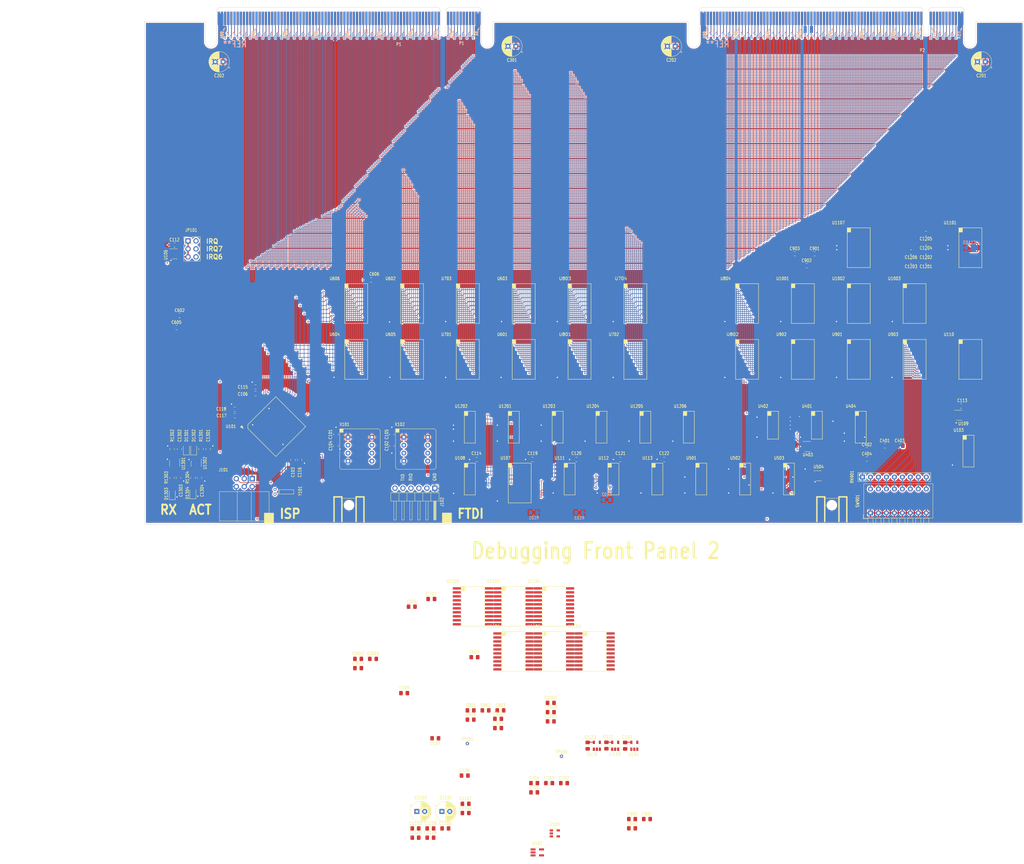
<source format=kicad_pcb>
(kicad_pcb (version 20171130) (host pcbnew 5.1.2-f72e74a~84~ubuntu18.04.1)
  (layers (0 F.Cu mixed) (31 B.Cu mixed) (34 B.Paste user) (35 F.Paste user) (36 B.SilkS user) (37 F.SilkS user) (38 B.Mask user) (39 F.Mask user) (44 Edge.Cuts user))
  (net 0 "")
  (net 1 GND)
  (net 2 +5V)
  (net 3 /FP7)
  (net 4 /FP6)
  (net 5 /FP5)
  (net 6 /FP4)
  (net 7 /FP3)
  (net 8 /FP2)
  (net 9 /FP1)
  (net 10 /FP0)
  (net 11 /POWER)
  (net 12 /SWD3)
  (net 13 /SWD2)
  (net 14 /SWD1)
  (net 15 /SWD0)
  (net 16 /SWA3)
  (net 17 /SWA2)
  (net 18 /SWA1)
  (net 19 /SWA0)
  (net 20 /~LTSON)
  (net 21 /ALE)
  (net 22 /FPA3)
  (net 23 /FPA4)
  (net 24 /FPA5)
  (net 25 /FPA6)
  (net 26 /FPA7)
  (net 27 /FPA0)
  (net 28 /FPA1)
  (net 29 /FPA2)
  (net 30 /CLK3)
  (net 31 /CLK4)
  (net 32 /WSTB)
  (net 33 /~RSTHOLD)
  (net 34 /CLK1)
  (net 35 /CLK2)
  (net 36 /T34)
  (net 37 /~RESET)
  (net 38 /~SYSDEV)
  (net 39 /~IODEV1xx)
  (net 40 /~IODEV2xx)
  (net 41 /~IODEV3xx)
  (net 42 /~R)
  (net 43 /~W)
  (net 44 /~ENDEXT)
  (net 45 /~SKIPEXT)
  (net 46 /~MEM)
  (net 47 /~IO)
  (net 48 /~WS)
  (net 49 /~IRQ)
  (net 50 /~IRQS)
  (net 51 /~HALT)
  (net 52 /SCANEN)
  (net 53 /~RD)
  (net 54 /~WR)
  (net 55 /~SCANEN)
  (net 56 /SCANCLK)
  (net 57 "/Left Edge Connector/C29")
  (net 58 "/Left Edge Connector/C31")
  (net 59 "/Left Edge Connector/C33")
  (net 60 "/Left Edge Connector/C28")
  (net 61 "/Left Edge Connector/C30")
  (net 62 "/Left Edge Connector/C32")
  (net 63 "/Left Edge Connector/C34")
  (net 64 /~µCRST)
  (net 65 /MOSI)
  (net 66 /SCK)
  (net 67 /MISO)
  (net 68 /~ROW5)
  (net 69 /~ROW3)
  (net 70 /~ROW2)
  (net 71 /~ROW1)
  (net 72 /~IRQ6)
  (net 73 /~IRQ7)
  (net 74 /CLRWS)
  (net 75 /FPCLKEN)
  (net 76 /~FPRAM~∕ROM)
  (net 77 /~CLR)
  (net 78 /~FPRSTHOLD)
  (net 79 /~FPRESET)
  (net 80 /BUSCP)
  (net 81 /~FPIRQ)
  (net 82 /TXD)
  (net 83 /RXD)
  (net 84 /~WABL)
  (net 85 /~WABH)
  (net 86 /~WDBL)
  (net 87 /~WDBH)
  (net 88 /~WIBL)
  (net 89 /~WIBH)
  (net 90 "/FP Scan Logic/Decoder/~LMOE0")
  (net 91 "/FP Scan Logic/Decoder/~LMOE3")
  (net 92 "/FP Scan Logic/Decoder/~LMOE2")
  (net 93 "/FP Scan Logic/Decoder/~LMOE1")
  (net 94 "/FP Scan Logic/Decoder/~FPOE31")
  (net 95 /~RABL)
  (net 96 /~RABH)
  (net 97 /~RDBL)
  (net 98 /~RDBH)
  (net 99 /~RIBL)
  (net 100 /~RIBH)
  (net 101 /~µSTEP)
  (net 102 /~WAIT)
  (net 103 /~WORL)
  (net 104 /~WORH)
  (net 105 /~RDSR)
  (net 106 /~µCVOE)
  (net 107 "Net-(JP101-Pad1)")
  (net 108 "/Bus Hold/RSVD2")
  (net 109 "/Bus Hold/RSVD3")
  (net 110 "/Bus Hold/RSVD4")
  (net 111 "/Bus Hold/RSVD5")
  (net 112 "/Bus Hold/RSVD6")
  (net 113 "/Bus Hold/RSVD1")
  (net 114 "/Bus Hold/~IRQ0")
  (net 115 "/Bus Hold/~IRQ1")
  (net 116 "/Bus Hold/~IRQ2")
  (net 117 "/Bus Hold/~IRQ3")
  (net 118 "/Bus Hold/~IRQ4")
  (net 119 "/Bus Hold/~IRQ5")
  (net 120 "/Bus Hold/RADDR0")
  (net 121 "/Bus Hold/RADDR1")
  (net 122 "/Bus Hold/RADDR2")
  (net 123 "/Bus Hold/RADDR3")
  (net 124 "/Bus Hold/RADDR4")
  (net 125 "/Bus Hold/WADDR0")
  (net 126 "/Bus Hold/WADDR1")
  (net 127 "/Bus Hold/WADDR2")
  (net 128 "/Bus Hold/WADDR3")
  (net 129 "/Bus Hold/WADDR4")
  (net 130 "/Bus Hold/RSVD7")
  (net 131 "/Bus Hold/RSVD8")
  (net 132 "/Bus Hold/ACTION0")
  (net 133 "/Bus Hold/ACTION1")
  (net 134 "/Bus Hold/ACTION2")
  (net 135 "/Bus Hold/ACTION3")
  (net 136 /~ROW4)
  (net 137 /FPD0)
  (net 138 /FPD1)
  (net 139 /FPD2)
  (net 140 /FPD3)
  (net 141 /FPD4)
  (net 142 /FPD5)
  (net 143 /FPD6)
  (net 144 /FPD7)
  (net 145 /POWEROK)
  (net 146 /FPµSTEP)
  (net 147 /~IBOE)
  (net 148 /~ABOE)
  (net 149 /~DBOE)
  (net 150 /STEP∕~RUN)
  (net 151 /~PANELEN)
  (net 152 /~IOINT)
  (net 153 /µCCLK)
  (net 154 "Net-(U101-Pad23)")
  (net 155 /FPµSTEP-IN)
  (net 156 /FPCLKEN-IN)
  (net 157 /MFD1)
  (net 158 /MFD0)
  (net 159 "/Run Control State Machine/µSTEPPING")
  (net 160 "Net-(U401-Pad8)")
  (net 161 "Net-(U401-Pad6)")
  (net 162 "/Run Control State Machine/STEPPING")
  (net 163 "Net-(U402-Pad9)")
  (net 164 "Net-(U402-Pad8)")
  (net 165 "Net-(U402-Pad6)")
  (net 166 "/Run Control State Machine/RESETTING")
  (net 167 /~DBOE1)
  (net 168 /~WABM)
  (net 169 /~RABM)
  (net 170 /~µCVCPL)
  (net 171 /~µCVCPM)
  (net 172 /~µCVCPH)
  (net 173 "Net-(U1201-Pad14)")
  (net 174 "Net-(U1201-Pad13)")
  (net 175 "Net-(U1201-Pad12)")
  (net 176 "Net-(U1202-Pad10)")
  (net 177 "Net-(U1202-Pad9)")
  (net 178 "Net-(U1202-Pad7)")
  (net 179 /~FPOE9)
  (net 180 /~FPOE15)
  (net 181 /~FPSPHOE)
  (net 182 /~FPOE8)
  (net 183 /~FPDRHOE)
  (net 184 /~FPOE3)
  (net 185 /~FPOE2)
  (net 186 /~FPOE5)
  (net 187 /~FPOE4)
  (net 188 /~FPOE7)
  (net 189 /~FPOE6)
  (net 190 /~FPOE1)
  (net 191 /~FPOE10)
  (net 192 /~FPOE11)
  (net 193 /~FPOE12)
  (net 194 /~FPDRLOE)
  (net 195 /~FPSPLOE)
  (net 196 /~FPOE16)
  (net 197 /~FPOE18)
  (net 198 /~FPOE0)
  (net 199 /~FPOE17)
  (net 200 /FPFETCH∕~EXEC)
  (net 201 /~LED-STOP)
  (net 202 /~LED-FETCH)
  (net 203 "Net-(J102-Pad2)")
  (net 204 "Net-(J102-Pad3)")
  (net 205 "Net-(J102-Pad6)")
  (net 206 "/Left Edge Connector/C35")
  (net 207 "/Left Edge Connector/C37")
  (net 208 "/Left Edge Connector/C36")
  (net 209 /~FPOE19)
  (net 210 /~FPOE28)
  (net 211 /~FPOE22)
  (net 212 /~FPOE24)
  (net 213 /~FPOE26)
  (net 214 /~FPOE29)
  (net 215 /~FPOE21)
  (net 216 /~FPOE23)
  (net 217 /~FPOE25)
  (net 218 /~FPOE27)
  (net 219 /~ORLOE)
  (net 220 /~ORHOE)
  (net 221 /~FPOE13)
  (net 222 /~FPOE14)
  (net 223 /~SCANCLR)
  (net 224 "/Address Decoder & Wait States/~DFPSEL")
  (net 225 "Net-(RN901-Pad2)")
  (net 226 "Net-(RN901-Pad3)")
  (net 227 "Net-(RN901-Pad4)")
  (net 228 "Net-(RN901-Pad5)")
  (net 229 "Net-(RN901-Pad6)")
  (net 230 "Net-(RN901-Pad7)")
  (net 231 "Net-(RN901-Pad8)")
  (net 232 "Net-(RN901-Pad9)")
  (net 233 "Net-(TP101-Pad1)")
  (net 234 "Net-(TP104-Pad1)")
  (net 235 "Net-(U103-Pad7)")
  (net 236 "Net-(U103-Pad9)")
  (net 237 "Net-(U108-Pad9)")
  (net 238 "Net-(U108-Pad7)")
  (net 239 "Net-(U108-Pad6)")
  (net 240 "Net-(U108-Pad5)")
  (net 241 "Net-(U112-Pad11)")
  (net 242 "Net-(U112-Pad10)")
  (net 243 "Net-(U112-Pad9)")
  (net 244 "Net-(U112-Pad7)")
  (net 245 "Net-(U113-Pad7)")
  (net 246 "Net-(U501-Pad14)")
  (net 247 "Net-(U501-Pad13)")
  (net 248 "Net-(U501-Pad12)")
  (net 249 "Net-(U501-Pad11)")
  (net 250 "Net-(U501-Pad10)")
  (net 251 "Net-(U501-Pad9)")
  (net 252 "Net-(U501-Pad7)")
  (net 253 "Net-(U1102-Pad1)")
  (net 254 "Net-(U1102-Pad2)")
  (net 255 "Net-(U1102-Pad3)")
  (net 256 "Net-(U1102-Pad4)")
  (net 257 "Net-(U1102-Pad7)")
  (net 258 "Net-(U1102-Pad8)")
  (net 259 "Net-(U1102-Pad13)")
  (net 260 "Net-(U1102-Pad14)")
  (net 261 "Net-(U1102-Pad17)")
  (net 262 "Net-(U1102-Pad18)")
  (net 263 "Net-(U1102-Pad19)")
  (net 264 "Net-(U1102-Pad20)")
  (net 265 "Net-(U1102-Pad10)")
  (net 266 "Net-(U1102-Pad9)")
  (net 267 "Net-(U1102-Pad11)")
  (net 268 "Net-(U1102-Pad12)")
  (net 269 "Net-(U1103-Pad12)")
  (net 270 "Net-(U1103-Pad11)")
  (net 271 "Net-(U1103-Pad9)")
  (net 272 "Net-(U1103-Pad10)")
  (net 273 "Net-(U1103-Pad20)")
  (net 274 "Net-(U1103-Pad19)")
  (net 275 "Net-(U1103-Pad18)")
  (net 276 "Net-(U1103-Pad17)")
  (net 277 "Net-(U1103-Pad14)")
  (net 278 "Net-(U1103-Pad13)")
  (net 279 "Net-(U1103-Pad8)")
  (net 280 "Net-(U1103-Pad7)")
  (net 281 "Net-(U1103-Pad4)")
  (net 282 "Net-(U1103-Pad3)")
  (net 283 "Net-(U1103-Pad2)")
  (net 284 "Net-(U1103-Pad1)")
  (net 285 "Net-(U1104-Pad12)")
  (net 286 "Net-(U1104-Pad11)")
  (net 287 "Net-(U1104-Pad9)")
  (net 288 "Net-(U1104-Pad10)")
  (net 289 "Net-(U1104-Pad20)")
  (net 290 "Net-(U1104-Pad19)")
  (net 291 "Net-(U1104-Pad18)")
  (net 292 "Net-(U1104-Pad17)")
  (net 293 "Net-(U1104-Pad14)")
  (net 294 "Net-(U1104-Pad13)")
  (net 295 "Net-(U1104-Pad8)")
  (net 296 "Net-(U1104-Pad7)")
  (net 297 "Net-(U1104-Pad4)")
  (net 298 "Net-(U1104-Pad3)")
  (net 299 "Net-(U1104-Pad2)")
  (net 300 "Net-(U1104-Pad1)")
  (net 301 "Net-(U1105-Pad1)")
  (net 302 "Net-(U1105-Pad2)")
  (net 303 "Net-(U1105-Pad3)")
  (net 304 "Net-(U1105-Pad4)")
  (net 305 "Net-(U1105-Pad7)")
  (net 306 "Net-(U1105-Pad8)")
  (net 307 "Net-(U1105-Pad13)")
  (net 308 "Net-(U1105-Pad14)")
  (net 309 "Net-(U1105-Pad17)")
  (net 310 "Net-(U1105-Pad18)")
  (net 311 "Net-(U1105-Pad19)")
  (net 312 "Net-(U1105-Pad20)")
  (net 313 "Net-(U1105-Pad10)")
  (net 314 "Net-(U1105-Pad9)")
  (net 315 "Net-(U1105-Pad11)")
  (net 316 "Net-(U1105-Pad12)")
  (net 317 "Net-(U1106-Pad12)")
  (net 318 "Net-(U1106-Pad11)")
  (net 319 "Net-(U1106-Pad9)")
  (net 320 "Net-(U1106-Pad10)")
  (net 321 "Net-(U1106-Pad20)")
  (net 322 "Net-(U1106-Pad19)")
  (net 323 "Net-(U1106-Pad18)")
  (net 324 "Net-(U1106-Pad17)")
  (net 325 "Net-(U1106-Pad14)")
  (net 326 "Net-(U1106-Pad13)")
  (net 327 "Net-(U1106-Pad8)")
  (net 328 "Net-(U1106-Pad7)")
  (net 329 "Net-(U1106-Pad4)")
  (net 330 "Net-(U1106-Pad3)")
  (net 331 "Net-(U1106-Pad2)")
  (net 332 "Net-(U1106-Pad1)")
  (net 333 "Net-(U1107-Pad13)")
  (net 334 "Net-(U1107-Pad14)")
  (net 335 "Net-(U1107-Pad17)")
  (net 336 "Net-(U1107-Pad18)")
  (net 337 "Net-(U1107-Pad19)")
  (net 338 "Net-(U1107-Pad20)")
  (net 339 "Net-(U1108-Pad1)")
  (net 340 "Net-(U1108-Pad2)")
  (net 341 "Net-(U1108-Pad3)")
  (net 342 "Net-(U1108-Pad4)")
  (net 343 "Net-(U1108-Pad7)")
  (net 344 "Net-(U1108-Pad8)")
  (net 345 "Net-(U1108-Pad13)")
  (net 346 "Net-(U1108-Pad14)")
  (net 347 "Net-(U1108-Pad17)")
  (net 348 "Net-(U1108-Pad18)")
  (net 349 "Net-(U1108-Pad19)")
  (net 350 "Net-(U1108-Pad20)")
  (net 351 "Net-(U1108-Pad10)")
  (net 352 "Net-(U1108-Pad9)")
  (net 353 "Net-(U1108-Pad11)")
  (net 354 "Net-(U1108-Pad12)")
  (net 355 "Net-(U1201-Pad15)")
  (net 356 "Net-(U1001-Pad12)")
  (net 357 "Net-(U1001-Pad14)")
  (net 358 "Net-(U1001-Pad13)")
  (net 359 "Net-(U1002-Pad12)")
  (net 360 "Net-(U1002-Pad14)")
  (net 361 "Net-(U1002-Pad13)")
  (net 362 "Net-(U1003-Pad12)")
  (net 363 "Net-(U1003-Pad19)")
  (net 364 "Net-(U1003-Pad18)")
  (net 365 "Net-(U1003-Pad17)")
  (net 366 "Net-(U1003-Pad16)")
  (net 367 "Net-(U1003-Pad15)")
  (net 368 "Net-(U1003-Pad14)")
  (net 369 "Net-(U1003-Pad13)")
  (net 370 /~FPOE30)
  (net 371 "Net-(C1301-Pad1)")
  (net 372 "Net-(C1302-Pad1)")
  (net 373 "Net-(D1303-Pad2)")
  (net 374 "Net-(D1304-Pad2)")
  (net 375 "Net-(R1303-Pad2)")
  (net 376 "Net-(R1304-Pad2)")
  (net 377 "Net-(U101-Pad18)")
  (net 378 "Net-(U101-Pad19)")
  (net 379 "Net-(U502-Pad5)")
  (net 380 "Net-(U502-Pad7)")
  (net 381 "Net-(U502-Pad9)")
  (net 382 "Net-(U503-Pad6)")
  (net 383 "/Address Bus Pod/AB0")
  (net 384 "/Address Bus Pod/AB1")
  (net 385 "/Address Bus Pod/AB2")
  (net 386 "/Address Bus Pod/AB3")
  (net 387 "/Address Bus Pod/AB4")
  (net 388 "/Address Bus Pod/AB5")
  (net 389 "/Address Bus Pod/AB6")
  (net 390 "/Address Bus Pod/AB7")
  (net 391 "/Address Bus Pod/AB8")
  (net 392 "/Address Bus Pod/AB9")
  (net 393 "/Address Bus Pod/AB10")
  (net 394 "/Address Bus Pod/AB11")
  (net 395 "/Address Bus Pod/AB12")
  (net 396 "/Address Bus Pod/AB13")
  (net 397 "/Address Bus Pod/AB14")
  (net 398 "/Address Bus Pod/AB15")
  (net 399 "/Address Bus Pod/AB16")
  (net 400 "/Address Bus Pod/AB17")
  (net 401 "/Address Bus Pod/AB18")
  (net 402 "/Address Bus Pod/AB19")
  (net 403 "/Address Bus Pod/AB20")
  (net 404 "/Address Bus Pod/AB21")
  (net 405 "/Address Bus Pod/AB22")
  (net 406 "/Address Bus Pod/AB23")
  (net 407 "/Bus Hold/DB7")
  (net 408 "/Bus Hold/DB6")
  (net 409 "/Bus Hold/DB5")
  (net 410 "/Bus Hold/DB4")
  (net 411 "/Bus Hold/DB3")
  (net 412 "/Bus Hold/DB2")
  (net 413 "/Bus Hold/DB1")
  (net 414 "/Bus Hold/DB0")
  (net 415 "/Bus Hold/DB15")
  (net 416 "/Bus Hold/DB14")
  (net 417 "/Bus Hold/DB13")
  (net 418 "/Bus Hold/DB12")
  (net 419 "/Bus Hold/DB11")
  (net 420 "/Bus Hold/DB10")
  (net 421 "/Bus Hold/DB9")
  (net 422 "/Bus Hold/DB8")
  (net 423 "/Bus Hold/IBUS5")
  (net 424 "/Bus Hold/IBUS4")
  (net 425 "/Bus Hold/IBUS3")
  (net 426 "/Bus Hold/IBUS2")
  (net 427 "/Bus Hold/IBUS1")
  (net 428 "/Bus Hold/IBUS0")
  (net 429 "/Bus Hold/IBUS15")
  (net 430 "/Bus Hold/IBUS14")
  (net 431 "/Bus Hold/IBUS13")
  (net 432 "/Bus Hold/IBUS12")
  (net 433 "/Bus Hold/IBUS11")
  (net 434 "/Bus Hold/IBUS10")
  (net 435 "/Bus Hold/IBUS9")
  (net 436 "/Bus Hold/IBUS8")
  (net 437 "/Bus Hold/IBUS7")
  (net 438 "/Bus Hold/IBUS6")
  (net 439 /~FPHALT)
  (module alexios:SOIC-16 (layer F.Cu) (at 249.289 203.789)
    (fp_text reference U502 (at -1.6 -2.25) (layer F.SilkS) (effects (font (size 1 0.83)) (justify left)))
    (fp_text value 74HC112)
    (pad 1 smd rect (at 0.012 0) (size 2.54 0.72) (layers F.Cu F.Paste F.Mask) (net 224 "/Address Decoder & Wait States/~DFPSEL"))
    (pad 2 smd rect (at 0 1.27) (size 2.54 0.72) (layers F.Cu F.Paste F.Mask) (net 1 GND))
    (pad 3 smd rect (at 0 2.54) (size 2.54 0.72) (layers F.Cu F.Paste F.Mask) (net 2 +5V))
    (pad 4 smd rect (at 0.008 3.81) (size 2.54 0.72) (layers F.Cu F.Paste F.Mask) (net 2 +5V))
    (pad 5 smd rect (at 0.008 5.08) (size 2.54 0.72) (layers F.Cu F.Paste F.Mask) (net 379 "Net-(U502-Pad5)"))
    (pad 6 smd rect (at 0.008 6.35) (size 2.54 0.72) (layers F.Cu F.Paste F.Mask) (net 152 /~IOINT))
    (pad 7 smd rect (at 0.008 7.62) (size 2.54 0.72) (layers F.Cu F.Paste F.Mask) (net 380 "Net-(U502-Pad7)"))
    (pad 8 smd rect (at 0.008 8.89) (size 2.54 0.72) (layers F.Cu F.Paste F.Mask) (net 1 GND))
    (pad 9 smd rect (at 6.466 8.89) (size 2.54 0.72) (layers F.Cu F.Paste F.Mask) (net 381 "Net-(U502-Pad9)"))
    (pad 10 smd rect (at 6.466 7.62) (size 2.54 0.72) (layers F.Cu F.Paste F.Mask) (net 152 /~IOINT))
    (pad 11 smd rect (at 6.466 6.35) (size 2.54 0.72) (layers F.Cu F.Paste F.Mask) (net 1 GND))
    (pad 12 smd rect (at 6.466 5.08) (size 2.54 0.72) (layers F.Cu F.Paste F.Mask) (net 2 +5V))
    (pad 13 smd rect (at 6.466 3.81) (size 2.54 0.72) (layers F.Cu F.Paste F.Mask) (net 74 /CLRWS))
    (pad 14 smd rect (at 6.466 2.54) (size 2.54 0.72) (layers F.Cu F.Paste F.Mask) (net 2 +5V))
    (pad 15 smd rect (at 6.466 1.27) (size 2.54 0.72) (layers F.Cu F.Paste F.Mask) (net 152 /~IOINT))
    (pad 16 smd rect (at 6.466 0) (size 2.54 0.72) (layers F.Cu F.Paste F.Mask) (net 2 +5V))
  )
  (module Capacitor_SMD:C_0805_2012Metric_Pad1.15x1.40mm_HandSolder (layer F.Cu) (at 202.426 293.122 270)
    (fp_text reference C123 (at -2.676 -0.889 180) (layer F.SilkS))
    (fp_text value 100nF)
    (pad 2 smd roundrect (at 1.025 0 270) (size 1.15 1.4) (layers F.Cu F.Paste F.Mask) (roundrect_rratio 0.217391) (net 1 GND))
    (pad 1 smd roundrect (at -1.025 0 270) (size 1.15 1.4) (layers F.Cu F.Paste F.Mask) (roundrect_rratio 0.217391) (net 2 +5V))
  )
  (module alexios:SOIC-20W (layer F.Cu) (at 194.679 146.639)
    (fp_text reference U803 (at -1.507 -2.25) (layer F.SilkS) (effects (justify left)))
    (fp_text value 74HC574)
    (pad 12 smd rect (at 10.264 10.16) (size 2.54 0.72) (layers F.Cu F.Paste F.Mask) (net 144 /FPD7))
    (pad 11 smd rect (at 10.264 11.43) (size 2.54 0.72) (layers F.Cu F.Paste F.Mask) (net 80 /BUSCP))
    (pad 9 smd rect (at -0.004 10.16) (size 2.54 0.72) (layers F.Cu F.Paste F.Mask) (net 437 "/Bus Hold/IBUS7"))
    (pad 10 smd rect (at -0.004 11.43) (size 2.54 0.72) (layers F.Cu F.Paste F.Mask) (net 1 GND))
    (pad 20 smd rect (at 10.264 0) (size 2.54 0.72) (layers F.Cu F.Paste F.Mask) (net 2 +5V))
    (pad 19 smd rect (at 10.264 1.27) (size 2.54 0.72) (layers F.Cu F.Paste F.Mask) (net 137 /FPD0))
    (pad 18 smd rect (at 10.264 2.54) (size 2.54 0.72) (layers F.Cu F.Paste F.Mask) (net 138 /FPD1))
    (pad 17 smd rect (at 10.264 3.81) (size 2.54 0.72) (layers F.Cu F.Paste F.Mask) (net 139 /FPD2))
    (pad 16 smd rect (at 10.264 5.08) (size 2.54 0.72) (layers F.Cu F.Paste F.Mask) (net 140 /FPD3))
    (pad 15 smd rect (at 10.264 6.35) (size 2.54 0.72) (layers F.Cu F.Paste F.Mask) (net 141 /FPD4))
    (pad 14 smd rect (at 10.264 7.62) (size 2.54 0.72) (layers F.Cu F.Paste F.Mask) (net 142 /FPD5))
    (pad 13 smd rect (at 10.264 8.89) (size 2.54 0.72) (layers F.Cu F.Paste F.Mask) (net 143 /FPD6))
    (pad 8 smd rect (at -0.004 8.89) (size 2.54 0.72) (layers F.Cu F.Paste F.Mask) (net 438 "/Bus Hold/IBUS6"))
    (pad 7 smd rect (at -0.004 7.62) (size 2.54 0.72) (layers F.Cu F.Paste F.Mask) (net 423 "/Bus Hold/IBUS5"))
    (pad 6 smd rect (at -0.004 6.35) (size 2.54 0.72) (layers F.Cu F.Paste F.Mask) (net 424 "/Bus Hold/IBUS4"))
    (pad 5 smd rect (at -0.004 5.08) (size 2.54 0.72) (layers F.Cu F.Paste F.Mask) (net 425 "/Bus Hold/IBUS3"))
    (pad 4 smd rect (at -0.004 3.81) (size 2.54 0.72) (layers F.Cu F.Paste F.Mask) (net 426 "/Bus Hold/IBUS2"))
    (pad 3 smd rect (at -0.012 2.54) (size 2.54 0.72) (layers F.Cu F.Paste F.Mask) (net 427 "/Bus Hold/IBUS1"))
    (pad 2 smd rect (at -0.012 1.27) (size 2.54 0.72) (layers F.Cu F.Paste F.Mask) (net 428 "/Bus Hold/IBUS0"))
    (pad 1 smd rect (at 0 0) (size 2.54 0.72) (layers F.Cu F.Paste F.Mask) (net 99 /~RIBL))
  )
  (module alexios:SOIC-20W (layer F.Cu) (at 248.019 164.419)
    (fp_text reference U802 (at -1.507 -2.25) (layer F.SilkS) (effects (justify left)))
    (fp_text value 74HC574)
    (pad 12 smd rect (at 10.264 10.16) (size 2.54 0.72) (layers F.Cu F.Paste F.Mask) (net 429 "/Bus Hold/IBUS15"))
    (pad 11 smd rect (at 10.264 11.43) (size 2.54 0.72) (layers F.Cu F.Paste F.Mask) (net 89 /~WIBH))
    (pad 9 smd rect (at -0.004 10.16) (size 2.54 0.72) (layers F.Cu F.Paste F.Mask) (net 144 /FPD7))
    (pad 10 smd rect (at -0.004 11.43) (size 2.54 0.72) (layers F.Cu F.Paste F.Mask) (net 1 GND))
    (pad 20 smd rect (at 10.264 0) (size 2.54 0.72) (layers F.Cu F.Paste F.Mask) (net 2 +5V))
    (pad 19 smd rect (at 10.264 1.27) (size 2.54 0.72) (layers F.Cu F.Paste F.Mask) (net 436 "/Bus Hold/IBUS8"))
    (pad 18 smd rect (at 10.264 2.54) (size 2.54 0.72) (layers F.Cu F.Paste F.Mask) (net 435 "/Bus Hold/IBUS9"))
    (pad 17 smd rect (at 10.264 3.81) (size 2.54 0.72) (layers F.Cu F.Paste F.Mask) (net 434 "/Bus Hold/IBUS10"))
    (pad 16 smd rect (at 10.264 5.08) (size 2.54 0.72) (layers F.Cu F.Paste F.Mask) (net 433 "/Bus Hold/IBUS11"))
    (pad 15 smd rect (at 10.264 6.35) (size 2.54 0.72) (layers F.Cu F.Paste F.Mask) (net 432 "/Bus Hold/IBUS12"))
    (pad 14 smd rect (at 10.264 7.62) (size 2.54 0.72) (layers F.Cu F.Paste F.Mask) (net 431 "/Bus Hold/IBUS13"))
    (pad 13 smd rect (at 10.264 8.89) (size 2.54 0.72) (layers F.Cu F.Paste F.Mask) (net 430 "/Bus Hold/IBUS14"))
    (pad 8 smd rect (at -0.004 8.89) (size 2.54 0.72) (layers F.Cu F.Paste F.Mask) (net 143 /FPD6))
    (pad 7 smd rect (at -0.004 7.62) (size 2.54 0.72) (layers F.Cu F.Paste F.Mask) (net 142 /FPD5))
    (pad 6 smd rect (at -0.004 6.35) (size 2.54 0.72) (layers F.Cu F.Paste F.Mask) (net 141 /FPD4))
    (pad 5 smd rect (at -0.004 5.08) (size 2.54 0.72) (layers F.Cu F.Paste F.Mask) (net 140 /FPD3))
    (pad 4 smd rect (at -0.004 3.81) (size 2.54 0.72) (layers F.Cu F.Paste F.Mask) (net 139 /FPD2))
    (pad 3 smd rect (at -0.012 2.54) (size 2.54 0.72) (layers F.Cu F.Paste F.Mask) (net 138 /FPD1))
    (pad 2 smd rect (at -0.012 1.27) (size 2.54 0.72) (layers F.Cu F.Paste F.Mask) (net 137 /FPD0))
    (pad 1 smd rect (at 0 0) (size 2.54 0.72) (layers F.Cu F.Paste F.Mask) (net 147 /~IBOE))
  )
  (module alexios:SOIC-20W (layer F.Cu) (at 194.679 164.419)
    (fp_text reference U801 (at -1.507 -2.25) (layer F.SilkS) (effects (justify left)))
    (fp_text value 74HC574)
    (pad 12 smd rect (at 10.264 10.16) (size 2.54 0.72) (layers F.Cu F.Paste F.Mask) (net 437 "/Bus Hold/IBUS7"))
    (pad 11 smd rect (at 10.264 11.43) (size 2.54 0.72) (layers F.Cu F.Paste F.Mask) (net 88 /~WIBL))
    (pad 9 smd rect (at -0.004 10.16) (size 2.54 0.72) (layers F.Cu F.Paste F.Mask) (net 144 /FPD7))
    (pad 10 smd rect (at -0.004 11.43) (size 2.54 0.72) (layers F.Cu F.Paste F.Mask) (net 1 GND))
    (pad 20 smd rect (at 10.264 0) (size 2.54 0.72) (layers F.Cu F.Paste F.Mask) (net 2 +5V))
    (pad 19 smd rect (at 10.264 1.27) (size 2.54 0.72) (layers F.Cu F.Paste F.Mask) (net 428 "/Bus Hold/IBUS0"))
    (pad 18 smd rect (at 10.264 2.54) (size 2.54 0.72) (layers F.Cu F.Paste F.Mask) (net 427 "/Bus Hold/IBUS1"))
    (pad 17 smd rect (at 10.264 3.81) (size 2.54 0.72) (layers F.Cu F.Paste F.Mask) (net 426 "/Bus Hold/IBUS2"))
    (pad 16 smd rect (at 10.264 5.08) (size 2.54 0.72) (layers F.Cu F.Paste F.Mask) (net 425 "/Bus Hold/IBUS3"))
    (pad 15 smd rect (at 10.264 6.35) (size 2.54 0.72) (layers F.Cu F.Paste F.Mask) (net 424 "/Bus Hold/IBUS4"))
    (pad 14 smd rect (at 10.264 7.62) (size 2.54 0.72) (layers F.Cu F.Paste F.Mask) (net 423 "/Bus Hold/IBUS5"))
    (pad 13 smd rect (at 10.264 8.89) (size 2.54 0.72) (layers F.Cu F.Paste F.Mask) (net 438 "/Bus Hold/IBUS6"))
    (pad 8 smd rect (at -0.004 8.89) (size 2.54 0.72) (layers F.Cu F.Paste F.Mask) (net 143 /FPD6))
    (pad 7 smd rect (at -0.004 7.62) (size 2.54 0.72) (layers F.Cu F.Paste F.Mask) (net 142 /FPD5))
    (pad 6 smd rect (at -0.004 6.35) (size 2.54 0.72) (layers F.Cu F.Paste F.Mask) (net 141 /FPD4))
    (pad 5 smd rect (at -0.004 5.08) (size 2.54 0.72) (layers F.Cu F.Paste F.Mask) (net 140 /FPD3))
    (pad 4 smd rect (at -0.004 3.81) (size 2.54 0.72) (layers F.Cu F.Paste F.Mask) (net 139 /FPD2))
    (pad 3 smd rect (at -0.012 2.54) (size 2.54 0.72) (layers F.Cu F.Paste F.Mask) (net 138 /FPD1))
    (pad 2 smd rect (at -0.012 1.27) (size 2.54 0.72) (layers F.Cu F.Paste F.Mask) (net 137 /FPD0))
    (pad 1 smd rect (at 0 0) (size 2.54 0.72) (layers F.Cu F.Paste F.Mask) (net 147 /~IBOE))
  )
  (module alexios:SOIC-20W (layer F.Cu) (at 212.459 146.639)
    (fp_text reference U704 (at -1.507 -2.25) (layer F.SilkS) (effects (justify left)))
    (fp_text value 74HC574)
    (pad 12 smd rect (at 10.264 10.16) (size 2.54 0.72) (layers F.Cu F.Paste F.Mask) (net 144 /FPD7))
    (pad 11 smd rect (at 10.264 11.43) (size 2.54 0.72) (layers F.Cu F.Paste F.Mask) (net 80 /BUSCP))
    (pad 9 smd rect (at -0.004 10.16) (size 2.54 0.72) (layers F.Cu F.Paste F.Mask) (net 415 "/Bus Hold/DB15"))
    (pad 10 smd rect (at -0.004 11.43) (size 2.54 0.72) (layers F.Cu F.Paste F.Mask) (net 1 GND))
    (pad 20 smd rect (at 10.264 0) (size 2.54 0.72) (layers F.Cu F.Paste F.Mask) (net 2 +5V))
    (pad 19 smd rect (at 10.264 1.27) (size 2.54 0.72) (layers F.Cu F.Paste F.Mask) (net 137 /FPD0))
    (pad 18 smd rect (at 10.264 2.54) (size 2.54 0.72) (layers F.Cu F.Paste F.Mask) (net 138 /FPD1))
    (pad 17 smd rect (at 10.264 3.81) (size 2.54 0.72) (layers F.Cu F.Paste F.Mask) (net 139 /FPD2))
    (pad 16 smd rect (at 10.264 5.08) (size 2.54 0.72) (layers F.Cu F.Paste F.Mask) (net 140 /FPD3))
    (pad 15 smd rect (at 10.264 6.35) (size 2.54 0.72) (layers F.Cu F.Paste F.Mask) (net 141 /FPD4))
    (pad 14 smd rect (at 10.264 7.62) (size 2.54 0.72) (layers F.Cu F.Paste F.Mask) (net 142 /FPD5))
    (pad 13 smd rect (at 10.264 8.89) (size 2.54 0.72) (layers F.Cu F.Paste F.Mask) (net 143 /FPD6))
    (pad 8 smd rect (at -0.004 8.89) (size 2.54 0.72) (layers F.Cu F.Paste F.Mask) (net 416 "/Bus Hold/DB14"))
    (pad 7 smd rect (at -0.004 7.62) (size 2.54 0.72) (layers F.Cu F.Paste F.Mask) (net 417 "/Bus Hold/DB13"))
    (pad 6 smd rect (at -0.004 6.35) (size 2.54 0.72) (layers F.Cu F.Paste F.Mask) (net 418 "/Bus Hold/DB12"))
    (pad 5 smd rect (at -0.004 5.08) (size 2.54 0.72) (layers F.Cu F.Paste F.Mask) (net 419 "/Bus Hold/DB11"))
    (pad 4 smd rect (at -0.004 3.81) (size 2.54 0.72) (layers F.Cu F.Paste F.Mask) (net 420 "/Bus Hold/DB10"))
    (pad 3 smd rect (at -0.012 2.54) (size 2.54 0.72) (layers F.Cu F.Paste F.Mask) (net 421 "/Bus Hold/DB9"))
    (pad 2 smd rect (at -0.012 1.27) (size 2.54 0.72) (layers F.Cu F.Paste F.Mask) (net 422 "/Bus Hold/DB8"))
    (pad 1 smd rect (at 0 0) (size 2.54 0.72) (layers F.Cu F.Paste F.Mask) (net 98 /~RDBH))
  )
  (module Package_TO_SOT_SMD:SOT-23-5 (layer F.Cu) (at 211.189 293.172 90)
    (fp_text reference U105 (at -2.692 0 180) (layer F.SilkS))
    (fp_text value 74LVC1G07)
    (pad 5 smd rect (at 1.1 -0.95 90) (size 1.06 0.65) (layers F.Cu F.Paste F.Mask) (net 2 +5V))
    (pad 4 smd rect (at 1.1 0.95 90) (size 1.06 0.65) (layers F.Cu F.Paste F.Mask) (net 33 /~RSTHOLD))
    (pad 3 smd rect (at -1.1 0.95 90) (size 1.06 0.65) (layers F.Cu F.Paste F.Mask) (net 1 GND))
    (pad 2 smd rect (at -1.1 0 90) (size 1.06 0.65) (layers F.Cu F.Paste F.Mask) (net 78 /~FPRSTHOLD))
    (pad 1 smd rect (at -1.1 -0.95 90) (size 1.06 0.65) (layers F.Cu F.Paste F.Mask))
  )
  (module Capacitor_SMD:C_0805_2012Metric_Pad1.15x1.40mm_HandSolder (layer F.Cu) (at 129.339 268.443)
    (fp_text reference C804 (at 0 -1.65) (layer F.SilkS))
    (fp_text value 100nF)
    (pad 2 smd roundrect (at 1.025 0) (size 1.15 1.4) (layers F.Cu F.Paste F.Mask) (roundrect_rratio 0.217391) (net 1 GND))
    (pad 1 smd roundrect (at -1.025 0) (size 1.15 1.4) (layers F.Cu F.Paste F.Mask) (roundrect_rratio 0.217391) (net 2 +5V))
  )
  (module Capacitor_SMD:C_0805_2012Metric_Pad1.15x1.40mm_HandSolder (layer F.Cu) (at 134.089 265.493)
    (fp_text reference C803 (at 0 -1.65) (layer F.SilkS))
    (fp_text value 100nF)
    (pad 2 smd roundrect (at 1.025 0) (size 1.15 1.4) (layers F.Cu F.Paste F.Mask) (roundrect_rratio 0.217391) (net 1 GND))
    (pad 1 smd roundrect (at -1.025 0) (size 1.15 1.4) (layers F.Cu F.Paste F.Mask) (roundrect_rratio 0.217391) (net 2 +5V))
  )
  (module Capacitor_SMD:C_0805_2012Metric_Pad1.15x1.40mm_HandSolder (layer F.Cu) (at 129.339 265.493)
    (fp_text reference C802 (at 0 -1.65) (layer F.SilkS))
    (fp_text value 100nF)
    (pad 2 smd roundrect (at 1.025 0) (size 1.15 1.4) (layers F.Cu F.Paste F.Mask) (roundrect_rratio 0.217391) (net 1 GND))
    (pad 1 smd roundrect (at -1.025 0) (size 1.15 1.4) (layers F.Cu F.Paste F.Mask) (roundrect_rratio 0.217391) (net 2 +5V))
  )
  (module Capacitor_SMD:C_0805_2012Metric_Pad1.15x1.40mm_HandSolder (layer F.Cu) (at 152.653 246.423)
    (fp_text reference C701 (at 0 -1.65) (layer F.SilkS))
    (fp_text value 100nF)
    (pad 2 smd roundrect (at 1.025 0) (size 1.15 1.4) (layers F.Cu F.Paste F.Mask) (roundrect_rratio 0.217391) (net 1 GND))
    (pad 1 smd roundrect (at -1.025 0) (size 1.15 1.4) (layers F.Cu F.Paste F.Mask) (roundrect_rratio 0.217391) (net 2 +5V))
  )
  (module alexios:SOIC-20W (layer F.Cu) (at 248.019 146.639)
    (fp_text reference U804 (at -3.4 -2.25) (layer F.SilkS) (effects (font (size 1 0.83)) (justify left)))
    (fp_text value 74HC574)
    (pad 12 smd rect (at 10.264 10.16) (size 2.54 0.72) (layers F.Cu F.Paste F.Mask) (net 144 /FPD7))
    (pad 11 smd rect (at 10.264 11.43) (size 2.54 0.72) (layers F.Cu F.Paste F.Mask) (net 80 /BUSCP))
    (pad 9 smd rect (at -0.004 10.16) (size 2.54 0.72) (layers F.Cu F.Paste F.Mask) (net 429 "/Bus Hold/IBUS15"))
    (pad 10 smd rect (at -0.004 11.43) (size 2.54 0.72) (layers F.Cu F.Paste F.Mask) (net 1 GND))
    (pad 20 smd rect (at 10.264 0) (size 2.54 0.72) (layers F.Cu F.Paste F.Mask) (net 2 +5V))
    (pad 19 smd rect (at 10.264 1.27) (size 2.54 0.72) (layers F.Cu F.Paste F.Mask) (net 137 /FPD0))
    (pad 18 smd rect (at 10.264 2.54) (size 2.54 0.72) (layers F.Cu F.Paste F.Mask) (net 138 /FPD1))
    (pad 17 smd rect (at 10.264 3.81) (size 2.54 0.72) (layers F.Cu F.Paste F.Mask) (net 139 /FPD2))
    (pad 16 smd rect (at 10.264 5.08) (size 2.54 0.72) (layers F.Cu F.Paste F.Mask) (net 140 /FPD3))
    (pad 15 smd rect (at 10.264 6.35) (size 2.54 0.72) (layers F.Cu F.Paste F.Mask) (net 141 /FPD4))
    (pad 14 smd rect (at 10.264 7.62) (size 2.54 0.72) (layers F.Cu F.Paste F.Mask) (net 142 /FPD5))
    (pad 13 smd rect (at 10.264 8.89) (size 2.54 0.72) (layers F.Cu F.Paste F.Mask) (net 143 /FPD6))
    (pad 8 smd rect (at -0.004 8.89) (size 2.54 0.72) (layers F.Cu F.Paste F.Mask) (net 430 "/Bus Hold/IBUS14"))
    (pad 7 smd rect (at -0.004 7.62) (size 2.54 0.72) (layers F.Cu F.Paste F.Mask) (net 431 "/Bus Hold/IBUS13"))
    (pad 6 smd rect (at -0.004 6.35) (size 2.54 0.72) (layers F.Cu F.Paste F.Mask) (net 432 "/Bus Hold/IBUS12"))
    (pad 5 smd rect (at -0.004 5.08) (size 2.54 0.72) (layers F.Cu F.Paste F.Mask) (net 433 "/Bus Hold/IBUS11"))
    (pad 4 smd rect (at -0.004 3.81) (size 2.54 0.72) (layers F.Cu F.Paste F.Mask) (net 434 "/Bus Hold/IBUS10"))
    (pad 3 smd rect (at -0.012 2.54) (size 2.54 0.72) (layers F.Cu F.Paste F.Mask) (net 435 "/Bus Hold/IBUS9"))
    (pad 2 smd rect (at -0.012 1.27) (size 2.54 0.72) (layers F.Cu F.Paste F.Mask) (net 436 "/Bus Hold/IBUS8"))
    (pad 1 smd rect (at 0 0) (size 2.54 0.72) (layers F.Cu F.Paste F.Mask) (net 100 /~RIBH))
  )
  (module alexios:SOIC-20W (layer F.Cu) (at 319.139 128.859)
    (fp_text reference U1101 (at -3.4 -2.25) (layer F.SilkS) (effects (font (size 1 0.83)) (justify left)))
    (fp_text value SN74ACT1073)
    (pad 1 smd rect (at 0 0) (size 2.54 0.72) (layers F.Cu F.Paste F.Mask) (net 137 /FPD0))
    (pad 2 smd rect (at -0.012 1.27) (size 2.54 0.72) (layers F.Cu F.Paste F.Mask) (net 138 /FPD1))
    (pad 3 smd rect (at -0.012 2.54) (size 2.54 0.72) (layers F.Cu F.Paste F.Mask) (net 139 /FPD2))
    (pad 4 smd rect (at -0.004 3.81) (size 2.54 0.72) (layers F.Cu F.Paste F.Mask) (net 140 /FPD3))
    (pad 5 smd rect (at -0.004 5.08) (size 2.54 0.72) (layers F.Cu F.Paste F.Mask) (net 1 GND))
    (pad 6 smd rect (at -0.004 6.35) (size 2.54 0.72) (layers F.Cu F.Paste F.Mask) (net 1 GND))
    (pad 7 smd rect (at -0.004 7.62) (size 2.54 0.72) (layers F.Cu F.Paste F.Mask) (net 141 /FPD4))
    (pad 8 smd rect (at -0.004 8.89) (size 2.54 0.72) (layers F.Cu F.Paste F.Mask) (net 142 /FPD5))
    (pad 13 smd rect (at 10.264 8.89) (size 2.54 0.72) (layers F.Cu F.Paste F.Mask) (net 431 "/Bus Hold/IBUS13"))
    (pad 14 smd rect (at 10.264 7.62) (size 2.54 0.72) (layers F.Cu F.Paste F.Mask) (net 432 "/Bus Hold/IBUS12"))
    (pad 15 smd rect (at 10.264 6.35) (size 2.54 0.72) (layers F.Cu F.Paste F.Mask) (net 2 +5V))
    (pad 16 smd rect (at 10.264 5.08) (size 2.54 0.72) (layers F.Cu F.Paste F.Mask) (net 2 +5V))
    (pad 17 smd rect (at 10.264 3.81) (size 2.54 0.72) (layers F.Cu F.Paste F.Mask) (net 433 "/Bus Hold/IBUS11"))
    (pad 18 smd rect (at 10.264 2.54) (size 2.54 0.72) (layers F.Cu F.Paste F.Mask) (net 434 "/Bus Hold/IBUS10"))
    (pad 19 smd rect (at 10.264 1.27) (size 2.54 0.72) (layers F.Cu F.Paste F.Mask) (net 435 "/Bus Hold/IBUS9"))
    (pad 20 smd rect (at 10.264 0) (size 2.54 0.72) (layers F.Cu F.Paste F.Mask) (net 436 "/Bus Hold/IBUS8"))
    (pad 10 smd rect (at -0.004 11.43) (size 2.54 0.72) (layers F.Cu F.Paste F.Mask) (net 144 /FPD7))
    (pad 9 smd rect (at -0.004 10.16) (size 2.54 0.72) (layers F.Cu F.Paste F.Mask) (net 143 /FPD6))
    (pad 11 smd rect (at 10.264 11.43) (size 2.54 0.72) (layers F.Cu F.Paste F.Mask) (net 429 "/Bus Hold/IBUS15"))
    (pad 12 smd rect (at 10.264 10.16) (size 2.54 0.72) (layers F.Cu F.Paste F.Mask) (net 430 "/Bus Hold/IBUS14"))
  )
  (module alexios:SOIC-20W (layer F.Cu) (at 159.119 164.419)
    (fp_text reference U701 (at -3.4 -2.25) (layer F.SilkS) (effects (font (size 1 0.83)) (justify left)))
    (fp_text value 74HC574)
    (pad 12 smd rect (at 10.264 10.16) (size 2.54 0.72) (layers F.Cu F.Paste F.Mask) (net 407 "/Bus Hold/DB7"))
    (pad 11 smd rect (at 10.264 11.43) (size 2.54 0.72) (layers F.Cu F.Paste F.Mask) (net 86 /~WDBL))
    (pad 9 smd rect (at -0.004 10.16) (size 2.54 0.72) (layers F.Cu F.Paste F.Mask) (net 144 /FPD7))
    (pad 10 smd rect (at -0.004 11.43) (size 2.54 0.72) (layers F.Cu F.Paste F.Mask) (net 1 GND))
    (pad 20 smd rect (at 10.264 0) (size 2.54 0.72) (layers F.Cu F.Paste F.Mask) (net 2 +5V))
    (pad 19 smd rect (at 10.264 1.27) (size 2.54 0.72) (layers F.Cu F.Paste F.Mask) (net 414 "/Bus Hold/DB0"))
    (pad 18 smd rect (at 10.264 2.54) (size 2.54 0.72) (layers F.Cu F.Paste F.Mask) (net 413 "/Bus Hold/DB1"))
    (pad 17 smd rect (at 10.264 3.81) (size 2.54 0.72) (layers F.Cu F.Paste F.Mask) (net 412 "/Bus Hold/DB2"))
    (pad 16 smd rect (at 10.264 5.08) (size 2.54 0.72) (layers F.Cu F.Paste F.Mask) (net 411 "/Bus Hold/DB3"))
    (pad 15 smd rect (at 10.264 6.35) (size 2.54 0.72) (layers F.Cu F.Paste F.Mask) (net 410 "/Bus Hold/DB4"))
    (pad 14 smd rect (at 10.264 7.62) (size 2.54 0.72) (layers F.Cu F.Paste F.Mask) (net 409 "/Bus Hold/DB5"))
    (pad 13 smd rect (at 10.264 8.89) (size 2.54 0.72) (layers F.Cu F.Paste F.Mask) (net 408 "/Bus Hold/DB6"))
    (pad 8 smd rect (at -0.004 8.89) (size 2.54 0.72) (layers F.Cu F.Paste F.Mask) (net 143 /FPD6))
    (pad 7 smd rect (at -0.004 7.62) (size 2.54 0.72) (layers F.Cu F.Paste F.Mask) (net 142 /FPD5))
    (pad 6 smd rect (at -0.004 6.35) (size 2.54 0.72) (layers F.Cu F.Paste F.Mask) (net 141 /FPD4))
    (pad 5 smd rect (at -0.004 5.08) (size 2.54 0.72) (layers F.Cu F.Paste F.Mask) (net 140 /FPD3))
    (pad 4 smd rect (at -0.004 3.81) (size 2.54 0.72) (layers F.Cu F.Paste F.Mask) (net 139 /FPD2))
    (pad 3 smd rect (at -0.012 2.54) (size 2.54 0.72) (layers F.Cu F.Paste F.Mask) (net 138 /FPD1))
    (pad 2 smd rect (at -0.012 1.27) (size 2.54 0.72) (layers F.Cu F.Paste F.Mask) (net 137 /FPD0))
    (pad 1 smd rect (at 0 0) (size 2.54 0.72) (layers F.Cu F.Paste F.Mask) (net 167 /~DBOE1))
  )
  (module alexios:SOIC-20W (layer F.Cu) (at 212.459 164.419)
    (fp_text reference U702 (at -3.4 -2.25) (layer F.SilkS) (effects (font (size 1 0.83)) (justify left)))
    (fp_text value 74HC574)
    (pad 12 smd rect (at 10.264 10.16) (size 2.54 0.72) (layers F.Cu F.Paste F.Mask) (net 415 "/Bus Hold/DB15"))
    (pad 11 smd rect (at 10.264 11.43) (size 2.54 0.72) (layers F.Cu F.Paste F.Mask) (net 87 /~WDBH))
    (pad 9 smd rect (at -0.004 10.16) (size 2.54 0.72) (layers F.Cu F.Paste F.Mask) (net 144 /FPD7))
    (pad 10 smd rect (at -0.004 11.43) (size 2.54 0.72) (layers F.Cu F.Paste F.Mask) (net 1 GND))
    (pad 20 smd rect (at 10.264 0) (size 2.54 0.72) (layers F.Cu F.Paste F.Mask) (net 2 +5V))
    (pad 19 smd rect (at 10.264 1.27) (size 2.54 0.72) (layers F.Cu F.Paste F.Mask) (net 422 "/Bus Hold/DB8"))
    (pad 18 smd rect (at 10.264 2.54) (size 2.54 0.72) (layers F.Cu F.Paste F.Mask) (net 421 "/Bus Hold/DB9"))
    (pad 17 smd rect (at 10.264 3.81) (size 2.54 0.72) (layers F.Cu F.Paste F.Mask) (net 420 "/Bus Hold/DB10"))
    (pad 16 smd rect (at 10.264 5.08) (size 2.54 0.72) (layers F.Cu F.Paste F.Mask) (net 419 "/Bus Hold/DB11"))
    (pad 15 smd rect (at 10.264 6.35) (size 2.54 0.72) (layers F.Cu F.Paste F.Mask) (net 418 "/Bus Hold/DB12"))
    (pad 14 smd rect (at 10.264 7.62) (size 2.54 0.72) (layers F.Cu F.Paste F.Mask) (net 417 "/Bus Hold/DB13"))
    (pad 13 smd rect (at 10.264 8.89) (size 2.54 0.72) (layers F.Cu F.Paste F.Mask) (net 416 "/Bus Hold/DB14"))
    (pad 8 smd rect (at -0.004 8.89) (size 2.54 0.72) (layers F.Cu F.Paste F.Mask) (net 143 /FPD6))
    (pad 7 smd rect (at -0.004 7.62) (size 2.54 0.72) (layers F.Cu F.Paste F.Mask) (net 142 /FPD5))
    (pad 6 smd rect (at -0.004 6.35) (size 2.54 0.72) (layers F.Cu F.Paste F.Mask) (net 141 /FPD4))
    (pad 5 smd rect (at -0.004 5.08) (size 2.54 0.72) (layers F.Cu F.Paste F.Mask) (net 140 /FPD3))
    (pad 4 smd rect (at -0.004 3.81) (size 2.54 0.72) (layers F.Cu F.Paste F.Mask) (net 139 /FPD2))
    (pad 3 smd rect (at -0.012 2.54) (size 2.54 0.72) (layers F.Cu F.Paste F.Mask) (net 138 /FPD1))
    (pad 2 smd rect (at -0.012 1.27) (size 2.54 0.72) (layers F.Cu F.Paste F.Mask) (net 137 /FPD0))
    (pad 1 smd rect (at 0 0) (size 2.54 0.72) (layers F.Cu F.Paste F.Mask) (net 167 /~DBOE1))
  )
  (module alexios:SOIC-20W (layer F.Cu) (at 176.899 164.419)
    (fp_text reference U601 (at -3.4 -2.25) (layer F.SilkS) (effects (font (size 1 0.83)) (justify left)))
    (fp_text value 74HC574)
    (pad 12 smd rect (at 10.264 10.16) (size 2.54 0.72) (layers F.Cu F.Paste F.Mask) (net 390 "/Address Bus Pod/AB7"))
    (pad 11 smd rect (at 10.264 11.43) (size 2.54 0.72) (layers F.Cu F.Paste F.Mask) (net 84 /~WABL))
    (pad 9 smd rect (at -0.004 10.16) (size 2.54 0.72) (layers F.Cu F.Paste F.Mask) (net 144 /FPD7))
    (pad 10 smd rect (at -0.004 11.43) (size 2.54 0.72) (layers F.Cu F.Paste F.Mask) (net 1 GND))
    (pad 20 smd rect (at 10.264 0) (size 2.54 0.72) (layers F.Cu F.Paste F.Mask) (net 2 +5V))
    (pad 19 smd rect (at 10.264 1.27) (size 2.54 0.72) (layers F.Cu F.Paste F.Mask) (net 383 "/Address Bus Pod/AB0"))
    (pad 18 smd rect (at 10.264 2.54) (size 2.54 0.72) (layers F.Cu F.Paste F.Mask) (net 384 "/Address Bus Pod/AB1"))
    (pad 17 smd rect (at 10.264 3.81) (size 2.54 0.72) (layers F.Cu F.Paste F.Mask) (net 385 "/Address Bus Pod/AB2"))
    (pad 16 smd rect (at 10.264 5.08) (size 2.54 0.72) (layers F.Cu F.Paste F.Mask) (net 386 "/Address Bus Pod/AB3"))
    (pad 15 smd rect (at 10.264 6.35) (size 2.54 0.72) (layers F.Cu F.Paste F.Mask) (net 387 "/Address Bus Pod/AB4"))
    (pad 14 smd rect (at 10.264 7.62) (size 2.54 0.72) (layers F.Cu F.Paste F.Mask) (net 388 "/Address Bus Pod/AB5"))
    (pad 13 smd rect (at 10.264 8.89) (size 2.54 0.72) (layers F.Cu F.Paste F.Mask) (net 389 "/Address Bus Pod/AB6"))
    (pad 8 smd rect (at -0.004 8.89) (size 2.54 0.72) (layers F.Cu F.Paste F.Mask) (net 143 /FPD6))
    (pad 7 smd rect (at -0.004 7.62) (size 2.54 0.72) (layers F.Cu F.Paste F.Mask) (net 142 /FPD5))
    (pad 6 smd rect (at -0.004 6.35) (size 2.54 0.72) (layers F.Cu F.Paste F.Mask) (net 141 /FPD4))
    (pad 5 smd rect (at -0.004 5.08) (size 2.54 0.72) (layers F.Cu F.Paste F.Mask) (net 140 /FPD3))
    (pad 4 smd rect (at -0.004 3.81) (size 2.54 0.72) (layers F.Cu F.Paste F.Mask) (net 139 /FPD2))
    (pad 3 smd rect (at -0.012 2.54) (size 2.54 0.72) (layers F.Cu F.Paste F.Mask) (net 138 /FPD1))
    (pad 2 smd rect (at -0.012 1.27) (size 2.54 0.72) (layers F.Cu F.Paste F.Mask) (net 137 /FPD0))
    (pad 1 smd rect (at 0 0) (size 2.54 0.72) (layers F.Cu F.Paste F.Mask) (net 148 /~ABOE))
  )
  (module alexios:SOIC-20W (layer F.Cu) (at 141.339 164.419)
    (fp_text reference U605 (at -3.4 -2.25) (layer F.SilkS) (effects (font (size 1 0.83)) (justify left)))
    (fp_text value 74HC574)
    (pad 12 smd rect (at 10.264 10.16) (size 2.54 0.72) (layers F.Cu F.Paste F.Mask) (net 398 "/Address Bus Pod/AB15"))
    (pad 11 smd rect (at 10.264 11.43) (size 2.54 0.72) (layers F.Cu F.Paste F.Mask) (net 168 /~WABM))
    (pad 9 smd rect (at -0.004 10.16) (size 2.54 0.72) (layers F.Cu F.Paste F.Mask) (net 144 /FPD7))
    (pad 10 smd rect (at -0.004 11.43) (size 2.54 0.72) (layers F.Cu F.Paste F.Mask) (net 1 GND))
    (pad 20 smd rect (at 10.264 0) (size 2.54 0.72) (layers F.Cu F.Paste F.Mask) (net 2 +5V))
    (pad 19 smd rect (at 10.264 1.27) (size 2.54 0.72) (layers F.Cu F.Paste F.Mask) (net 391 "/Address Bus Pod/AB8"))
    (pad 18 smd rect (at 10.264 2.54) (size 2.54 0.72) (layers F.Cu F.Paste F.Mask) (net 392 "/Address Bus Pod/AB9"))
    (pad 17 smd rect (at 10.264 3.81) (size 2.54 0.72) (layers F.Cu F.Paste F.Mask) (net 393 "/Address Bus Pod/AB10"))
    (pad 16 smd rect (at 10.264 5.08) (size 2.54 0.72) (layers F.Cu F.Paste F.Mask) (net 394 "/Address Bus Pod/AB11"))
    (pad 15 smd rect (at 10.264 6.35) (size 2.54 0.72) (layers F.Cu F.Paste F.Mask) (net 395 "/Address Bus Pod/AB12"))
    (pad 14 smd rect (at 10.264 7.62) (size 2.54 0.72) (layers F.Cu F.Paste F.Mask) (net 396 "/Address Bus Pod/AB13"))
    (pad 13 smd rect (at 10.264 8.89) (size 2.54 0.72) (layers F.Cu F.Paste F.Mask) (net 397 "/Address Bus Pod/AB14"))
    (pad 8 smd rect (at -0.004 8.89) (size 2.54 0.72) (layers F.Cu F.Paste F.Mask) (net 143 /FPD6))
    (pad 7 smd rect (at -0.004 7.62) (size 2.54 0.72) (layers F.Cu F.Paste F.Mask) (net 142 /FPD5))
    (pad 6 smd rect (at -0.004 6.35) (size 2.54 0.72) (layers F.Cu F.Paste F.Mask) (net 141 /FPD4))
    (pad 5 smd rect (at -0.004 5.08) (size 2.54 0.72) (layers F.Cu F.Paste F.Mask) (net 140 /FPD3))
    (pad 4 smd rect (at -0.004 3.81) (size 2.54 0.72) (layers F.Cu F.Paste F.Mask) (net 139 /FPD2))
    (pad 3 smd rect (at -0.012 2.54) (size 2.54 0.72) (layers F.Cu F.Paste F.Mask) (net 138 /FPD1))
    (pad 2 smd rect (at -0.012 1.27) (size 2.54 0.72) (layers F.Cu F.Paste F.Mask) (net 137 /FPD0))
    (pad 1 smd rect (at 0 0) (size 2.54 0.72) (layers F.Cu F.Paste F.Mask) (net 148 /~ABOE))
  )
  (module alexios:SOIC-20W (layer F.Cu) (at 123.559 164.419)
    (fp_text reference U604 (at -3.4 -2.25) (layer F.SilkS) (effects (font (size 1 0.83)) (justify left)))
    (fp_text value 74HC574)
    (pad 12 smd rect (at 10.264 10.16) (size 2.54 0.72) (layers F.Cu F.Paste F.Mask) (net 406 "/Address Bus Pod/AB23"))
    (pad 11 smd rect (at 10.264 11.43) (size 2.54 0.72) (layers F.Cu F.Paste F.Mask) (net 85 /~WABH))
    (pad 9 smd rect (at -0.004 10.16) (size 2.54 0.72) (layers F.Cu F.Paste F.Mask) (net 144 /FPD7))
    (pad 10 smd rect (at -0.004 11.43) (size 2.54 0.72) (layers F.Cu F.Paste F.Mask) (net 1 GND))
    (pad 20 smd rect (at 10.264 0) (size 2.54 0.72) (layers F.Cu F.Paste F.Mask) (net 2 +5V))
    (pad 19 smd rect (at 10.264 1.27) (size 2.54 0.72) (layers F.Cu F.Paste F.Mask) (net 399 "/Address Bus Pod/AB16"))
    (pad 18 smd rect (at 10.264 2.54) (size 2.54 0.72) (layers F.Cu F.Paste F.Mask) (net 400 "/Address Bus Pod/AB17"))
    (pad 17 smd rect (at 10.264 3.81) (size 2.54 0.72) (layers F.Cu F.Paste F.Mask) (net 401 "/Address Bus Pod/AB18"))
    (pad 16 smd rect (at 10.264 5.08) (size 2.54 0.72) (layers F.Cu F.Paste F.Mask) (net 402 "/Address Bus Pod/AB19"))
    (pad 15 smd rect (at 10.264 6.35) (size 2.54 0.72) (layers F.Cu F.Paste F.Mask) (net 403 "/Address Bus Pod/AB20"))
    (pad 14 smd rect (at 10.264 7.62) (size 2.54 0.72) (layers F.Cu F.Paste F.Mask) (net 404 "/Address Bus Pod/AB21"))
    (pad 13 smd rect (at 10.264 8.89) (size 2.54 0.72) (layers F.Cu F.Paste F.Mask) (net 405 "/Address Bus Pod/AB22"))
    (pad 8 smd rect (at -0.004 8.89) (size 2.54 0.72) (layers F.Cu F.Paste F.Mask) (net 143 /FPD6))
    (pad 7 smd rect (at -0.004 7.62) (size 2.54 0.72) (layers F.Cu F.Paste F.Mask) (net 142 /FPD5))
    (pad 6 smd rect (at -0.004 6.35) (size 2.54 0.72) (layers F.Cu F.Paste F.Mask) (net 141 /FPD4))
    (pad 5 smd rect (at -0.004 5.08) (size 2.54 0.72) (layers F.Cu F.Paste F.Mask) (net 140 /FPD3))
    (pad 4 smd rect (at -0.004 3.81) (size 2.54 0.72) (layers F.Cu F.Paste F.Mask) (net 139 /FPD2))
    (pad 3 smd rect (at -0.012 2.54) (size 2.54 0.72) (layers F.Cu F.Paste F.Mask) (net 138 /FPD1))
    (pad 2 smd rect (at -0.012 1.27) (size 2.54 0.72) (layers F.Cu F.Paste F.Mask) (net 137 /FPD0))
    (pad 1 smd rect (at 0 0) (size 2.54 0.72) (layers F.Cu F.Paste F.Mask) (net 148 /~ABOE))
  )
  (module alexios:CFT-2019-Card-Edge-Double-Width (layer F.Cu) (at 321.679 61.549)
    (fp_text reference P2 (at -26 4.2 180) (layer F.SilkS) (effects (font (size 1 0.83))))
    (fp_text value CFT-2019-Bus)
    (fp_text user B80 (at -81.9 3.9 90) (layer B.SilkS) (effects (font (size 1 0.83)) (justify left mirror)))
    (fp_text user B70 (at -71.9 3.9 90) (layer B.SilkS) (effects (font (size 1 0.83)) (justify left mirror)))
    (fp_text user B60 (at -61.9 3.9 90) (layer B.SilkS) (effects (font (size 1 0.83)) (justify left mirror)))
    (fp_text user B50 (at -51.9 3.9 90) (layer B.SilkS) (effects (font (size 1 0.83)) (justify left mirror)))
    (fp_text user B40 (at -41.9 3.9 90) (layer B.SilkS) (effects (font (size 1 0.83)) (justify left mirror)))
    (fp_text user B30 (at -31.9 3.9 90) (layer B.SilkS) (effects (font (size 1 0.83)) (justify left mirror)))
    (fp_text user B20 (at -21.9 3.9 90) (layer B.SilkS) (effects (font (size 1 0.83)) (justify left mirror)))
    (fp_text user B12 (at -13.9 3.9 90) (layer B.SilkS) (effects (font (size 1 0.83)) (justify left mirror)))
    (fp_line (start 0.65 7.425) (end 0.65 -2.8) (layer Edge.Cuts) (width 0.1))
    (fp_line (start -0.05 -3.5) (end 0.65 -2.8) (layer Edge.Cuts) (width 0.1))
    (fp_line (start -0.05 -3.5) (end -9.85 -3.5) (layer Edge.Cuts) (width 0.1))
    (fp_line (start -9.85 -3.5) (end -10.55 -2.8) (layer Edge.Cuts) (width 0.1))
    (fp_line (start -10.55 -2.8) (end -10.55 4.5) (layer Edge.Cuts) (width 0.1))
    (fp_arc (start -11.5 4.5) (end -10.55 4.5) (angle 180) (layer Edge.Cuts) (width 0.1))
    (fp_line (start -12.45 4.5) (end -12.45 -2.8) (layer Edge.Cuts) (width 0.1))
    (fp_line (start -13.15 -3.5) (end -12.45 -2.8) (layer Edge.Cuts) (width 0.1))
    (fp_line (start -13.15 -3.5) (end -82.95 -3.5) (layer Edge.Cuts) (width 0.1))
    (fp_line (start 19.65 1) (end 4.3 1) (layer Edge.Cuts) (width 0.1))
    (fp_arc (start 2.475 7.425) (end 4.3 7.425) (angle 180) (layer Edge.Cuts) (width 0.1))
    (fp_line (start 4.3 1) (end 4.3 7.425) (layer Edge.Cuts) (width 0.1))
    (fp_line (start 19.65 161.05) (end 19.65 1) (layer Edge.Cuts) (width 0.1))
    (fp_text user %R (at -36 4.2 180) (layer B.SilkS) (effects (font (size 1 0.83))))
    (fp_arc (start -85.475 7.425) (end -87.3 7.425) (angle -180) (layer Edge.Cuts) (width 0.1))
    (fp_line (start -82.95 -3.5) (end -83.65 -2.8) (layer Edge.Cuts) (width 0.1))
    (fp_line (start -83.65 7.425) (end -83.65 -2.8) (layer Edge.Cuts) (width 0.1))
    (fp_line (start -87.3 1) (end -87.3 7.425) (layer Edge.Cuts) (width 0.1))
    (fp_line (start -149.4 1) (end -87.3 1) (layer Edge.Cuts) (width 0.1))
    (fp_line (start 19.65 161.05) (end -260.35 161.05) (layer Edge.Cuts) (width 0.1))
    (fp_text user A1 (at -1 6.54 270) (layer F.SilkS) (effects (font (size 1 0.83)) (justify left)))
    (fp_text user A11 (at -8.8 6.54 270) (layer F.SilkS) (effects (font (size 1 0.83)) (justify left)))
    (fp_text user A20 (at -22 6.54 270) (layer F.SilkS) (effects (font (size 1 0.83)) (justify left)))
    (fp_text user A30 (at -32 6.54 270) (layer F.SilkS) (effects (font (size 1 0.83)) (justify left)))
    (fp_text user A40 (at -42 6.54 270) (layer F.SilkS) (effects (font (size 1 0.83)) (justify left)))
    (fp_text user A50 (at -52 6.54 270) (layer F.SilkS) (effects (font (size 1 0.83)) (justify left)))
    (fp_text user A60 (at -62 6.54 270) (layer F.SilkS) (effects (font (size 1 0.83)) (justify left)))
    (fp_text user A70 (at -72 6.54 270) (layer F.SilkS) (effects (font (size 1 0.83)) (justify left)))
    (fp_text user A80 (at -82 6.54 270) (layer F.SilkS) (effects (font (size 1 0.83)) (justify left)))
    (fp_text user A12 (at -14 6.54 270) (layer F.SilkS) (effects (font (size 1 0.83)) (justify left)))
    (fp_text user REF** (at -77.9 8.2 180) (layer B.SilkS) (effects (font (size 2 1.75) (thickness 0.3)) (justify mirror)))
    (fp_text user B1 (at -0.9 3.9 90) (layer B.SilkS) (effects (font (size 1 0.83)) (justify left mirror)))
    (fp_text user B11 (at -8.7 6.4 90) (layer B.SilkS) (effects (font (size 1 0.83)) (justify right mirror)))
    (fp_text user %R (at -12.7 10.16 180) (layer F.SilkS) (effects (font (size 1 0.83))))
    (fp_text user B12 (at -167.6 3.9 90) (layer B.SilkS) (effects (font (size 1 0.83)) (justify left mirror)))
    (fp_line (start -153.05 7.425) (end -153.05 -2.8) (layer Edge.Cuts) (width 0.1))
    (fp_line (start -153.75 -3.5) (end -153.05 -2.8) (layer Edge.Cuts) (width 0.1))
    (fp_line (start -153.75 -3.5) (end -163.55 -3.5) (layer Edge.Cuts) (width 0.1))
    (fp_line (start -163.55 -3.5) (end -164.25 -2.8) (layer Edge.Cuts) (width 0.1))
    (fp_line (start -164.25 -2.8) (end -164.25 4.5) (layer Edge.Cuts) (width 0.1))
    (fp_arc (start -165.2 4.5) (end -164.25 4.5) (angle 180) (layer Edge.Cuts) (width 0.1))
    (fp_line (start -166.15 4.5) (end -166.15 -2.8) (layer Edge.Cuts) (width 0.1))
    (fp_line (start -166.85 -3.5) (end -166.15 -2.8) (layer Edge.Cuts) (width 0.1))
    (fp_line (start -166.85 -3.5) (end -236.65 -3.5) (layer Edge.Cuts) (width 0.1))
    (fp_arc (start -151.225 7.425) (end -149.4 7.425) (angle 180) (layer Edge.Cuts) (width 0.1))
    (fp_line (start -149.4 1) (end -149.4 7.425) (layer Edge.Cuts) (width 0.1))
    (fp_arc (start -239.175 7.425) (end -241 7.425) (angle -180) (layer Edge.Cuts) (width 0.1))
    (fp_line (start -236.65 -3.5) (end -237.35 -2.8) (layer Edge.Cuts) (width 0.1))
    (fp_line (start -237.35 7.425) (end -237.35 -2.8) (layer Edge.Cuts) (width 0.1))
    (fp_line (start -241 1) (end -241 7.425) (layer Edge.Cuts) (width 0.1))
    (fp_line (start -260.35 1) (end -241 1) (layer Edge.Cuts) (width 0.1))
    (fp_line (start -260.35 161.05) (end -260.35 1) (layer Edge.Cuts) (width 0.1))
    (fp_text user REF** (at -231.6 8.2 180) (layer B.SilkS) (effects (font (size 2 1.75) (thickness 0.3)) (justify mirror)))
    (pad B82 connect rect (at -83 0 180) (size 0.7 4.2) (layers B.Cu B.Mask) (net 1 GND))
    (pad B81 connect rect (at -82 0 180) (size 0.7 4.2) (layers B.Cu B.Mask) (net 1 GND))
    (pad B80 connect rect (at -81 0 180) (size 0.7 4.2) (layers B.Cu B.Mask) (net 370 /~FPOE30))
    (pad B79 connect rect (at -80 0 180) (size 0.7 4.2) (layers B.Cu B.Mask) (net 210 /~FPOE28))
    (pad B78 connect rect (at -79 0 180) (size 0.7 4.2) (layers B.Cu B.Mask) (net 213 /~FPOE26))
    (pad B77 connect rect (at -78 0 180) (size 0.7 4.2) (layers B.Cu B.Mask) (net 212 /~FPOE24))
    (pad B76 connect rect (at -77 0 180) (size 0.7 4.2) (layers B.Cu B.Mask) (net 211 /~FPOE22))
    (pad B75 connect rect (at -76 0 180) (size 0.7 4.2) (layers B.Cu B.Mask) (net 209 /~FPOE19))
    (pad B74 connect rect (at -75 0 180) (size 0.7 4.2) (layers B.Cu B.Mask) (net 199 /~FPOE17))
    (pad B73 connect rect (at -74 0 180) (size 0.7 4.2) (layers B.Cu B.Mask) (net 144 /FPD7))
    (pad B72 connect rect (at -73 0 180) (size 0.7 4.2) (layers B.Cu B.Mask) (net 143 /FPD6))
    (pad B71 connect rect (at -72 0 180) (size 0.7 4.2) (layers B.Cu B.Mask) (net 195 /~FPSPLOE))
    (pad B70 connect rect (at -71 0 180) (size 0.7 4.2) (layers B.Cu B.Mask) (net 194 /~FPDRLOE))
    (pad B69 connect rect (at -70 0 180) (size 0.7 4.2) (layers B.Cu B.Mask) (net 142 /FPD5))
    (pad B68 connect rect (at -69 0 180) (size 0.7 4.2) (layers B.Cu B.Mask) (net 141 /FPD4))
    (pad B67 connect rect (at -68 0 180) (size 0.7 4.2) (layers B.Cu B.Mask) (net 193 /~FPOE12))
    (pad B66 connect rect (at -67 0 180) (size 0.7 4.2) (layers B.Cu B.Mask) (net 140 /FPD3))
    (pad B65 connect rect (at -66 0 180) (size 0.7 4.2) (layers B.Cu B.Mask) (net 139 /FPD2))
    (pad B64 connect rect (at -65 0 180) (size 0.7 4.2) (layers B.Cu B.Mask) (net 138 /FPD1))
    (pad B63 connect rect (at -64 0 180) (size 0.7 4.2) (layers B.Cu B.Mask) (net 137 /FPD0))
    (pad B62 connect rect (at -63 0 180) (size 0.7 4.2) (layers B.Cu B.Mask) (net 188 /~FPOE7))
    (pad B61 connect rect (at -62 0 180) (size 0.7 4.2) (layers B.Cu B.Mask) (net 182 /~FPOE8))
    (pad B60 connect rect (at -61 0 180) (size 0.7 4.2) (layers B.Cu B.Mask) (net 51 /~HALT))
    (pad B59 connect rect (at -60 0 180) (size 0.7 4.2) (layers B.Cu B.Mask) (net 186 /~FPOE5))
    (pad B58 connect rect (at -59 0 180) (size 0.7 4.2) (layers B.Cu B.Mask) (net 189 /~FPOE6))
    (pad B57 connect rect (at -58 0 180) (size 0.7 4.2) (layers B.Cu B.Mask) (net 187 /~FPOE4))
    (pad B56 connect rect (at -57 0 180) (size 0.7 4.2) (layers B.Cu B.Mask) (net 184 /~FPOE3))
    (pad B55 connect rect (at -56 0 180) (size 0.7 4.2) (layers B.Cu B.Mask) (net 185 /~FPOE2))
    (pad B54 connect rect (at -55 0 180) (size 0.7 4.2) (layers B.Cu B.Mask) (net 190 /~FPOE1))
    (pad B53 connect rect (at -54 0 180) (size 0.7 4.2) (layers B.Cu B.Mask) (net 198 /~FPOE0))
    (pad B52 connect rect (at -53 0 180) (size 0.7 4.2) (layers B.Cu B.Mask) (net 200 /FPFETCH∕~EXEC))
    (pad B51 connect rect (at -52 0 180) (size 0.7 4.2) (layers B.Cu B.Mask) (net 76 /~FPRAM~∕ROM))
    (pad B50 connect rect (at -51 0 180) (size 0.7 4.2) (layers B.Cu B.Mask) (net 79 /~FPRESET))
    (pad B49 connect rect (at -50 0 180) (size 0.7 4.2) (layers B.Cu B.Mask) (net 1 GND))
    (pad B48 connect rect (at -49 0 180) (size 0.7 4.2) (layers B.Cu B.Mask) (net 146 /FPµSTEP))
    (pad B47 connect rect (at -48 0 180) (size 0.7 4.2) (layers B.Cu B.Mask) (net 1 GND))
    (pad B46 connect rect (at -47 0 180) (size 0.7 4.2) (layers B.Cu B.Mask) (net 75 /FPCLKEN))
    (pad B45 connect rect (at -46 0 180) (size 0.7 4.2) (layers B.Cu B.Mask) (net 145 /POWEROK))
    (pad B44 connect rect (at -45 0 180) (size 0.7 4.2) (layers B.Cu B.Mask) (net 11 /POWER))
    (pad B43 connect rect (at -44 0 180) (size 0.7 4.2) (layers B.Cu B.Mask) (net 50 /~IRQS))
    (pad B42 connect rect (at -43 0 180) (size 0.7 4.2) (layers B.Cu B.Mask) (net 49 /~IRQ))
    (pad B41 connect rect (at -42 0 180) (size 0.7 4.2) (layers B.Cu B.Mask) (net 429 "/Bus Hold/IBUS15"))
    (pad B40 connect rect (at -41 0 180) (size 0.7 4.2) (layers B.Cu B.Mask) (net 430 "/Bus Hold/IBUS14"))
    (pad B39 connect rect (at -40 0 180) (size 0.7 4.2) (layers B.Cu B.Mask) (net 431 "/Bus Hold/IBUS13"))
    (pad B38 connect rect (at -39 0 180) (size 0.7 4.2) (layers B.Cu B.Mask) (net 432 "/Bus Hold/IBUS12"))
    (pad B37 connect rect (at -38 0 180) (size 0.7 4.2) (layers B.Cu B.Mask) (net 433 "/Bus Hold/IBUS11"))
    (pad B36 connect rect (at -37 0 180) (size 0.7 4.2) (layers B.Cu B.Mask) (net 434 "/Bus Hold/IBUS10"))
    (pad B35 connect rect (at -36 0 180) (size 0.7 4.2) (layers B.Cu B.Mask) (net 435 "/Bus Hold/IBUS9"))
    (pad B34 connect rect (at -35 0 180) (size 0.7 4.2) (layers B.Cu B.Mask) (net 436 "/Bus Hold/IBUS8"))
    (pad B33 connect rect (at -34 0 180) (size 0.7 4.2) (layers B.Cu B.Mask) (net 135 "/Bus Hold/ACTION3"))
    (pad B32 connect rect (at -33 0 180) (size 0.7 4.2) (layers B.Cu B.Mask) (net 134 "/Bus Hold/ACTION2"))
    (pad B31 connect rect (at -32 0 180) (size 0.7 4.2) (layers B.Cu B.Mask) (net 133 "/Bus Hold/ACTION1"))
    (pad B30 connect rect (at -31 0 180) (size 0.7 4.2) (layers B.Cu B.Mask) (net 132 "/Bus Hold/ACTION0"))
    (pad B29 connect rect (at -30 0 180) (size 0.7 4.2) (layers B.Cu B.Mask) (net 131 "/Bus Hold/RSVD8"))
    (pad B28 connect rect (at -29 0 180) (size 0.7 4.2) (layers B.Cu B.Mask) (net 130 "/Bus Hold/RSVD7"))
    (pad B27 connect rect (at -28 0 180) (size 0.7 4.2) (layers B.Cu B.Mask) (net 48 /~WS))
    (pad B26 connect rect (at -27 0 180) (size 0.7 4.2) (layers B.Cu B.Mask) (net 47 /~IO))
    (pad B25 connect rect (at -26 0 180) (size 0.7 4.2) (layers B.Cu B.Mask) (net 46 /~MEM))
    (pad B24 connect rect (at -25 0 180) (size 0.7 4.2) (layers B.Cu B.Mask) (net 129 "/Bus Hold/WADDR4"))
    (pad B23 connect rect (at -24 0 180) (size 0.7 4.2) (layers B.Cu B.Mask) (net 128 "/Bus Hold/WADDR3"))
    (pad B22 connect rect (at -23 0 180) (size 0.7 4.2) (layers B.Cu B.Mask) (net 127 "/Bus Hold/WADDR2"))
    (pad B21 connect rect (at -22 0 180) (size 0.7 4.2) (layers B.Cu B.Mask) (net 126 "/Bus Hold/WADDR1"))
    (pad B20 connect rect (at -21 0 180) (size 0.7 4.2) (layers B.Cu B.Mask) (net 125 "/Bus Hold/WADDR0"))
    (pad B19 connect rect (at -20 0 180) (size 0.7 4.2) (layers B.Cu B.Mask) (net 124 "/Bus Hold/RADDR4"))
    (pad B18 connect rect (at -19 0 180) (size 0.7 4.2) (layers B.Cu B.Mask) (net 123 "/Bus Hold/RADDR3"))
    (pad B17 connect rect (at -18 0 180) (size 0.7 4.2) (layers B.Cu B.Mask) (net 122 "/Bus Hold/RADDR2"))
    (pad B16 connect rect (at -17 0 180) (size 0.7 4.2) (layers B.Cu B.Mask) (net 121 "/Bus Hold/RADDR1"))
    (pad B15 connect rect (at -16 0 180) (size 0.7 4.2) (layers B.Cu B.Mask) (net 120 "/Bus Hold/RADDR0"))
    (pad B14 connect rect (at -15 0 180) (size 0.7 4.2) (layers B.Cu B.Mask) (net 437 "/Bus Hold/IBUS7"))
    (pad B13 connect rect (at -14 0 180) (size 0.7 4.2) (layers B.Cu B.Mask) (net 438 "/Bus Hold/IBUS6"))
    (pad A82 connect rect (at -83 0 180) (size 0.7 4.2) (layers F.Cu F.Mask) (net 2 +5V))
    (pad A81 connect rect (at -82 0 180) (size 0.7 4.2) (layers F.Cu F.Mask) (net 2 +5V))
    (pad A80 connect rect (at -81 0 180) (size 0.7 4.2) (layers F.Cu F.Mask) (net 214 /~FPOE29))
    (pad A79 connect rect (at -80 0 180) (size 0.7 4.2) (layers F.Cu F.Mask) (net 218 /~FPOE27))
    (pad A78 connect rect (at -79 0 180) (size 0.7 4.2) (layers F.Cu F.Mask) (net 217 /~FPOE25))
    (pad A77 connect rect (at -78 0 180) (size 0.7 4.2) (layers F.Cu F.Mask) (net 216 /~FPOE23))
    (pad A76 connect rect (at -77 0 180) (size 0.7 4.2) (layers F.Cu F.Mask) (net 215 /~FPOE21))
    (pad A75 connect rect (at -76 0 180) (size 0.7 4.2) (layers F.Cu F.Mask) (net 197 /~FPOE18))
    (pad A74 connect rect (at -75 0 180) (size 0.7 4.2) (layers F.Cu F.Mask) (net 180 /~FPOE15))
    (pad A73 connect rect (at -74 0 180) (size 0.7 4.2) (layers F.Cu F.Mask) (net 45 /~SKIPEXT))
    (pad A72 connect rect (at -73 0 180) (size 0.7 4.2) (layers F.Cu F.Mask) (net 44 /~ENDEXT))
    (pad A71 connect rect (at -72 0 180) (size 0.7 4.2) (layers F.Cu F.Mask) (net 181 /~FPSPHOE))
    (pad A70 connect rect (at -71 0 180) (size 0.7 4.2) (layers F.Cu F.Mask) (net 73 /~IRQ7))
    (pad A69 connect rect (at -70 0 180) (size 0.7 4.2) (layers F.Cu F.Mask) (net 183 /~FPDRHOE))
    (pad A68 connect rect (at -69 0 180) (size 0.7 4.2) (layers F.Cu F.Mask) (net 72 /~IRQ6))
    (pad A67 connect rect (at -68 0 180) (size 0.7 4.2) (layers F.Cu F.Mask) (net 119 "/Bus Hold/~IRQ5"))
    (pad A66 connect rect (at -67 0 180) (size 0.7 4.2) (layers F.Cu F.Mask) (net 192 /~FPOE11))
    (pad A65 connect rect (at -66 0 180) (size 0.7 4.2) (layers F.Cu F.Mask) (net 191 /~FPOE10))
    (pad A64 connect rect (at -65 0 180) (size 0.7 4.2) (layers F.Cu F.Mask) (net 179 /~FPOE9))
    (pad A63 connect rect (at -64 0 180) (size 0.7 4.2) (layers F.Cu F.Mask) (net 415 "/Bus Hold/DB15"))
    (pad A62 connect rect (at -63 0 180) (size 0.7 4.2) (layers F.Cu F.Mask) (net 416 "/Bus Hold/DB14"))
    (pad A61 connect rect (at -62 0 180) (size 0.7 4.2) (layers F.Cu F.Mask) (net 417 "/Bus Hold/DB13"))
    (pad A60 connect rect (at -61 0 180) (size 0.7 4.2) (layers F.Cu F.Mask) (net 418 "/Bus Hold/DB12"))
    (pad A59 connect rect (at -60 0 180) (size 0.7 4.2) (layers F.Cu F.Mask) (net 419 "/Bus Hold/DB11"))
    (pad A58 connect rect (at -59 0 180) (size 0.7 4.2) (layers F.Cu F.Mask) (net 420 "/Bus Hold/DB10"))
    (pad A57 connect rect (at -58 0 180) (size 0.7 4.2) (layers F.Cu F.Mask) (net 421 "/Bus Hold/DB9"))
    (pad A56 connect rect (at -57 0 180) (size 0.7 4.2) (layers F.Cu F.Mask) (net 422 "/Bus Hold/DB8"))
    (pad A55 connect rect (at -56 0 180) (size 0.7 4.2) (layers F.Cu F.Mask) (net 118 "/Bus Hold/~IRQ4"))
    (pad A54 connect rect (at -55 0 180) (size 0.7 4.2) (layers F.Cu F.Mask) (net 117 "/Bus Hold/~IRQ3"))
    (pad A53 connect rect (at -54 0 180) (size 0.7 4.2) (layers F.Cu F.Mask) (net 116 "/Bus Hold/~IRQ2"))
    (pad A52 connect rect (at -53 0 180) (size 0.7 4.2) (layers F.Cu F.Mask) (net 115 "/Bus Hold/~IRQ1"))
    (pad A51 connect rect (at -52 0 180) (size 0.7 4.2) (layers F.Cu F.Mask) (net 114 "/Bus Hold/~IRQ0"))
    (pad A50 connect rect (at -51 0 180) (size 0.7 4.2) (layers F.Cu F.Mask) (net 113 "/Bus Hold/RSVD1"))
    (pad A49 connect rect (at -50 0 180) (size 0.7 4.2) (layers F.Cu F.Mask) (net 406 "/Address Bus Pod/AB23"))
    (pad A48 connect rect (at -49 0 180) (size 0.7 4.2) (layers F.Cu F.Mask) (net 405 "/Address Bus Pod/AB22"))
    (pad A47 connect rect (at -48 0 180) (size 0.7 4.2) (layers F.Cu F.Mask) (net 404 "/Address Bus Pod/AB21"))
    (pad A46 connect rect (at -47 0 180) (size 0.7 4.2) (layers F.Cu F.Mask) (net 403 "/Address Bus Pod/AB20"))
    (pad A45 connect rect (at -46 0 180) (size 0.7 4.2) (layers F.Cu F.Mask) (net 402 "/Address Bus Pod/AB19"))
    (pad A44 connect rect (at -45 0 180) (size 0.7 4.2) (layers F.Cu F.Mask) (net 401 "/Address Bus Pod/AB18"))
    (pad A43 connect rect (at -44 0 180) (size 0.7 4.2) (layers F.Cu F.Mask) (net 400 "/Address Bus Pod/AB17"))
    (pad A42 connect rect (at -43 0 180) (size 0.7 4.2) (layers F.Cu F.Mask) (net 399 "/Address Bus Pod/AB16"))
    (pad A41 connect rect (at -42 0 180) (size 0.7 4.2) (layers F.Cu F.Mask) (net 398 "/Address Bus Pod/AB15"))
    (pad A40 connect rect (at -41 0 180) (size 0.7 4.2) (layers F.Cu F.Mask) (net 397 "/Address Bus Pod/AB14"))
    (pad A39 connect rect (at -40 0 180) (size 0.7 4.2) (layers F.Cu F.Mask) (net 396 "/Address Bus Pod/AB13"))
    (pad A38 connect rect (at -39 0 180) (size 0.7 4.2) (layers F.Cu F.Mask) (net 395 "/Address Bus Pod/AB12"))
    (pad A37 connect rect (at -38 0 180) (size 0.7 4.2) (layers F.Cu F.Mask) (net 394 "/Address Bus Pod/AB11"))
    (pad A36 connect rect (at -37 0 180) (size 0.7 4.2) (layers F.Cu F.Mask) (net 393 "/Address Bus Pod/AB10"))
    (pad A35 connect rect (at -36 0 180) (size 0.7 4.2) (layers F.Cu F.Mask) (net 392 "/Address Bus Pod/AB9"))
    (pad A34 connect rect (at -35 0 180) (size 0.7 4.2) (layers F.Cu F.Mask) (net 391 "/Address Bus Pod/AB8"))
    (pad A33 connect rect (at -34 0 180) (size 0.7 4.2) (layers F.Cu F.Mask) (net 112 "/Bus Hold/RSVD6"))
    (pad A32 connect rect (at -33 0 180) (size 0.7 4.2) (layers F.Cu F.Mask) (net 111 "/Bus Hold/RSVD5"))
    (pad A31 connect rect (at -32 0 180) (size 0.7 4.2) (layers F.Cu F.Mask) (net 110 "/Bus Hold/RSVD4"))
    (pad A30 connect rect (at -31 0 180) (size 0.7 4.2) (layers F.Cu F.Mask) (net 109 "/Bus Hold/RSVD3"))
    (pad A29 connect rect (at -30 0 180) (size 0.7 4.2) (layers F.Cu F.Mask) (net 108 "/Bus Hold/RSVD2"))
    (pad A28 connect rect (at -29 0 180) (size 0.7 4.2) (layers F.Cu F.Mask) (net 43 /~W))
    (pad A27 connect rect (at -28 0 180) (size 0.7 4.2) (layers F.Cu F.Mask) (net 42 /~R))
    (pad A26 connect rect (at -27 0 180) (size 0.7 4.2) (layers F.Cu F.Mask) (net 41 /~IODEV3xx))
    (pad A25 connect rect (at -26 0 180) (size 0.7 4.2) (layers F.Cu F.Mask) (net 40 /~IODEV2xx))
    (pad A24 connect rect (at -25 0 180) (size 0.7 4.2) (layers F.Cu F.Mask) (net 39 /~IODEV1xx))
    (pad A23 connect rect (at -24 0 180) (size 0.7 4.2) (layers F.Cu F.Mask) (net 38 /~SYSDEV))
    (pad A22 connect rect (at -23 0 180) (size 0.7 4.2) (layers F.Cu F.Mask) (net 407 "/Bus Hold/DB7"))
    (pad A21 connect rect (at -22 0 180) (size 0.7 4.2) (layers F.Cu F.Mask) (net 408 "/Bus Hold/DB6"))
    (pad A20 connect rect (at -21 0 180) (size 0.7 4.2) (layers F.Cu F.Mask) (net 409 "/Bus Hold/DB5"))
    (pad A19 connect rect (at -20 0 180) (size 0.7 4.2) (layers F.Cu F.Mask) (net 410 "/Bus Hold/DB4"))
    (pad A18 connect rect (at -19 0 180) (size 0.7 4.2) (layers F.Cu F.Mask) (net 411 "/Bus Hold/DB3"))
    (pad A17 connect rect (at -18 0 180) (size 0.7 4.2) (layers F.Cu F.Mask) (net 412 "/Bus Hold/DB2"))
    (pad A16 connect rect (at -17 0 180) (size 0.7 4.2) (layers F.Cu F.Mask) (net 413 "/Bus Hold/DB1"))
    (pad A15 connect rect (at -16 0 180) (size 0.7 4.2) (layers F.Cu F.Mask) (net 414 "/Bus Hold/DB0"))
    (pad A14 connect rect (at -15 0 180) (size 0.7 4.2) (layers F.Cu F.Mask) (net 390 "/Address Bus Pod/AB7"))
    (pad A13 connect rect (at -14 0 180) (size 0.7 4.2) (layers F.Cu F.Mask) (net 389 "/Address Bus Pod/AB6"))
    (pad B12 connect rect (at -13 0 180) (size 0.7 4.2) (layers B.Cu B.Mask) (net 423 "/Bus Hold/IBUS5"))
    (pad B11 connect rect (at -10 0 180) (size 0.7 4.2) (layers B.Cu B.Mask) (net 424 "/Bus Hold/IBUS4"))
    (pad B10 connect rect (at -9 0 180) (size 0.7 4.2) (layers B.Cu B.Mask) (net 425 "/Bus Hold/IBUS3"))
    (pad B9 connect rect (at -8 0 180) (size 0.7 4.2) (layers B.Cu B.Mask) (net 426 "/Bus Hold/IBUS2"))
    (pad B8 connect rect (at -7 0 180) (size 0.7 4.2) (layers B.Cu B.Mask) (net 427 "/Bus Hold/IBUS1"))
    (pad B7 connect rect (at -6 0 180) (size 0.7 4.2) (layers B.Cu B.Mask) (net 428 "/Bus Hold/IBUS0"))
    (pad B6 connect rect (at -5 0 180) (size 0.7 4.2) (layers B.Cu B.Mask) (net 37 /~RESET))
    (pad B5 connect rect (at -4 0 180) (size 0.7 4.2) (layers B.Cu B.Mask) (net 36 /T34))
    (pad B4 connect rect (at -3 0 180) (size 0.7 4.2) (layers B.Cu B.Mask) (net 35 /CLK2))
    (pad B3 connect rect (at -2 0 180) (size 0.7 4.2) (layers B.Cu B.Mask) (net 34 /CLK1))
    (pad B2 connect rect (at -1 0 180) (size 0.7 4.2) (layers B.Cu B.Mask) (net 1 GND))
    (pad B1 connect rect (at 0 0 180) (size 0.7 4.2) (layers B.Cu B.Mask) (net 1 GND))
    (pad A12 connect rect (at -13 0 180) (size 0.7 4.2) (layers F.Cu F.Mask) (net 388 "/Address Bus Pod/AB5"))
    (pad A11 connect rect (at -10 0 180) (size 0.7 4.2) (layers F.Cu F.Mask) (net 387 "/Address Bus Pod/AB4"))
    (pad A10 connect rect (at -9 0 180) (size 0.7 4.2) (layers F.Cu F.Mask) (net 386 "/Address Bus Pod/AB3"))
    (pad A9 connect rect (at -8 0 180) (size 0.7 4.2) (layers F.Cu F.Mask) (net 385 "/Address Bus Pod/AB2"))
    (pad A8 connect rect (at -7 0 180) (size 0.7 4.2) (layers F.Cu F.Mask) (net 384 "/Address Bus Pod/AB1"))
    (pad A7 connect rect (at -6 0 180) (size 0.7 4.2) (layers F.Cu F.Mask) (net 383 "/Address Bus Pod/AB0"))
    (pad A6 connect rect (at -5 0 180) (size 0.7 4.2) (layers F.Cu F.Mask) (net 33 /~RSTHOLD))
    (pad A5 connect rect (at -4 0 180) (size 0.7 4.2) (layers F.Cu F.Mask) (net 32 /WSTB))
    (pad A4 connect rect (at -3 0 180) (size 0.7 4.2) (layers F.Cu F.Mask) (net 31 /CLK4))
    (pad A3 connect rect (at -2 0 180) (size 0.7 4.2) (layers F.Cu F.Mask) (net 30 /CLK3))
    (pad A2 connect rect (at -1 0 180) (size 0.7 4.2) (layers F.Cu F.Mask) (net 2 +5V))
    (pad A1 connect rect (at 0 0 180) (size 0.7 4.2) (layers F.Cu F.Mask) (net 2 +5V))
  )
  (module Capacitor_SMD:C_0805_2012Metric_Pad1.15x1.40mm_HandSolder (layer F.Cu) (at 71.489 159.974)
    (fp_text reference C605 (at 0 -1.65) (layer F.SilkS) (effects (font (size 1 0.83))))
    (fp_text value 100nF)
    (pad 1 smd roundrect (at -1.025 0) (size 1.15 1.4) (layers F.Cu F.Paste F.Mask) (roundrect_rratio 0.217391) (net 2 +5V))
    (pad 2 smd roundrect (at 1.025 0) (size 1.15 1.4) (layers F.Cu F.Paste F.Mask) (roundrect_rratio 0.217391) (net 1 GND))
  )
  (module Capacitor_SMD:C_0805_2012Metric_Pad1.15x1.40mm_HandSolder (layer F.Cu) (at 291.319 198.924)
    (fp_text reference C402 (at 0 -1.65) (layer F.SilkS) (effects (font (size 1 0.83))))
    (fp_text value 100nF)
    (pad 1 smd roundrect (at -1.025 0) (size 1.15 1.4) (layers F.Cu F.Paste F.Mask) (roundrect_rratio 0.217391) (net 2 +5V))
    (pad 2 smd roundrect (at 1.025 0) (size 1.15 1.4) (layers F.Cu F.Paste F.Mask) (roundrect_rratio 0.217391) (net 1 GND))
  )
  (module Capacitor_THT:CP_Radial_D6.3mm_P2.50mm (layer F.Cu) (at 156.016241 314.083)
    (fp_text reference C1101 (at 1.25 -4.4) (layer F.SilkS) (effects (font (size 1 0.83))))
    (fp_text value 47µF)
    (pad 1 thru_hole rect (at 0 0) (size 1.6 1.6) (drill 0.8) (layers *.Cu *.Mask) (net 2 +5V))
    (pad 2 thru_hole circle (at 2.5 0) (size 1.6 1.6) (drill 0.8) (layers *.Cu *.Mask) (net 1 GND))
  )
  (module alexios:SOIC-20W (layer F.Cu) (at 160.762 243.057)
    (fp_text reference U1105 (at -3.4 -2.25) (layer F.SilkS) (effects (font (size 1 0.83)) (justify left)))
    (fp_text value SN74ACT1073)
    (pad 12 smd rect (at 10.264 10.16) (size 2.54 0.72) (layers F.Cu F.Paste F.Mask) (net 316 "Net-(U1105-Pad12)"))
    (pad 11 smd rect (at 10.264 11.43) (size 2.54 0.72) (layers F.Cu F.Paste F.Mask) (net 315 "Net-(U1105-Pad11)"))
    (pad 9 smd rect (at -0.004 10.16) (size 2.54 0.72) (layers F.Cu F.Paste F.Mask) (net 314 "Net-(U1105-Pad9)"))
    (pad 10 smd rect (at -0.004 11.43) (size 2.54 0.72) (layers F.Cu F.Paste F.Mask) (net 313 "Net-(U1105-Pad10)"))
    (pad 20 smd rect (at 10.264 0) (size 2.54 0.72) (layers F.Cu F.Paste F.Mask) (net 312 "Net-(U1105-Pad20)"))
    (pad 19 smd rect (at 10.264 1.27) (size 2.54 0.72) (layers F.Cu F.Paste F.Mask) (net 311 "Net-(U1105-Pad19)"))
    (pad 18 smd rect (at 10.264 2.54) (size 2.54 0.72) (layers F.Cu F.Paste F.Mask) (net 310 "Net-(U1105-Pad18)"))
    (pad 17 smd rect (at 10.264 3.81) (size 2.54 0.72) (layers F.Cu F.Paste F.Mask) (net 309 "Net-(U1105-Pad17)"))
    (pad 16 smd rect (at 10.264 5.08) (size 2.54 0.72) (layers F.Cu F.Paste F.Mask) (net 2 +5V))
    (pad 15 smd rect (at 10.264 6.35) (size 2.54 0.72) (layers F.Cu F.Paste F.Mask) (net 2 +5V))
    (pad 14 smd rect (at 10.264 7.62) (size 2.54 0.72) (layers F.Cu F.Paste F.Mask) (net 308 "Net-(U1105-Pad14)"))
    (pad 13 smd rect (at 10.264 8.89) (size 2.54 0.72) (layers F.Cu F.Paste F.Mask) (net 307 "Net-(U1105-Pad13)"))
    (pad 8 smd rect (at -0.004 8.89) (size 2.54 0.72) (layers F.Cu F.Paste F.Mask) (net 306 "Net-(U1105-Pad8)"))
    (pad 7 smd rect (at -0.004 7.62) (size 2.54 0.72) (layers F.Cu F.Paste F.Mask) (net 305 "Net-(U1105-Pad7)"))
    (pad 6 smd rect (at -0.004 6.35) (size 2.54 0.72) (layers F.Cu F.Paste F.Mask) (net 1 GND))
    (pad 5 smd rect (at -0.004 5.08) (size 2.54 0.72) (layers F.Cu F.Paste F.Mask) (net 1 GND))
    (pad 4 smd rect (at -0.004 3.81) (size 2.54 0.72) (layers F.Cu F.Paste F.Mask) (net 304 "Net-(U1105-Pad4)"))
    (pad 3 smd rect (at -0.012 2.54) (size 2.54 0.72) (layers F.Cu F.Paste F.Mask) (net 303 "Net-(U1105-Pad3)"))
    (pad 2 smd rect (at -0.012 1.27) (size 2.54 0.72) (layers F.Cu F.Paste F.Mask) (net 302 "Net-(U1105-Pad2)"))
    (pad 1 smd rect (at 0 0) (size 2.54 0.72) (layers F.Cu F.Paste F.Mask) (net 301 "Net-(U1105-Pad1)"))
  )
  (module Crystal:Crystal_DS10_D1.0mm_L4.3mm_Horizontal (layer F.Cu) (at 102.858 213.06 90)
    (fp_text reference Y101 (at 1.016 8.001 270) (layer F.SilkS) (effects (font (size 1 0.83))))
    (fp_text value 32.768kHz)
    (pad 2 thru_hole circle (at 1.5 0 90) (size 1 1) (drill 0.5) (layers *.Cu *.Mask) (net 377 "Net-(U101-Pad18)"))
    (pad 1 thru_hole circle (at 0 0 90) (size 1 1) (drill 0.5) (layers *.Cu *.Mask) (net 378 "Net-(U101-Pad19)"))
  )
  (module Package_TO_SOT_SMD:SOT-23-5 (layer F.Cu) (at 217.285 293.172 90)
    (fp_text reference U104 (at -2.794 -0.254 180) (layer F.SilkS) (effects (font (size 1 0.83))))
    (fp_text value 74LVC1G07)
    (pad 5 smd rect (at 1.1 -0.95 90) (size 1.06 0.65) (layers F.Cu F.Paste F.Mask) (net 2 +5V))
    (pad 4 smd rect (at 1.1 0.95 90) (size 1.06 0.65) (layers F.Cu F.Paste F.Mask) (net 37 /~RESET))
    (pad 3 smd rect (at -1.1 0.95 90) (size 1.06 0.65) (layers F.Cu F.Paste F.Mask) (net 1 GND))
    (pad 2 smd rect (at -1.1 0 90) (size 1.06 0.65) (layers F.Cu F.Paste F.Mask) (net 79 /~FPRESET))
    (pad 1 smd rect (at -1.1 -0.95 90) (size 1.06 0.65) (layers F.Cu F.Paste F.Mask))
  )
  (module LED_SMD:LED_0805_2012Metric_Pad1.15x1.40mm_HandSolder (layer F.Cu) (at 76.743 212.679 90)
    (fp_text reference D1304 (at 0 -1.778 90) (layer F.SilkS) (effects (font (size 1 0.83))))
    (fp_text value LED_ALT)
    (pad 1 smd roundrect (at -1.025 0 90) (size 1.15 1.4) (layers F.Cu F.Paste F.Mask) (roundrect_rratio 0.217391) (net 1 GND))
    (pad 2 smd roundrect (at 1.025 0 90) (size 1.15 1.4) (layers F.Cu F.Paste F.Mask) (roundrect_rratio 0.217391) (net 374 "Net-(D1304-Pad2)"))
  )
  (module Capacitor_SMD:C_0805_2012Metric_Pad1.15x1.40mm_HandSolder (layer F.Cu) (at 90.031 186.009 180)
    (fp_text reference C118 (at 4.273352 0.089803) (layer F.SilkS) (effects (font (size 1 0.83))))
    (fp_text value 100nF)
    (pad 2 smd roundrect (at 1.025 0 180) (size 1.15 1.4) (layers F.Cu F.Paste F.Mask) (roundrect_rratio 0.217391) (net 1 GND))
    (pad 1 smd roundrect (at -1.025 0 180) (size 1.15 1.4) (layers F.Cu F.Paste F.Mask) (roundrect_rratio 0.217391) (net 2 +5V))
  )
  (module Capacitor_SMD:C_0805_2012Metric_Pad1.15x1.40mm_HandSolder (layer F.Cu) (at 165.158 281.896)
    (fp_text reference C801 (at 0 -1.65) (layer F.SilkS) (effects (font (size 1 0.83))))
    (fp_text value 100nF)
    (pad 1 smd roundrect (at -1.025 0) (size 1.15 1.4) (layers F.Cu F.Paste F.Mask) (roundrect_rratio 0.217391) (net 2 +5V))
    (pad 2 smd roundrect (at 1.025 0) (size 1.15 1.4) (layers F.Cu F.Paste F.Mask) (roundrect_rratio 0.217391) (net 1 GND))
  )
  (module alexios:SOIC-16 (layer F.Cu) (at 286.107 187.279)
    (fp_text reference U404 (at -1.6 -2.25) (layer F.SilkS) (effects (font (size 1 0.83)) (justify left)))
    (fp_text value 74HC253)
    (pad 1 smd rect (at 0.012 0) (size 2.54 0.72) (layers F.Cu F.Paste F.Mask) (net 166 "/Run Control State Machine/RESETTING"))
    (pad 2 smd rect (at 0 1.27) (size 2.54 0.72) (layers F.Cu F.Paste F.Mask) (net 159 "/Run Control State Machine/µSTEPPING"))
    (pad 3 smd rect (at 0 2.54) (size 2.54 0.72) (layers F.Cu F.Paste F.Mask) (net 156 /FPCLKEN-IN))
    (pad 4 smd rect (at 0.008 3.81) (size 2.54 0.72) (layers F.Cu F.Paste F.Mask) (net 156 /FPCLKEN-IN))
    (pad 5 smd rect (at 0.008 5.08) (size 2.54 0.72) (layers F.Cu F.Paste F.Mask) (net 156 /FPCLKEN-IN))
    (pad 6 smd rect (at 0.008 6.35) (size 2.54 0.72) (layers F.Cu F.Paste F.Mask) (net 1 GND))
    (pad 7 smd rect (at 0.008 7.62) (size 2.54 0.72) (layers F.Cu F.Paste F.Mask) (net 75 /FPCLKEN))
    (pad 8 smd rect (at 0.008 8.89) (size 2.54 0.72) (layers F.Cu F.Paste F.Mask) (net 1 GND))
    (pad 9 smd rect (at 6.466 8.89) (size 2.54 0.72) (layers F.Cu F.Paste F.Mask) (net 146 /FPµSTEP))
    (pad 10 smd rect (at 6.466 7.62) (size 2.54 0.72) (layers F.Cu F.Paste F.Mask) (net 1 GND))
    (pad 11 smd rect (at 6.466 6.35) (size 2.54 0.72) (layers F.Cu F.Paste F.Mask) (net 155 /FPµSTEP-IN))
    (pad 12 smd rect (at 6.466 5.08) (size 2.54 0.72) (layers F.Cu F.Paste F.Mask) (net 155 /FPµSTEP-IN))
    (pad 13 smd rect (at 6.466 3.81) (size 2.54 0.72) (layers F.Cu F.Paste F.Mask) (net 155 /FPµSTEP-IN))
    (pad 14 smd rect (at 6.466 2.54) (size 2.54 0.72) (layers F.Cu F.Paste F.Mask) (net 162 "/Run Control State Machine/STEPPING"))
    (pad 15 smd rect (at 6.466 1.27) (size 2.54 0.72) (layers F.Cu F.Paste F.Mask) (net 166 "/Run Control State Machine/RESETTING"))
    (pad 16 smd rect (at 6.466 0) (size 2.54 0.72) (layers F.Cu F.Paste F.Mask) (net 2 +5V))
  )
  (module alexios:Oscillator_DIP-8-socket (layer F.Cu) (at 126.099 194.899)
    (fp_text reference X101 (at -1.1176 -4.064) (layer F.SilkS) (effects (font (size 1 0.83))))
    (fp_text value "16 MHz")
    (pad 1 thru_hole rect (at 0 0 270) (size 1.6 1.6) (drill 0.8) (layers *.Cu *.Mask) (net 2 +5V))
    (pad 8 thru_hole circle (at 7.62 0 270) (size 1.6 1.6) (drill 0.8) (layers *.Cu *.Mask) (net 2 +5V))
    (pad 5 thru_hole circle (at 7.62 7.62 270) (size 1.6 1.6) (drill 0.8) (layers *.Cu *.Mask) (net 153 /µCCLK))
    (pad 4 thru_hole circle (at 0 7.62 270) (size 1.6 1.6) (drill 0.8) (layers *.Cu *.Mask) (net 1 GND))
    (pad 2 thru_hole circle (at 0 2.54 270) (size 1.524 1.524) (drill 0.762) (layers *.Cu *.Mask))
    (pad 3 thru_hole circle (at 0 5.08 270) (size 1.524 1.524) (drill 0.762) (layers *.Cu *.Mask))
    (pad 6 thru_hole circle (at 7.62 5.08 270) (size 1.524 1.524) (drill 0.762) (layers *.Cu *.Mask))
    (pad 7 thru_hole circle (at 7.62 2.54 270) (size 1.524 1.524) (drill 0.762) (layers *.Cu *.Mask))
  )
  (module Capacitor_SMD:C_0805_2012Metric_Pad1.15x1.40mm_HandSolder (layer F.Cu) (at 169.908 281.896)
    (fp_text reference C802 (at 0 -1.65) (layer F.SilkS) (effects (font (size 1 0.83))))
    (fp_text value 100nF)
    (pad 1 smd roundrect (at -1.025 0) (size 1.15 1.4) (layers F.Cu F.Paste F.Mask) (roundrect_rratio 0.217391) (net 2 +5V))
    (pad 2 smd roundrect (at 1.025 0) (size 1.15 1.4) (layers F.Cu F.Paste F.Mask) (roundrect_rratio 0.217391) (net 1 GND))
  )
  (module Capacitor_SMD:C_0805_2012Metric_Pad1.15x1.40mm_HandSolder (layer F.Cu) (at 122.289 194.019 90)
    (fp_text reference C101 (at 0.009 -1.778 90) (layer F.SilkS) (effects (font (size 1 0.83))))
    (fp_text value 1uF)
    (pad 1 smd roundrect (at -1.025 0 90) (size 1.15 1.4) (layers F.Cu F.Paste F.Mask) (roundrect_rratio 0.217391) (net 2 +5V))
    (pad 2 smd roundrect (at 1.025 0 90) (size 1.15 1.4) (layers F.Cu F.Paste F.Mask) (roundrect_rratio 0.217391) (net 1 GND))
  )
  (module Capacitor_SMD:C_0805_2012Metric_Pad1.15x1.40mm_HandSolder (layer F.Cu) (at 190.681 282.453)
    (fp_text reference C1002 (at 0 -1.65) (layer F.SilkS) (effects (font (size 1 0.83))))
    (fp_text value 100nF)
    (pad 1 smd roundrect (at -1.025 0) (size 1.15 1.4) (layers F.Cu F.Paste F.Mask) (roundrect_rratio 0.217391) (net 2 +5V))
    (pad 2 smd roundrect (at 1.025 0) (size 1.15 1.4) (layers F.Cu F.Paste F.Mask) (roundrect_rratio 0.217391) (net 1 GND))
  )
  (module Connector_IDC:IDC-Header_2x03_P2.54mm_Horizontal (layer F.Cu) (at 95.619 208.107 270)
    (fp_text reference J101 (at -2.808 9.19 180) (layer F.SilkS) (effects (font (size 1 0.83))))
    (fp_text value AVR-ISP-6)
    (pad 6 thru_hole oval (at 2.54 5.08 270) (size 1.7272 1.7272) (drill 1.016) (layers *.Cu *.Mask) (net 1 GND))
    (pad 5 thru_hole oval (at 0 5.08 270) (size 1.7272 1.7272) (drill 1.016) (layers *.Cu *.Mask) (net 64 /~µCRST))
    (pad 4 thru_hole oval (at 2.54 2.54 270) (size 1.7272 1.7272) (drill 1.016) (layers *.Cu *.Mask) (net 65 /MOSI))
    (pad 3 thru_hole oval (at 0 2.54 270) (size 1.7272 1.7272) (drill 1.016) (layers *.Cu *.Mask) (net 66 /SCK))
    (pad 2 thru_hole oval (at 2.54 0 270) (size 1.7272 1.7272) (drill 1.016) (layers *.Cu *.Mask) (net 2 +5V))
    (pad 1 thru_hole rect (at 0 0 270) (size 1.7272 1.7272) (drill 1.016) (layers *.Cu *.Mask) (net 67 /MISO))
  )
  (module Capacitor_SMD:C_0805_2012Metric_Pad1.15x1.40mm_HandSolder (layer B.Cu) (at 323.974 134.574 180)
    (fp_text reference C1103 (at 0 1.65) (layer B.SilkS) (effects (font (size 1 0.83)) (justify mirror)))
    (fp_text value 100nF)
    (pad 1 smd roundrect (at -1.025 0 180) (size 1.15 1.4) (layers B.Cu B.Paste B.Mask) (roundrect_rratio 0.217391) (net 2 +5V))
    (pad 2 smd roundrect (at 1.025 0 180) (size 1.15 1.4) (layers B.Cu B.Paste B.Mask) (roundrect_rratio 0.217391) (net 1 GND))
  )
  (module Capacitor_SMD:C_0805_2012Metric_Pad1.15x1.40mm_HandSolder (layer F.Cu) (at 167.0856 202.011 180)
    (fp_text reference C114 (at 0.0635 1.9685) (layer F.SilkS) (effects (font (size 1 0.83))))
    (fp_text value 100nF)
    (pad 1 smd roundrect (at -1.025 0 180) (size 1.15 1.4) (layers F.Cu F.Paste F.Mask) (roundrect_rratio 0.217391) (net 2 +5V))
    (pad 2 smd roundrect (at 1.025 0 180) (size 1.15 1.4) (layers F.Cu F.Paste F.Mask) (roundrect_rratio 0.217391) (net 1 GND))
  )
  (module alexios:SOIC-20W (layer F.Cu) (at 173.672 243.057)
    (fp_text reference U1102 (at -3.4 -2.25) (layer F.SilkS) (effects (font (size 1 0.83)) (justify left)))
    (fp_text value SN74ACT1073)
    (pad 12 smd rect (at 10.264 10.16) (size 2.54 0.72) (layers F.Cu F.Paste F.Mask) (net 268 "Net-(U1102-Pad12)"))
    (pad 11 smd rect (at 10.264 11.43) (size 2.54 0.72) (layers F.Cu F.Paste F.Mask) (net 267 "Net-(U1102-Pad11)"))
    (pad 9 smd rect (at -0.004 10.16) (size 2.54 0.72) (layers F.Cu F.Paste F.Mask) (net 266 "Net-(U1102-Pad9)"))
    (pad 10 smd rect (at -0.004 11.43) (size 2.54 0.72) (layers F.Cu F.Paste F.Mask) (net 265 "Net-(U1102-Pad10)"))
    (pad 20 smd rect (at 10.264 0) (size 2.54 0.72) (layers F.Cu F.Paste F.Mask) (net 264 "Net-(U1102-Pad20)"))
    (pad 19 smd rect (at 10.264 1.27) (size 2.54 0.72) (layers F.Cu F.Paste F.Mask) (net 263 "Net-(U1102-Pad19)"))
    (pad 18 smd rect (at 10.264 2.54) (size 2.54 0.72) (layers F.Cu F.Paste F.Mask) (net 262 "Net-(U1102-Pad18)"))
    (pad 17 smd rect (at 10.264 3.81) (size 2.54 0.72) (layers F.Cu F.Paste F.Mask) (net 261 "Net-(U1102-Pad17)"))
    (pad 16 smd rect (at 10.264 5.08) (size 2.54 0.72) (layers F.Cu F.Paste F.Mask) (net 2 +5V))
    (pad 15 smd rect (at 10.264 6.35) (size 2.54 0.72) (layers F.Cu F.Paste F.Mask) (net 2 +5V))
    (pad 14 smd rect (at 10.264 7.62) (size 2.54 0.72) (layers F.Cu F.Paste F.Mask) (net 260 "Net-(U1102-Pad14)"))
    (pad 13 smd rect (at 10.264 8.89) (size 2.54 0.72) (layers F.Cu F.Paste F.Mask) (net 259 "Net-(U1102-Pad13)"))
    (pad 8 smd rect (at -0.004 8.89) (size 2.54 0.72) (layers F.Cu F.Paste F.Mask) (net 258 "Net-(U1102-Pad8)"))
    (pad 7 smd rect (at -0.004 7.62) (size 2.54 0.72) (layers F.Cu F.Paste F.Mask) (net 257 "Net-(U1102-Pad7)"))
    (pad 6 smd rect (at -0.004 6.35) (size 2.54 0.72) (layers F.Cu F.Paste F.Mask) (net 1 GND))
    (pad 5 smd rect (at -0.004 5.08) (size 2.54 0.72) (layers F.Cu F.Paste F.Mask) (net 1 GND))
    (pad 4 smd rect (at -0.004 3.81) (size 2.54 0.72) (layers F.Cu F.Paste F.Mask) (net 256 "Net-(U1102-Pad4)"))
    (pad 3 smd rect (at -0.012 2.54) (size 2.54 0.72) (layers F.Cu F.Paste F.Mask) (net 255 "Net-(U1102-Pad3)"))
    (pad 2 smd rect (at -0.012 1.27) (size 2.54 0.72) (layers F.Cu F.Paste F.Mask) (net 254 "Net-(U1102-Pad2)"))
    (pad 1 smd rect (at 0 0) (size 2.54 0.72) (layers F.Cu F.Paste F.Mask) (net 253 "Net-(U1102-Pad1)"))
  )
  (module Capacitor_SMD:C_0805_2012Metric_Pad1.15x1.40mm_HandSolder (layer F.Cu) (at 321.307 184.993 180)
    (fp_text reference C113 (at -0.39 1.778) (layer F.SilkS) (effects (font (size 1 0.83))))
    (fp_text value 100nF)
    (pad 1 smd roundrect (at -1.025 0 180) (size 1.15 1.4) (layers F.Cu F.Paste F.Mask) (roundrect_rratio 0.217391) (net 2 +5V))
    (pad 2 smd roundrect (at 1.025 0 180) (size 1.15 1.4) (layers F.Cu F.Paste F.Mask) (roundrect_rratio 0.217391) (net 1 GND))
  )
  (module Capacitor_SMD:C_0805_2012Metric_Pad1.15x1.40mm_HandSolder (layer F.Cu) (at 166.383001 264.958001)
    (fp_text reference C603 (at 0 -1.65) (layer F.SilkS) (effects (font (size 1 0.83))))
    (fp_text value 100nF)
    (pad 2 smd roundrect (at 1.025 0) (size 1.15 1.4) (layers F.Cu F.Paste F.Mask) (roundrect_rratio 0.217391) (net 1 GND))
    (pad 1 smd roundrect (at -1.025 0) (size 1.15 1.4) (layers F.Cu F.Paste F.Mask) (roundrect_rratio 0.217391) (net 2 +5V))
  )
  (module Capacitor_SMD:C_0805_2012Metric_Pad1.15x1.40mm_HandSolder (layer F.Cu) (at 147.601 319.483)
    (fp_text reference C1110 (at 0 -1.65) (layer F.SilkS) (effects (font (size 1 0.83))))
    (fp_text value 100nF)
    (pad 1 smd roundrect (at -1.025 0) (size 1.15 1.4) (layers F.Cu F.Paste F.Mask) (roundrect_rratio 0.217391) (net 2 +5V))
    (pad 2 smd roundrect (at 1.025 0) (size 1.15 1.4) (layers F.Cu F.Paste F.Mask) (roundrect_rratio 0.217391) (net 1 GND))
  )
  (module Capacitor_SMD:C_0805_2012Metric_Pad1.15x1.40mm_HandSolder (layer F.Cu) (at 143.993001 276.408001)
    (fp_text reference C109 (at 0 -1.65) (layer F.SilkS) (effects (font (size 1 0.83))))
    (fp_text value 100nF)
    (pad 2 smd roundrect (at 1.025 0) (size 1.15 1.4) (layers F.Cu F.Paste F.Mask) (roundrect_rratio 0.217391) (net 1 GND))
    (pad 1 smd roundrect (at -1.025 0) (size 1.15 1.4) (layers F.Cu F.Paste F.Mask) (roundrect_rratio 0.217391) (net 2 +5V))
  )
  (module alexios:SOIC-16 (layer F.Cu) (at 320.409 194.899)
    (fp_text reference U103 (at -1.6 -2.25) (layer F.SilkS) (effects (font (size 1 0.83)) (justify left)))
    (fp_text value 74HC139)
    (pad 16 smd rect (at 6.466 0) (size 2.54 0.72) (layers F.Cu F.Paste F.Mask) (net 2 +5V))
    (pad 15 smd rect (at 6.466 1.27) (size 2.54 0.72) (layers F.Cu F.Paste F.Mask) (net 222 /~FPOE14))
    (pad 14 smd rect (at 6.466 2.54) (size 2.54 0.72) (layers F.Cu F.Paste F.Mask) (net 158 /MFD0))
    (pad 13 smd rect (at 6.466 3.81) (size 2.54 0.72) (layers F.Cu F.Paste F.Mask) (net 157 /MFD1))
    (pad 12 smd rect (at 6.466 5.08) (size 2.54 0.72) (layers F.Cu F.Paste F.Mask) (net 219 /~ORLOE))
    (pad 11 smd rect (at 6.466 6.35) (size 2.54 0.72) (layers F.Cu F.Paste F.Mask) (net 194 /~FPDRLOE))
    (pad 10 smd rect (at 6.466 7.62) (size 2.54 0.72) (layers F.Cu F.Paste F.Mask) (net 195 /~FPSPLOE))
    (pad 9 smd rect (at 6.466 8.89) (size 2.54 0.72) (layers F.Cu F.Paste F.Mask) (net 236 "Net-(U103-Pad9)"))
    (pad 8 smd rect (at 0.008 8.89) (size 2.54 0.72) (layers F.Cu F.Paste F.Mask) (net 1 GND))
    (pad 7 smd rect (at 0.008 7.62) (size 2.54 0.72) (layers F.Cu F.Paste F.Mask) (net 235 "Net-(U103-Pad7)"))
    (pad 6 smd rect (at 0.008 6.35) (size 2.54 0.72) (layers F.Cu F.Paste F.Mask) (net 181 /~FPSPHOE))
    (pad 5 smd rect (at 0.008 5.08) (size 2.54 0.72) (layers F.Cu F.Paste F.Mask) (net 183 /~FPDRHOE))
    (pad 4 smd rect (at 0.008 3.81) (size 2.54 0.72) (layers F.Cu F.Paste F.Mask) (net 220 /~ORHOE))
    (pad 3 smd rect (at 0 2.54) (size 2.54 0.72) (layers F.Cu F.Paste F.Mask) (net 157 /MFD1))
    (pad 2 smd rect (at 0 1.27) (size 2.54 0.72) (layers F.Cu F.Paste F.Mask) (net 158 /MFD0))
    (pad 1 smd rect (at 0.012 0) (size 2.54 0.72) (layers F.Cu F.Paste F.Mask) (net 221 /~FPOE13))
  )
  (module Capacitor_SMD:C_0805_2012Metric_Pad1.15x1.40mm_HandSolder (layer F.Cu) (at 274.689 136.479)
    (fp_text reference C901 (at 0 -1.65) (layer F.SilkS) (effects (font (size 1 0.83))))
    (fp_text value 100nF)
    (pad 1 smd roundrect (at -1.025 0) (size 1.15 1.4) (layers F.Cu F.Paste F.Mask) (roundrect_rratio 0.217391) (net 2 +5V))
    (pad 2 smd roundrect (at 1.025 0) (size 1.15 1.4) (layers F.Cu F.Paste F.Mask) (roundrect_rratio 0.217391) (net 1 GND))
  )
  (module Capacitor_SMD:C_0805_2012Metric_Pad1.15x1.40mm_HandSolder (layer F.Cu) (at 190.681 285.403)
    (fp_text reference C1001 (at 0 -1.65) (layer F.SilkS) (effects (font (size 1 0.83))))
    (fp_text value 100nF)
    (pad 1 smd roundrect (at -1.025 0) (size 1.15 1.4) (layers F.Cu F.Paste F.Mask) (roundrect_rratio 0.217391) (net 2 +5V))
    (pad 2 smd roundrect (at 1.025 0) (size 1.15 1.4) (layers F.Cu F.Paste F.Mask) (roundrect_rratio 0.217391) (net 1 GND))
  )
  (module Capacitor_SMD:C_0805_2012Metric_Pad1.15x1.40mm_HandSolder (layer F.Cu) (at 190.152 305.057)
    (fp_text reference C703 (at 0 -1.65) (layer F.SilkS) (effects (font (size 1 0.83))))
    (fp_text value 100nF)
    (pad 1 smd roundrect (at -1.025 0) (size 1.15 1.4) (layers F.Cu F.Paste F.Mask) (roundrect_rratio 0.217391) (net 2 +5V))
    (pad 2 smd roundrect (at 1.025 0) (size 1.15 1.4) (layers F.Cu F.Paste F.Mask) (roundrect_rratio 0.217391) (net 1 GND))
  )
  (module Capacitor_SMD:C_0805_2012Metric_Pad1.15x1.40mm_HandSolder (layer F.Cu) (at 305.384999 138.914999 180)
    (fp_text reference C1203 (at 0 -1.65) (layer F.SilkS) (effects (font (size 1 0.83))))
    (fp_text value 100nF)
    (pad 1 smd roundrect (at -1.025 0 180) (size 1.15 1.4) (layers F.Cu F.Paste F.Mask) (roundrect_rratio 0.217391) (net 2 +5V))
    (pad 2 smd roundrect (at 1.025 0 180) (size 1.15 1.4) (layers F.Cu F.Paste F.Mask) (roundrect_rratio 0.217391) (net 1 GND))
  )
  (module Capacitor_SMD:C_0805_2012Metric_Pad1.15x1.40mm_HandSolder (layer F.Cu) (at 152.351 322.433)
    (fp_text reference C1106 (at 0 -1.65) (layer F.SilkS) (effects (font (size 1 0.83))))
    (fp_text value 100nF)
    (pad 1 smd roundrect (at -1.025 0) (size 1.15 1.4) (layers F.Cu F.Paste F.Mask) (roundrect_rratio 0.217391) (net 2 +5V))
    (pad 2 smd roundrect (at 1.025 0) (size 1.15 1.4) (layers F.Cu F.Paste F.Mask) (roundrect_rratio 0.217391) (net 1 GND))
  )
  (module Capacitor_SMD:C_0805_2012Metric_Pad1.15x1.40mm_HandSolder (layer F.Cu) (at 310.134999 133.014999 180)
    (fp_text reference C1204 (at 0 -1.65) (layer F.SilkS) (effects (font (size 1 0.83))))
    (fp_text value 100nF)
    (pad 1 smd roundrect (at -1.025 0 180) (size 1.15 1.4) (layers F.Cu F.Paste F.Mask) (roundrect_rratio 0.217391) (net 2 +5V))
    (pad 2 smd roundrect (at 1.025 0 180) (size 1.15 1.4) (layers F.Cu F.Paste F.Mask) (roundrect_rratio 0.217391) (net 1 GND))
  )
  (module Capacitor_SMD:C_0805_2012Metric_Pad1.15x1.40mm_HandSolder (layer F.Cu) (at 214.364 293.142 270)
    (fp_text reference C110 (at -2.739 -0.508 180) (layer F.SilkS) (effects (font (size 1 0.83))))
    (fp_text value 100nF)
    (pad 1 smd roundrect (at -1.025 0 270) (size 1.15 1.4) (layers F.Cu F.Paste F.Mask) (roundrect_rratio 0.217391) (net 2 +5V))
    (pad 2 smd roundrect (at 1.025 0 270) (size 1.15 1.4) (layers F.Cu F.Paste F.Mask) (roundrect_rratio 0.217391) (net 1 GND))
  )
  (module Button_Switch_THT:SW_DIP_SPSTx08_Piano_10.8x21.88mm_W7.62mm_P2.54mm (layer F.Cu) (at 292.469 219.029 90)
    (fp_text reference SW901 (at 3.81 -4.1 90) (layer F.SilkS) (effects (font (size 1 0.83))))
    (fp_text value SW_DIP_x08)
    (pad 16 thru_hole oval (at 7.62 0 90) (size 1.6 1.6) (drill 0.8) (layers *.Cu *.Mask) (net 225 "Net-(RN901-Pad2)"))
    (pad 8 thru_hole oval (at 0 17.78 90) (size 1.6 1.6) (drill 0.8) (layers *.Cu *.Mask) (net 2 +5V))
    (pad 15 thru_hole oval (at 7.62 2.54 90) (size 1.6 1.6) (drill 0.8) (layers *.Cu *.Mask) (net 226 "Net-(RN901-Pad3)"))
    (pad 7 thru_hole oval (at 0 15.24 90) (size 1.6 1.6) (drill 0.8) (layers *.Cu *.Mask) (net 2 +5V))
    (pad 14 thru_hole oval (at 7.62 5.08 90) (size 1.6 1.6) (drill 0.8) (layers *.Cu *.Mask) (net 227 "Net-(RN901-Pad4)"))
    (pad 6 thru_hole oval (at 0 12.7 90) (size 1.6 1.6) (drill 0.8) (layers *.Cu *.Mask) (net 2 +5V))
    (pad 13 thru_hole oval (at 7.62 7.62 90) (size 1.6 1.6) (drill 0.8) (layers *.Cu *.Mask) (net 228 "Net-(RN901-Pad5)"))
    (pad 5 thru_hole oval (at 0 10.16 90) (size 1.6 1.6) (drill 0.8) (layers *.Cu *.Mask) (net 2 +5V))
    (pad 12 thru_hole oval (at 7.62 10.16 90) (size 1.6 1.6) (drill 0.8) (layers *.Cu *.Mask) (net 229 "Net-(RN901-Pad6)"))
    (pad 4 thru_hole oval (at 0 7.62 90) (size 1.6 1.6) (drill 0.8) (layers *.Cu *.Mask) (net 2 +5V))
    (pad 11 thru_hole oval (at 7.62 12.7 90) (size 1.6 1.6) (drill 0.8) (layers *.Cu *.Mask) (net 230 "Net-(RN901-Pad7)"))
    (pad 3 thru_hole oval (at 0 5.08 90) (size 1.6 1.6) (drill 0.8) (layers *.Cu *.Mask) (net 2 +5V))
    (pad 10 thru_hole oval (at 7.62 15.24 90) (size 1.6 1.6) (drill 0.8) (layers *.Cu *.Mask) (net 231 "Net-(RN901-Pad8)"))
    (pad 2 thru_hole oval (at 0 2.54 90) (size 1.6 1.6) (drill 0.8) (layers *.Cu *.Mask) (net 2 +5V))
    (pad 9 thru_hole oval (at 7.62 17.78 90) (size 1.6 1.6) (drill 0.8) (layers *.Cu *.Mask) (net 232 "Net-(RN901-Pad9)"))
    (pad 1 thru_hole rect (at 0 0 90) (size 1.6 1.6) (drill 0.8) (layers *.Cu *.Mask) (net 2 +5V))
  )
  (module Capacitor_SMD:C_0805_2012Metric_Pad1.15x1.40mm_HandSolder (layer F.Cu) (at 198.8536 202.011 180)
    (fp_text reference C120 (at 0 1.9685) (layer F.SilkS) (effects (font (size 1 0.83))))
    (fp_text value 100nF)
    (pad 2 smd roundrect (at 1.025 0 180) (size 1.15 1.4) (layers F.Cu F.Paste F.Mask) (roundrect_rratio 0.217391) (net 1 GND))
    (pad 1 smd roundrect (at -1.025 0 180) (size 1.15 1.4) (layers F.Cu F.Paste F.Mask) (roundrect_rratio 0.217391) (net 2 +5V))
  )
  (module Resistor_SMD:R_0805_2012Metric_Pad1.15x1.40mm_HandSolder (layer F.Cu) (at 76.743 207.853 90)
    (fp_text reference R1304 (at 0.127 -1.778 90) (layer F.SilkS) (effects (font (size 1 0.83))))
    (fp_text value 1.2kΩ)
    (pad 1 smd roundrect (at -1.025 0 90) (size 1.15 1.4) (layers F.Cu F.Paste F.Mask) (roundrect_rratio 0.217391) (net 374 "Net-(D1304-Pad2)"))
    (pad 2 smd roundrect (at 1.025 0 90) (size 1.15 1.4) (layers F.Cu F.Paste F.Mask) (roundrect_rratio 0.217391) (net 376 "Net-(R1304-Pad2)"))
  )
  (module alexios:SOIC-20W (layer F.Cu) (at 265.799 164.419)
    (fp_text reference U902 (at -3.4 -2.25) (layer F.SilkS) (effects (font (size 1 0.83)) (justify left)))
    (fp_text value 74HC574)
    (pad 12 smd rect (at 10.264 10.16) (size 2.54 0.72) (layers F.Cu F.Paste F.Mask) (net 144 /FPD7))
    (pad 11 smd rect (at 10.264 11.43) (size 2.54 0.72) (layers F.Cu F.Paste F.Mask) (net 104 /~WORH))
    (pad 9 smd rect (at -0.004 10.16) (size 2.54 0.72) (layers F.Cu F.Paste F.Mask) (net 144 /FPD7))
    (pad 10 smd rect (at -0.004 11.43) (size 2.54 0.72) (layers F.Cu F.Paste F.Mask) (net 1 GND))
    (pad 20 smd rect (at 10.264 0) (size 2.54 0.72) (layers F.Cu F.Paste F.Mask) (net 2 +5V))
    (pad 19 smd rect (at 10.264 1.27) (size 2.54 0.72) (layers F.Cu F.Paste F.Mask) (net 137 /FPD0))
    (pad 18 smd rect (at 10.264 2.54) (size 2.54 0.72) (layers F.Cu F.Paste F.Mask) (net 138 /FPD1))
    (pad 17 smd rect (at 10.264 3.81) (size 2.54 0.72) (layers F.Cu F.Paste F.Mask) (net 139 /FPD2))
    (pad 16 smd rect (at 10.264 5.08) (size 2.54 0.72) (layers F.Cu F.Paste F.Mask) (net 140 /FPD3))
    (pad 15 smd rect (at 10.264 6.35) (size 2.54 0.72) (layers F.Cu F.Paste F.Mask) (net 141 /FPD4))
    (pad 14 smd rect (at 10.264 7.62) (size 2.54 0.72) (layers F.Cu F.Paste F.Mask) (net 142 /FPD5))
    (pad 13 smd rect (at 10.264 8.89) (size 2.54 0.72) (layers F.Cu F.Paste F.Mask) (net 143 /FPD6))
    (pad 8 smd rect (at -0.004 8.89) (size 2.54 0.72) (layers F.Cu F.Paste F.Mask) (net 143 /FPD6))
    (pad 7 smd rect (at -0.004 7.62) (size 2.54 0.72) (layers F.Cu F.Paste F.Mask) (net 142 /FPD5))
    (pad 6 smd rect (at -0.004 6.35) (size 2.54 0.72) (layers F.Cu F.Paste F.Mask) (net 141 /FPD4))
    (pad 5 smd rect (at -0.004 5.08) (size 2.54 0.72) (layers F.Cu F.Paste F.Mask) (net 140 /FPD3))
    (pad 4 smd rect (at -0.004 3.81) (size 2.54 0.72) (layers F.Cu F.Paste F.Mask) (net 139 /FPD2))
    (pad 3 smd rect (at -0.012 2.54) (size 2.54 0.72) (layers F.Cu F.Paste F.Mask) (net 138 /FPD1))
    (pad 2 smd rect (at -0.012 1.27) (size 2.54 0.72) (layers F.Cu F.Paste F.Mask) (net 137 /FPD0))
    (pad 1 smd rect (at 0 0) (size 2.54 0.72) (layers F.Cu F.Paste F.Mask) (net 220 /~ORHOE))
  )
  (module Capacitor_SMD:C_0805_2012Metric_Pad1.15x1.40mm_HandSolder (layer F.Cu) (at 140.069 194.01 90)
    (fp_text reference C105 (at 0 -1.65 90) (layer F.SilkS) (effects (font (size 1 0.83))))
    (fp_text value 100nF)
    (pad 1 smd roundrect (at -1.025 0 90) (size 1.15 1.4) (layers F.Cu F.Paste F.Mask) (roundrect_rratio 0.217391) (net 2 +5V))
    (pad 2 smd roundrect (at 1.025 0 90) (size 1.15 1.4) (layers F.Cu F.Paste F.Mask) (roundrect_rratio 0.217391) (net 1 GND))
  )
  (module Capacitor_SMD:C_0805_2012Metric_Pad1.15x1.40mm_HandSolder (layer F.Cu) (at 174.658 281.896)
    (fp_text reference C803 (at 0 -1.65) (layer F.SilkS) (effects (font (size 1 0.83))))
    (fp_text value 100nF)
    (pad 1 smd roundrect (at -1.025 0) (size 1.15 1.4) (layers F.Cu F.Paste F.Mask) (roundrect_rratio 0.217391) (net 2 +5V))
    (pad 2 smd roundrect (at 1.025 0) (size 1.15 1.4) (layers F.Cu F.Paste F.Mask) (roundrect_rratio 0.217391) (net 1 GND))
  )
  (module Capacitor_SMD:C_0805_2012Metric_Pad1.15x1.40mm_HandSolder (layer F.Cu) (at 190.681 279.503)
    (fp_text reference C1003 (at 0 -1.65) (layer F.SilkS) (effects (font (size 1 0.83))))
    (fp_text value 100nF)
    (pad 1 smd roundrect (at -1.025 0) (size 1.15 1.4) (layers F.Cu F.Paste F.Mask) (roundrect_rratio 0.217391) (net 2 +5V))
    (pad 2 smd roundrect (at 1.025 0) (size 1.15 1.4) (layers F.Cu F.Paste F.Mask) (roundrect_rratio 0.217391) (net 1 GND))
  )
  (module alexios:SOIC-20W (layer F.Cu) (at 173.672 257.407)
    (fp_text reference U1106 (at -3.4 -2.25) (layer F.SilkS) (effects (font (size 1 0.83)) (justify left)))
    (fp_text value SN74ACT1073)
    (pad 12 smd rect (at 10.264 10.16) (size 2.54 0.72) (layers F.Cu F.Paste F.Mask) (net 317 "Net-(U1106-Pad12)"))
    (pad 11 smd rect (at 10.264 11.43) (size 2.54 0.72) (layers F.Cu F.Paste F.Mask) (net 318 "Net-(U1106-Pad11)"))
    (pad 9 smd rect (at -0.004 10.16) (size 2.54 0.72) (layers F.Cu F.Paste F.Mask) (net 319 "Net-(U1106-Pad9)"))
    (pad 10 smd rect (at -0.004 11.43) (size 2.54 0.72) (layers F.Cu F.Paste F.Mask) (net 320 "Net-(U1106-Pad10)"))
    (pad 20 smd rect (at 10.264 0) (size 2.54 0.72) (layers F.Cu F.Paste F.Mask) (net 321 "Net-(U1106-Pad20)"))
    (pad 19 smd rect (at 10.264 1.27) (size 2.54 0.72) (layers F.Cu F.Paste F.Mask) (net 322 "Net-(U1106-Pad19)"))
    (pad 18 smd rect (at 10.264 2.54) (size 2.54 0.72) (layers F.Cu F.Paste F.Mask) (net 323 "Net-(U1106-Pad18)"))
    (pad 17 smd rect (at 10.264 3.81) (size 2.54 0.72) (layers F.Cu F.Paste F.Mask) (net 324 "Net-(U1106-Pad17)"))
    (pad 16 smd rect (at 10.264 5.08) (size 2.54 0.72) (layers F.Cu F.Paste F.Mask) (net 2 +5V))
    (pad 15 smd rect (at 10.264 6.35) (size 2.54 0.72) (layers F.Cu F.Paste F.Mask) (net 2 +5V))
    (pad 14 smd rect (at 10.264 7.62) (size 2.54 0.72) (layers F.Cu F.Paste F.Mask) (net 325 "Net-(U1106-Pad14)"))
    (pad 13 smd rect (at 10.264 8.89) (size 2.54 0.72) (layers F.Cu F.Paste F.Mask) (net 326 "Net-(U1106-Pad13)"))
    (pad 8 smd rect (at -0.004 8.89) (size 2.54 0.72) (layers F.Cu F.Paste F.Mask) (net 327 "Net-(U1106-Pad8)"))
    (pad 7 smd rect (at -0.004 7.62) (size 2.54 0.72) (layers F.Cu F.Paste F.Mask) (net 328 "Net-(U1106-Pad7)"))
    (pad 6 smd rect (at -0.004 6.35) (size 2.54 0.72) (layers F.Cu F.Paste F.Mask) (net 1 GND))
    (pad 5 smd rect (at -0.004 5.08) (size 2.54 0.72) (layers F.Cu F.Paste F.Mask) (net 1 GND))
    (pad 4 smd rect (at -0.004 3.81) (size 2.54 0.72) (layers F.Cu F.Paste F.Mask) (net 329 "Net-(U1106-Pad4)"))
    (pad 3 smd rect (at -0.012 2.54) (size 2.54 0.72) (layers F.Cu F.Paste F.Mask) (net 330 "Net-(U1106-Pad3)"))
    (pad 2 smd rect (at -0.012 1.27) (size 2.54 0.72) (layers F.Cu F.Paste F.Mask) (net 331 "Net-(U1106-Pad2)"))
    (pad 1 smd rect (at 0 0) (size 2.54 0.72) (layers F.Cu F.Paste F.Mask) (net 332 "Net-(U1106-Pad1)"))
  )
  (module alexios:SOIC-20W (layer F.Cu) (at 159.119 146.639)
    (fp_text reference U703 (at -3.4 -2.25) (layer F.SilkS) (effects (font (size 1 0.83)) (justify left)))
    (fp_text value 74HC574)
    (pad 12 smd rect (at 10.264 10.16) (size 2.54 0.72) (layers F.Cu F.Paste F.Mask) (net 144 /FPD7))
    (pad 11 smd rect (at 10.264 11.43) (size 2.54 0.72) (layers F.Cu F.Paste F.Mask) (net 80 /BUSCP))
    (pad 9 smd rect (at -0.004 10.16) (size 2.54 0.72) (layers F.Cu F.Paste F.Mask) (net 407 "/Bus Hold/DB7"))
    (pad 10 smd rect (at -0.004 11.43) (size 2.54 0.72) (layers F.Cu F.Paste F.Mask) (net 1 GND))
    (pad 20 smd rect (at 10.264 0) (size 2.54 0.72) (layers F.Cu F.Paste F.Mask) (net 2 +5V))
    (pad 19 smd rect (at 10.264 1.27) (size 2.54 0.72) (layers F.Cu F.Paste F.Mask) (net 137 /FPD0))
    (pad 18 smd rect (at 10.264 2.54) (size 2.54 0.72) (layers F.Cu F.Paste F.Mask) (net 138 /FPD1))
    (pad 17 smd rect (at 10.264 3.81) (size 2.54 0.72) (layers F.Cu F.Paste F.Mask) (net 139 /FPD2))
    (pad 16 smd rect (at 10.264 5.08) (size 2.54 0.72) (layers F.Cu F.Paste F.Mask) (net 140 /FPD3))
    (pad 15 smd rect (at 10.264 6.35) (size 2.54 0.72) (layers F.Cu F.Paste F.Mask) (net 141 /FPD4))
    (pad 14 smd rect (at 10.264 7.62) (size 2.54 0.72) (layers F.Cu F.Paste F.Mask) (net 142 /FPD5))
    (pad 13 smd rect (at 10.264 8.89) (size 2.54 0.72) (layers F.Cu F.Paste F.Mask) (net 143 /FPD6))
    (pad 8 smd rect (at -0.004 8.89) (size 2.54 0.72) (layers F.Cu F.Paste F.Mask) (net 408 "/Bus Hold/DB6"))
    (pad 7 smd rect (at -0.004 7.62) (size 2.54 0.72) (layers F.Cu F.Paste F.Mask) (net 409 "/Bus Hold/DB5"))
    (pad 6 smd rect (at -0.004 6.35) (size 2.54 0.72) (layers F.Cu F.Paste F.Mask) (net 410 "/Bus Hold/DB4"))
    (pad 5 smd rect (at -0.004 5.08) (size 2.54 0.72) (layers F.Cu F.Paste F.Mask) (net 411 "/Bus Hold/DB3"))
    (pad 4 smd rect (at -0.004 3.81) (size 2.54 0.72) (layers F.Cu F.Paste F.Mask) (net 412 "/Bus Hold/DB2"))
    (pad 3 smd rect (at -0.012 2.54) (size 2.54 0.72) (layers F.Cu F.Paste F.Mask) (net 413 "/Bus Hold/DB1"))
    (pad 2 smd rect (at -0.012 1.27) (size 2.54 0.72) (layers F.Cu F.Paste F.Mask) (net 414 "/Bus Hold/DB0"))
    (pad 1 smd rect (at 0 0) (size 2.54 0.72) (layers F.Cu F.Paste F.Mask) (net 97 /~RDBL))
  )
  (module Capacitor_SMD:C_0805_2012Metric_Pad1.15x1.40mm_HandSolder (layer F.Cu) (at 72.496 156.164)
    (fp_text reference C602 (at 0 -1.65) (layer F.SilkS) (effects (font (size 1 0.83))))
    (fp_text value 100nF)
    (pad 1 smd roundrect (at -1.025 0) (size 1.15 1.4) (layers F.Cu F.Paste F.Mask) (roundrect_rratio 0.217391) (net 2 +5V))
    (pad 2 smd roundrect (at 1.025 0) (size 1.15 1.4) (layers F.Cu F.Paste F.Mask) (roundrect_rratio 0.217391) (net 1 GND))
  )
  (module Capacitor_SMD:C_0805_2012Metric_Pad1.15x1.40mm_HandSolder (layer F.Cu) (at 110.732 202.138 270)
    (fp_text reference C103 (at 3.937 2.159 90) (layer F.SilkS) (effects (font (size 1 0.83))))
    (fp_text value 1µF)
    (pad 1 smd roundrect (at -1.025 0 270) (size 1.15 1.4) (layers F.Cu F.Paste F.Mask) (roundrect_rratio 0.217391) (net 2 +5V))
    (pad 2 smd roundrect (at 1.025 0 270) (size 1.15 1.4) (layers F.Cu F.Paste F.Mask) (roundrect_rratio 0.217391) (net 1 GND))
  )
  (module Package_TO_SOT_SMD:SOT-23-5 (layer F.Cu) (at 205.347 293.172 90)
    (fp_text reference U115 (at -2.71 -1.524 180) (layer F.SilkS) (effects (font (size 1 0.83))))
    (fp_text value 74LVC1G07)
    (pad 1 smd rect (at -1.1 -0.95 90) (size 1.06 0.65) (layers F.Cu F.Paste F.Mask))
    (pad 2 smd rect (at -1.1 0 90) (size 1.06 0.65) (layers F.Cu F.Paste F.Mask) (net 439 /~FPHALT))
    (pad 3 smd rect (at -1.1 0.95 90) (size 1.06 0.65) (layers F.Cu F.Paste F.Mask) (net 1 GND))
    (pad 4 smd rect (at 1.1 0.95 90) (size 1.06 0.65) (layers F.Cu F.Paste F.Mask) (net 51 /~HALT))
    (pad 5 smd rect (at 1.1 -0.95 90) (size 1.06 0.65) (layers F.Cu F.Paste F.Mask) (net 2 +5V))
  )
  (module alexios:Oscillator_DIP-8-socket (layer F.Cu) (at 143.879 194.899)
    (fp_text reference X102 (at -1.27 -4.064) (layer F.SilkS) (effects (font (size 1 0.83))))
    (fp_text value "33 MHz?")
    (pad 1 thru_hole rect (at 0 0 270) (size 1.6 1.6) (drill 0.8) (layers *.Cu *.Mask) (net 2 +5V))
    (pad 8 thru_hole circle (at 7.62 0 270) (size 1.6 1.6) (drill 0.8) (layers *.Cu *.Mask) (net 2 +5V))
    (pad 5 thru_hole circle (at 7.62 7.62 270) (size 1.6 1.6) (drill 0.8) (layers *.Cu *.Mask) (net 56 /SCANCLK))
    (pad 4 thru_hole circle (at 0 7.62 270) (size 1.6 1.6) (drill 0.8) (layers *.Cu *.Mask) (net 1 GND))
    (pad 2 thru_hole circle (at 0 2.54 270) (size 1.524 1.524) (drill 0.762) (layers *.Cu *.Mask))
    (pad 3 thru_hole circle (at 0 5.08 270) (size 1.524 1.524) (drill 0.762) (layers *.Cu *.Mask))
    (pad 6 thru_hole circle (at 7.62 5.08 270) (size 1.524 1.524) (drill 0.762) (layers *.Cu *.Mask))
    (pad 7 thru_hole circle (at 7.62 2.54 270) (size 1.524 1.524) (drill 0.762) (layers *.Cu *.Mask))
  )
  (module alexios:SOIC-16 (layer F.Cu) (at 189.587 187.279)
    (fp_text reference U1203 (at -1.6 -2.25) (layer F.SilkS) (effects (font (size 1 0.83)) (justify left)))
    (fp_text value 74HC138)
    (pad 1 smd rect (at 0.012 0) (size 2.54 0.72) (layers F.Cu F.Paste F.Mask) (net 29 /FPA2))
    (pad 2 smd rect (at 0 1.27) (size 2.54 0.72) (layers F.Cu F.Paste F.Mask) (net 22 /FPA3))
    (pad 3 smd rect (at 0 2.54) (size 2.54 0.72) (layers F.Cu F.Paste F.Mask) (net 23 /FPA4))
    (pad 4 smd rect (at 0.008 3.81) (size 2.54 0.72) (layers F.Cu F.Paste F.Mask) (net 1 GND))
    (pad 5 smd rect (at 0.008 5.08) (size 2.54 0.72) (layers F.Cu F.Paste F.Mask) (net 90 "/FP Scan Logic/Decoder/~LMOE0"))
    (pad 6 smd rect (at 0.008 6.35) (size 2.54 0.72) (layers F.Cu F.Paste F.Mask) (net 2 +5V))
    (pad 7 smd rect (at 0.008 7.62) (size 2.54 0.72) (layers F.Cu F.Paste F.Mask) (net 210 /~FPOE28))
    (pad 8 smd rect (at 0.008 8.89) (size 2.54 0.72) (layers F.Cu F.Paste F.Mask) (net 1 GND))
    (pad 9 smd rect (at 6.466 8.89) (size 2.54 0.72) (layers F.Cu F.Paste F.Mask) (net 212 /~FPOE24))
    (pad 10 smd rect (at 6.466 7.62) (size 2.54 0.72) (layers F.Cu F.Paste F.Mask) (net 223 /~SCANCLR))
    (pad 11 smd rect (at 6.466 6.35) (size 2.54 0.72) (layers F.Cu F.Paste F.Mask) (net 196 /~FPOE16))
    (pad 12 smd rect (at 6.466 5.08) (size 2.54 0.72) (layers F.Cu F.Paste F.Mask) (net 193 /~FPOE12))
    (pad 13 smd rect (at 6.466 3.81) (size 2.54 0.72) (layers F.Cu F.Paste F.Mask) (net 182 /~FPOE8))
    (pad 14 smd rect (at 6.466 2.54) (size 2.54 0.72) (layers F.Cu F.Paste F.Mask) (net 187 /~FPOE4))
    (pad 15 smd rect (at 6.466 1.27) (size 2.54 0.72) (layers F.Cu F.Paste F.Mask) (net 198 /~FPOE0))
    (pad 16 smd rect (at 6.466 0) (size 2.54 0.72) (layers F.Cu F.Paste F.Mask) (net 2 +5V))
  )
  (module Capacitor_SMD:C_0805_2012Metric_Pad1.15x1.40mm_HandSolder (layer F.Cu) (at 216.562 319.457)
    (fp_text reference C502 (at 0 -1.65) (layer F.SilkS) (effects (font (size 1 0.83))))
    (fp_text value 100nF)
    (pad 1 smd roundrect (at -1.025 0) (size 1.15 1.4) (layers F.Cu F.Paste F.Mask) (roundrect_rratio 0.217391) (net 2 +5V))
    (pad 2 smd roundrect (at 1.025 0) (size 1.15 1.4) (layers F.Cu F.Paste F.Mask) (roundrect_rratio 0.217391) (net 1 GND))
  )
  (module Capacitor_SMD:C_0805_2012Metric_Pad1.15x1.40mm_HandSolder (layer F.Cu) (at 301.769 197.654)
    (fp_text reference C403 (at 0 -1.65) (layer F.SilkS) (effects (font (size 1 0.83))))
    (fp_text value 100nF)
    (pad 1 smd roundrect (at -1.025 0) (size 1.15 1.4) (layers F.Cu F.Paste F.Mask) (roundrect_rratio 0.217391) (net 2 +5V))
    (pad 2 smd roundrect (at 1.025 0) (size 1.15 1.4) (layers F.Cu F.Paste F.Mask) (roundrect_rratio 0.217391) (net 1 GND))
  )
  (module Capacitor_THT:CP_Radial_D6.3mm_P2.50mm (layer F.Cu) (at 329.035 75.38 180)
    (fp_text reference C201 (at 1.25 -4.4) (layer F.SilkS) (effects (font (size 1 0.83))))
    (fp_text value 47µF)
    (pad 1 thru_hole rect (at 0 0 180) (size 1.6 1.6) (drill 0.8) (layers *.Cu *.Mask) (net 2 +5V))
    (pad 2 thru_hole circle (at 2.5 0 180) (size 1.6 1.6) (drill 0.8) (layers *.Cu *.Mask) (net 1 GND))
  )
  (module Capacitor_SMD:C_0805_2012Metric_Pad1.15x1.40mm_HandSolder (layer F.Cu) (at 216.562 316.507)
    (fp_text reference C503 (at 0 -1.65) (layer F.SilkS) (effects (font (size 1 0.83))))
    (fp_text value 100nF)
    (pad 1 smd roundrect (at -1.025 0) (size 1.15 1.4) (layers F.Cu F.Paste F.Mask) (roundrect_rratio 0.217391) (net 2 +5V))
    (pad 2 smd roundrect (at 1.025 0) (size 1.15 1.4) (layers F.Cu F.Paste F.Mask) (roundrect_rratio 0.217391) (net 1 GND))
  )
  (module alexios:SOIC-16 (layer F.Cu) (at 161.647 203.789)
    (fp_text reference U108 (at -1.6 -2.25) (layer F.SilkS) (effects (font (size 1 0.83)) (justify left)))
    (fp_text value 74HC590)
    (pad 1 smd rect (at 0.012 0) (size 2.54 0.72) (layers F.Cu F.Paste F.Mask) (net 28 /FPA1))
    (pad 2 smd rect (at 0 1.27) (size 2.54 0.72) (layers F.Cu F.Paste F.Mask) (net 29 /FPA2))
    (pad 3 smd rect (at 0 2.54) (size 2.54 0.72) (layers F.Cu F.Paste F.Mask) (net 22 /FPA3))
    (pad 4 smd rect (at 0.008 3.81) (size 2.54 0.72) (layers F.Cu F.Paste F.Mask) (net 23 /FPA4))
    (pad 5 smd rect (at 0.008 5.08) (size 2.54 0.72) (layers F.Cu F.Paste F.Mask) (net 240 "Net-(U108-Pad5)"))
    (pad 6 smd rect (at 0.008 6.35) (size 2.54 0.72) (layers F.Cu F.Paste F.Mask) (net 239 "Net-(U108-Pad6)"))
    (pad 7 smd rect (at 0.008 7.62) (size 2.54 0.72) (layers F.Cu F.Paste F.Mask) (net 238 "Net-(U108-Pad7)"))
    (pad 8 smd rect (at 0.008 8.89) (size 2.54 0.72) (layers F.Cu F.Paste F.Mask) (net 1 GND))
    (pad 9 smd rect (at 6.466 8.89) (size 2.54 0.72) (layers F.Cu F.Paste F.Mask) (net 237 "Net-(U108-Pad9)"))
    (pad 10 smd rect (at 6.466 7.62) (size 2.54 0.72) (layers F.Cu F.Paste F.Mask) (net 223 /~SCANCLR))
    (pad 11 smd rect (at 6.466 6.35) (size 2.54 0.72) (layers F.Cu F.Paste F.Mask) (net 56 /SCANCLK))
    (pad 12 smd rect (at 6.466 5.08) (size 2.54 0.72) (layers F.Cu F.Paste F.Mask) (net 1 GND))
    (pad 13 smd rect (at 6.466 3.81) (size 2.54 0.72) (layers F.Cu F.Paste F.Mask) (net 56 /SCANCLK))
    (pad 14 smd rect (at 6.466 2.54) (size 2.54 0.72) (layers F.Cu F.Paste F.Mask) (net 55 /~SCANEN))
    (pad 15 smd rect (at 6.466 1.27) (size 2.54 0.72) (layers F.Cu F.Paste F.Mask) (net 27 /FPA0))
    (pad 16 smd rect (at 6.466 0) (size 2.54 0.72) (layers F.Cu F.Paste F.Mask) (net 2 +5V))
  )
  (module Capacitor_SMD:C_0805_2012Metric_Pad1.15x1.40mm_HandSolder (layer F.Cu) (at 163.561 314.583)
    (fp_text reference C1104 (at 0 -1.65) (layer F.SilkS) (effects (font (size 1 0.83))))
    (fp_text value 100nF)
    (pad 1 smd roundrect (at -1.025 0) (size 1.15 1.4) (layers F.Cu F.Paste F.Mask) (roundrect_rratio 0.217391) (net 2 +5V))
    (pad 2 smd roundrect (at 1.025 0) (size 1.15 1.4) (layers F.Cu F.Paste F.Mask) (roundrect_rratio 0.217391) (net 1 GND))
  )
  (module Capacitor_THT:CP_Radial_D6.3mm_P2.50mm (layer F.Cu) (at 230.316 70.427 180)
    (fp_text reference C202 (at 1.25 -4.4) (layer F.SilkS) (effects (font (size 1 0.83))))
    (fp_text value 47µF)
    (pad 1 thru_hole rect (at 0 0 180) (size 1.6 1.6) (drill 0.8) (layers *.Cu *.Mask) (net 2 +5V))
    (pad 2 thru_hole circle (at 2.5 0 180) (size 1.6 1.6) (drill 0.8) (layers *.Cu *.Mask) (net 1 GND))
  )
  (module alexios:SOIC-14 (layer F.Cu) (at 258.179 187.279)
    (fp_text reference U402 (at -1.6 -2.25) (layer F.SilkS) (effects (font (size 1 0.83)) (justify left)))
    (fp_text value 74HC74)
    (pad 1 smd rect (at 0.012 0) (size 2.54 0.72) (layers F.Cu F.Paste F.Mask) (net 77 /~CLR))
    (pad 2 smd rect (at 0 1.27) (size 2.54 0.72) (layers F.Cu F.Paste F.Mask) (net 1 GND))
    (pad 3 smd rect (at 0 2.54) (size 2.54 0.72) (layers F.Cu F.Paste F.Mask) (net 33 /~RSTHOLD))
    (pad 4 smd rect (at 0.008 3.81) (size 2.54 0.72) (layers F.Cu F.Paste F.Mask) (net 37 /~RESET))
    (pad 5 smd rect (at 0.008 5.08) (size 2.54 0.72) (layers F.Cu F.Paste F.Mask) (net 166 "/Run Control State Machine/RESETTING"))
    (pad 6 smd rect (at 0.008 6.35) (size 2.54 0.72) (layers F.Cu F.Paste F.Mask) (net 165 "Net-(U402-Pad6)"))
    (pad 7 smd rect (at 0.008 7.62) (size 2.54 0.72) (layers F.Cu F.Paste F.Mask) (net 1 GND))
    (pad 8 smd rect (at 6.466 7.62) (size 2.54 0.72) (layers F.Cu F.Paste F.Mask) (net 164 "Net-(U402-Pad8)"))
    (pad 9 smd rect (at 6.466 6.35) (size 2.54 0.72) (layers F.Cu F.Paste F.Mask) (net 163 "Net-(U402-Pad9)"))
    (pad 10 smd rect (at 6.466 5.08) (size 2.54 0.72) (layers F.Cu F.Paste F.Mask) (net 1 GND))
    (pad 11 smd rect (at 6.466 3.81) (size 2.54 0.72) (layers F.Cu F.Paste F.Mask) (net 1 GND))
    (pad 12 smd rect (at 6.466 2.54) (size 2.54 0.72) (layers F.Cu F.Paste F.Mask) (net 1 GND))
    (pad 13 smd rect (at 6.466 1.27) (size 2.54 0.72) (layers F.Cu F.Paste F.Mask) (net 1 GND))
    (pad 14 smd rect (at 6.466 0) (size 2.54 0.72) (layers F.Cu F.Paste F.Mask) (net 2 +5V))
  )
  (module Capacitor_SMD:C_0805_2012Metric_Pad1.15x1.40mm_HandSolder (layer F.Cu) (at 133.465 144.861 180)
    (fp_text reference C606 (at -1.016 1.905 180) (layer F.SilkS) (effects (font (size 1 0.83))))
    (fp_text value 100nF)
    (pad 1 smd roundrect (at -1.025 0 180) (size 1.15 1.4) (layers F.Cu F.Paste F.Mask) (roundrect_rratio 0.217391) (net 2 +5V))
    (pad 2 smd roundrect (at 1.025 0 180) (size 1.15 1.4) (layers F.Cu F.Paste F.Mask) (roundrect_rratio 0.217391) (net 1 GND))
  )
  (module Capacitor_SMD:C_0805_2012Metric_Pad1.15x1.40mm_HandSolder (layer F.Cu) (at 310.134999 130.064999 180)
    (fp_text reference C1205 (at 0 -1.65) (layer F.SilkS) (effects (font (size 1 0.83))))
    (fp_text value 100nF)
    (pad 1 smd roundrect (at -1.025 0 180) (size 1.15 1.4) (layers F.Cu F.Paste F.Mask) (roundrect_rratio 0.217391) (net 2 +5V))
    (pad 2 smd roundrect (at 1.025 0 180) (size 1.15 1.4) (layers F.Cu F.Paste F.Mask) (roundrect_rratio 0.217391) (net 1 GND))
  )
  (module Resistor_SMD:R_0805_2012Metric_Pad1.15x1.40mm_HandSolder (layer F.Cu) (at 70.139 207.853 90)
    (fp_text reference R1303 (at 0.127 -1.905 90) (layer F.SilkS) (effects (font (size 1 0.83))))
    (fp_text value 1.2kΩ)
    (pad 1 smd roundrect (at -1.025 0 90) (size 1.15 1.4) (layers F.Cu F.Paste F.Mask) (roundrect_rratio 0.217391) (net 373 "Net-(D1303-Pad2)"))
    (pad 2 smd roundrect (at 1.025 0 90) (size 1.15 1.4) (layers F.Cu F.Paste F.Mask) (roundrect_rratio 0.217391) (net 375 "Net-(R1303-Pad2)"))
  )
  (module Package_TO_SOT_SMD:SOT-23-5_HandSoldering (layer F.Cu) (at 70.901 203.281 270)
    (fp_text reference U1301 (at 0 -2.794 90) (layer F.SilkS) (effects (font (size 1 0.83))))
    (fp_text value 74LVC1G17)
    (pad 5 smd rect (at 1.35 -0.95 270) (size 1.56 0.65) (layers F.Cu F.Paste F.Mask) (net 2 +5V))
    (pad 4 smd rect (at 1.35 0.95 270) (size 1.56 0.65) (layers F.Cu F.Paste F.Mask) (net 375 "Net-(R1303-Pad2)"))
    (pad 3 smd rect (at -1.35 0.95 270) (size 1.56 0.65) (layers F.Cu F.Paste F.Mask) (net 1 GND))
    (pad 2 smd rect (at -1.35 0 270) (size 1.56 0.65) (layers F.Cu F.Paste F.Mask) (net 372 "Net-(C1302-Pad1)"))
    (pad 1 smd rect (at -1.35 -0.95 270) (size 1.56 0.65) (layers F.Cu F.Paste F.Mask))
  )
  (module TestPoint:TestPoint_THTPad_D1.0mm_Drill0.5mm (layer F.Cu) (at 194.080001 296.526001)
    (fp_text reference TP104 (at 0 -1.448) (layer F.SilkS) (effects (font (size 1 0.83))))
    (fp_text value TestPoint)
    (pad 1 thru_hole circle (at 0 0) (size 1 1) (drill 0.5) (layers *.Cu *.Mask) (net 234 "Net-(TP104-Pad1)"))
  )
  (module alexios:SOIC-16 (layer F.Cu) (at 231.381 187.279)
    (fp_text reference U1206 (at -1.6 -2.25) (layer F.SilkS) (effects (font (size 1 0.83)) (justify left)))
    (fp_text value 74HC138)
    (pad 16 smd rect (at 6.466 0) (size 2.54 0.72) (layers F.Cu F.Paste F.Mask) (net 2 +5V))
    (pad 15 smd rect (at 6.466 1.27) (size 2.54 0.72) (layers F.Cu F.Paste F.Mask) (net 184 /~FPOE3))
    (pad 14 smd rect (at 6.466 2.54) (size 2.54 0.72) (layers F.Cu F.Paste F.Mask) (net 188 /~FPOE7))
    (pad 13 smd rect (at 6.466 3.81) (size 2.54 0.72) (layers F.Cu F.Paste F.Mask) (net 192 /~FPOE11))
    (pad 12 smd rect (at 6.466 5.08) (size 2.54 0.72) (layers F.Cu F.Paste F.Mask) (net 180 /~FPOE15))
    (pad 11 smd rect (at 6.466 6.35) (size 2.54 0.72) (layers F.Cu F.Paste F.Mask) (net 209 /~FPOE19))
    (pad 10 smd rect (at 6.466 7.62) (size 2.54 0.72) (layers F.Cu F.Paste F.Mask) (net 216 /~FPOE23))
    (pad 9 smd rect (at 6.466 8.89) (size 2.54 0.72) (layers F.Cu F.Paste F.Mask) (net 218 /~FPOE27))
    (pad 8 smd rect (at 0.008 8.89) (size 2.54 0.72) (layers F.Cu F.Paste F.Mask) (net 1 GND))
    (pad 7 smd rect (at 0.008 7.62) (size 2.54 0.72) (layers F.Cu F.Paste F.Mask) (net 94 "/FP Scan Logic/Decoder/~FPOE31"))
    (pad 6 smd rect (at 0.008 6.35) (size 2.54 0.72) (layers F.Cu F.Paste F.Mask) (net 2 +5V))
    (pad 5 smd rect (at 0.008 5.08) (size 2.54 0.72) (layers F.Cu F.Paste F.Mask) (net 91 "/FP Scan Logic/Decoder/~LMOE3"))
    (pad 4 smd rect (at 0.008 3.81) (size 2.54 0.72) (layers F.Cu F.Paste F.Mask) (net 1 GND))
    (pad 3 smd rect (at 0 2.54) (size 2.54 0.72) (layers F.Cu F.Paste F.Mask) (net 23 /FPA4))
    (pad 2 smd rect (at 0 1.27) (size 2.54 0.72) (layers F.Cu F.Paste F.Mask) (net 22 /FPA3))
    (pad 1 smd rect (at 0.012 0) (size 2.54 0.72) (layers F.Cu F.Paste F.Mask) (net 29 /FPA2))
  )
  (module Capacitor_SMD:C_0805_2012Metric_Pad1.15x1.40mm_HandSolder (layer F.Cu) (at 152.351 319.483)
    (fp_text reference C1109 (at 0 -1.65) (layer F.SilkS) (effects (font (size 1 0.83))))
    (fp_text value 100nF)
    (pad 1 smd roundrect (at -1.025 0) (size 1.15 1.4) (layers F.Cu F.Paste F.Mask) (roundrect_rratio 0.217391) (net 2 +5V))
    (pad 2 smd roundrect (at 1.025 0) (size 1.15 1.4) (layers F.Cu F.Paste F.Mask) (roundrect_rratio 0.217391) (net 1 GND))
  )
  (module Diode_SMD:D_0805_2012Metric_Pad1.15x1.40mm_HandSolder (layer F.Cu) (at 76.997 198.709 90)
    (fp_text reference D1302 (at 4.327 0 90) (layer F.SilkS) (effects (font (size 1 0.83))))
    (fp_text value D_ALT)
    (pad 1 smd roundrect (at -1.025 0 90) (size 1.15 1.4) (layers F.Cu F.Paste F.Mask) (roundrect_rratio 0.217391) (net 371 "Net-(C1301-Pad1)"))
    (pad 2 smd roundrect (at 1.025 0 90) (size 1.15 1.4) (layers F.Cu F.Paste F.Mask) (roundrect_rratio 0.217391) (net 82 /TXD))
  )
  (module Resistor_SMD:R_0805_2012Metric_Pad1.15x1.40mm_HandSolder (layer B.Cu) (at 208.513 214.838 180)
    (fp_text reference R102 (at 0 1.65) (layer B.SilkS) (effects (font (size 1 0.83)) (justify mirror)))
    (fp_text value 4.7kΩ)
    (pad 2 smd roundrect (at 1.025 0 180) (size 1.15 1.4) (layers B.Cu B.Paste B.Mask) (roundrect_rratio 0.217391) (net 1 GND))
    (pad 1 smd roundrect (at -1.025 0 180) (size 1.15 1.4) (layers B.Cu B.Paste B.Mask) (roundrect_rratio 0.217391) (net 26 /FPA7))
  )
  (module Capacitor_SMD:C_0805_2012Metric_Pad1.15x1.40mm_HandSolder (layer F.Cu) (at 157.101 319.483)
    (fp_text reference C1105 (at 0 -1.65) (layer F.SilkS) (effects (font (size 1 0.83))))
    (fp_text value 100nF)
    (pad 1 smd roundrect (at -1.025 0) (size 1.15 1.4) (layers F.Cu F.Paste F.Mask) (roundrect_rratio 0.217391) (net 2 +5V))
    (pad 2 smd roundrect (at 1.025 0) (size 1.15 1.4) (layers F.Cu F.Paste F.Mask) (roundrect_rratio 0.217391) (net 1 GND))
  )
  (module Capacitor_SMD:C_0805_2012Metric_Pad1.15x1.40mm_HandSolder (layer F.Cu) (at 140.069 197.693 270)
    (fp_text reference C102 (at 0 1.651 90) (layer F.SilkS) (effects (font (size 1 0.83))))
    (fp_text value 1uF)
    (pad 2 smd roundrect (at 1.025 0 270) (size 1.15 1.4) (layers F.Cu F.Paste F.Mask) (roundrect_rratio 0.217391) (net 1 GND))
    (pad 1 smd roundrect (at -1.025 0 270) (size 1.15 1.4) (layers F.Cu F.Paste F.Mask) (roundrect_rratio 0.217391) (net 2 +5V))
  )
  (module Capacitor_SMD:C_0805_2012Metric_Pad1.15x1.40mm_HandSolder (layer F.Cu) (at 173.917 284.583)
    (fp_text reference C601 (at 0 -1.65) (layer F.SilkS) (effects (font (size 1 0.83))))
    (fp_text value 100nF)
    (pad 1 smd roundrect (at -1.025 0) (size 1.15 1.4) (layers F.Cu F.Paste F.Mask) (roundrect_rratio 0.217391) (net 2 +5V))
    (pad 2 smd roundrect (at 1.025 0) (size 1.15 1.4) (layers F.Cu F.Paste F.Mask) (roundrect_rratio 0.217391) (net 1 GND))
  )
  (module Capacitor_SMD:C_0805_2012Metric_Pad1.15x1.40mm_HandSolder (layer F.Cu) (at 194.902 305.057)
    (fp_text reference C702 (at 0 -1.65) (layer F.SilkS) (effects (font (size 1 0.83))))
    (fp_text value 100nF)
    (pad 1 smd roundrect (at -1.025 0) (size 1.15 1.4) (layers F.Cu F.Paste F.Mask) (roundrect_rratio 0.217391) (net 2 +5V))
    (pad 2 smd roundrect (at 1.025 0) (size 1.15 1.4) (layers F.Cu F.Paste F.Mask) (roundrect_rratio 0.217391) (net 1 GND))
  )
  (module alexios:SOIC-20W (layer F.Cu) (at 283.579 128.859)
    (fp_text reference U1107 (at -3.4 -2.25) (layer F.SilkS) (effects (font (size 1 0.83)) (justify left)))
    (fp_text value SN74ACT1073)
    (pad 12 smd rect (at 10.264 10.16) (size 2.54 0.72) (layers F.Cu F.Paste F.Mask) (net 129 "/Bus Hold/WADDR4"))
    (pad 11 smd rect (at 10.264 11.43) (size 2.54 0.72) (layers F.Cu F.Paste F.Mask) (net 128 "/Bus Hold/WADDR3"))
    (pad 9 smd rect (at -0.004 10.16) (size 2.54 0.72) (layers F.Cu F.Paste F.Mask) (net 126 "/Bus Hold/WADDR1"))
    (pad 10 smd rect (at -0.004 11.43) (size 2.54 0.72) (layers F.Cu F.Paste F.Mask) (net 127 "/Bus Hold/WADDR2"))
    (pad 20 smd rect (at 10.264 0) (size 2.54 0.72) (layers F.Cu F.Paste F.Mask) (net 338 "Net-(U1107-Pad20)"))
    (pad 19 smd rect (at 10.264 1.27) (size 2.54 0.72) (layers F.Cu F.Paste F.Mask) (net 337 "Net-(U1107-Pad19)"))
    (pad 18 smd rect (at 10.264 2.54) (size 2.54 0.72) (layers F.Cu F.Paste F.Mask) (net 336 "Net-(U1107-Pad18)"))
    (pad 17 smd rect (at 10.264 3.81) (size 2.54 0.72) (layers F.Cu F.Paste F.Mask) (net 335 "Net-(U1107-Pad17)"))
    (pad 16 smd rect (at 10.264 5.08) (size 2.54 0.72) (layers F.Cu F.Paste F.Mask) (net 2 +5V))
    (pad 15 smd rect (at 10.264 6.35) (size 2.54 0.72) (layers F.Cu F.Paste F.Mask) (net 2 +5V))
    (pad 14 smd rect (at 10.264 7.62) (size 2.54 0.72) (layers F.Cu F.Paste F.Mask) (net 334 "Net-(U1107-Pad14)"))
    (pad 13 smd rect (at 10.264 8.89) (size 2.54 0.72) (layers F.Cu F.Paste F.Mask) (net 333 "Net-(U1107-Pad13)"))
    (pad 8 smd rect (at -0.004 8.89) (size 2.54 0.72) (layers F.Cu F.Paste F.Mask) (net 125 "/Bus Hold/WADDR0"))
    (pad 7 smd rect (at -0.004 7.62) (size 2.54 0.72) (layers F.Cu F.Paste F.Mask) (net 124 "/Bus Hold/RADDR4"))
    (pad 6 smd rect (at -0.004 6.35) (size 2.54 0.72) (layers F.Cu F.Paste F.Mask) (net 1 GND))
    (pad 5 smd rect (at -0.004 5.08) (size 2.54 0.72) (layers F.Cu F.Paste F.Mask) (net 1 GND))
    (pad 4 smd rect (at -0.004 3.81) (size 2.54 0.72) (layers F.Cu F.Paste F.Mask) (net 123 "/Bus Hold/RADDR3"))
    (pad 3 smd rect (at -0.012 2.54) (size 2.54 0.72) (layers F.Cu F.Paste F.Mask) (net 122 "/Bus Hold/RADDR2"))
    (pad 2 smd rect (at -0.012 1.27) (size 2.54 0.72) (layers F.Cu F.Paste F.Mask) (net 121 "/Bus Hold/RADDR1"))
    (pad 1 smd rect (at 0 0) (size 2.54 0.72) (layers F.Cu F.Paste F.Mask) (net 120 "/Bus Hold/RADDR0"))
  )
  (module Capacitor_SMD:C_0805_2012Metric_Pad1.15x1.40mm_HandSolder (layer F.Cu) (at 108.573 202.138 270)
    (fp_text reference C116 (at 3.937 -2.159 90) (layer F.SilkS) (effects (font (size 1 0.83))))
    (fp_text value 100nF)
    (pad 1 smd roundrect (at -1.025 0 270) (size 1.15 1.4) (layers F.Cu F.Paste F.Mask) (roundrect_rratio 0.217391) (net 2 +5V))
    (pad 2 smd roundrect (at 1.025 0 270) (size 1.15 1.4) (layers F.Cu F.Paste F.Mask) (roundrect_rratio 0.217391) (net 1 GND))
  )
  (module Capacitor_SMD:C_0805_2012Metric_Pad1.15x1.40mm_HandSolder (layer F.Cu) (at 96.6731 181.0433 180)
    (fp_text reference C106 (at 4.059076 -0.125724) (layer F.SilkS) (effects (font (size 1 0.83))))
    (fp_text value 1µF)
    (pad 2 smd roundrect (at 1.025 0 180) (size 1.15 1.4) (layers F.Cu F.Paste F.Mask) (roundrect_rratio 0.217391) (net 1 GND))
    (pad 1 smd roundrect (at -1.025 0 180) (size 1.15 1.4) (layers F.Cu F.Paste F.Mask) (roundrect_rratio 0.217391) (net 2 +5V))
  )
  (module alexios:SOIC-20W (layer F.Cu) (at 319.139 164.419)
    (fp_text reference U110 (at -3.4 -2.25) (layer F.SilkS) (effects (font (size 1 0.83)) (justify left)))
    (fp_text value 74HC540)
    (pad 12 smd rect (at 10.264 10.16) (size 2.54 0.72) (layers F.Cu F.Paste F.Mask) (net 143 /FPD6))
    (pad 11 smd rect (at 10.264 11.43) (size 2.54 0.72) (layers F.Cu F.Paste F.Mask) (net 144 /FPD7))
    (pad 9 smd rect (at -0.004 10.16) (size 2.54 0.72) (layers F.Cu F.Paste F.Mask) (net 1 GND))
    (pad 10 smd rect (at -0.004 11.43) (size 2.54 0.72) (layers F.Cu F.Paste F.Mask) (net 1 GND))
    (pad 20 smd rect (at 10.264 0) (size 2.54 0.72) (layers F.Cu F.Paste F.Mask) (net 2 +5V))
    (pad 19 smd rect (at 10.264 1.27) (size 2.54 0.72) (layers F.Cu F.Paste F.Mask) (net 1 GND))
    (pad 18 smd rect (at 10.264 2.54) (size 2.54 0.72) (layers F.Cu F.Paste F.Mask) (net 137 /FPD0))
    (pad 17 smd rect (at 10.264 3.81) (size 2.54 0.72) (layers F.Cu F.Paste F.Mask) (net 138 /FPD1))
    (pad 16 smd rect (at 10.264 5.08) (size 2.54 0.72) (layers F.Cu F.Paste F.Mask) (net 139 /FPD2))
    (pad 15 smd rect (at 10.264 6.35) (size 2.54 0.72) (layers F.Cu F.Paste F.Mask) (net 140 /FPD3))
    (pad 14 smd rect (at 10.264 7.62) (size 2.54 0.72) (layers F.Cu F.Paste F.Mask) (net 141 /FPD4))
    (pad 13 smd rect (at 10.264 8.89) (size 2.54 0.72) (layers F.Cu F.Paste F.Mask) (net 142 /FPD5))
    (pad 8 smd rect (at -0.004 8.89) (size 2.54 0.72) (layers F.Cu F.Paste F.Mask) (net 50 /~IRQS))
    (pad 7 smd rect (at -0.004 7.62) (size 2.54 0.72) (layers F.Cu F.Paste F.Mask) (net 200 /FPFETCH∕~EXEC))
    (pad 6 smd rect (at -0.004 6.35) (size 2.54 0.72) (layers F.Cu F.Paste F.Mask) (net 202 /~LED-FETCH))
    (pad 5 smd rect (at -0.004 5.08) (size 2.54 0.72) (layers F.Cu F.Paste F.Mask) (net 48 /~WS))
    (pad 4 smd rect (at -0.004 3.81) (size 2.54 0.72) (layers F.Cu F.Paste F.Mask) (net 201 /~LED-STOP))
    (pad 3 smd rect (at -0.012 2.54) (size 2.54 0.72) (layers F.Cu F.Paste F.Mask) (net 150 /STEP∕~RUN))
    (pad 2 smd rect (at -0.012 1.27) (size 2.54 0.72) (layers F.Cu F.Paste F.Mask) (net 33 /~RSTHOLD))
    (pad 1 smd rect (at 0 0) (size 2.54 0.72) (layers F.Cu F.Paste F.Mask) (net 196 /~FPOE16))
  )
  (module Capacitor_SMD:C_0805_2012Metric_Pad1.15x1.40mm_HandSolder (layer F.Cu) (at 212.8146 202.011 180)
    (fp_text reference C121 (at -0.0508 1.9685) (layer F.SilkS) (effects (font (size 1 0.83))))
    (fp_text value 100nF)
    (pad 2 smd roundrect (at 1.025 0 180) (size 1.15 1.4) (layers F.Cu F.Paste F.Mask) (roundrect_rratio 0.217391) (net 1 GND))
    (pad 1 smd roundrect (at -1.025 0 180) (size 1.15 1.4) (layers F.Cu F.Paste F.Mask) (roundrect_rratio 0.217391) (net 2 +5V))
  )
  (module alexios:SOIC-14 (layer F.Cu) (at 272.149 187.279)
    (fp_text reference U401 (at -1.6 -2.25) (layer F.SilkS) (effects (font (size 1 0.83)) (justify left)))
    (fp_text value 74HC74)
    (pad 1 smd rect (at 0.012 0) (size 2.54 0.72) (layers F.Cu F.Paste F.Mask) (net 77 /~CLR))
    (pad 2 smd rect (at 0 1.27) (size 2.54 0.72) (layers F.Cu F.Paste F.Mask) (net 1 GND))
    (pad 3 smd rect (at 0 2.54) (size 2.54 0.72) (layers F.Cu F.Paste F.Mask) (net 200 /FPFETCH∕~EXEC))
    (pad 4 smd rect (at 0.008 3.81) (size 2.54 0.72) (layers F.Cu F.Paste F.Mask) (net 150 /STEP∕~RUN))
    (pad 5 smd rect (at 0.008 5.08) (size 2.54 0.72) (layers F.Cu F.Paste F.Mask) (net 162 "/Run Control State Machine/STEPPING"))
    (pad 6 smd rect (at 0.008 6.35) (size 2.54 0.72) (layers F.Cu F.Paste F.Mask) (net 161 "Net-(U401-Pad6)"))
    (pad 7 smd rect (at 0.008 7.62) (size 2.54 0.72) (layers F.Cu F.Paste F.Mask) (net 1 GND))
    (pad 8 smd rect (at 6.466 7.62) (size 2.54 0.72) (layers F.Cu F.Paste F.Mask) (net 160 "Net-(U401-Pad8)"))
    (pad 9 smd rect (at 6.466 6.35) (size 2.54 0.72) (layers F.Cu F.Paste F.Mask) (net 159 "/Run Control State Machine/µSTEPPING"))
    (pad 10 smd rect (at 6.466 5.08) (size 2.54 0.72) (layers F.Cu F.Paste F.Mask) (net 101 /~µSTEP))
    (pad 11 smd rect (at 6.466 3.81) (size 2.54 0.72) (layers F.Cu F.Paste F.Mask) (net 31 /CLK4))
    (pad 12 smd rect (at 6.466 2.54) (size 2.54 0.72) (layers F.Cu F.Paste F.Mask) (net 1 GND))
    (pad 13 smd rect (at 6.466 1.27) (size 2.54 0.72) (layers F.Cu F.Paste F.Mask) (net 77 /~CLR))
    (pad 14 smd rect (at 6.466 0) (size 2.54 0.72) (layers F.Cu F.Paste F.Mask) (net 2 +5V))
  )
  (module alexios:SOIC-20W (layer F.Cu) (at 265.799 146.639)
    (fp_text reference U1001 (at -3.4 -2.25) (layer F.SilkS) (effects (font (size 1 0.83)) (justify left)))
    (fp_text value 74HC574)
    (pad 12 smd rect (at 10.264 10.16) (size 2.54 0.72) (layers F.Cu F.Paste F.Mask) (net 356 "Net-(U1001-Pad12)"))
    (pad 11 smd rect (at 10.264 11.43) (size 2.54 0.72) (layers F.Cu F.Paste F.Mask) (net 170 /~µCVCPL))
    (pad 9 smd rect (at -0.004 10.16) (size 2.54 0.72) (layers F.Cu F.Paste F.Mask) (net 144 /FPD7))
    (pad 10 smd rect (at -0.004 11.43) (size 2.54 0.72) (layers F.Cu F.Paste F.Mask) (net 1 GND))
    (pad 20 smd rect (at 10.264 0) (size 2.54 0.72) (layers F.Cu F.Paste F.Mask) (net 2 +5V))
    (pad 19 smd rect (at 10.264 1.27) (size 2.54 0.72) (layers F.Cu F.Paste F.Mask) (net 120 "/Bus Hold/RADDR0"))
    (pad 18 smd rect (at 10.264 2.54) (size 2.54 0.72) (layers F.Cu F.Paste F.Mask) (net 121 "/Bus Hold/RADDR1"))
    (pad 17 smd rect (at 10.264 3.81) (size 2.54 0.72) (layers F.Cu F.Paste F.Mask) (net 122 "/Bus Hold/RADDR2"))
    (pad 16 smd rect (at 10.264 5.08) (size 2.54 0.72) (layers F.Cu F.Paste F.Mask) (net 123 "/Bus Hold/RADDR3"))
    (pad 15 smd rect (at 10.264 6.35) (size 2.54 0.72) (layers F.Cu F.Paste F.Mask) (net 124 "/Bus Hold/RADDR4"))
    (pad 14 smd rect (at 10.264 7.62) (size 2.54 0.72) (layers F.Cu F.Paste F.Mask) (net 357 "Net-(U1001-Pad14)"))
    (pad 13 smd rect (at 10.264 8.89) (size 2.54 0.72) (layers F.Cu F.Paste F.Mask) (net 358 "Net-(U1001-Pad13)"))
    (pad 8 smd rect (at -0.004 8.89) (size 2.54 0.72) (layers F.Cu F.Paste F.Mask) (net 143 /FPD6))
    (pad 7 smd rect (at -0.004 7.62) (size 2.54 0.72) (layers F.Cu F.Paste F.Mask) (net 142 /FPD5))
    (pad 6 smd rect (at -0.004 6.35) (size 2.54 0.72) (layers F.Cu F.Paste F.Mask) (net 141 /FPD4))
    (pad 5 smd rect (at -0.004 5.08) (size 2.54 0.72) (layers F.Cu F.Paste F.Mask) (net 140 /FPD3))
    (pad 4 smd rect (at -0.004 3.81) (size 2.54 0.72) (layers F.Cu F.Paste F.Mask) (net 139 /FPD2))
    (pad 3 smd rect (at -0.012 2.54) (size 2.54 0.72) (layers F.Cu F.Paste F.Mask) (net 138 /FPD1))
    (pad 2 smd rect (at -0.012 1.27) (size 2.54 0.72) (layers F.Cu F.Paste F.Mask) (net 137 /FPD0))
    (pad 1 smd rect (at 0 0) (size 2.54 0.72) (layers F.Cu F.Paste F.Mask) (net 106 /~µCVOE))
  )
  (module Capacitor_SMD:C_0805_2012Metric_Pad1.15x1.40mm_HandSolder (layer F.Cu) (at 310.134999 135.964999 180)
    (fp_text reference C1202 (at 0 -1.65) (layer F.SilkS) (effects (font (size 1 0.83))))
    (fp_text value 100nF)
    (pad 1 smd roundrect (at -1.025 0 180) (size 1.15 1.4) (layers F.Cu F.Paste F.Mask) (roundrect_rratio 0.217391) (net 2 +5V))
    (pad 2 smd roundrect (at 1.025 0 180) (size 1.15 1.4) (layers F.Cu F.Paste F.Mask) (roundrect_rratio 0.217391) (net 1 GND))
  )
  (module Capacitor_SMD:C_0805_2012Metric_Pad1.15x1.40mm_HandSolder (layer F.Cu) (at 72.425 198.709 90)
    (fp_text reference C1302 (at 4.318 0.08 90) (layer F.SilkS) (effects (font (size 1 0.83))))
    (fp_text value 100nF)
    (pad 1 smd roundrect (at -1.025 0 90) (size 1.15 1.4) (layers F.Cu F.Paste F.Mask) (roundrect_rratio 0.217391) (net 372 "Net-(C1302-Pad1)"))
    (pad 2 smd roundrect (at 1.025 0 90) (size 1.15 1.4) (layers F.Cu F.Paste F.Mask) (roundrect_rratio 0.217391) (net 1 GND))
  )
  (module alexios:SOIC-20W (layer F.Cu) (at 301.359 164.419)
    (fp_text reference U903 (at -3.4 -2.25) (layer F.SilkS) (effects (font (size 1 0.83)) (justify left)))
    (fp_text value 74HC541)
    (pad 1 smd rect (at 0 0) (size 2.54 0.72) (layers F.Cu F.Paste F.Mask) (net 105 /~RDSR))
    (pad 2 smd rect (at -0.012 1.27) (size 2.54 0.72) (layers F.Cu F.Paste F.Mask) (net 225 "Net-(RN901-Pad2)"))
    (pad 3 smd rect (at -0.012 2.54) (size 2.54 0.72) (layers F.Cu F.Paste F.Mask) (net 226 "Net-(RN901-Pad3)"))
    (pad 4 smd rect (at -0.004 3.81) (size 2.54 0.72) (layers F.Cu F.Paste F.Mask) (net 227 "Net-(RN901-Pad4)"))
    (pad 5 smd rect (at -0.004 5.08) (size 2.54 0.72) (layers F.Cu F.Paste F.Mask) (net 228 "Net-(RN901-Pad5)"))
    (pad 6 smd rect (at -0.004 6.35) (size 2.54 0.72) (layers F.Cu F.Paste F.Mask) (net 229 "Net-(RN901-Pad6)"))
    (pad 7 smd rect (at -0.004 7.62) (size 2.54 0.72) (layers F.Cu F.Paste F.Mask) (net 230 "Net-(RN901-Pad7)"))
    (pad 8 smd rect (at -0.004 8.89) (size 2.54 0.72) (layers F.Cu F.Paste F.Mask) (net 231 "Net-(RN901-Pad8)"))
    (pad 13 smd rect (at 10.264 8.89) (size 2.54 0.72) (layers F.Cu F.Paste F.Mask) (net 142 /FPD5))
    (pad 14 smd rect (at 10.264 7.62) (size 2.54 0.72) (layers F.Cu F.Paste F.Mask) (net 141 /FPD4))
    (pad 15 smd rect (at 10.264 6.35) (size 2.54 0.72) (layers F.Cu F.Paste F.Mask) (net 140 /FPD3))
    (pad 16 smd rect (at 10.264 5.08) (size 2.54 0.72) (layers F.Cu F.Paste F.Mask) (net 139 /FPD2))
    (pad 17 smd rect (at 10.264 3.81) (size 2.54 0.72) (layers F.Cu F.Paste F.Mask) (net 138 /FPD1))
    (pad 18 smd rect (at 10.264 2.54) (size 2.54 0.72) (layers F.Cu F.Paste F.Mask) (net 137 /FPD0))
    (pad 19 smd rect (at 10.264 1.27) (size 2.54 0.72) (layers F.Cu F.Paste F.Mask) (net 1 GND))
    (pad 20 smd rect (at 10.264 0) (size 2.54 0.72) (layers F.Cu F.Paste F.Mask) (net 2 +5V))
    (pad 10 smd rect (at -0.004 11.43) (size 2.54 0.72) (layers F.Cu F.Paste F.Mask) (net 1 GND))
    (pad 9 smd rect (at -0.004 10.16) (size 2.54 0.72) (layers F.Cu F.Paste F.Mask) (net 232 "Net-(RN901-Pad9)"))
    (pad 11 smd rect (at 10.264 11.43) (size 2.54 0.72) (layers F.Cu F.Paste F.Mask) (net 144 /FPD7))
    (pad 12 smd rect (at 10.264 10.16) (size 2.54 0.72) (layers F.Cu F.Paste F.Mask) (net 143 /FPD6))
  )
  (module alexios:SOIC-16 (layer F.Cu) (at 203.557 187.279)
    (fp_text reference U1204 (at -1.6 -2.25) (layer F.SilkS) (effects (font (size 1 0.83)) (justify left)))
    (fp_text value 74HC138)
    (pad 16 smd rect (at 6.466 0) (size 2.54 0.72) (layers F.Cu F.Paste F.Mask) (net 2 +5V))
    (pad 15 smd rect (at 6.466 1.27) (size 2.54 0.72) (layers F.Cu F.Paste F.Mask) (net 190 /~FPOE1))
    (pad 14 smd rect (at 6.466 2.54) (size 2.54 0.72) (layers F.Cu F.Paste F.Mask) (net 186 /~FPOE5))
    (pad 13 smd rect (at 6.466 3.81) (size 2.54 0.72) (layers F.Cu F.Paste F.Mask) (net 179 /~FPOE9))
    (pad 12 smd rect (at 6.466 5.08) (size 2.54 0.72) (layers F.Cu F.Paste F.Mask) (net 221 /~FPOE13))
    (pad 11 smd rect (at 6.466 6.35) (size 2.54 0.72) (layers F.Cu F.Paste F.Mask) (net 199 /~FPOE17))
    (pad 10 smd rect (at 6.466 7.62) (size 2.54 0.72) (layers F.Cu F.Paste F.Mask) (net 215 /~FPOE21))
    (pad 9 smd rect (at 6.466 8.89) (size 2.54 0.72) (layers F.Cu F.Paste F.Mask) (net 217 /~FPOE25))
    (pad 8 smd rect (at 0.008 8.89) (size 2.54 0.72) (layers F.Cu F.Paste F.Mask) (net 1 GND))
    (pad 7 smd rect (at 0.008 7.62) (size 2.54 0.72) (layers F.Cu F.Paste F.Mask) (net 214 /~FPOE29))
    (pad 6 smd rect (at 0.008 6.35) (size 2.54 0.72) (layers F.Cu F.Paste F.Mask) (net 2 +5V))
    (pad 5 smd rect (at 0.008 5.08) (size 2.54 0.72) (layers F.Cu F.Paste F.Mask) (net 93 "/FP Scan Logic/Decoder/~LMOE1"))
    (pad 4 smd rect (at 0.008 3.81) (size 2.54 0.72) (layers F.Cu F.Paste F.Mask) (net 1 GND))
    (pad 3 smd rect (at 0 2.54) (size 2.54 0.72) (layers F.Cu F.Paste F.Mask) (net 23 /FPA4))
    (pad 2 smd rect (at 0 1.27) (size 2.54 0.72) (layers F.Cu F.Paste F.Mask) (net 22 /FPA3))
    (pad 1 smd rect (at 0.012 0) (size 2.54 0.72) (layers F.Cu F.Paste F.Mask) (net 29 /FPA2))
  )
  (module Capacitor_THT:CP_Radial_D6.3mm_P2.50mm (layer F.Cu) (at 148.036241 314.083)
    (fp_text reference C1102 (at 1.25 -4.4) (layer F.SilkS) (effects (font (size 1 0.83))))
    (fp_text value 47µF)
    (pad 1 thru_hole rect (at 0 0) (size 1.6 1.6) (drill 0.8) (layers *.Cu *.Mask) (net 2 +5V))
    (pad 2 thru_hole circle (at 2.5 0) (size 1.6 1.6) (drill 0.8) (layers *.Cu *.Mask) (net 1 GND))
  )
  (module Connector_PinHeader_2.54mm:PinHeader_1x06_P2.54mm_Horizontal (layer F.Cu) (at 153.766 211.155 270)
    (fp_text reference J102 (at 4.385 -2.27 90) (layer F.SilkS) (effects (font (size 1 0.83))))
    (fp_text value Conn_01x06)
    (pad 6 thru_hole oval (at 0 12.7 270) (size 1.7 1.7) (drill 1) (layers *.Cu *.Mask) (net 205 "Net-(J102-Pad6)"))
    (pad 5 thru_hole oval (at 0 10.16 270) (size 1.7 1.7) (drill 1) (layers *.Cu *.Mask) (net 83 /RXD))
    (pad 4 thru_hole oval (at 0 7.62 270) (size 1.7 1.7) (drill 1) (layers *.Cu *.Mask) (net 82 /TXD))
    (pad 3 thru_hole oval (at 0 5.08 270) (size 1.7 1.7) (drill 1) (layers *.Cu *.Mask) (net 204 "Net-(J102-Pad3)"))
    (pad 2 thru_hole oval (at 0 2.54 270) (size 1.7 1.7) (drill 1) (layers *.Cu *.Mask) (net 203 "Net-(J102-Pad2)"))
    (pad 1 thru_hole rect (at 0 0 270) (size 1.7 1.7) (drill 1) (layers *.Cu *.Mask) (net 1 GND))
  )
  (module Capacitor_SMD:C_0805_2012Metric_Pad1.15x1.40mm_HandSolder (layer F.Cu) (at 78.775 207.853 270)
    (fp_text reference C1304 (at 4.064 -0.842 270) (layer F.SilkS) (effects (font (size 1 0.83))))
    (fp_text value 100nF)
    (pad 1 smd roundrect (at -1.025 0 270) (size 1.15 1.4) (layers F.Cu F.Paste F.Mask) (roundrect_rratio 0.217391) (net 2 +5V))
    (pad 2 smd roundrect (at 1.025 0 270) (size 1.15 1.4) (layers F.Cu F.Paste F.Mask) (roundrect_rratio 0.217391) (net 1 GND))
  )
  (module alexios:SOIC-20W (layer F.Cu) (at 186.582 257.407)
    (fp_text reference U1108 (at -3.4 -2.25) (layer F.SilkS) (effects (font (size 1 0.83)) (justify left)))
    (fp_text value SN74ACT1073)
    (pad 12 smd rect (at 10.264 10.16) (size 2.54 0.72) (layers F.Cu F.Paste F.Mask) (net 354 "Net-(U1108-Pad12)"))
    (pad 11 smd rect (at 10.264 11.43) (size 2.54 0.72) (layers F.Cu F.Paste F.Mask) (net 353 "Net-(U1108-Pad11)"))
    (pad 9 smd rect (at -0.004 10.16) (size 2.54 0.72) (layers F.Cu F.Paste F.Mask) (net 352 "Net-(U1108-Pad9)"))
    (pad 10 smd rect (at -0.004 11.43) (size 2.54 0.72) (layers F.Cu F.Paste F.Mask) (net 351 "Net-(U1108-Pad10)"))
    (pad 20 smd rect (at 10.264 0) (size 2.54 0.72) (layers F.Cu F.Paste F.Mask) (net 350 "Net-(U1108-Pad20)"))
    (pad 19 smd rect (at 10.264 1.27) (size 2.54 0.72) (layers F.Cu F.Paste F.Mask) (net 349 "Net-(U1108-Pad19)"))
    (pad 18 smd rect (at 10.264 2.54) (size 2.54 0.72) (layers F.Cu F.Paste F.Mask) (net 348 "Net-(U1108-Pad18)"))
    (pad 17 smd rect (at 10.264 3.81) (size 2.54 0.72) (layers F.Cu F.Paste F.Mask) (net 347 "Net-(U1108-Pad17)"))
    (pad 16 smd rect (at 10.264 5.08) (size 2.54 0.72) (layers F.Cu F.Paste F.Mask) (net 2 +5V))
    (pad 15 smd rect (at 10.264 6.35) (size 2.54 0.72) (layers F.Cu F.Paste F.Mask) (net 2 +5V))
    (pad 14 smd rect (at 10.264 7.62) (size 2.54 0.72) (layers F.Cu F.Paste F.Mask) (net 346 "Net-(U1108-Pad14)"))
    (pad 13 smd rect (at 10.264 8.89) (size 2.54 0.72) (layers F.Cu F.Paste F.Mask) (net 345 "Net-(U1108-Pad13)"))
    (pad 8 smd rect (at -0.004 8.89) (size 2.54 0.72) (layers F.Cu F.Paste F.Mask) (net 344 "Net-(U1108-Pad8)"))
    (pad 7 smd rect (at -0.004 7.62) (size 2.54 0.72) (layers F.Cu F.Paste F.Mask) (net 343 "Net-(U1108-Pad7)"))
    (pad 6 smd rect (at -0.004 6.35) (size 2.54 0.72) (layers F.Cu F.Paste F.Mask) (net 1 GND))
    (pad 5 smd rect (at -0.004 5.08) (size 2.54 0.72) (layers F.Cu F.Paste F.Mask) (net 1 GND))
    (pad 4 smd rect (at -0.004 3.81) (size 2.54 0.72) (layers F.Cu F.Paste F.Mask) (net 342 "Net-(U1108-Pad4)"))
    (pad 3 smd rect (at -0.012 2.54) (size 2.54 0.72) (layers F.Cu F.Paste F.Mask) (net 341 "Net-(U1108-Pad3)"))
    (pad 2 smd rect (at -0.012 1.27) (size 2.54 0.72) (layers F.Cu F.Paste F.Mask) (net 340 "Net-(U1108-Pad2)"))
    (pad 1 smd rect (at 0 0) (size 2.54 0.72) (layers F.Cu F.Paste F.Mask) (net 339 "Net-(U1108-Pad1)"))
  )
  (module Capacitor_SMD:C_0805_2012Metric_Pad1.15x1.40mm_HandSolder (layer F.Cu) (at 90.031 188.041 180)
    (fp_text reference C117 (at 4.183549 0) (layer F.SilkS) (effects (font (size 1 0.83))))
    (fp_text value 1µF)
    (pad 2 smd roundrect (at 1.025 0 180) (size 1.15 1.4) (layers F.Cu F.Paste F.Mask) (roundrect_rratio 0.217391) (net 1 GND))
    (pad 1 smd roundrect (at -1.025 0 180) (size 1.15 1.4) (layers F.Cu F.Paste F.Mask) (roundrect_rratio 0.217391) (net 2 +5V))
  )
  (module Capacitor_SMD:C_0805_2012Metric_Pad1.15x1.40mm_HandSolder (layer F.Cu) (at 163.273001 302.658001)
    (fp_text reference C108 (at 0 -1.65) (layer F.SilkS) (effects (font (size 1 0.83))))
    (fp_text value 100nF)
    (pad 2 smd roundrect (at 1.025 0) (size 1.15 1.4) (layers F.Cu F.Paste F.Mask) (roundrect_rratio 0.217391) (net 1 GND))
    (pad 1 smd roundrect (at -1.025 0) (size 1.15 1.4) (layers F.Cu F.Paste F.Mask) (roundrect_rratio 0.217391) (net 2 +5V))
  )
  (module alexios:SOIC-20W (layer F.Cu) (at 176.899 146.639)
    (fp_text reference U603 (at -3.4 -2.25) (layer F.SilkS) (effects (font (size 1 0.83)) (justify left)))
    (fp_text value 74HC574)
    (pad 12 smd rect (at 10.264 10.16) (size 2.54 0.72) (layers F.Cu F.Paste F.Mask) (net 144 /FPD7))
    (pad 11 smd rect (at 10.264 11.43) (size 2.54 0.72) (layers F.Cu F.Paste F.Mask) (net 80 /BUSCP))
    (pad 9 smd rect (at -0.004 10.16) (size 2.54 0.72) (layers F.Cu F.Paste F.Mask) (net 390 "/Address Bus Pod/AB7"))
    (pad 10 smd rect (at -0.004 11.43) (size 2.54 0.72) (layers F.Cu F.Paste F.Mask) (net 1 GND))
    (pad 20 smd rect (at 10.264 0) (size 2.54 0.72) (layers F.Cu F.Paste F.Mask) (net 2 +5V))
    (pad 19 smd rect (at 10.264 1.27) (size 2.54 0.72) (layers F.Cu F.Paste F.Mask) (net 137 /FPD0))
    (pad 18 smd rect (at 10.264 2.54) (size 2.54 0.72) (layers F.Cu F.Paste F.Mask) (net 138 /FPD1))
    (pad 17 smd rect (at 10.264 3.81) (size 2.54 0.72) (layers F.Cu F.Paste F.Mask) (net 139 /FPD2))
    (pad 16 smd rect (at 10.264 5.08) (size 2.54 0.72) (layers F.Cu F.Paste F.Mask) (net 140 /FPD3))
    (pad 15 smd rect (at 10.264 6.35) (size 2.54 0.72) (layers F.Cu F.Paste F.Mask) (net 141 /FPD4))
    (pad 14 smd rect (at 10.264 7.62) (size 2.54 0.72) (layers F.Cu F.Paste F.Mask) (net 142 /FPD5))
    (pad 13 smd rect (at 10.264 8.89) (size 2.54 0.72) (layers F.Cu F.Paste F.Mask) (net 143 /FPD6))
    (pad 8 smd rect (at -0.004 8.89) (size 2.54 0.72) (layers F.Cu F.Paste F.Mask) (net 389 "/Address Bus Pod/AB6"))
    (pad 7 smd rect (at -0.004 7.62) (size 2.54 0.72) (layers F.Cu F.Paste F.Mask) (net 388 "/Address Bus Pod/AB5"))
    (pad 6 smd rect (at -0.004 6.35) (size 2.54 0.72) (layers F.Cu F.Paste F.Mask) (net 387 "/Address Bus Pod/AB4"))
    (pad 5 smd rect (at -0.004 5.08) (size 2.54 0.72) (layers F.Cu F.Paste F.Mask) (net 386 "/Address Bus Pod/AB3"))
    (pad 4 smd rect (at -0.004 3.81) (size 2.54 0.72) (layers F.Cu F.Paste F.Mask) (net 385 "/Address Bus Pod/AB2"))
    (pad 3 smd rect (at -0.012 2.54) (size 2.54 0.72) (layers F.Cu F.Paste F.Mask) (net 384 "/Address Bus Pod/AB1"))
    (pad 2 smd rect (at -0.012 1.27) (size 2.54 0.72) (layers F.Cu F.Paste F.Mask) (net 383 "/Address Bus Pod/AB0"))
    (pad 1 smd rect (at 0 0) (size 2.54 0.72) (layers F.Cu F.Paste F.Mask) (net 95 /~RABL))
  )
  (module Package_TO_SOT_SMD:SOT-23-5 (layer F.Cu) (at 275.959 207.218)
    (fp_text reference U504 (at 0 -2.9) (layer F.SilkS) (effects (font (size 1 0.83))))
    (fp_text value 74LVC1G07)
    (pad 5 smd rect (at 1.1 -0.95) (size 1.06 0.65) (layers F.Cu F.Paste F.Mask) (net 2 +5V))
    (pad 4 smd rect (at 1.1 0.95) (size 1.06 0.65) (layers F.Cu F.Paste F.Mask) (net 48 /~WS))
    (pad 3 smd rect (at -1.1 0.95) (size 1.06 0.65) (layers F.Cu F.Paste F.Mask) (net 1 GND))
    (pad 2 smd rect (at -1.1 0) (size 1.06 0.65) (layers F.Cu F.Paste F.Mask) (net 380 "Net-(U502-Pad7)"))
    (pad 1 smd rect (at -1.1 -0.95) (size 1.06 0.65) (layers F.Cu F.Paste F.Mask))
  )
  (module TestPoint:TestPoint_THTPad_D1.0mm_Drill0.5mm (layer F.Cu) (at 164.110001 292.466001)
    (fp_text reference TP101 (at 0 -1.448) (layer F.SilkS) (effects (font (size 1 0.83))))
    (fp_text value TestPoint)
    (pad 1 thru_hole circle (at 0 0) (size 1 1) (drill 0.5) (layers *.Cu *.Mask) (net 233 "Net-(TP101-Pad1)"))
  )
  (module Package_TO_SOT_SMD:SOT-23-5_HandSoldering (layer F.Cu) (at 186.388 327.116)
    (fp_text reference U102 (at 0 -2.9) (layer F.SilkS) (effects (font (size 1 0.83))))
    (fp_text value 74LVC1G04)
    (pad 5 smd rect (at 1.35 -0.95) (size 1.56 0.65) (layers F.Cu F.Paste F.Mask) (net 2 +5V))
    (pad 4 smd rect (at 1.35 0.95) (size 1.56 0.65) (layers F.Cu F.Paste F.Mask) (net 52 /SCANEN))
    (pad 3 smd rect (at -1.35 0.95) (size 1.56 0.65) (layers F.Cu F.Paste F.Mask) (net 1 GND))
    (pad 2 smd rect (at -1.35 0) (size 1.56 0.65) (layers F.Cu F.Paste F.Mask) (net 55 /~SCANEN))
    (pad 1 smd rect (at -1.35 -0.95) (size 1.56 0.65) (layers F.Cu F.Paste F.Mask))
  )
  (module alexios:SOIC-16 (layer F.Cu) (at 221.349 203.789)
    (fp_text reference U113 (at -1.6 -2.25) (layer F.SilkS) (effects (font (size 1 0.83)) (justify left)))
    (fp_text value 74HC138)
    (pad 1 smd rect (at 0.012 0) (size 2.54 0.72) (layers F.Cu F.Paste F.Mask) (net 27 /FPA0))
    (pad 2 smd rect (at 0 1.27) (size 2.54 0.72) (layers F.Cu F.Paste F.Mask) (net 28 /FPA1))
    (pad 3 smd rect (at 0 2.54) (size 2.54 0.72) (layers F.Cu F.Paste F.Mask) (net 29 /FPA2))
    (pad 4 smd rect (at 0.008 3.81) (size 2.54 0.72) (layers F.Cu F.Paste F.Mask) (net 26 /FPA7))
    (pad 5 smd rect (at 0.008 5.08) (size 2.54 0.72) (layers F.Cu F.Paste F.Mask) (net 53 /~RD))
    (pad 6 smd rect (at 0.008 6.35) (size 2.54 0.72) (layers F.Cu F.Paste F.Mask) (net 25 /FPA6))
    (pad 7 smd rect (at 0.008 7.62) (size 2.54 0.72) (layers F.Cu F.Paste F.Mask) (net 245 "Net-(U113-Pad7)"))
    (pad 8 smd rect (at 0.008 8.89) (size 2.54 0.72) (layers F.Cu F.Paste F.Mask) (net 1 GND))
    (pad 9 smd rect (at 6.466 8.89) (size 2.54 0.72) (layers F.Cu F.Paste F.Mask) (net 105 /~RDSR))
    (pad 10 smd rect (at 6.466 7.62) (size 2.54 0.72) (layers F.Cu F.Paste F.Mask) (net 100 /~RIBH))
    (pad 11 smd rect (at 6.466 6.35) (size 2.54 0.72) (layers F.Cu F.Paste F.Mask) (net 99 /~RIBL))
    (pad 12 smd rect (at 6.466 5.08) (size 2.54 0.72) (layers F.Cu F.Paste F.Mask) (net 98 /~RDBH))
    (pad 13 smd rect (at 6.466 3.81) (size 2.54 0.72) (layers F.Cu F.Paste F.Mask) (net 97 /~RDBL))
    (pad 14 smd rect (at 6.466 2.54) (size 2.54 0.72) (layers F.Cu F.Paste F.Mask) (net 96 /~RABH))
    (pad 15 smd rect (at 6.466 1.27) (size 2.54 0.72) (layers F.Cu F.Paste F.Mask) (net 95 /~RABL))
    (pad 16 smd rect (at 6.466 0) (size 2.54 0.72) (layers F.Cu F.Paste F.Mask) (net 2 +5V))
  )
  (module Capacitor_SMD:C_0805_2012Metric_Pad1.15x1.40mm_HandSolder (layer F.Cu) (at 81.569 198.7 90)
    (fp_text reference C1301 (at 4.318 0 90) (layer F.SilkS) (effects (font (size 1 0.83))))
    (fp_text value 100nF)
    (pad 1 smd roundrect (at -1.025 0 90) (size 1.15 1.4) (layers F.Cu F.Paste F.Mask) (roundrect_rratio 0.217391) (net 371 "Net-(C1301-Pad1)"))
    (pad 2 smd roundrect (at 1.025 0 90) (size 1.15 1.4) (layers F.Cu F.Paste F.Mask) (roundrect_rratio 0.217391) (net 1 GND))
  )
  (module alexios:SOIC-16 (layer F.Cu) (at 217.527 187.279)
    (fp_text reference U1205 (at -1.6 -2.25) (layer F.SilkS) (effects (font (size 1 0.83)) (justify left)))
    (fp_text value 74HC138)
    (pad 1 smd rect (at 0.012 0) (size 2.54 0.72) (layers F.Cu F.Paste F.Mask) (net 29 /FPA2))
    (pad 2 smd rect (at 0 1.27) (size 2.54 0.72) (layers F.Cu F.Paste F.Mask) (net 22 /FPA3))
    (pad 3 smd rect (at 0 2.54) (size 2.54 0.72) (layers F.Cu F.Paste F.Mask) (net 23 /FPA4))
    (pad 4 smd rect (at 0.008 3.81) (size 2.54 0.72) (layers F.Cu F.Paste F.Mask) (net 1 GND))
    (pad 5 smd rect (at 0.008 5.08) (size 2.54 0.72) (layers F.Cu F.Paste F.Mask) (net 92 "/FP Scan Logic/Decoder/~LMOE2"))
    (pad 6 smd rect (at 0.008 6.35) (size 2.54 0.72) (layers F.Cu F.Paste F.Mask) (net 2 +5V))
    (pad 7 smd rect (at 0.008 7.62) (size 2.54 0.72) (layers F.Cu F.Paste F.Mask) (net 370 /~FPOE30))
    (pad 8 smd rect (at 0.008 8.89) (size 2.54 0.72) (layers F.Cu F.Paste F.Mask) (net 1 GND))
    (pad 9 smd rect (at 6.466 8.89) (size 2.54 0.72) (layers F.Cu F.Paste F.Mask) (net 213 /~FPOE26))
    (pad 10 smd rect (at 6.466 7.62) (size 2.54 0.72) (layers F.Cu F.Paste F.Mask) (net 211 /~FPOE22))
    (pad 11 smd rect (at 6.466 6.35) (size 2.54 0.72) (layers F.Cu F.Paste F.Mask) (net 197 /~FPOE18))
    (pad 12 smd rect (at 6.466 5.08) (size 2.54 0.72) (layers F.Cu F.Paste F.Mask) (net 222 /~FPOE14))
    (pad 13 smd rect (at 6.466 3.81) (size 2.54 0.72) (layers F.Cu F.Paste F.Mask) (net 191 /~FPOE10))
    (pad 14 smd rect (at 6.466 2.54) (size 2.54 0.72) (layers F.Cu F.Paste F.Mask) (net 189 /~FPOE6))
    (pad 15 smd rect (at 6.466 1.27) (size 2.54 0.72) (layers F.Cu F.Paste F.Mask) (net 185 /~FPOE2))
    (pad 16 smd rect (at 6.466 0) (size 2.54 0.72) (layers F.Cu F.Paste F.Mask) (net 2 +5V))
  )
  (module alexios:SOIC-20W (layer F.Cu) (at 123.559 146.639)
    (fp_text reference U606 (at -3.4 -2.25) (layer F.SilkS) (effects (font (size 1 0.83)) (justify left)))
    (fp_text value 74HC574)
    (pad 12 smd rect (at 10.264 10.16) (size 2.54 0.72) (layers F.Cu F.Paste F.Mask) (net 144 /FPD7))
    (pad 11 smd rect (at 10.264 11.43) (size 2.54 0.72) (layers F.Cu F.Paste F.Mask) (net 80 /BUSCP))
    (pad 9 smd rect (at -0.004 10.16) (size 2.54 0.72) (layers F.Cu F.Paste F.Mask) (net 406 "/Address Bus Pod/AB23"))
    (pad 10 smd rect (at -0.004 11.43) (size 2.54 0.72) (layers F.Cu F.Paste F.Mask) (net 1 GND))
    (pad 20 smd rect (at 10.264 0) (size 2.54 0.72) (layers F.Cu F.Paste F.Mask) (net 2 +5V))
    (pad 19 smd rect (at 10.264 1.27) (size 2.54 0.72) (layers F.Cu F.Paste F.Mask) (net 137 /FPD0))
    (pad 18 smd rect (at 10.264 2.54) (size 2.54 0.72) (layers F.Cu F.Paste F.Mask) (net 138 /FPD1))
    (pad 17 smd rect (at 10.264 3.81) (size 2.54 0.72) (layers F.Cu F.Paste F.Mask) (net 139 /FPD2))
    (pad 16 smd rect (at 10.264 5.08) (size 2.54 0.72) (layers F.Cu F.Paste F.Mask) (net 140 /FPD3))
    (pad 15 smd rect (at 10.264 6.35) (size 2.54 0.72) (layers F.Cu F.Paste F.Mask) (net 141 /FPD4))
    (pad 14 smd rect (at 10.264 7.62) (size 2.54 0.72) (layers F.Cu F.Paste F.Mask) (net 142 /FPD5))
    (pad 13 smd rect (at 10.264 8.89) (size 2.54 0.72) (layers F.Cu F.Paste F.Mask) (net 143 /FPD6))
    (pad 8 smd rect (at -0.004 8.89) (size 2.54 0.72) (layers F.Cu F.Paste F.Mask) (net 405 "/Address Bus Pod/AB22"))
    (pad 7 smd rect (at -0.004 7.62) (size 2.54 0.72) (layers F.Cu F.Paste F.Mask) (net 404 "/Address Bus Pod/AB21"))
    (pad 6 smd rect (at -0.004 6.35) (size 2.54 0.72) (layers F.Cu F.Paste F.Mask) (net 403 "/Address Bus Pod/AB20"))
    (pad 5 smd rect (at -0.004 5.08) (size 2.54 0.72) (layers F.Cu F.Paste F.Mask) (net 402 "/Address Bus Pod/AB19"))
    (pad 4 smd rect (at -0.004 3.81) (size 2.54 0.72) (layers F.Cu F.Paste F.Mask) (net 401 "/Address Bus Pod/AB18"))
    (pad 3 smd rect (at -0.012 2.54) (size 2.54 0.72) (layers F.Cu F.Paste F.Mask) (net 400 "/Address Bus Pod/AB17"))
    (pad 2 smd rect (at -0.012 1.27) (size 2.54 0.72) (layers F.Cu F.Paste F.Mask) (net 399 "/Address Bus Pod/AB16"))
    (pad 1 smd rect (at 0 0) (size 2.54 0.72) (layers F.Cu F.Paste F.Mask) (net 96 /~RABH))
  )
  (module Package_TO_SOT_SMD:SOT-23-6 (layer F.Cu) (at 272.487 197.881)
    (fp_text reference U403 (at 0.043 2.606) (layer F.SilkS) (effects (font (size 1 0.83))))
    (fp_text value 74LVC1G11)
    (pad 1 smd rect (at -1.1 -0.95) (size 1.06 0.65) (layers F.Cu F.Paste F.Mask) (net 165 "Net-(U402-Pad6)"))
    (pad 2 smd rect (at -1.1 0) (size 1.06 0.65) (layers F.Cu F.Paste F.Mask) (net 1 GND))
    (pad 3 smd rect (at -1.1 0.95) (size 1.06 0.65) (layers F.Cu F.Paste F.Mask) (net 160 "Net-(U401-Pad8)"))
    (pad 4 smd rect (at 1.1 0.95) (size 1.06 0.65) (layers F.Cu F.Paste F.Mask) (net 102 /~WAIT))
    (pad 6 smd rect (at 1.1 -0.95) (size 1.06 0.65) (layers F.Cu F.Paste F.Mask) (net 161 "Net-(U401-Pad6)"))
    (pad 5 smd rect (at 1.1 0) (size 1.06 0.65) (layers F.Cu F.Paste F.Mask) (net 2 +5V))
  )
  (module alexios:TQFP-64 (layer F.Cu) (at 93.4346 192.7273 45)
    (fp_text reference U101 (at -1.158453 -2.936544) (layer F.SilkS) (effects (font (size 1 0.83)) (justify right)))
    (fp_text value ATmega64-16AU)
    (pad 1 smd rect (at 0 0 45) (size 1.5 0.55) (layers F.Cu F.Paste F.Mask) (net 439 /~FPHALT))
    (pad 2 smd rect (at 0 0.799999 45) (size 1.5 0.55) (layers F.Cu F.Paste F.Mask) (net 83 /RXD))
    (pad 3 smd rect (at 0 1.6 45) (size 1.5 0.55) (layers F.Cu F.Paste F.Mask) (net 82 /TXD))
    (pad 4 smd rect (at 0 2.4 45) (size 1.5 0.55) (layers F.Cu F.Paste F.Mask) (net 81 /~FPIRQ))
    (pad 5 smd rect (at 0 3.2 45) (size 1.5 0.55) (layers F.Cu F.Paste F.Mask) (net 158 /MFD0))
    (pad 6 smd rect (at 0 4 45) (size 1.5 0.55) (layers F.Cu F.Paste F.Mask) (net 157 /MFD1))
    (pad 7 smd rect (at 0 4.800001 45) (size 1.5 0.55) (layers F.Cu F.Paste F.Mask) (net 234 "Net-(TP104-Pad1)"))
    (pad 8 smd rect (at 0 5.6 45) (size 1.5 0.55) (layers F.Cu F.Paste F.Mask) (net 79 /~FPRESET))
    (pad 9 smd rect (at 0 6.399999 45) (size 1.5 0.55) (layers F.Cu F.Paste F.Mask) (net 78 /~FPRSTHOLD))
    (pad 10 smd rect (at 0 7.2 45) (size 1.5 0.55) (layers F.Cu F.Paste F.Mask) (net 77 /~CLR))
    (pad 11 smd rect (at 0 8 45) (size 1.5 0.55) (layers F.Cu F.Paste F.Mask) (net 66 /SCK))
    (pad 12 smd rect (at 0 8.8 45) (size 1.5 0.55) (layers F.Cu F.Paste F.Mask) (net 65 /MOSI))
    (pad 13 smd rect (at 0 9.6 45) (size 1.5 0.55) (layers F.Cu F.Paste F.Mask) (net 67 /MISO))
    (pad 14 smd rect (at 0 10.400001 45) (size 1.5 0.55) (layers F.Cu F.Paste F.Mask) (net 76 /~FPRAM~∕ROM))
    (pad 15 smd rect (at 0 11.2 45) (size 1.5 0.55) (layers F.Cu F.Paste F.Mask) (net 156 /FPCLKEN-IN))
    (pad 16 smd rect (at 0 11.999999 45) (size 1.5 0.55) (layers F.Cu F.Paste F.Mask) (net 155 /FPµSTEP-IN))
    (pad 17 smd rect (at 1.7 13.699999 135) (size 1.5 0.55) (layers F.Cu F.Paste F.Mask) (net 80 /BUSCP))
    (pad 18 smd rect (at 2.5 13.7 135) (size 1.5 0.55) (layers F.Cu F.Paste F.Mask) (net 377 "Net-(U101-Pad18)"))
    (pad 19 smd rect (at 3.299999 13.7 135) (size 1.5 0.55) (layers F.Cu F.Paste F.Mask) (net 378 "Net-(U101-Pad19)"))
    (pad 20 smd rect (at 4.1 13.7 135) (size 1.5 0.55) (layers F.Cu F.Paste F.Mask) (net 64 /~µCRST))
    (pad 21 smd rect (at 4.9 13.7 135) (size 1.5 0.55) (layers F.Cu F.Paste F.Mask) (net 2 +5V))
    (pad 22 smd rect (at 5.7 13.7 135) (size 1.5 0.55) (layers F.Cu F.Paste F.Mask) (net 1 GND))
    (pad 23 smd rect (at 6.5 13.7 135) (size 1.5 0.55) (layers F.Cu F.Paste F.Mask) (net 154 "Net-(U101-Pad23)"))
    (pad 24 smd rect (at 7.3 13.699999 135) (size 1.5 0.55) (layers F.Cu F.Paste F.Mask) (net 153 /µCCLK))
    (pad 25 smd rect (at 8.1 13.7 135) (size 1.5 0.55) (layers F.Cu F.Paste F.Mask) (net 152 /~IOINT))
    (pad 26 smd rect (at 8.9 13.7 135) (size 1.5 0.55) (layers F.Cu F.Paste F.Mask) (net 102 /~WAIT))
    (pad 27 smd rect (at 9.7 13.7 135) (size 1.5 0.55) (layers F.Cu F.Paste F.Mask) (net 20 /~LTSON))
    (pad 28 smd rect (at 10.5 13.7 135) (size 1.5 0.55) (layers F.Cu F.Paste F.Mask) (net 55 /~SCANEN))
    (pad 29 smd rect (at 11.300001 13.7 135) (size 1.5 0.55) (layers F.Cu F.Paste F.Mask) (net 151 /~PANELEN))
    (pad 30 smd rect (at 12.1 13.7 135) (size 1.5 0.55) (layers F.Cu F.Paste F.Mask) (net 201 /~LED-STOP))
    (pad 31 smd rect (at 12.9 13.699999 135) (size 1.5 0.55) (layers F.Cu F.Paste F.Mask) (net 150 /STEP∕~RUN))
    (pad 32 smd rect (at 13.7 13.7 135) (size 1.5 0.55) (layers F.Cu F.Paste F.Mask) (net 101 /~µSTEP))
    (pad 33 smd rect (at 15.4 12 45) (size 1.5 0.55) (layers F.Cu F.Paste F.Mask) (net 54 /~WR))
    (pad 34 smd rect (at 15.399999 11.2 45) (size 1.5 0.55) (layers F.Cu F.Paste F.Mask) (net 53 /~RD))
    (pad 35 smd rect (at 15.4 10.4 45) (size 1.5 0.55) (layers F.Cu F.Paste F.Mask) (net 74 /CLRWS))
    (pad 36 smd rect (at 15.4 9.600001 45) (size 1.5 0.55) (layers F.Cu F.Paste F.Mask) (net 147 /~IBOE))
    (pad 37 smd rect (at 15.4 8.8 45) (size 1.5 0.55) (layers F.Cu F.Paste F.Mask) (net 148 /~ABOE))
    (pad 38 smd rect (at 15.4 8 45) (size 1.5 0.55) (layers F.Cu F.Paste F.Mask) (net 149 /~DBOE))
    (pad 39 smd rect (at 15.4 7.2 45) (size 1.5 0.55) (layers F.Cu F.Paste F.Mask) (net 46 /~MEM))
    (pad 40 smd rect (at 15.4 6.4 45) (size 1.5 0.55) (layers F.Cu F.Paste F.Mask) (net 47 /~IO))
    (pad 41 smd rect (at 15.399999 5.6 45) (size 1.5 0.55) (layers F.Cu F.Paste F.Mask) (net 42 /~R))
    (pad 42 smd rect (at 15.4 4.8 45) (size 1.5 0.55) (layers F.Cu F.Paste F.Mask) (net 43 /~W))
    (pad 43 smd rect (at 15.4 4.000001 45) (size 1.5 0.55) (layers F.Cu F.Paste F.Mask) (net 21 /ALE))
    (pad 44 smd rect (at 15.4 3.2 45) (size 1.5 0.55) (layers F.Cu F.Paste F.Mask) (net 144 /FPD7))
    (pad 45 smd rect (at 15.4 2.4 45) (size 1.5 0.55) (layers F.Cu F.Paste F.Mask) (net 143 /FPD6))
    (pad 46 smd rect (at 15.4 1.6 45) (size 1.5 0.55) (layers F.Cu F.Paste F.Mask) (net 142 /FPD5))
    (pad 47 smd rect (at 15.4 0.8 45) (size 1.5 0.55) (layers F.Cu F.Paste F.Mask) (net 141 /FPD4))
    (pad 48 smd rect (at 15.399999 0 45) (size 1.5 0.55) (layers F.Cu F.Paste F.Mask) (net 140 /FPD3))
    (pad 49 smd rect (at 13.699999 -1.7 135) (size 1.5 0.55) (layers F.Cu F.Paste F.Mask) (net 139 /FPD2))
    (pad 50 smd rect (at 12.9 -1.7 135) (size 1.5 0.55) (layers F.Cu F.Paste F.Mask) (net 138 /FPD1))
    (pad 51 smd rect (at 12.100001 -1.7 135) (size 1.5 0.55) (layers F.Cu F.Paste F.Mask) (net 137 /FPD0))
    (pad 52 smd rect (at 11.3 -1.7 135) (size 1.5 0.55) (layers F.Cu F.Paste F.Mask) (net 2 +5V))
    (pad 53 smd rect (at 10.5 -1.7 135) (size 1.5 0.55) (layers F.Cu F.Paste F.Mask) (net 1 GND))
    (pad 54 smd rect (at 9.7 -1.7 135) (size 1.5 0.55) (layers F.Cu F.Paste F.Mask) (net 12 /SWD3))
    (pad 55 smd rect (at 8.9 -1.7 135) (size 1.5 0.55) (layers F.Cu F.Paste F.Mask) (net 13 /SWD2))
    (pad 56 smd rect (at 8.099999 -1.7 135) (size 1.5 0.55) (layers F.Cu F.Paste F.Mask) (net 14 /SWD1))
    (pad 57 smd rect (at 7.3 -1.7 135) (size 1.5 0.55) (layers F.Cu F.Paste F.Mask) (net 15 /SWD0))
    (pad 58 smd rect (at 6.500001 -1.7 135) (size 1.5 0.55) (layers F.Cu F.Paste F.Mask) (net 16 /SWA3))
    (pad 59 smd rect (at 5.7 -1.7 135) (size 1.5 0.55) (layers F.Cu F.Paste F.Mask) (net 17 /SWA2))
    (pad 60 smd rect (at 4.9 -1.7 135) (size 1.5 0.55) (layers F.Cu F.Paste F.Mask) (net 18 /SWA1))
    (pad 61 smd rect (at 4.1 -1.7 135) (size 1.5 0.55) (layers F.Cu F.Paste F.Mask) (net 19 /SWA0))
    (pad 62 smd rect (at 3.3 -1.7 135) (size 1.5 0.55) (layers F.Cu F.Paste F.Mask) (net 2 +5V))
    (pad 63 smd rect (at 2.499999 -1.7 135) (size 1.5 0.55) (layers F.Cu F.Paste F.Mask) (net 1 GND))
    (pad 64 smd rect (at 1.7 -1.7 135) (size 1.5 0.55) (layers F.Cu F.Paste F.Mask) (net 2 +5V))
  )
  (module Capacitor_SMD:C_0805_2012Metric_Pad1.15x1.40mm_HandSolder (layer F.Cu) (at 96.6731 178.897 180)
    (fp_text reference C115 (at 4.059076 -0.035921) (layer F.SilkS) (effects (font (size 1 0.83))))
    (fp_text value 100nF)
    (pad 1 smd roundrect (at -1.025 0 180) (size 1.15 1.4) (layers F.Cu F.Paste F.Mask) (roundrect_rratio 0.217391) (net 2 +5V))
    (pad 2 smd roundrect (at 1.025 0 180) (size 1.15 1.4) (layers F.Cu F.Paste F.Mask) (roundrect_rratio 0.217391) (net 1 GND))
  )
  (module Capacitor_SMD:C_0805_2012Metric_Pad1.15x1.40mm_HandSolder (layer F.Cu) (at 147.601 322.433)
    (fp_text reference C1108 (at 0 -1.65) (layer F.SilkS) (effects (font (size 1 0.83))))
    (fp_text value 100nF)
    (pad 1 smd roundrect (at -1.025 0) (size 1.15 1.4) (layers F.Cu F.Paste F.Mask) (roundrect_rratio 0.217391) (net 2 +5V))
    (pad 2 smd roundrect (at 1.025 0) (size 1.15 1.4) (layers F.Cu F.Paste F.Mask) (roundrect_rratio 0.217391) (net 1 GND))
  )
  (module Package_TO_SOT_SMD:SOT-23-5 (layer F.Cu) (at 70.854 136.545)
    (fp_text reference U106 (at -2.794 0.315 90) (layer F.SilkS) (effects (font (size 1 0.83))))
    (fp_text value 74LVC1G07)
    (pad 5 smd rect (at 1.1 -0.95) (size 1.06 0.65) (layers F.Cu F.Paste F.Mask) (net 2 +5V))
    (pad 4 smd rect (at 1.1 0.95) (size 1.06 0.65) (layers F.Cu F.Paste F.Mask) (net 107 "Net-(JP101-Pad1)"))
    (pad 3 smd rect (at -1.1 0.95) (size 1.06 0.65) (layers F.Cu F.Paste F.Mask) (net 1 GND))
    (pad 2 smd rect (at -1.1 0) (size 1.06 0.65) (layers F.Cu F.Paste F.Mask) (net 81 /~FPIRQ))
    (pad 1 smd rect (at -1.1 -0.95) (size 1.06 0.65) (layers F.Cu F.Paste F.Mask))
  )
  (module Capacitor_SMD:C_0805_2012Metric_Pad1.15x1.40mm_HandSolder (layer F.Cu) (at 291.319 201.874)
    (fp_text reference C404 (at 0 -1.65) (layer F.SilkS) (effects (font (size 1 0.83))))
    (fp_text value 100nF)
    (pad 1 smd roundrect (at -1.025 0) (size 1.15 1.4) (layers F.Cu F.Paste F.Mask) (roundrect_rratio 0.217391) (net 2 +5V))
    (pad 2 smd roundrect (at 1.025 0) (size 1.15 1.4) (layers F.Cu F.Paste F.Mask) (roundrect_rratio 0.217391) (net 1 GND))
  )
  (module Capacitor_THT:CP_Radial_D6.3mm_P2.50mm (layer F.Cu) (at 179.556 70.427 180)
    (fp_text reference C301 (at 1.25 -4.4) (layer F.SilkS) (effects (font (size 1 0.83))))
    (fp_text value 47µF)
    (pad 1 thru_hole rect (at 0 0 180) (size 1.6 1.6) (drill 0.8) (layers *.Cu *.Mask) (net 2 +5V))
    (pad 2 thru_hole circle (at 2.5 0 180) (size 1.6 1.6) (drill 0.8) (layers *.Cu *.Mask) (net 1 GND))
  )
  (module Capacitor_SMD:C_0805_2012Metric_Pad1.15x1.40mm_HandSolder (layer F.Cu) (at 305.384999 135.964999 180)
    (fp_text reference C1206 (at 0 -1.65) (layer F.SilkS) (effects (font (size 1 0.83))))
    (fp_text value 100nF)
    (pad 1 smd roundrect (at -1.025 0 180) (size 1.15 1.4) (layers F.Cu F.Paste F.Mask) (roundrect_rratio 0.217391) (net 2 +5V))
    (pad 2 smd roundrect (at 1.025 0 180) (size 1.15 1.4) (layers F.Cu F.Paste F.Mask) (roundrect_rratio 0.217391) (net 1 GND))
  )
  (module Resistor_SMD:R_0805_2012Metric_Pad1.15x1.40mm_HandSolder (layer F.Cu) (at 70.139 198.709 270)
    (fp_text reference R1302 (at -4.327 0 90) (layer F.SilkS) (effects (font (size 1 0.83))))
    (fp_text value 220kΩ)
    (pad 1 smd roundrect (at -1.025 0 270) (size 1.15 1.4) (layers F.Cu F.Paste F.Mask) (roundrect_rratio 0.217391) (net 1 GND))
    (pad 2 smd roundrect (at 1.025 0 270) (size 1.15 1.4) (layers F.Cu F.Paste F.Mask) (roundrect_rratio 0.217391) (net 372 "Net-(C1302-Pad1)"))
  )
  (module Capacitor_SMD:C_0805_2012Metric_Pad1.15x1.40mm_HandSolder (layer F.Cu) (at 163.561 311.633)
    (fp_text reference C1107 (at 0 -1.65) (layer F.SilkS) (effects (font (size 1 0.83))))
    (fp_text value 100nF)
    (pad 1 smd roundrect (at -1.025 0) (size 1.15 1.4) (layers F.Cu F.Paste F.Mask) (roundrect_rratio 0.217391) (net 2 +5V))
    (pad 2 smd roundrect (at 1.025 0) (size 1.15 1.4) (layers F.Cu F.Paste F.Mask) (roundrect_rratio 0.217391) (net 1 GND))
  )
  (module alexios:SOIC-20W (layer F.Cu) (at 301.359 146.639)
    (fp_text reference U1003 (at -3.4 -2.25) (layer F.SilkS) (effects (font (size 1 0.83)) (justify left)))
    (fp_text value 74HC574)
    (pad 12 smd rect (at 10.264 10.16) (size 2.54 0.72) (layers F.Cu F.Paste F.Mask) (net 362 "Net-(U1003-Pad12)"))
    (pad 11 smd rect (at 10.264 11.43) (size 2.54 0.72) (layers F.Cu F.Paste F.Mask) (net 172 /~µCVCPH))
    (pad 9 smd rect (at -0.004 10.16) (size 2.54 0.72) (layers F.Cu F.Paste F.Mask) (net 144 /FPD7))
    (pad 10 smd rect (at -0.004 11.43) (size 2.54 0.72) (layers F.Cu F.Paste F.Mask) (net 1 GND))
    (pad 20 smd rect (at 10.264 0) (size 2.54 0.72) (layers F.Cu F.Paste F.Mask) (net 2 +5V))
    (pad 19 smd rect (at 10.264 1.27) (size 2.54 0.72) (layers F.Cu F.Paste F.Mask) (net 363 "Net-(U1003-Pad19)"))
    (pad 18 smd rect (at 10.264 2.54) (size 2.54 0.72) (layers F.Cu F.Paste F.Mask) (net 364 "Net-(U1003-Pad18)"))
    (pad 17 smd rect (at 10.264 3.81) (size 2.54 0.72) (layers F.Cu F.Paste F.Mask) (net 365 "Net-(U1003-Pad17)"))
    (pad 16 smd rect (at 10.264 5.08) (size 2.54 0.72) (layers F.Cu F.Paste F.Mask) (net 366 "Net-(U1003-Pad16)"))
    (pad 15 smd rect (at 10.264 6.35) (size 2.54 0.72) (layers F.Cu F.Paste F.Mask) (net 367 "Net-(U1003-Pad15)"))
    (pad 14 smd rect (at 10.264 7.62) (size 2.54 0.72) (layers F.Cu F.Paste F.Mask) (net 368 "Net-(U1003-Pad14)"))
    (pad 13 smd rect (at 10.264 8.89) (size 2.54 0.72) (layers F.Cu F.Paste F.Mask) (net 369 "Net-(U1003-Pad13)"))
    (pad 8 smd rect (at -0.004 8.89) (size 2.54 0.72) (layers F.Cu F.Paste F.Mask) (net 143 /FPD6))
    (pad 7 smd rect (at -0.004 7.62) (size 2.54 0.72) (layers F.Cu F.Paste F.Mask) (net 142 /FPD5))
    (pad 6 smd rect (at -0.004 6.35) (size 2.54 0.72) (layers F.Cu F.Paste F.Mask) (net 141 /FPD4))
    (pad 5 smd rect (at -0.004 5.08) (size 2.54 0.72) (layers F.Cu F.Paste F.Mask) (net 140 /FPD3))
    (pad 4 smd rect (at -0.004 3.81) (size 2.54 0.72) (layers F.Cu F.Paste F.Mask) (net 139 /FPD2))
    (pad 3 smd rect (at -0.012 2.54) (size 2.54 0.72) (layers F.Cu F.Paste F.Mask) (net 138 /FPD1))
    (pad 2 smd rect (at -0.012 1.27) (size 2.54 0.72) (layers F.Cu F.Paste F.Mask) (net 137 /FPD0))
    (pad 1 smd rect (at 0 0) (size 2.54 0.72) (layers F.Cu F.Paste F.Mask) (net 106 /~µCVOE))
  )
  (module Capacitor_SMD:C_0805_2012Metric_Pad1.15x1.40mm_HandSolder (layer F.Cu) (at 184.8328 202.011 180)
    (fp_text reference C119 (at -0.0418 1.9685) (layer F.SilkS) (effects (font (size 1 0.83))))
    (fp_text value 100nF)
    (pad 2 smd roundrect (at 1.025 0 180) (size 1.15 1.4) (layers F.Cu F.Paste F.Mask) (roundrect_rratio 0.217391) (net 1 GND))
    (pad 1 smd roundrect (at -1.025 0 180) (size 1.15 1.4) (layers F.Cu F.Paste F.Mask) (roundrect_rratio 0.217391) (net 2 +5V))
  )
  (module Capacitor_SMD:C_0805_2012Metric_Pad1.15x1.40mm_HandSolder (layer F.Cu) (at 272.149 140.289)
    (fp_text reference C902 (at 0 -1.65) (layer F.SilkS) (effects (font (size 1 0.83))))
    (fp_text value 100nF)
    (pad 1 smd roundrect (at -1.025 0) (size 1.15 1.4) (layers F.Cu F.Paste F.Mask) (roundrect_rratio 0.217391) (net 2 +5V))
    (pad 2 smd roundrect (at 1.025 0) (size 1.15 1.4) (layers F.Cu F.Paste F.Mask) (roundrect_rratio 0.217391) (net 1 GND))
  )
  (module alexios:SOIC-20W (layer F.Cu) (at 283.579 146.639)
    (fp_text reference U1002 (at -3.4 -2.25) (layer F.SilkS) (effects (font (size 1 0.83)) (justify left)))
    (fp_text value 74HC574)
    (pad 12 smd rect (at 10.264 10.16) (size 2.54 0.72) (layers F.Cu F.Paste F.Mask) (net 359 "Net-(U1002-Pad12)"))
    (pad 11 smd rect (at 10.264 11.43) (size 2.54 0.72) (layers F.Cu F.Paste F.Mask) (net 171 /~µCVCPM))
    (pad 9 smd rect (at -0.004 10.16) (size 2.54 0.72) (layers F.Cu F.Paste F.Mask) (net 144 /FPD7))
    (pad 10 smd rect (at -0.004 11.43) (size 2.54 0.72) (layers F.Cu F.Paste F.Mask) (net 1 GND))
    (pad 20 smd rect (at 10.264 0) (size 2.54 0.72) (layers F.Cu F.Paste F.Mask) (net 2 +5V))
    (pad 19 smd rect (at 10.264 1.27) (size 2.54 0.72) (layers F.Cu F.Paste F.Mask) (net 125 "/Bus Hold/WADDR0"))
    (pad 18 smd rect (at 10.264 2.54) (size 2.54 0.72) (layers F.Cu F.Paste F.Mask) (net 126 "/Bus Hold/WADDR1"))
    (pad 17 smd rect (at 10.264 3.81) (size 2.54 0.72) (layers F.Cu F.Paste F.Mask) (net 127 "/Bus Hold/WADDR2"))
    (pad 16 smd rect (at 10.264 5.08) (size 2.54 0.72) (layers F.Cu F.Paste F.Mask) (net 128 "/Bus Hold/WADDR3"))
    (pad 15 smd rect (at 10.264 6.35) (size 2.54 0.72) (layers F.Cu F.Paste F.Mask) (net 129 "/Bus Hold/WADDR4"))
    (pad 14 smd rect (at 10.264 7.62) (size 2.54 0.72) (layers F.Cu F.Paste F.Mask) (net 360 "Net-(U1002-Pad14)"))
    (pad 13 smd rect (at 10.264 8.89) (size 2.54 0.72) (layers F.Cu F.Paste F.Mask) (net 361 "Net-(U1002-Pad13)"))
    (pad 8 smd rect (at -0.004 8.89) (size 2.54 0.72) (layers F.Cu F.Paste F.Mask) (net 143 /FPD6))
    (pad 7 smd rect (at -0.004 7.62) (size 2.54 0.72) (layers F.Cu F.Paste F.Mask) (net 142 /FPD5))
    (pad 6 smd rect (at -0.004 6.35) (size 2.54 0.72) (layers F.Cu F.Paste F.Mask) (net 141 /FPD4))
    (pad 5 smd rect (at -0.004 5.08) (size 2.54 0.72) (layers F.Cu F.Paste F.Mask) (net 140 /FPD3))
    (pad 4 smd rect (at -0.004 3.81) (size 2.54 0.72) (layers F.Cu F.Paste F.Mask) (net 139 /FPD2))
    (pad 3 smd rect (at -0.012 2.54) (size 2.54 0.72) (layers F.Cu F.Paste F.Mask) (net 138 /FPD1))
    (pad 2 smd rect (at -0.012 1.27) (size 2.54 0.72) (layers F.Cu F.Paste F.Mask) (net 137 /FPD0))
    (pad 1 smd rect (at 0 0) (size 2.54 0.72) (layers F.Cu F.Paste F.Mask) (net 106 /~µCVOE))
  )
  (module Capacitor_SMD:C_0805_2012Metric_Pad1.15x1.40mm_HandSolder (layer F.Cu) (at 122.289 197.702 270)
    (fp_text reference C104 (at -0.0598 1.7272 90) (layer F.SilkS) (effects (font (size 1 0.83))))
    (fp_text value 100nF)
    (pad 1 smd roundrect (at -1.025 0 270) (size 1.15 1.4) (layers F.Cu F.Paste F.Mask) (roundrect_rratio 0.217391) (net 2 +5V))
    (pad 2 smd roundrect (at 1.025 0 270) (size 1.15 1.4) (layers F.Cu F.Paste F.Mask) (roundrect_rratio 0.217391) (net 1 GND))
  )
  (module alexios:SOIC-20W (layer F.Cu) (at 283.579 164.419)
    (fp_text reference U901 (at -3.4 -2.25) (layer F.SilkS) (effects (font (size 1 0.83)) (justify left)))
    (fp_text value 74HC574)
    (pad 12 smd rect (at 10.264 10.16) (size 2.54 0.72) (layers F.Cu F.Paste F.Mask) (net 144 /FPD7))
    (pad 11 smd rect (at 10.264 11.43) (size 2.54 0.72) (layers F.Cu F.Paste F.Mask) (net 103 /~WORL))
    (pad 9 smd rect (at -0.004 10.16) (size 2.54 0.72) (layers F.Cu F.Paste F.Mask) (net 144 /FPD7))
    (pad 10 smd rect (at -0.004 11.43) (size 2.54 0.72) (layers F.Cu F.Paste F.Mask) (net 1 GND))
    (pad 20 smd rect (at 10.264 0) (size 2.54 0.72) (layers F.Cu F.Paste F.Mask) (net 2 +5V))
    (pad 19 smd rect (at 10.264 1.27) (size 2.54 0.72) (layers F.Cu F.Paste F.Mask) (net 137 /FPD0))
    (pad 18 smd rect (at 10.264 2.54) (size 2.54 0.72) (layers F.Cu F.Paste F.Mask) (net 138 /FPD1))
    (pad 17 smd rect (at 10.264 3.81) (size 2.54 0.72) (layers F.Cu F.Paste F.Mask) (net 139 /FPD2))
    (pad 16 smd rect (at 10.264 5.08) (size 2.54 0.72) (layers F.Cu F.Paste F.Mask) (net 140 /FPD3))
    (pad 15 smd rect (at 10.264 6.35) (size 2.54 0.72) (layers F.Cu F.Paste F.Mask) (net 141 /FPD4))
    (pad 14 smd rect (at 10.264 7.62) (size 2.54 0.72) (layers F.Cu F.Paste F.Mask) (net 142 /FPD5))
    (pad 13 smd rect (at 10.264 8.89) (size 2.54 0.72) (layers F.Cu F.Paste F.Mask) (net 143 /FPD6))
    (pad 8 smd rect (at -0.004 8.89) (size 2.54 0.72) (layers F.Cu F.Paste F.Mask) (net 143 /FPD6))
    (pad 7 smd rect (at -0.004 7.62) (size 2.54 0.72) (layers F.Cu F.Paste F.Mask) (net 142 /FPD5))
    (pad 6 smd rect (at -0.004 6.35) (size 2.54 0.72) (layers F.Cu F.Paste F.Mask) (net 141 /FPD4))
    (pad 5 smd rect (at -0.004 5.08) (size 2.54 0.72) (layers F.Cu F.Paste F.Mask) (net 140 /FPD3))
    (pad 4 smd rect (at -0.004 3.81) (size 2.54 0.72) (layers F.Cu F.Paste F.Mask) (net 139 /FPD2))
    (pad 3 smd rect (at -0.012 2.54) (size 2.54 0.72) (layers F.Cu F.Paste F.Mask) (net 138 /FPD1))
    (pad 2 smd rect (at -0.012 1.27) (size 2.54 0.72) (layers F.Cu F.Paste F.Mask) (net 137 /FPD0))
    (pad 1 smd rect (at 0 0) (size 2.54 0.72) (layers F.Cu F.Paste F.Mask) (net 219 /~ORLOE))
  )
  (module Capacitor_SMD:C_0805_2012Metric_Pad1.15x1.40mm_HandSolder (layer F.Cu) (at 268.339 136.479)
    (fp_text reference C903 (at 0 -1.65) (layer F.SilkS) (effects (font (size 1 0.83))))
    (fp_text value 100nF)
    (pad 1 smd roundrect (at -1.025 0) (size 1.15 1.4) (layers F.Cu F.Paste F.Mask) (roundrect_rratio 0.217391) (net 2 +5V))
    (pad 2 smd roundrect (at 1.025 0) (size 1.15 1.4) (layers F.Cu F.Paste F.Mask) (roundrect_rratio 0.217391) (net 1 GND))
  )
  (module Capacitor_SMD:C_0805_2012Metric_Pad1.15x1.40mm_HandSolder (layer F.Cu) (at 185.402 305.057)
    (fp_text reference C704 (at 0 -1.65) (layer F.SilkS) (effects (font (size 1 0.83))))
    (fp_text value 100nF)
    (pad 1 smd roundrect (at -1.025 0) (size 1.15 1.4) (layers F.Cu F.Paste F.Mask) (roundrect_rratio 0.217391) (net 2 +5V))
    (pad 2 smd roundrect (at 1.025 0) (size 1.15 1.4) (layers F.Cu F.Paste F.Mask) (roundrect_rratio 0.217391) (net 1 GND))
  )
  (module Capacitor_SMD:C_0805_2012Metric_Pad1.15x1.40mm_HandSolder (layer F.Cu) (at 297.019 197.654)
    (fp_text reference C401 (at 0 -1.65) (layer F.SilkS) (effects (font (size 1 0.83))))
    (fp_text value 100nF)
    (pad 1 smd roundrect (at -1.025 0) (size 1.15 1.4) (layers F.Cu F.Paste F.Mask) (roundrect_rratio 0.217391) (net 2 +5V))
    (pad 2 smd roundrect (at 1.025 0) (size 1.15 1.4) (layers F.Cu F.Paste F.Mask) (roundrect_rratio 0.217391) (net 1 GND))
  )
  (module Capacitor_SMD:C_0805_2012Metric_Pad1.15x1.40mm_HandSolder (layer F.Cu) (at 226.7846 202.011 180)
    (fp_text reference C122 (at 0 1.9685) (layer F.SilkS) (effects (font (size 1 0.83))))
    (fp_text value 100nF)
    (pad 2 smd roundrect (at 1.025 0 180) (size 1.15 1.4) (layers F.Cu F.Paste F.Mask) (roundrect_rratio 0.217391) (net 1 GND))
    (pad 1 smd roundrect (at -1.025 0 180) (size 1.15 1.4) (layers F.Cu F.Paste F.Mask) (roundrect_rratio 0.217391) (net 2 +5V))
  )
  (module Capacitor_SMD:C_0805_2012Metric_Pad1.15x1.40mm_HandSolder (layer F.Cu) (at 72.171 207.853 270)
    (fp_text reference C1303 (at 4.064 -0.715 90) (layer F.SilkS) (effects (font (size 1 0.83))))
    (fp_text value 100nF)
    (pad 1 smd roundrect (at -1.025 0 270) (size 1.15 1.4) (layers F.Cu F.Paste F.Mask) (roundrect_rratio 0.217391) (net 2 +5V))
    (pad 2 smd roundrect (at 1.025 0 270) (size 1.15 1.4) (layers F.Cu F.Paste F.Mask) (roundrect_rratio 0.217391) (net 1 GND))
  )
  (module alexios:SOIC-16 (layer F.Cu) (at 263.259 203.789)
    (fp_text reference U503 (at -1.6 -2.25) (layer F.SilkS) (effects (font (size 1 0.83)) (justify left)))
    (fp_text value 74HC251)
    (pad 16 smd rect (at 6.466 0) (size 2.54 0.72) (layers F.Cu F.Paste F.Mask) (net 2 +5V))
    (pad 15 smd rect (at 6.466 1.27) (size 2.54 0.72) (layers F.Cu F.Paste F.Mask) (net 1 GND))
    (pad 14 smd rect (at 6.466 2.54) (size 2.54 0.72) (layers F.Cu F.Paste F.Mask) (net 2 +5V))
    (pad 13 smd rect (at 6.466 3.81) (size 2.54 0.72) (layers F.Cu F.Paste F.Mask) (net 1 GND))
    (pad 12 smd rect (at 6.466 5.08) (size 2.54 0.72) (layers F.Cu F.Paste F.Mask) (net 2 +5V))
    (pad 11 smd rect (at 6.466 6.35) (size 2.54 0.72) (layers F.Cu F.Paste F.Mask) (net 149 /~DBOE))
    (pad 10 smd rect (at 6.466 7.62) (size 2.54 0.72) (layers F.Cu F.Paste F.Mask) (net 42 /~R))
    (pad 9 smd rect (at 6.466 8.89) (size 2.54 0.72) (layers F.Cu F.Paste F.Mask) (net 224 "/Address Decoder & Wait States/~DFPSEL"))
    (pad 8 smd rect (at 0.008 8.89) (size 2.54 0.72) (layers F.Cu F.Paste F.Mask) (net 1 GND))
    (pad 7 smd rect (at 0.008 7.62) (size 2.54 0.72) (layers F.Cu F.Paste F.Mask) (net 1 GND))
    (pad 6 smd rect (at 0.008 6.35) (size 2.54 0.72) (layers F.Cu F.Paste F.Mask) (net 382 "Net-(U503-Pad6)"))
    (pad 5 smd rect (at 0.008 5.08) (size 2.54 0.72) (layers F.Cu F.Paste F.Mask) (net 167 /~DBOE1))
    (pad 4 smd rect (at 0.008 3.81) (size 2.54 0.72) (layers F.Cu F.Paste F.Mask) (net 1 GND))
    (pad 3 smd rect (at 0 2.54) (size 2.54 0.72) (layers F.Cu F.Paste F.Mask) (net 1 GND))
    (pad 2 smd rect (at 0 1.27) (size 2.54 0.72) (layers F.Cu F.Paste F.Mask) (net 1 GND))
    (pad 1 smd rect (at 0.012 0) (size 2.54 0.72) (layers F.Cu F.Paste F.Mask) (net 2 +5V))
  )
  (module Capacitor_SMD:C_0805_2012Metric_Pad1.15x1.40mm_HandSolder (layer F.Cu) (at 173.917 287.533)
    (fp_text reference C604 (at 0 -1.65) (layer F.SilkS) (effects (font (size 1 0.83))))
    (fp_text value 100nF)
    (pad 1 smd roundrect (at -1.025 0) (size 1.15 1.4) (layers F.Cu F.Paste F.Mask) (roundrect_rratio 0.217391) (net 2 +5V))
    (pad 2 smd roundrect (at 1.025 0) (size 1.15 1.4) (layers F.Cu F.Paste F.Mask) (roundrect_rratio 0.217391) (net 1 GND))
  )
  (module Package_TO_SOT_SMD:SOT-23-5_HandSoldering (layer F.Cu) (at 320.71 187.914)
    (fp_text reference U109 (at 1.35 2.667) (layer F.SilkS) (effects (font (size 1 0.83))))
    (fp_text value 74LVC1G04)
    (pad 1 smd rect (at -1.35 -0.95) (size 1.56 0.65) (layers F.Cu F.Paste F.Mask))
    (pad 2 smd rect (at -1.35 0) (size 1.56 0.65) (layers F.Cu F.Paste F.Mask) (net 200 /FPFETCH∕~EXEC))
    (pad 3 smd rect (at -1.35 0.95) (size 1.56 0.65) (layers F.Cu F.Paste F.Mask) (net 1 GND))
    (pad 4 smd rect (at 1.35 0.95) (size 1.56 0.65) (layers F.Cu F.Paste F.Mask) (net 202 /~LED-FETCH))
    (pad 5 smd rect (at 1.35 -0.95) (size 1.56 0.65) (layers F.Cu F.Paste F.Mask) (net 2 +5V))
  )
  (module alexios:SOIC-20W (layer F.Cu) (at 141.339 146.639)
    (fp_text reference U602 (at -3.4 -2.25) (layer F.SilkS) (effects (font (size 1 0.83)) (justify left)))
    (fp_text value 74HC574)
    (pad 12 smd rect (at 10.264 10.16) (size 2.54 0.72) (layers F.Cu F.Paste F.Mask) (net 144 /FPD7))
    (pad 11 smd rect (at 10.264 11.43) (size 2.54 0.72) (layers F.Cu F.Paste F.Mask) (net 80 /BUSCP))
    (pad 9 smd rect (at -0.004 10.16) (size 2.54 0.72) (layers F.Cu F.Paste F.Mask) (net 398 "/Address Bus Pod/AB15"))
    (pad 10 smd rect (at -0.004 11.43) (size 2.54 0.72) (layers F.Cu F.Paste F.Mask) (net 1 GND))
    (pad 20 smd rect (at 10.264 0) (size 2.54 0.72) (layers F.Cu F.Paste F.Mask) (net 2 +5V))
    (pad 19 smd rect (at 10.264 1.27) (size 2.54 0.72) (layers F.Cu F.Paste F.Mask) (net 137 /FPD0))
    (pad 18 smd rect (at 10.264 2.54) (size 2.54 0.72) (layers F.Cu F.Paste F.Mask) (net 138 /FPD1))
    (pad 17 smd rect (at 10.264 3.81) (size 2.54 0.72) (layers F.Cu F.Paste F.Mask) (net 139 /FPD2))
    (pad 16 smd rect (at 10.264 5.08) (size 2.54 0.72) (layers F.Cu F.Paste F.Mask) (net 140 /FPD3))
    (pad 15 smd rect (at 10.264 6.35) (size 2.54 0.72) (layers F.Cu F.Paste F.Mask) (net 141 /FPD4))
    (pad 14 smd rect (at 10.264 7.62) (size 2.54 0.72) (layers F.Cu F.Paste F.Mask) (net 142 /FPD5))
    (pad 13 smd rect (at 10.264 8.89) (size 2.54 0.72) (layers F.Cu F.Paste F.Mask) (net 143 /FPD6))
    (pad 8 smd rect (at -0.004 8.89) (size 2.54 0.72) (layers F.Cu F.Paste F.Mask) (net 397 "/Address Bus Pod/AB14"))
    (pad 7 smd rect (at -0.004 7.62) (size 2.54 0.72) (layers F.Cu F.Paste F.Mask) (net 396 "/Address Bus Pod/AB13"))
    (pad 6 smd rect (at -0.004 6.35) (size 2.54 0.72) (layers F.Cu F.Paste F.Mask) (net 395 "/Address Bus Pod/AB12"))
    (pad 5 smd rect (at -0.004 5.08) (size 2.54 0.72) (layers F.Cu F.Paste F.Mask) (net 394 "/Address Bus Pod/AB11"))
    (pad 4 smd rect (at -0.004 3.81) (size 2.54 0.72) (layers F.Cu F.Paste F.Mask) (net 393 "/Address Bus Pod/AB10"))
    (pad 3 smd rect (at -0.012 2.54) (size 2.54 0.72) (layers F.Cu F.Paste F.Mask) (net 392 "/Address Bus Pod/AB9"))
    (pad 2 smd rect (at -0.012 1.27) (size 2.54 0.72) (layers F.Cu F.Paste F.Mask) (net 391 "/Address Bus Pod/AB8"))
    (pad 1 smd rect (at 0 0) (size 2.54 0.72) (layers F.Cu F.Paste F.Mask) (net 169 /~RABM))
  )
  (module Capacitor_SMD:C_0805_2012Metric_Pad1.15x1.40mm_HandSolder (layer F.Cu) (at 310.134999 138.914999 180)
    (fp_text reference C1201 (at 0 -1.65) (layer F.SilkS) (effects (font (size 1 0.83))))
    (fp_text value 100nF)
    (pad 1 smd roundrect (at -1.025 0 180) (size 1.15 1.4) (layers F.Cu F.Paste F.Mask) (roundrect_rratio 0.217391) (net 2 +5V))
    (pad 2 smd roundrect (at 1.025 0 180) (size 1.15 1.4) (layers F.Cu F.Paste F.Mask) (roundrect_rratio 0.217391) (net 1 GND))
  )
  (module alexios:SOIC-16 (layer F.Cu) (at 193.409 203.789)
    (fp_text reference U111 (at -1.6 -2.25) (layer F.SilkS) (effects (font (size 1 0.83)) (justify left)))
    (fp_text value 74HC138)
    (pad 1 smd rect (at 0.012 0) (size 2.54 0.72) (layers F.Cu F.Paste F.Mask) (net 27 /FPA0))
    (pad 2 smd rect (at 0 1.27) (size 2.54 0.72) (layers F.Cu F.Paste F.Mask) (net 28 /FPA1))
    (pad 3 smd rect (at 0 2.54) (size 2.54 0.72) (layers F.Cu F.Paste F.Mask) (net 29 /FPA2))
    (pad 4 smd rect (at 0.008 3.81) (size 2.54 0.72) (layers F.Cu F.Paste F.Mask) (net 26 /FPA7))
    (pad 5 smd rect (at 0.008 5.08) (size 2.54 0.72) (layers F.Cu F.Paste F.Mask) (net 54 /~WR))
    (pad 6 smd rect (at 0.008 6.35) (size 2.54 0.72) (layers F.Cu F.Paste F.Mask) (net 25 /FPA6))
    (pad 7 smd rect (at 0.008 7.62) (size 2.54 0.72) (layers F.Cu F.Paste F.Mask) (net 103 /~WORL))
    (pad 8 smd rect (at 0.008 8.89) (size 2.54 0.72) (layers F.Cu F.Paste F.Mask) (net 1 GND))
    (pad 9 smd rect (at 6.466 8.89) (size 2.54 0.72) (layers F.Cu F.Paste F.Mask) (net 89 /~WIBH))
    (pad 10 smd rect (at 6.466 7.62) (size 2.54 0.72) (layers F.Cu F.Paste F.Mask) (net 88 /~WIBL))
    (pad 11 smd rect (at 6.466 6.35) (size 2.54 0.72) (layers F.Cu F.Paste F.Mask) (net 87 /~WDBH))
    (pad 12 smd rect (at 6.466 5.08) (size 2.54 0.72) (layers F.Cu F.Paste F.Mask) (net 86 /~WDBL))
    (pad 13 smd rect (at 6.466 3.81) (size 2.54 0.72) (layers F.Cu F.Paste F.Mask) (net 85 /~WABH))
    (pad 14 smd rect (at 6.466 2.54) (size 2.54 0.72) (layers F.Cu F.Paste F.Mask) (net 168 /~WABM))
    (pad 15 smd rect (at 6.466 1.27) (size 2.54 0.72) (layers F.Cu F.Paste F.Mask) (net 84 /~WABL))
    (pad 16 smd rect (at 6.466 0) (size 2.54 0.72) (layers F.Cu F.Paste F.Mask) (net 2 +5V))
  )
  (module alexios:SOIC-16 (layer F.Cu) (at 207.367 203.789)
    (fp_text reference U112 (at -1.6 -2.25) (layer F.SilkS) (effects (font (size 1 0.83)) (justify left)))
    (fp_text value 74HC138)
    (pad 1 smd rect (at 0.012 0) (size 2.54 0.72) (layers F.Cu F.Paste F.Mask) (net 27 /FPA0))
    (pad 2 smd rect (at 0 1.27) (size 2.54 0.72) (layers F.Cu F.Paste F.Mask) (net 28 /FPA1))
    (pad 3 smd rect (at 0 2.54) (size 2.54 0.72) (layers F.Cu F.Paste F.Mask) (net 29 /FPA2))
    (pad 4 smd rect (at 0.008 3.81) (size 2.54 0.72) (layers F.Cu F.Paste F.Mask) (net 25 /FPA6))
    (pad 5 smd rect (at 0.008 5.08) (size 2.54 0.72) (layers F.Cu F.Paste F.Mask) (net 54 /~WR))
    (pad 6 smd rect (at 0.008 6.35) (size 2.54 0.72) (layers F.Cu F.Paste F.Mask) (net 26 /FPA7))
    (pad 7 smd rect (at 0.008 7.62) (size 2.54 0.72) (layers F.Cu F.Paste F.Mask) (net 244 "Net-(U112-Pad7)"))
    (pad 8 smd rect (at 0.008 8.89) (size 2.54 0.72) (layers F.Cu F.Paste F.Mask) (net 1 GND))
    (pad 9 smd rect (at 6.466 8.89) (size 2.54 0.72) (layers F.Cu F.Paste F.Mask) (net 243 "Net-(U112-Pad9)"))
    (pad 10 smd rect (at 6.466 7.62) (size 2.54 0.72) (layers F.Cu F.Paste F.Mask) (net 242 "Net-(U112-Pad10)"))
    (pad 11 smd rect (at 6.466 6.35) (size 2.54 0.72) (layers F.Cu F.Paste F.Mask) (net 241 "Net-(U112-Pad11)"))
    (pad 12 smd rect (at 6.466 5.08) (size 2.54 0.72) (layers F.Cu F.Paste F.Mask) (net 172 /~µCVCPH))
    (pad 13 smd rect (at 6.466 3.81) (size 2.54 0.72) (layers F.Cu F.Paste F.Mask) (net 171 /~µCVCPM))
    (pad 14 smd rect (at 6.466 2.54) (size 2.54 0.72) (layers F.Cu F.Paste F.Mask) (net 170 /~µCVCPL))
    (pad 15 smd rect (at 6.466 1.27) (size 2.54 0.72) (layers F.Cu F.Paste F.Mask) (net 104 /~WORH))
    (pad 16 smd rect (at 6.466 0) (size 2.54 0.72) (layers F.Cu F.Paste F.Mask) (net 2 +5V))
  )
  (module Connector_PinHeader_2.54mm:PinHeader_2x03_P2.54mm_Vertical (layer F.Cu) (at 75.172 132.415)
    (fp_text reference JP101 (at 1.016 -3.429) (layer F.SilkS) (effects (font (size 1 0.83))))
    (fp_text value Conn_02x03_Odd_Even)
    (pad 1 thru_hole rect (at 0 0) (size 1.7 1.7) (drill 1) (layers *.Cu *.Mask) (net 107 "Net-(JP101-Pad1)"))
    (pad 2 thru_hole oval (at 2.54 0) (size 1.7 1.7) (drill 1) (layers *.Cu *.Mask) (net 49 /~IRQ))
    (pad 3 thru_hole oval (at 0 2.54) (size 1.7 1.7) (drill 1) (layers *.Cu *.Mask) (net 107 "Net-(JP101-Pad1)"))
    (pad 4 thru_hole oval (at 2.54 2.54) (size 1.7 1.7) (drill 1) (layers *.Cu *.Mask) (net 73 /~IRQ7))
    (pad 5 thru_hole oval (at 0 5.08) (size 1.7 1.7) (drill 1) (layers *.Cu *.Mask) (net 107 "Net-(JP101-Pad1)"))
    (pad 6 thru_hole oval (at 2.54 5.08) (size 1.7 1.7) (drill 1) (layers *.Cu *.Mask) (net 72 /~IRQ6))
  )
  (module alexios:SOIC-16 (layer F.Cu) (at 161.647 187.279)
    (fp_text reference U1202 (at -1.6 -2.25) (layer F.SilkS) (effects (font (size 1 0.83)) (justify left)))
    (fp_text value 74HC138)
    (pad 16 smd rect (at 6.466 0) (size 2.54 0.72) (layers F.Cu F.Paste F.Mask) (net 2 +5V))
    (pad 15 smd rect (at 6.466 1.27) (size 2.54 0.72) (layers F.Cu F.Paste F.Mask) (net 71 /~ROW1))
    (pad 14 smd rect (at 6.466 2.54) (size 2.54 0.72) (layers F.Cu F.Paste F.Mask) (net 70 /~ROW2))
    (pad 13 smd rect (at 6.466 3.81) (size 2.54 0.72) (layers F.Cu F.Paste F.Mask) (net 69 /~ROW3))
    (pad 12 smd rect (at 6.466 5.08) (size 2.54 0.72) (layers F.Cu F.Paste F.Mask) (net 136 /~ROW4))
    (pad 11 smd rect (at 6.466 6.35) (size 2.54 0.72) (layers F.Cu F.Paste F.Mask) (net 68 /~ROW5))
    (pad 10 smd rect (at 6.466 7.62) (size 2.54 0.72) (layers F.Cu F.Paste F.Mask) (net 176 "Net-(U1202-Pad10)"))
    (pad 9 smd rect (at 6.466 8.89) (size 2.54 0.72) (layers F.Cu F.Paste F.Mask) (net 177 "Net-(U1202-Pad9)"))
    (pad 8 smd rect (at 0.008 8.89) (size 2.54 0.72) (layers F.Cu F.Paste F.Mask) (net 1 GND))
    (pad 7 smd rect (at 0.008 7.62) (size 2.54 0.72) (layers F.Cu F.Paste F.Mask) (net 178 "Net-(U1202-Pad7)"))
    (pad 6 smd rect (at 0.008 6.35) (size 2.54 0.72) (layers F.Cu F.Paste F.Mask) (net 2 +5V))
    (pad 5 smd rect (at 0.008 5.08) (size 2.54 0.72) (layers F.Cu F.Paste F.Mask) (net 1 GND))
    (pad 4 smd rect (at 0.008 3.81) (size 2.54 0.72) (layers F.Cu F.Paste F.Mask) (net 1 GND))
    (pad 3 smd rect (at 0 2.54) (size 2.54 0.72) (layers F.Cu F.Paste F.Mask) (net 23 /FPA4))
    (pad 2 smd rect (at 0 1.27) (size 2.54 0.72) (layers F.Cu F.Paste F.Mask) (net 22 /FPA3))
    (pad 1 smd rect (at 0.012 0) (size 2.54 0.72) (layers F.Cu F.Paste F.Mask) (net 29 /FPA2))
  )
  (module alexios:SOIC-16 (layer F.Cu) (at 235.319 203.789)
    (fp_text reference U501 (at -1.6 -2.25) (layer F.SilkS) (effects (font (size 1 0.83)) (justify left)))
    (fp_text value 74HC138)
    (pad 1 smd rect (at 0.012 0) (size 2.54 0.72) (layers F.Cu F.Paste F.Mask) (net 388 "/Address Bus Pod/AB5"))
    (pad 2 smd rect (at 0 1.27) (size 2.54 0.72) (layers F.Cu F.Paste F.Mask) (net 389 "/Address Bus Pod/AB6"))
    (pad 3 smd rect (at 0 2.54) (size 2.54 0.72) (layers F.Cu F.Paste F.Mask) (net 390 "/Address Bus Pod/AB7"))
    (pad 4 smd rect (at 0.008 3.81) (size 2.54 0.72) (layers F.Cu F.Paste F.Mask) (net 1 GND))
    (pad 5 smd rect (at 0.008 5.08) (size 2.54 0.72) (layers F.Cu F.Paste F.Mask) (net 39 /~IODEV1xx))
    (pad 6 smd rect (at 0.008 6.35) (size 2.54 0.72) (layers F.Cu F.Paste F.Mask) (net 2 +5V))
    (pad 7 smd rect (at 0.008 7.62) (size 2.54 0.72) (layers F.Cu F.Paste F.Mask) (net 252 "Net-(U501-Pad7)"))
    (pad 8 smd rect (at 0.008 8.89) (size 2.54 0.72) (layers F.Cu F.Paste F.Mask) (net 1 GND))
    (pad 9 smd rect (at 6.466 8.89) (size 2.54 0.72) (layers F.Cu F.Paste F.Mask) (net 251 "Net-(U501-Pad9)"))
    (pad 10 smd rect (at 6.466 7.62) (size 2.54 0.72) (layers F.Cu F.Paste F.Mask) (net 250 "Net-(U501-Pad10)"))
    (pad 11 smd rect (at 6.466 6.35) (size 2.54 0.72) (layers F.Cu F.Paste F.Mask) (net 249 "Net-(U501-Pad11)"))
    (pad 12 smd rect (at 6.466 5.08) (size 2.54 0.72) (layers F.Cu F.Paste F.Mask) (net 248 "Net-(U501-Pad12)"))
    (pad 13 smd rect (at 6.466 3.81) (size 2.54 0.72) (layers F.Cu F.Paste F.Mask) (net 247 "Net-(U501-Pad13)"))
    (pad 14 smd rect (at 6.466 2.54) (size 2.54 0.72) (layers F.Cu F.Paste F.Mask) (net 246 "Net-(U501-Pad14)"))
    (pad 15 smd rect (at 6.466 1.27) (size 2.54 0.72) (layers F.Cu F.Paste F.Mask) (net 224 "/Address Decoder & Wait States/~DFPSEL"))
    (pad 16 smd rect (at 6.466 0) (size 2.54 0.72) (layers F.Cu F.Paste F.Mask) (net 2 +5V))
  )
  (module Package_TO_SOT_SMD:SOT-23-5_HandSoldering (layer F.Cu) (at 77.759 203.361 270)
    (fp_text reference U1302 (at -0.207 -2.794 90) (layer F.SilkS) (effects (font (size 1 0.83))))
    (fp_text value 74LVC1G17)
    (pad 5 smd rect (at 1.35 -0.95 270) (size 1.56 0.65) (layers F.Cu F.Paste F.Mask) (net 2 +5V))
    (pad 4 smd rect (at 1.35 0.95 270) (size 1.56 0.65) (layers F.Cu F.Paste F.Mask) (net 376 "Net-(R1304-Pad2)"))
    (pad 3 smd rect (at -1.35 0.95 270) (size 1.56 0.65) (layers F.Cu F.Paste F.Mask) (net 1 GND))
    (pad 2 smd rect (at -1.35 0 270) (size 1.56 0.65) (layers F.Cu F.Paste F.Mask) (net 371 "Net-(C1301-Pad1)"))
    (pad 1 smd rect (at -1.35 -0.95 270) (size 1.56 0.65) (layers F.Cu F.Paste F.Mask))
  )
  (module Capacitor_SMD:C_0805_2012Metric_Pad1.15x1.40mm_HandSolder (layer F.Cu) (at 153.912 290.784 180)
    (fp_text reference C107 (at 0 -1.65) (layer F.SilkS) (effects (font (size 1 0.83))))
    (fp_text value 100nF)
    (pad 1 smd roundrect (at -1.025 0 180) (size 1.15 1.4) (layers F.Cu F.Paste F.Mask) (roundrect_rratio 0.217391) (net 2 +5V))
    (pad 2 smd roundrect (at 1.025 0 180) (size 1.15 1.4) (layers F.Cu F.Paste F.Mask) (roundrect_rratio 0.217391) (net 1 GND))
  )
  (module Capacitor_SMD:C_0805_2012Metric_Pad1.15x1.40mm_HandSolder (layer F.Cu) (at 208.395 293.079 270)
    (fp_text reference C111 (at -2.803 -0.635 180) (layer F.SilkS) (effects (font (size 1 0.83))))
    (fp_text value 100nF)
    (pad 2 smd roundrect (at 1.025 0 270) (size 1.15 1.4) (layers F.Cu F.Paste F.Mask) (roundrect_rratio 0.217391) (net 1 GND))
    (pad 1 smd roundrect (at -1.025 0 270) (size 1.15 1.4) (layers F.Cu F.Paste F.Mask) (roundrect_rratio 0.217391) (net 2 +5V))
  )
  (module Capacitor_THT:CP_Radial_D6.3mm_P2.50mm (layer F.Cu) (at 86.338 75.38 180)
    (fp_text reference C302 (at 1.25 -4.4) (layer F.SilkS) (effects (font (size 1 0.83))))
    (fp_text value 47µF)
    (pad 1 thru_hole rect (at 0 0 180) (size 1.6 1.6) (drill 0.8) (layers *.Cu *.Mask) (net 2 +5V))
    (pad 2 thru_hole circle (at 2.5 0 180) (size 1.6 1.6) (drill 0.8) (layers *.Cu *.Mask) (net 1 GND))
  )
  (module Resistor_THT:R_Array_SIP9 (layer F.Cu) (at 289.929 207.599)
    (fp_text reference RN901 (at -3.33 -0.06 270) (layer F.SilkS) (effects (font (size 1 0.83))))
    (fp_text value 4.7kΩ)
    (pad 9 thru_hole oval (at 20.32 0) (size 1.6 1.6) (drill 0.8) (layers *.Cu *.Mask) (net 232 "Net-(RN901-Pad9)"))
    (pad 8 thru_hole oval (at 17.78 0) (size 1.6 1.6) (drill 0.8) (layers *.Cu *.Mask) (net 231 "Net-(RN901-Pad8)"))
    (pad 7 thru_hole oval (at 15.24 0) (size 1.6 1.6) (drill 0.8) (layers *.Cu *.Mask) (net 230 "Net-(RN901-Pad7)"))
    (pad 6 thru_hole oval (at 12.7 0) (size 1.6 1.6) (drill 0.8) (layers *.Cu *.Mask) (net 229 "Net-(RN901-Pad6)"))
    (pad 5 thru_hole oval (at 10.16 0) (size 1.6 1.6) (drill 0.8) (layers *.Cu *.Mask) (net 228 "Net-(RN901-Pad5)"))
    (pad 4 thru_hole oval (at 7.62 0) (size 1.6 1.6) (drill 0.8) (layers *.Cu *.Mask) (net 227 "Net-(RN901-Pad4)"))
    (pad 3 thru_hole oval (at 5.08 0) (size 1.6 1.6) (drill 0.8) (layers *.Cu *.Mask) (net 226 "Net-(RN901-Pad3)"))
    (pad 2 thru_hole oval (at 2.54 0) (size 1.6 1.6) (drill 0.8) (layers *.Cu *.Mask) (net 225 "Net-(RN901-Pad2)"))
    (pad 1 thru_hole rect (at 0 0) (size 1.6 1.6) (drill 0.8) (layers *.Cu *.Mask) (net 1 GND))
  )
  (module Resistor_SMD:R_0805_2012Metric_Pad1.15x1.40mm_HandSolder (layer B.Cu) (at 185.29 218.902)
    (fp_text reference R101 (at 0 1.65) (layer B.SilkS) (effects (font (size 1 0.83)) (justify mirror)))
    (fp_text value 4.7kΩ)
    (pad 2 smd roundrect (at 1.025 0) (size 1.15 1.4) (layers B.Cu B.Paste B.Mask) (roundrect_rratio 0.217391) (net 1 GND))
    (pad 1 smd roundrect (at -1.025 0) (size 1.15 1.4) (layers B.Cu B.Paste B.Mask) (roundrect_rratio 0.217391) (net 24 /FPA5))
  )
  (module alexios:SOIC-20W (layer F.Cu) (at 175.629 203.789)
    (fp_text reference U107 (at 0.63 -2.25) (layer F.SilkS) (effects (font (size 1 0.83))))
    (fp_text value 74AC573)
    (pad 12 smd rect (at 10.264 10.16) (size 2.54 0.72) (layers F.Cu F.Paste F.Mask) (net 26 /FPA7))
    (pad 11 smd rect (at 10.264 11.43) (size 2.54 0.72) (layers F.Cu F.Paste F.Mask) (net 21 /ALE))
    (pad 9 smd rect (at -0.004 10.16) (size 2.54 0.72) (layers F.Cu F.Paste F.Mask) (net 144 /FPD7))
    (pad 10 smd rect (at -0.004 11.43) (size 2.54 0.72) (layers F.Cu F.Paste F.Mask) (net 1 GND))
    (pad 20 smd rect (at 10.264 0) (size 2.54 0.72) (layers F.Cu F.Paste F.Mask) (net 2 +5V))
    (pad 19 smd rect (at 10.264 1.27) (size 2.54 0.72) (layers F.Cu F.Paste F.Mask) (net 27 /FPA0))
    (pad 18 smd rect (at 10.264 2.54) (size 2.54 0.72) (layers F.Cu F.Paste F.Mask) (net 28 /FPA1))
    (pad 17 smd rect (at 10.264 3.81) (size 2.54 0.72) (layers F.Cu F.Paste F.Mask) (net 29 /FPA2))
    (pad 16 smd rect (at 10.264 5.08) (size 2.54 0.72) (layers F.Cu F.Paste F.Mask) (net 22 /FPA3))
    (pad 15 smd rect (at 10.264 6.35) (size 2.54 0.72) (layers F.Cu F.Paste F.Mask) (net 23 /FPA4))
    (pad 14 smd rect (at 10.264 7.62) (size 2.54 0.72) (layers F.Cu F.Paste F.Mask) (net 24 /FPA5))
    (pad 13 smd rect (at 10.264 8.89) (size 2.54 0.72) (layers F.Cu F.Paste F.Mask) (net 25 /FPA6))
    (pad 8 smd rect (at -0.004 8.89) (size 2.54 0.72) (layers F.Cu F.Paste F.Mask) (net 143 /FPD6))
    (pad 7 smd rect (at -0.004 7.62) (size 2.54 0.72) (layers F.Cu F.Paste F.Mask) (net 142 /FPD5))
    (pad 6 smd rect (at -0.004 6.35) (size 2.54 0.72) (layers F.Cu F.Paste F.Mask) (net 141 /FPD4))
    (pad 5 smd rect (at -0.004 5.08) (size 2.54 0.72) (layers F.Cu F.Paste F.Mask) (net 140 /FPD3))
    (pad 4 smd rect (at -0.004 3.81) (size 2.54 0.72) (layers F.Cu F.Paste F.Mask) (net 139 /FPD2))
    (pad 3 smd rect (at -0.012 2.54) (size 2.54 0.72) (layers F.Cu F.Paste F.Mask) (net 138 /FPD1))
    (pad 2 smd rect (at -0.012 1.27) (size 2.54 0.72) (layers F.Cu F.Paste F.Mask) (net 137 /FPD0))
    (pad 1 smd rect (at 0 0) (size 2.54 0.72) (layers F.Cu F.Paste F.Mask) (net 52 /SCANEN))
  )
  (module Capacitor_SMD:C_0805_2012Metric_Pad1.15x1.40mm_HandSolder (layer F.Cu) (at 70.854 133.685)
    (fp_text reference C112 (at 0 -1.65) (layer F.SilkS) (effects (font (size 1 0.83))))
    (fp_text value 100nF)
    (pad 1 smd roundrect (at -1.025 0) (size 1.15 1.4) (layers F.Cu F.Paste F.Mask) (roundrect_rratio 0.217391) (net 2 +5V))
    (pad 2 smd roundrect (at 1.025 0) (size 1.15 1.4) (layers F.Cu F.Paste F.Mask) (roundrect_rratio 0.217391) (net 1 GND))
  )
  (module Capacitor_SMD:C_0805_2012Metric_Pad1.15x1.40mm_HandSolder (layer F.Cu) (at 165.158 284.846)
    (fp_text reference C804 (at 0 -1.65) (layer F.SilkS) (effects (font (size 1 0.83))))
    (fp_text value 100nF)
    (pad 1 smd roundrect (at -1.025 0) (size 1.15 1.4) (layers F.Cu F.Paste F.Mask) (roundrect_rratio 0.217391) (net 2 +5V))
    (pad 2 smd roundrect (at 1.025 0) (size 1.15 1.4) (layers F.Cu F.Paste F.Mask) (roundrect_rratio 0.217391) (net 1 GND))
  )
  (module Capacitor_SMD:C_0805_2012Metric_Pad1.15x1.40mm_HandSolder (layer F.Cu) (at 221.312 316.507)
    (fp_text reference C501 (at 0 -1.65) (layer F.SilkS) (effects (font (size 1 0.83))))
    (fp_text value 100nF)
    (pad 1 smd roundrect (at -1.025 0) (size 1.15 1.4) (layers F.Cu F.Paste F.Mask) (roundrect_rratio 0.217391) (net 2 +5V))
    (pad 2 smd roundrect (at 1.025 0) (size 1.15 1.4) (layers F.Cu F.Paste F.Mask) (roundrect_rratio 0.217391) (net 1 GND))
  )
  (module Capacitor_SMD:C_0805_2012Metric_Pad1.15x1.40mm_HandSolder (layer F.Cu) (at 185.402 308.007)
    (fp_text reference C701 (at 0 -1.65) (layer F.SilkS) (effects (font (size 1 0.83))))
    (fp_text value 100nF)
    (pad 1 smd roundrect (at -1.025 0) (size 1.15 1.4) (layers F.Cu F.Paste F.Mask) (roundrect_rratio 0.217391) (net 2 +5V))
    (pad 2 smd roundrect (at 1.025 0) (size 1.15 1.4) (layers F.Cu F.Paste F.Mask) (roundrect_rratio 0.217391) (net 1 GND))
  )
  (module alexios:SOIC-20W (layer F.Cu) (at 186.582 243.057)
    (fp_text reference U1104 (at -3.4 -2.25) (layer F.SilkS) (effects (font (size 1 0.83)) (justify left)))
    (fp_text value SN74ACT1073)
    (pad 12 smd rect (at 10.264 10.16) (size 2.54 0.72) (layers F.Cu F.Paste F.Mask) (net 285 "Net-(U1104-Pad12)"))
    (pad 11 smd rect (at 10.264 11.43) (size 2.54 0.72) (layers F.Cu F.Paste F.Mask) (net 286 "Net-(U1104-Pad11)"))
    (pad 9 smd rect (at -0.004 10.16) (size 2.54 0.72) (layers F.Cu F.Paste F.Mask) (net 287 "Net-(U1104-Pad9)"))
    (pad 10 smd rect (at -0.004 11.43) (size 2.54 0.72) (layers F.Cu F.Paste F.Mask) (net 288 "Net-(U1104-Pad10)"))
    (pad 20 smd rect (at 10.264 0) (size 2.54 0.72) (layers F.Cu F.Paste F.Mask) (net 289 "Net-(U1104-Pad20)"))
    (pad 19 smd rect (at 10.264 1.27) (size 2.54 0.72) (layers F.Cu F.Paste F.Mask) (net 290 "Net-(U1104-Pad19)"))
    (pad 18 smd rect (at 10.264 2.54) (size 2.54 0.72) (layers F.Cu F.Paste F.Mask) (net 291 "Net-(U1104-Pad18)"))
    (pad 17 smd rect (at 10.264 3.81) (size 2.54 0.72) (layers F.Cu F.Paste F.Mask) (net 292 "Net-(U1104-Pad17)"))
    (pad 16 smd rect (at 10.264 5.08) (size 2.54 0.72) (layers F.Cu F.Paste F.Mask) (net 2 +5V))
    (pad 15 smd rect (at 10.264 6.35) (size 2.54 0.72) (layers F.Cu F.Paste F.Mask) (net 2 +5V))
    (pad 14 smd rect (at 10.264 7.62) (size 2.54 0.72) (layers F.Cu F.Paste F.Mask) (net 293 "Net-(U1104-Pad14)"))
    (pad 13 smd rect (at 10.264 8.89) (size 2.54 0.72) (layers F.Cu F.Paste F.Mask) (net 294 "Net-(U1104-Pad13)"))
    (pad 8 smd rect (at -0.004 8.89) (size 2.54 0.72) (layers F.Cu F.Paste F.Mask) (net 295 "Net-(U1104-Pad8)"))
    (pad 7 smd rect (at -0.004 7.62) (size 2.54 0.72) (layers F.Cu F.Paste F.Mask) (net 296 "Net-(U1104-Pad7)"))
    (pad 6 smd rect (at -0.004 6.35) (size 2.54 0.72) (layers F.Cu F.Paste F.Mask) (net 1 GND))
    (pad 5 smd rect (at -0.004 5.08) (size 2.54 0.72) (layers F.Cu F.Paste F.Mask) (net 1 GND))
    (pad 4 smd rect (at -0.004 3.81) (size 2.54 0.72) (layers F.Cu F.Paste F.Mask) (net 297 "Net-(U1104-Pad4)"))
    (pad 3 smd rect (at -0.012 2.54) (size 2.54 0.72) (layers F.Cu F.Paste F.Mask) (net 298 "Net-(U1104-Pad3)"))
    (pad 2 smd rect (at -0.012 1.27) (size 2.54 0.72) (layers F.Cu F.Paste F.Mask) (net 299 "Net-(U1104-Pad2)"))
    (pad 1 smd rect (at 0 0) (size 2.54 0.72) (layers F.Cu F.Paste F.Mask) (net 300 "Net-(U1104-Pad1)"))
  )
  (module Resistor_SMD:R_0805_2012Metric_Pad1.15x1.40mm_HandSolder (layer B.Cu) (at 199.7846 218.9528)
    (fp_text reference R103 (at 0 1.65) (layer B.SilkS) (effects (font (size 1 0.83)) (justify mirror)))
    (fp_text value 4.7kΩ)
    (pad 2 smd roundrect (at 1.025 0) (size 1.15 1.4) (layers B.Cu B.Paste B.Mask) (roundrect_rratio 0.217391) (net 1 GND))
    (pad 1 smd roundrect (at -1.025 0) (size 1.15 1.4) (layers B.Cu B.Paste B.Mask) (roundrect_rratio 0.217391) (net 25 /FPA6))
  )
  (module Capacitor_SMD:C_0805_2012Metric_Pad1.15x1.40mm_HandSolder (layer F.Cu) (at 146.419 248.874)
    (fp_text reference C504 (at 0 -1.65) (layer F.SilkS) (effects (font (size 1 0.83))))
    (fp_text value 100nF)
    (pad 2 smd roundrect (at 1.025 0) (size 1.15 1.4) (layers F.Cu F.Paste F.Mask) (roundrect_rratio 0.217391) (net 1 GND))
    (pad 1 smd roundrect (at -1.025 0) (size 1.15 1.4) (layers F.Cu F.Paste F.Mask) (roundrect_rratio 0.217391) (net 2 +5V))
  )
  (module Package_TO_SOT_SMD:SOT-23-5 (layer F.Cu) (at 191.958 321.066)
    (fp_text reference U105 (at 0 -2.9) (layer F.SilkS) (effects (font (size 1 0.83))))
    (fp_text value 74LVC1G07)
    (pad 5 smd rect (at 1.1 -0.95) (size 1.06 0.65) (layers F.Cu F.Paste F.Mask) (net 2 +5V))
    (pad 4 smd rect (at 1.1 0.95) (size 1.06 0.65) (layers F.Cu F.Paste F.Mask) (net 33 /~RSTHOLD))
    (pad 3 smd rect (at -1.1 0.95) (size 1.06 0.65) (layers F.Cu F.Paste F.Mask) (net 1 GND))
    (pad 2 smd rect (at -1.1 0) (size 1.06 0.65) (layers F.Cu F.Paste F.Mask) (net 78 /~FPRSTHOLD))
    (pad 1 smd rect (at -1.1 -0.95) (size 1.06 0.65) (layers F.Cu F.Paste F.Mask))
  )
  (module Resistor_SMD:R_0805_2012Metric_Pad1.15x1.40mm_HandSolder (layer F.Cu) (at 79.283 198.7 270)
    (fp_text reference R1301 (at -4.318 0 90) (layer F.SilkS) (effects (font (size 1 0.83))))
    (fp_text value 220kΩ)
    (pad 1 smd roundrect (at -1.025 0 270) (size 1.15 1.4) (layers F.Cu F.Paste F.Mask) (roundrect_rratio 0.217391) (net 1 GND))
    (pad 2 smd roundrect (at 1.025 0 270) (size 1.15 1.4) (layers F.Cu F.Paste F.Mask) (roundrect_rratio 0.217391) (net 371 "Net-(C1301-Pad1)"))
  )
  (module Diode_SMD:D_0805_2012Metric_Pad1.15x1.40mm_HandSolder (layer F.Cu) (at 74.664 198.709 90)
    (fp_text reference D1301 (at 4.327 0 90) (layer F.SilkS) (effects (font (size 1 0.83))))
    (fp_text value D_ALT)
    (pad 1 smd roundrect (at -1.025 0 90) (size 1.15 1.4) (layers F.Cu F.Paste F.Mask) (roundrect_rratio 0.217391) (net 372 "Net-(C1302-Pad1)"))
    (pad 2 smd roundrect (at 1.025 0 90) (size 1.15 1.4) (layers F.Cu F.Paste F.Mask) (roundrect_rratio 0.217391) (net 83 /RXD))
  )
  (module alexios:SOIC-20W (layer F.Cu) (at 199.492 257.407)
    (fp_text reference U1103 (at -3.4 -2.25) (layer F.SilkS) (effects (font (size 1 0.83)) (justify left)))
    (fp_text value SN74ACT1073)
    (pad 12 smd rect (at 10.264 10.16) (size 2.54 0.72) (layers F.Cu F.Paste F.Mask) (net 269 "Net-(U1103-Pad12)"))
    (pad 11 smd rect (at 10.264 11.43) (size 2.54 0.72) (layers F.Cu F.Paste F.Mask) (net 270 "Net-(U1103-Pad11)"))
    (pad 9 smd rect (at -0.004 10.16) (size 2.54 0.72) (layers F.Cu F.Paste F.Mask) (net 271 "Net-(U1103-Pad9)"))
    (pad 10 smd rect (at -0.004 11.43) (size 2.54 0.72) (layers F.Cu F.Paste F.Mask) (net 272 "Net-(U1103-Pad10)"))
    (pad 20 smd rect (at 10.264 0) (size 2.54 0.72) (layers F.Cu F.Paste F.Mask) (net 273 "Net-(U1103-Pad20)"))
    (pad 19 smd rect (at 10.264 1.27) (size 2.54 0.72) (layers F.Cu F.Paste F.Mask) (net 274 "Net-(U1103-Pad19)"))
    (pad 18 smd rect (at 10.264 2.54) (size 2.54 0.72) (layers F.Cu F.Paste F.Mask) (net 275 "Net-(U1103-Pad18)"))
    (pad 17 smd rect (at 10.264 3.81) (size 2.54 0.72) (layers F.Cu F.Paste F.Mask) (net 276 "Net-(U1103-Pad17)"))
    (pad 16 smd rect (at 10.264 5.08) (size 2.54 0.72) (layers F.Cu F.Paste F.Mask) (net 2 +5V))
    (pad 15 smd rect (at 10.264 6.35) (size 2.54 0.72) (layers F.Cu F.Paste F.Mask) (net 2 +5V))
    (pad 14 smd rect (at 10.264 7.62) (size 2.54 0.72) (layers F.Cu F.Paste F.Mask) (net 277 "Net-(U1103-Pad14)"))
    (pad 13 smd rect (at 10.264 8.89) (size 2.54 0.72) (layers F.Cu F.Paste F.Mask) (net 278 "Net-(U1103-Pad13)"))
    (pad 8 smd rect (at -0.004 8.89) (size 2.54 0.72) (layers F.Cu F.Paste F.Mask) (net 279 "Net-(U1103-Pad8)"))
    (pad 7 smd rect (at -0.004 7.62) (size 2.54 0.72) (layers F.Cu F.Paste F.Mask) (net 280 "Net-(U1103-Pad7)"))
    (pad 6 smd rect (at -0.004 6.35) (size 2.54 0.72) (layers F.Cu F.Paste F.Mask) (net 1 GND))
    (pad 5 smd rect (at -0.004 5.08) (size 2.54 0.72) (layers F.Cu F.Paste F.Mask) (net 1 GND))
    (pad 4 smd rect (at -0.004 3.81) (size 2.54 0.72) (layers F.Cu F.Paste F.Mask) (net 281 "Net-(U1103-Pad4)"))
    (pad 3 smd rect (at -0.012 2.54) (size 2.54 0.72) (layers F.Cu F.Paste F.Mask) (net 282 "Net-(U1103-Pad3)"))
    (pad 2 smd rect (at -0.012 1.27) (size 2.54 0.72) (layers F.Cu F.Paste F.Mask) (net 283 "Net-(U1103-Pad2)"))
    (pad 1 smd rect (at 0 0) (size 2.54 0.72) (layers F.Cu F.Paste F.Mask) (net 284 "Net-(U1103-Pad1)"))
  )
  (module LED_SMD:LED_0805_2012Metric_Pad1.15x1.40mm_HandSolder (layer F.Cu) (at 70.139 212.933 90)
    (fp_text reference D1303 (at 0 -1.905 90) (layer F.SilkS) (effects (font (size 1 0.83))))
    (fp_text value LED_ALT)
    (pad 1 smd roundrect (at -1.025 0 90) (size 1.15 1.4) (layers F.Cu F.Paste F.Mask) (roundrect_rratio 0.217391) (net 1 GND))
    (pad 2 smd roundrect (at 1.025 0 90) (size 1.15 1.4) (layers F.Cu F.Paste F.Mask) (roundrect_rratio 0.217391) (net 373 "Net-(D1303-Pad2)"))
  )
  (module alexios:SOIC-16 (layer F.Cu) (at 175.617 187.279)
    (fp_text reference U1201 (at -1.6 -2.25) (layer F.SilkS) (effects (font (size 1 0.83)) (justify left)))
    (fp_text value 74HC138)
    (pad 16 smd rect (at 6.466 0) (size 2.54 0.72) (layers F.Cu F.Paste F.Mask) (net 2 +5V))
    (pad 15 smd rect (at 6.466 1.27) (size 2.54 0.72) (layers F.Cu F.Paste F.Mask) (net 355 "Net-(U1201-Pad15)"))
    (pad 14 smd rect (at 6.466 2.54) (size 2.54 0.72) (layers F.Cu F.Paste F.Mask) (net 173 "Net-(U1201-Pad14)"))
    (pad 13 smd rect (at 6.466 3.81) (size 2.54 0.72) (layers F.Cu F.Paste F.Mask) (net 174 "Net-(U1201-Pad13)"))
    (pad 12 smd rect (at 6.466 5.08) (size 2.54 0.72) (layers F.Cu F.Paste F.Mask) (net 175 "Net-(U1201-Pad12)"))
    (pad 11 smd rect (at 6.466 6.35) (size 2.54 0.72) (layers F.Cu F.Paste F.Mask) (net 90 "/FP Scan Logic/Decoder/~LMOE0"))
    (pad 10 smd rect (at 6.466 7.62) (size 2.54 0.72) (layers F.Cu F.Paste F.Mask) (net 93 "/FP Scan Logic/Decoder/~LMOE1"))
    (pad 9 smd rect (at 6.466 8.89) (size 2.54 0.72) (layers F.Cu F.Paste F.Mask) (net 92 "/FP Scan Logic/Decoder/~LMOE2"))
    (pad 8 smd rect (at 0.008 8.89) (size 2.54 0.72) (layers F.Cu F.Paste F.Mask) (net 1 GND))
    (pad 7 smd rect (at 0.008 7.62) (size 2.54 0.72) (layers F.Cu F.Paste F.Mask) (net 91 "/FP Scan Logic/Decoder/~LMOE3"))
    (pad 6 smd rect (at 0.008 6.35) (size 2.54 0.72) (layers F.Cu F.Paste F.Mask) (net 2 +5V))
    (pad 5 smd rect (at 0.008 5.08) (size 2.54 0.72) (layers F.Cu F.Paste F.Mask) (net 151 /~PANELEN))
    (pad 4 smd rect (at 0.008 3.81) (size 2.54 0.72) (layers F.Cu F.Paste F.Mask) (net 1 GND))
    (pad 3 smd rect (at 0 2.54) (size 2.54 0.72) (layers F.Cu F.Paste F.Mask) (net 2 +5V))
    (pad 2 smd rect (at 0 1.27) (size 2.54 0.72) (layers F.Cu F.Paste F.Mask) (net 28 /FPA1))
    (pad 1 smd rect (at 0.012 0) (size 2.54 0.72) (layers F.Cu F.Paste F.Mask) (net 27 /FPA0))
  )
  (module alexios:CFT-2019-Card-Edge-P2-Connector (layer F.Cu) (at 167.979 61.549)
    (fp_text reference P1 (at -25.7 8.25 180) (layer F.SilkS) (effects (font (size 1 0.83))))
    (fp_text value CFT-2019-Bus)
    (fp_text user B70 (at -71.9 3.9 90) (layer B.SilkS) (effects (font (size 1 0.83)) (justify left mirror)))
    (fp_text user B80 (at -81.9 3.9 90) (layer B.SilkS) (effects (font (size 1 0.83)) (justify left mirror)))
    (fp_text user B40 (at -41.9 3.9 90) (layer B.SilkS) (effects (font (size 1 0.83)) (justify left mirror)))
    (fp_text user B30 (at -31.9 3.9 90) (layer B.SilkS) (effects (font (size 1 0.83)) (justify left mirror)))
    (fp_text user B20 (at -21.9 3.9 90) (layer B.SilkS) (effects (font (size 1 0.83)) (justify left mirror)))
    (fp_text user B12 (at -13.9 3.9 90) (layer B.SilkS) (effects (font (size 1 0.83)) (justify left mirror)))
    (fp_text user %R (at -36 4.2 180) (layer B.SilkS) (effects (font (size 1 0.83))))
    (fp_text user A1 (at -1.016 5.588 270) (layer F.SilkS) (effects (font (size 1 0.83)) (justify left)))
    (fp_text user A11 (at -8.8 6.54 270) (layer F.SilkS) (effects (font (size 1 0.83)) (justify left)))
    (fp_text user A20 (at -22 6.54 270) (layer F.SilkS) (effects (font (size 1 0.83)) (justify left)))
    (fp_text user A30 (at -32 6.54 270) (layer F.SilkS) (effects (font (size 1 0.83)) (justify left)))
    (fp_text user A40 (at -42 6.54 270) (layer F.SilkS) (effects (font (size 1 0.83)) (justify left)))
    (fp_text user A50 (at -52 6.54 270) (layer F.SilkS) (effects (font (size 1 0.83)) (justify left)))
    (fp_text user A60 (at -62 6.54 270) (layer F.SilkS) (effects (font (size 1 0.83)) (justify left)))
    (fp_text user A70 (at -72 6.54 270) (layer F.SilkS) (effects (font (size 1 0.83)) (justify left)))
    (fp_text user A80 (at -82 6.54 270) (layer F.SilkS) (effects (font (size 1 0.83)) (justify left)))
    (fp_text user A12 (at -14 6.54 270) (layer F.SilkS) (effects (font (size 1 0.83)) (justify left)))
    (fp_text user REF** (at -77.9 8.2 180) (layer B.SilkS) (effects (font (size 2 1.75) (thickness 0.3)) (justify mirror)))
    (fp_text user B1 (at -0.9 3.9 90) (layer B.SilkS) (effects (font (size 1 0.83)) (justify left mirror)))
    (fp_text user B11 (at -8.7 6.4 90) (layer B.SilkS) (effects (font (size 1 0.83)) (justify right mirror)))
    (fp_text user %R (at -5.7 7.9 180) (layer F.SilkS) (effects (font (size 1 0.83))))
    (fp_text user B60 (at -61.9 3.9 90) (layer B.SilkS) (effects (font (size 1 0.83)) (justify left mirror)))
    (fp_text user B50 (at -51.9 3.9 90) (layer B.SilkS) (effects (font (size 1 0.83)) (justify left mirror)))
    (pad B74 connect rect (at -75 0 180) (size 0.7 4.2) (layers B.Cu B.Mask) (net 60 "/Left Edge Connector/C28"))
    (pad B49 connect rect (at -50 0 180) (size 0.7 4.2) (layers B.Cu B.Mask) (net 9 /FP1))
    (pad B48 connect rect (at -49 0 180) (size 0.7 4.2) (layers B.Cu B.Mask) (net 10 /FP0))
    (pad A40 connect rect (at -41 0 180) (size 0.7 4.2) (layers F.Cu F.Mask) (net 397 "/Address Bus Pod/AB14"))
    (pad A39 connect rect (at -40 0 180) (size 0.7 4.2) (layers F.Cu F.Mask) (net 396 "/Address Bus Pod/AB13"))
    (pad A38 connect rect (at -39 0 180) (size 0.7 4.2) (layers F.Cu F.Mask) (net 395 "/Address Bus Pod/AB12"))
    (pad A37 connect rect (at -38 0 180) (size 0.7 4.2) (layers F.Cu F.Mask) (net 394 "/Address Bus Pod/AB11"))
    (pad A36 connect rect (at -37 0 180) (size 0.7 4.2) (layers F.Cu F.Mask) (net 393 "/Address Bus Pod/AB10"))
    (pad A35 connect rect (at -36 0 180) (size 0.7 4.2) (layers F.Cu F.Mask) (net 392 "/Address Bus Pod/AB9"))
    (pad A34 connect rect (at -35 0 180) (size 0.7 4.2) (layers F.Cu F.Mask) (net 391 "/Address Bus Pod/AB8"))
    (pad A33 connect rect (at -34 0 180) (size 0.7 4.2) (layers F.Cu F.Mask) (net 112 "/Bus Hold/RSVD6"))
    (pad A32 connect rect (at -33 0 180) (size 0.7 4.2) (layers F.Cu F.Mask) (net 111 "/Bus Hold/RSVD5"))
    (pad A31 connect rect (at -32 0 180) (size 0.7 4.2) (layers F.Cu F.Mask) (net 110 "/Bus Hold/RSVD4"))
    (pad A30 connect rect (at -31 0 180) (size 0.7 4.2) (layers F.Cu F.Mask) (net 109 "/Bus Hold/RSVD3"))
    (pad A29 connect rect (at -30 0 180) (size 0.7 4.2) (layers F.Cu F.Mask) (net 108 "/Bus Hold/RSVD2"))
    (pad A28 connect rect (at -29 0 180) (size 0.7 4.2) (layers F.Cu F.Mask) (net 43 /~W))
    (pad A27 connect rect (at -28 0 180) (size 0.7 4.2) (layers F.Cu F.Mask) (net 42 /~R))
    (pad A26 connect rect (at -27 0 180) (size 0.7 4.2) (layers F.Cu F.Mask) (net 41 /~IODEV3xx))
    (pad A25 connect rect (at -26 0 180) (size 0.7 4.2) (layers F.Cu F.Mask) (net 40 /~IODEV2xx))
    (pad A24 connect rect (at -25 0 180) (size 0.7 4.2) (layers F.Cu F.Mask) (net 39 /~IODEV1xx))
    (pad A23 connect rect (at -24 0 180) (size 0.7 4.2) (layers F.Cu F.Mask) (net 38 /~SYSDEV))
    (pad A22 connect rect (at -23 0 180) (size 0.7 4.2) (layers F.Cu F.Mask) (net 407 "/Bus Hold/DB7"))
    (pad A21 connect rect (at -22 0 180) (size 0.7 4.2) (layers F.Cu F.Mask) (net 408 "/Bus Hold/DB6"))
    (pad A20 connect rect (at -21 0 180) (size 0.7 4.2) (layers F.Cu F.Mask) (net 409 "/Bus Hold/DB5"))
    (pad A19 connect rect (at -20 0 180) (size 0.7 4.2) (layers F.Cu F.Mask) (net 410 "/Bus Hold/DB4"))
    (pad A18 connect rect (at -19 0 180) (size 0.7 4.2) (layers F.Cu F.Mask) (net 411 "/Bus Hold/DB3"))
    (pad A17 connect rect (at -18 0 180) (size 0.7 4.2) (layers F.Cu F.Mask) (net 412 "/Bus Hold/DB2"))
    (pad A16 connect rect (at -17 0 180) (size 0.7 4.2) (layers F.Cu F.Mask) (net 413 "/Bus Hold/DB1"))
    (pad A15 connect rect (at -16 0 180) (size 0.7 4.2) (layers F.Cu F.Mask) (net 414 "/Bus Hold/DB0"))
    (pad A14 connect rect (at -15 0 180) (size 0.7 4.2) (layers F.Cu F.Mask) (net 390 "/Address Bus Pod/AB7"))
    (pad A13 connect rect (at -14 0 180) (size 0.7 4.2) (layers F.Cu F.Mask) (net 389 "/Address Bus Pod/AB6"))
    (pad B12 connect rect (at -13 0 180) (size 0.7 4.2) (layers B.Cu B.Mask) (net 423 "/Bus Hold/IBUS5"))
    (pad B11 connect rect (at -10 0 180) (size 0.7 4.2) (layers B.Cu B.Mask) (net 424 "/Bus Hold/IBUS4"))
    (pad B10 connect rect (at -9 0 180) (size 0.7 4.2) (layers B.Cu B.Mask) (net 425 "/Bus Hold/IBUS3"))
    (pad B9 connect rect (at -8 0 180) (size 0.7 4.2) (layers B.Cu B.Mask) (net 426 "/Bus Hold/IBUS2"))
    (pad B8 connect rect (at -7 0 180) (size 0.7 4.2) (layers B.Cu B.Mask) (net 427 "/Bus Hold/IBUS1"))
    (pad B7 connect rect (at -6 0 180) (size 0.7 4.2) (layers B.Cu B.Mask) (net 428 "/Bus Hold/IBUS0"))
    (pad B6 connect rect (at -5 0 180) (size 0.7 4.2) (layers B.Cu B.Mask) (net 37 /~RESET))
    (pad B5 connect rect (at -4 0 180) (size 0.7 4.2) (layers B.Cu B.Mask) (net 36 /T34))
    (pad B4 connect rect (at -3 0 180) (size 0.7 4.2) (layers B.Cu B.Mask) (net 35 /CLK2))
    (pad B3 connect rect (at -2 0 180) (size 0.7 4.2) (layers B.Cu B.Mask) (net 34 /CLK1))
    (pad B2 connect rect (at -1 0 180) (size 0.7 4.2) (layers B.Cu B.Mask) (net 1 GND))
    (pad B1 connect rect (at 0 0 180) (size 0.7 4.2) (layers B.Cu B.Mask) (net 1 GND))
    (pad A12 connect rect (at -13 0 180) (size 0.7 4.2) (layers F.Cu F.Mask) (net 388 "/Address Bus Pod/AB5"))
    (pad A11 connect rect (at -10 0 180) (size 0.7 4.2) (layers F.Cu F.Mask) (net 387 "/Address Bus Pod/AB4"))
    (pad B52 connect rect (at -53 0 180) (size 0.7 4.2) (layers B.Cu B.Mask) (net 6 /FP4))
    (pad B51 connect rect (at -52 0 180) (size 0.7 4.2) (layers B.Cu B.Mask) (net 7 /FP3))
    (pad B50 connect rect (at -51 0 180) (size 0.7 4.2) (layers B.Cu B.Mask) (net 8 /FP2))
    (pad B42 connect rect (at -43 0 180) (size 0.7 4.2) (layers B.Cu B.Mask) (net 49 /~IRQ))
    (pad B41 connect rect (at -42 0 180) (size 0.7 4.2) (layers B.Cu B.Mask) (net 429 "/Bus Hold/IBUS15"))
    (pad B40 connect rect (at -41 0 180) (size 0.7 4.2) (layers B.Cu B.Mask) (net 430 "/Bus Hold/IBUS14"))
    (pad B39 connect rect (at -40 0 180) (size 0.7 4.2) (layers B.Cu B.Mask) (net 431 "/Bus Hold/IBUS13"))
    (pad B38 connect rect (at -39 0 180) (size 0.7 4.2) (layers B.Cu B.Mask) (net 432 "/Bus Hold/IBUS12"))
    (pad A79 connect rect (at -80 0 180) (size 0.7 4.2) (layers F.Cu F.Mask) (net 207 "/Left Edge Connector/C37"))
    (pad A78 connect rect (at -79 0 180) (size 0.7 4.2) (layers F.Cu F.Mask) (net 206 "/Left Edge Connector/C35"))
    (pad A77 connect rect (at -78 0 180) (size 0.7 4.2) (layers F.Cu F.Mask) (net 59 "/Left Edge Connector/C33"))
    (pad A76 connect rect (at -77 0 180) (size 0.7 4.2) (layers F.Cu F.Mask) (net 58 "/Left Edge Connector/C31"))
    (pad A75 connect rect (at -76 0 180) (size 0.7 4.2) (layers F.Cu F.Mask) (net 57 "/Left Edge Connector/C29"))
    (pad A74 connect rect (at -75 0 180) (size 0.7 4.2) (layers F.Cu F.Mask) (net 11 /POWER))
    (pad A73 connect rect (at -74 0 180) (size 0.7 4.2) (layers F.Cu F.Mask) (net 45 /~SKIPEXT))
    (pad A72 connect rect (at -73 0 180) (size 0.7 4.2) (layers F.Cu F.Mask) (net 44 /~ENDEXT))
    (pad A71 connect rect (at -72 0 180) (size 0.7 4.2) (layers F.Cu F.Mask) (net 12 /SWD3))
    (pad A70 connect rect (at -71 0 180) (size 0.7 4.2) (layers F.Cu F.Mask) (net 73 /~IRQ7))
    (pad A69 connect rect (at -70 0 180) (size 0.7 4.2) (layers F.Cu F.Mask) (net 14 /SWD1))
    (pad A68 connect rect (at -69 0 180) (size 0.7 4.2) (layers F.Cu F.Mask) (net 72 /~IRQ6))
    (pad A67 connect rect (at -68 0 180) (size 0.7 4.2) (layers F.Cu F.Mask) (net 119 "/Bus Hold/~IRQ5"))
    (pad A66 connect rect (at -67 0 180) (size 0.7 4.2) (layers F.Cu F.Mask) (net 16 /SWA3))
    (pad A65 connect rect (at -66 0 180) (size 0.7 4.2) (layers F.Cu F.Mask) (net 17 /SWA2))
    (pad A64 connect rect (at -65 0 180) (size 0.7 4.2) (layers F.Cu F.Mask) (net 18 /SWA1))
    (pad A63 connect rect (at -64 0 180) (size 0.7 4.2) (layers F.Cu F.Mask) (net 415 "/Bus Hold/DB15"))
    (pad A62 connect rect (at -63 0 180) (size 0.7 4.2) (layers F.Cu F.Mask) (net 416 "/Bus Hold/DB14"))
    (pad A61 connect rect (at -62 0 180) (size 0.7 4.2) (layers F.Cu F.Mask) (net 417 "/Bus Hold/DB13"))
    (pad A60 connect rect (at -61 0 180) (size 0.7 4.2) (layers F.Cu F.Mask) (net 418 "/Bus Hold/DB12"))
    (pad A59 connect rect (at -60 0 180) (size 0.7 4.2) (layers F.Cu F.Mask) (net 419 "/Bus Hold/DB11"))
    (pad A58 connect rect (at -59 0 180) (size 0.7 4.2) (layers F.Cu F.Mask) (net 420 "/Bus Hold/DB10"))
    (pad A57 connect rect (at -58 0 180) (size 0.7 4.2) (layers F.Cu F.Mask) (net 421 "/Bus Hold/DB9"))
    (pad A56 connect rect (at -57 0 180) (size 0.7 4.2) (layers F.Cu F.Mask) (net 422 "/Bus Hold/DB8"))
    (pad A55 connect rect (at -56 0 180) (size 0.7 4.2) (layers F.Cu F.Mask) (net 118 "/Bus Hold/~IRQ4"))
    (pad A54 connect rect (at -55 0 180) (size 0.7 4.2) (layers F.Cu F.Mask) (net 117 "/Bus Hold/~IRQ3"))
    (pad A53 connect rect (at -54 0 180) (size 0.7 4.2) (layers F.Cu F.Mask) (net 116 "/Bus Hold/~IRQ2"))
    (pad A52 connect rect (at -53 0 180) (size 0.7 4.2) (layers F.Cu F.Mask) (net 115 "/Bus Hold/~IRQ1"))
    (pad A51 connect rect (at -52 0 180) (size 0.7 4.2) (layers F.Cu F.Mask) (net 114 "/Bus Hold/~IRQ0"))
    (pad A50 connect rect (at -51 0 180) (size 0.7 4.2) (layers F.Cu F.Mask) (net 113 "/Bus Hold/RSVD1"))
    (pad A49 connect rect (at -50 0 180) (size 0.7 4.2) (layers F.Cu F.Mask) (net 406 "/Address Bus Pod/AB23"))
    (pad A48 connect rect (at -49 0 180) (size 0.7 4.2) (layers F.Cu F.Mask) (net 405 "/Address Bus Pod/AB22"))
    (pad A47 connect rect (at -48 0 180) (size 0.7 4.2) (layers F.Cu F.Mask) (net 404 "/Address Bus Pod/AB21"))
    (pad A46 connect rect (at -47 0 180) (size 0.7 4.2) (layers F.Cu F.Mask) (net 403 "/Address Bus Pod/AB20"))
    (pad A45 connect rect (at -46 0 180) (size 0.7 4.2) (layers F.Cu F.Mask) (net 402 "/Address Bus Pod/AB19"))
    (pad A44 connect rect (at -45 0 180) (size 0.7 4.2) (layers F.Cu F.Mask) (net 401 "/Address Bus Pod/AB18"))
    (pad A43 connect rect (at -44 0 180) (size 0.7 4.2) (layers F.Cu F.Mask) (net 400 "/Address Bus Pod/AB17"))
    (pad A42 connect rect (at -43 0 180) (size 0.7 4.2) (layers F.Cu F.Mask) (net 399 "/Address Bus Pod/AB16"))
    (pad A41 connect rect (at -42 0 180) (size 0.7 4.2) (layers F.Cu F.Mask) (net 398 "/Address Bus Pod/AB15"))
    (pad B37 connect rect (at -38 0 180) (size 0.7 4.2) (layers B.Cu B.Mask) (net 433 "/Bus Hold/IBUS11"))
    (pad B36 connect rect (at -37 0 180) (size 0.7 4.2) (layers B.Cu B.Mask) (net 434 "/Bus Hold/IBUS10"))
    (pad B35 connect rect (at -36 0 180) (size 0.7 4.2) (layers B.Cu B.Mask) (net 435 "/Bus Hold/IBUS9"))
    (pad B34 connect rect (at -35 0 180) (size 0.7 4.2) (layers B.Cu B.Mask) (net 436 "/Bus Hold/IBUS8"))
    (pad B33 connect rect (at -34 0 180) (size 0.7 4.2) (layers B.Cu B.Mask) (net 135 "/Bus Hold/ACTION3"))
    (pad B32 connect rect (at -33 0 180) (size 0.7 4.2) (layers B.Cu B.Mask) (net 134 "/Bus Hold/ACTION2"))
    (pad B31 connect rect (at -32 0 180) (size 0.7 4.2) (layers B.Cu B.Mask) (net 133 "/Bus Hold/ACTION1"))
    (pad B30 connect rect (at -31 0 180) (size 0.7 4.2) (layers B.Cu B.Mask) (net 132 "/Bus Hold/ACTION0"))
    (pad B29 connect rect (at -30 0 180) (size 0.7 4.2) (layers B.Cu B.Mask) (net 131 "/Bus Hold/RSVD8"))
    (pad B28 connect rect (at -29 0 180) (size 0.7 4.2) (layers B.Cu B.Mask) (net 130 "/Bus Hold/RSVD7"))
    (pad B27 connect rect (at -28 0 180) (size 0.7 4.2) (layers B.Cu B.Mask) (net 48 /~WS))
    (pad B26 connect rect (at -27 0 180) (size 0.7 4.2) (layers B.Cu B.Mask) (net 47 /~IO))
    (pad B25 connect rect (at -26 0 180) (size 0.7 4.2) (layers B.Cu B.Mask) (net 46 /~MEM))
    (pad B24 connect rect (at -25 0 180) (size 0.7 4.2) (layers B.Cu B.Mask) (net 129 "/Bus Hold/WADDR4"))
    (pad B23 connect rect (at -24 0 180) (size 0.7 4.2) (layers B.Cu B.Mask) (net 128 "/Bus Hold/WADDR3"))
    (pad B22 connect rect (at -23 0 180) (size 0.7 4.2) (layers B.Cu B.Mask) (net 127 "/Bus Hold/WADDR2"))
    (pad B21 connect rect (at -22 0 180) (size 0.7 4.2) (layers B.Cu B.Mask) (net 126 "/Bus Hold/WADDR1"))
    (pad B20 connect rect (at -21 0 180) (size 0.7 4.2) (layers B.Cu B.Mask) (net 125 "/Bus Hold/WADDR0"))
    (pad B19 connect rect (at -20 0 180) (size 0.7 4.2) (layers B.Cu B.Mask) (net 124 "/Bus Hold/RADDR4"))
    (pad B18 connect rect (at -19 0 180) (size 0.7 4.2) (layers B.Cu B.Mask) (net 123 "/Bus Hold/RADDR3"))
    (pad B17 connect rect (at -18 0 180) (size 0.7 4.2) (layers B.Cu B.Mask) (net 122 "/Bus Hold/RADDR2"))
    (pad B16 connect rect (at -17 0 180) (size 0.7 4.2) (layers B.Cu B.Mask) (net 121 "/Bus Hold/RADDR1"))
    (pad B15 connect rect (at -16 0 180) (size 0.7 4.2) (layers B.Cu B.Mask) (net 120 "/Bus Hold/RADDR0"))
    (pad B14 connect rect (at -15 0 180) (size 0.7 4.2) (layers B.Cu B.Mask) (net 437 "/Bus Hold/IBUS7"))
    (pad B13 connect rect (at -14 0 180) (size 0.7 4.2) (layers B.Cu B.Mask) (net 438 "/Bus Hold/IBUS6"))
    (pad A82 connect rect (at -83 0 180) (size 0.7 4.2) (layers F.Cu F.Mask) (net 2 +5V))
    (pad A81 connect rect (at -82 0 180) (size 0.7 4.2) (layers F.Cu F.Mask) (net 2 +5V))
    (pad A80 connect rect (at -81 0 180) (size 0.7 4.2) (layers F.Cu F.Mask) (net 82 /TXD))
    (pad A10 connect rect (at -9 0 180) (size 0.7 4.2) (layers F.Cu F.Mask) (net 386 "/Address Bus Pod/AB3"))
    (pad A9 connect rect (at -8 0 180) (size 0.7 4.2) (layers F.Cu F.Mask) (net 385 "/Address Bus Pod/AB2"))
    (pad A8 connect rect (at -7 0 180) (size 0.7 4.2) (layers F.Cu F.Mask) (net 384 "/Address Bus Pod/AB1"))
    (pad A7 connect rect (at -6 0 180) (size 0.7 4.2) (layers F.Cu F.Mask) (net 383 "/Address Bus Pod/AB0"))
    (pad A6 connect rect (at -5 0 180) (size 0.7 4.2) (layers F.Cu F.Mask) (net 33 /~RSTHOLD))
    (pad A5 connect rect (at -4 0 180) (size 0.7 4.2) (layers F.Cu F.Mask) (net 32 /WSTB))
    (pad A4 connect rect (at -3 0 180) (size 0.7 4.2) (layers F.Cu F.Mask) (net 31 /CLK4))
    (pad A3 connect rect (at -2 0 180) (size 0.7 4.2) (layers F.Cu F.Mask) (net 30 /CLK3))
    (pad A2 connect rect (at -1 0 180) (size 0.7 4.2) (layers F.Cu F.Mask) (net 2 +5V))
    (pad A1 connect rect (at 0 0 180) (size 0.7 4.2) (layers F.Cu F.Mask) (net 2 +5V))
    (pad B47 connect rect (at -48 0 180) (size 0.7 4.2) (layers B.Cu B.Mask) (net 28 /FPA1))
    (pad B46 connect rect (at -47 0 180) (size 0.7 4.2) (layers B.Cu B.Mask) (net 27 /FPA0))
    (pad B45 connect rect (at -46 0 180) (size 0.7 4.2) (layers B.Cu B.Mask) (net 2 +5V))
    (pad B44 connect rect (at -45 0 180) (size 0.7 4.2) (layers B.Cu B.Mask) (net 2 +5V))
    (pad B43 connect rect (at -44 0 180) (size 0.7 4.2) (layers B.Cu B.Mask) (net 50 /~IRQS))
    (pad B53 connect rect (at -54 0 180) (size 0.7 4.2) (layers B.Cu B.Mask) (net 5 /FP5))
    (pad B59 connect rect (at -60 0 180) (size 0.7 4.2) (layers B.Cu B.Mask) (net 69 /~ROW3))
    (pad B80 connect rect (at -81 0 180) (size 0.7 4.2) (layers B.Cu B.Mask) (net 1 GND))
    (pad B58 connect rect (at -59 0 180) (size 0.7 4.2) (layers B.Cu B.Mask) (net 136 /~ROW4))
    (pad B78 connect rect (at -79 0 180) (size 0.7 4.2) (layers B.Cu B.Mask) (net 208 "/Left Edge Connector/C36"))
    (pad B56 connect rect (at -57 0 180) (size 0.7 4.2) (layers B.Cu B.Mask) (net 71 /~ROW1))
    (pad B57 connect rect (at -58 0 180) (size 0.7 4.2) (layers B.Cu B.Mask) (net 70 /~ROW2))
    (pad B54 connect rect (at -55 0 180) (size 0.7 4.2) (layers B.Cu B.Mask) (net 4 /FP6))
    (pad B55 connect rect (at -56 0 180) (size 0.7 4.2) (layers B.Cu B.Mask) (net 3 /FP7))
    (pad B64 connect rect (at -65 0 180) (size 0.7 4.2) (layers B.Cu B.Mask) (net 138 /FPD1))
    (pad B67 connect rect (at -68 0 180) (size 0.7 4.2) (layers B.Cu B.Mask) (net 15 /SWD0))
    (pad B81 connect rect (at -82 0 180) (size 0.7 4.2) (layers B.Cu B.Mask) (net 1 GND))
    (pad B69 connect rect (at -70 0 180) (size 0.7 4.2) (layers B.Cu B.Mask) (net 142 /FPD5))
    (pad B82 connect rect (at -83 0 180) (size 0.7 4.2) (layers B.Cu B.Mask) (net 1 GND))
    (pad B72 connect rect (at -73 0 180) (size 0.7 4.2) (layers B.Cu B.Mask) (net 143 /FPD6))
    (pad B62 connect rect (at -63 0 180) (size 0.7 4.2) (layers B.Cu B.Mask) (net 68 /~ROW5))
    (pad B68 connect rect (at -69 0 180) (size 0.7 4.2) (layers B.Cu B.Mask) (net 141 /FPD4))
    (pad B70 connect rect (at -71 0 180) (size 0.7 4.2) (layers B.Cu B.Mask) (net 13 /SWD2))
    (pad B63 connect rect (at -64 0 180) (size 0.7 4.2) (layers B.Cu B.Mask) (net 137 /FPD0))
    (pad B71 connect rect (at -72 0 180) (size 0.7 4.2) (layers B.Cu B.Mask) (net 20 /~LTSON))
    (pad B77 connect rect (at -78 0 180) (size 0.7 4.2) (layers B.Cu B.Mask) (net 63 "/Left Edge Connector/C34"))
    (pad B73 connect rect (at -74 0 180) (size 0.7 4.2) (layers B.Cu B.Mask) (net 144 /FPD7))
    (pad B65 connect rect (at -66 0 180) (size 0.7 4.2) (layers B.Cu B.Mask) (net 139 /FPD2))
    (pad B76 connect rect (at -77 0 180) (size 0.7 4.2) (layers B.Cu B.Mask) (net 62 "/Left Edge Connector/C32"))
    (pad B79 connect rect (at -80 0 180) (size 0.7 4.2) (layers B.Cu B.Mask) (net 83 /RXD))
    (pad B60 connect rect (at -61 0 180) (size 0.7 4.2) (layers B.Cu B.Mask) (net 51 /~HALT))
    (pad B66 connect rect (at -67 0 180) (size 0.7 4.2) (layers B.Cu B.Mask) (net 140 /FPD3))
    (pad B75 connect rect (at -76 0 180) (size 0.7 4.2) (layers B.Cu B.Mask) (net 61 "/Left Edge Connector/C30"))
    (pad B61 connect rect (at -62 0 180) (size 0.7 4.2) (layers B.Cu B.Mask) (net 19 /SWA0))
  )
  (module alexios:vero-card-handle-type-C (layer F.Cu) (at 280.179 216.549)
    (fp_text reference REF** hide)
    (fp_text value vero-card-handle-type-C)
    (pad "" np_thru_hole circle (at 0 0) (size 2.6 2.6) (drill 2.6) (layers *.Cu *.Mask))
  )
  (module alexios:vero-card-handle-type-C (layer F.Cu) (at 126.429 216.549)
    (fp_text reference REF** hide)
    (fp_text value vero-card-handle-type-C)
    (pad "" np_thru_hole circle (at 0 0) (size 2.6 2.6) (drill 2.6) (layers *.Cu *.Mask))
  )
  (gr_text IRQ6 (at 80.76 137.495) (layer F.SilkS) (effects (font (size 1.5 1.5) (thickness 0.3)) (justify left)))
  (gr_text IRQ7 (at 80.76 134.955) (layer F.SilkS) (effects (font (size 1.5 1.5) (thickness 0.3)) (justify left)))
  (gr_text IRQ (at 80.76 132.542) (layer F.SilkS) (effects (font (size 1.5 1.5) (thickness 0.3)) (justify left)))
  (gr_text GND (at 153.6985 207.587666 90) (layer F.SilkS) (effects (font (size 1 0.83))))
  (gr_text RXD (at 146.0785 207.62719 90) (layer F.SilkS) (effects (font (size 1 0.83))))
  (gr_text TXD (at 143.5385 207.726 90) (layer F.SilkS) (effects (font (size 1 0.83))))
  (gr_poly (pts (xy 156.1 219.029) (xy 156.1 222.279) (xy 159.1 222.279) (xy 159.1 219.029)) (layer F.SilkS) (width 0.1))
  (gr_text FTDI (at 165.164 219.283) (layer F.SilkS) (effects (font (size 2.999999 2.66) (thickness 0.6))))
  (gr_poly (pts (xy 99.429 219.049) (xy 99.429 222.299) (xy 102.429 222.299) (xy 102.429 219.049)) (layer F.SilkS) (width 0.1))
  (gr_text ISP (at 107.679 219.299) (layer F.SilkS) (effects (font (size 2.999999 2.66) (thickness 0.6))))
  (gr_text "Debugging Front Panel 2" (at 204.966 231.094) (layer F.SilkS) (effects (font (size 5 4.15) (thickness 0.75))))
  (gr_text RX (at 68.949 218.013) (layer F.SilkS) (effects (font (size 3 2.66) (thickness 0.6))))
  (gr_text ACT (at 79.109 218.013) (layer F.SilkS) (effects (font (size 3 2.66) (thickness 0.6))))
  (segment (start 93.206 191.47) (end 94.349 191.47) (width 0.1778) (layer F.Cu) (net 2))
  (segment (start 263.3192 212.679) (end 261.4182 212.679) (width 0.6096) (layer F.Cu) (net 1))
  (via (at 261.4182 212.679) (size 0.8) (drill 0.4) (layers F.Cu B.Cu) (net 1))
  (segment (start 258.2392 188.549) (end 256.3382 188.549) (width 0.6096) (layer F.Cu) (net 1))
  (via (at 256.3382 188.549) (size 0.8) (drill 0.4) (layers F.Cu B.Cu) (net 1))
  (segment (start 292.5292 194.899) (end 290.6282 194.899) (width 0.6096) (layer F.Cu) (net 1))
  (via (at 290.6282 194.899) (size 0.8) (drill 0.4) (layers F.Cu B.Cu) (net 1))
  (segment (start 272.0822 194.899) (end 270.1812 194.899) (width 0.6096) (layer F.Cu) (net 1))
  (via (at 270.1812 194.899) (size 0.8) (drill 0.4) (layers F.Cu B.Cu) (net 1))
  (segment (start 258.2392 194.899) (end 256.3382 194.899) (width 0.6096) (layer F.Cu) (net 1))
  (via (at 256.3382 194.899) (size 0.8) (drill 0.4) (layers F.Cu B.Cu) (net 1))
  (segment (start 286.0522 196.169) (end 284.1512 196.169) (width 0.6096) (layer F.Cu) (net 1))
  (via (at 284.1512 196.169) (size 0.8) (drill 0.4) (layers F.Cu B.Cu) (net 1))
  (segment (start 175.5622 191.089) (end 173.6612 191.089) (width 0.6096) (layer F.Cu) (net 1))
  (via (at 173.6612 191.089) (size 0.8) (drill 0.4) (layers F.Cu B.Cu) (net 1))
  (segment (start 189.5322 191.089) (end 187.6312 191.089) (width 0.6096) (layer F.Cu) (net 1))
  (via (at 187.6312 191.089) (size 0.8) (drill 0.4) (layers F.Cu B.Cu) (net 1))
  (segment (start 161.5922 191.089) (end 159.6912 191.089) (width 0.6096) (layer F.Cu) (net 1))
  (via (at 159.6912 191.089) (size 0.8) (drill 0.4) (layers F.Cu B.Cu) (net 1))
  (segment (start 161.5922 192.359) (end 159.6912 192.359) (width 0.6096) (layer F.Cu) (net 1))
  (via (at 159.6912 192.359) (size 0.8) (drill 0.4) (layers F.Cu B.Cu) (net 1))
  (segment (start 161.5922 196.169) (end 159.6912 196.169) (width 0.6096) (layer F.Cu) (net 1))
  (via (at 159.6912 196.169) (size 0.8) (drill 0.4) (layers F.Cu B.Cu) (net 1))
  (segment (start 231.4422 196.169) (end 229.5412 196.169) (width 0.6096) (layer F.Cu) (net 1))
  (via (at 229.5412 196.169) (size 0.8) (drill 0.4) (layers F.Cu B.Cu) (net 1))
  (segment (start 217.4722 196.169) (end 215.5712 196.169) (width 0.6096) (layer F.Cu) (net 1))
  (via (at 215.5712 196.169) (size 0.8) (drill 0.4) (layers F.Cu B.Cu) (net 1))
  (segment (start 203.5022 196.169) (end 201.6012 196.169) (width 0.6096) (layer F.Cu) (net 1))
  (via (at 201.6012 196.169) (size 0.8) (drill 0.4) (layers F.Cu B.Cu) (net 1))
  (segment (start 189.5322 196.169) (end 187.6312 196.169) (width 0.6096) (layer F.Cu) (net 1))
  (via (at 187.6312 196.169) (size 0.8) (drill 0.4) (layers F.Cu B.Cu) (net 1))
  (segment (start 175.5622 196.169) (end 173.6612 196.169) (width 0.6096) (layer F.Cu) (net 1))
  (via (at 173.6612 196.169) (size 0.8) (drill 0.4) (layers F.Cu B.Cu) (net 1))
  (segment (start 283.6512 135.209) (end 281.7502 135.209) (width 0.6096) (layer F.Cu) (net 1))
  (via (at 281.7502 135.209) (size 0.8) (drill 0.4) (layers F.Cu B.Cu) (net 1))
  (segment (start 283.6512 133.939) (end 281.7502 133.939) (width 0.6096) (layer F.Cu) (net 1))
  (via (at 281.7502 133.939) (size 0.8) (drill 0.4) (layers F.Cu B.Cu) (net 1))
  (segment (start 320.4812 203.789) (end 318.5802 203.789) (width 0.6096) (layer F.Cu) (net 1))
  (via (at 318.5802 203.789) (size 0.8) (drill 0.4) (layers F.Cu B.Cu) (net 1))
  (segment (start 269.6812 207.599) (end 267.7802 207.599) (width 0.6096) (layer F.Cu) (net 1))
  (via (at 267.7802 207.599) (size 0.8) (drill 0.4) (layers F.Cu B.Cu) (net 1))
  (segment (start 269.7908 205.059) (end 271.6918 205.059) (width 0.6096) (layer F.Cu) (net 1))
  (via (at 271.6918 205.059) (size 0.8) (drill 0.4) (layers F.Cu B.Cu) (net 1))
  (segment (start 235.2642 207.599) (end 233.3632 207.599) (width 0.6096) (layer F.Cu) (net 1))
  (via (at 233.3632 207.599) (size 0.8) (drill 0.4) (layers F.Cu B.Cu) (net 1))
  (via (at 69.711 138.638) (size 0.8) (drill 0.4) (layers F.Cu B.Cu) (net 1))
  (segment (start 69.711 138.638) (end 69.711 137.495) (width 0.6096) (layer F.Cu) (net 1))
  (segment (start 273.679 65.777) (end 273.679 61.277) (width 0.1778) (layer B.Cu) (net 1))
  (segment (start 273.179 66.277) (end 273.679 65.777) (width 0.1778) (layer B.Cu) (net 1))
  (segment (start 271.679 65.777) (end 271.679 61.277) (width 0.1778) (layer B.Cu) (net 1))
  (segment (start 271.179 66.277) (end 271.679 65.777) (width 0.1778) (layer B.Cu) (net 1))
  (segment (start 86.489 67.304273) (end 86.989 66.804273) (width 0.1778) (layer B.Cu) (net 1))
  (segment (start 86.989 66.804273) (end 86.989 61.277) (width 0.1778) (layer B.Cu) (net 1))
  (segment (start 301.228 175.849) (end 299.327 175.849) (width 0.6096) (layer F.Cu) (net 1))
  (via (at 299.327 175.86601) (size 0.8) (drill 0.4) (layers F.Cu B.Cu) (net 1))
  (segment (start 283.575 175.849) (end 281.674 175.849) (width 0.6096) (layer F.Cu) (net 1))
  (via (at 281.674 175.86601) (size 0.8) (drill 0.4) (layers F.Cu B.Cu) (net 1))
  (segment (start 265.795 175.849) (end 263.894 175.849) (width 0.6096) (layer F.Cu) (net 1))
  (via (at 263.894 175.86601) (size 0.8) (drill 0.4) (layers F.Cu B.Cu) (net 1))
  (via (at 246.114 175.86601) (size 0.8) (drill 0.4) (layers F.Cu B.Cu) (net 1))
  (via (at 210.554 175.86601) (size 0.8) (drill 0.4) (layers F.Cu B.Cu) (net 1))
  (via (at 192.774 175.86601) (size 0.8) (drill 0.4) (layers F.Cu B.Cu) (net 1))
  (via (at 174.867 175.86601) (size 0.8) (drill 0.4) (layers F.Cu B.Cu) (net 1))
  (via (at 121.654 175.849) (size 0.8) (drill 0.4) (layers F.Cu B.Cu) (net 1))
  (segment (start 301.355 158.069) (end 299.454 158.069) (width 0.6096) (layer F.Cu) (net 1))
  (via (at 299.454 158.08601) (size 0.8) (drill 0.4) (layers F.Cu B.Cu) (net 1))
  (segment (start 283.575 158.069) (end 281.674 158.069) (width 0.6096) (layer F.Cu) (net 1))
  (via (at 281.674 158.08601) (size 0.8) (drill 0.4) (layers F.Cu B.Cu) (net 1))
  (segment (start 265.795 158.069) (end 263.894 158.069) (width 0.6096) (layer F.Cu) (net 1))
  (via (at 263.894 158.08601) (size 0.8) (drill 0.4) (layers F.Cu B.Cu) (net 1))
  (segment (start 248.015 158.069) (end 246.114 158.069) (width 0.6096) (layer F.Cu) (net 1))
  (via (at 246.114 158.08601) (size 0.8) (drill 0.4) (layers F.Cu B.Cu) (net 1))
  (segment (start 212.455 158.069) (end 210.554 158.069) (width 0.6096) (layer F.Cu) (net 1))
  (via (at 210.554 158.08601) (size 0.8) (drill 0.4) (layers F.Cu B.Cu) (net 1))
  (segment (start 194.675 158.069) (end 192.774 158.069) (width 0.6096) (layer F.Cu) (net 1))
  (via (at 192.774 158.08601) (size 0.8) (drill 0.4) (layers F.Cu B.Cu) (net 1))
  (segment (start 176.895 158.069) (end 174.994 158.069) (width 0.6096) (layer F.Cu) (net 1))
  (via (at 157.214 158.08601) (size 0.8) (drill 0.4) (layers F.Cu B.Cu) (net 1))
  (via (at 174.994 158.08601) (size 0.8) (drill 0.4) (layers F.Cu B.Cu) (net 1))
  (segment (start 238.679 61.549) (end 239.279 61.549) (width 0.25) (layer B.Cu) (net 1))
  (segment (start 207.375 212.679) (end 205.474 212.679) (width 0.6096) (layer F.Cu) (net 1))
  (segment (start 110.723 203.163) (end 110.732 203.154) (width 0.6096) (layer F.Cu) (net 1))
  (via (at 95.746 190.962) (size 0.8) (drill 0.4) (layers F.Cu B.Cu) (net 1))
  (segment (start 99.65714 184.100597) (end 100.953 185.396457) (width 0.6096) (layer F.Cu) (net 1))
  (via (at 224.5494 201.9602) (size 0.8) (drill 0.4) (layers F.Cu B.Cu) (net 1))
  (segment (start 225.7138 201.9602) (end 224.5494 201.9602) (width 0.6096) (layer F.Cu) (net 1))
  (segment (start 72.171 208.878) (end 72.171 208.869) (width 0.6096) (layer F.Cu) (net 1))
  (via (at 164.8086 202.011) (size 0.8) (drill 0.4) (layers F.Cu B.Cu) (net 1))
  (segment (start 140.069 198.718) (end 140.069 199.979) (width 0.6096) (layer F.Cu) (net 1))
  (via (at 173.6732 215.219) (size 0.8) (drill 0.4) (layers F.Cu B.Cu) (net 1))
  (via (at 105.398 197.185) (size 0.8) (drill 0.4) (layers F.Cu B.Cu) (net 1))
  (segment (start 70.148 213.949) (end 71.663 213.949) (width 0.6096) (layer F.Cu) (net 1))
  (via (at 210.6302 202.011) (size 0.8) (drill 0.4) (layers F.Cu B.Cu) (net 1))
  (segment (start 76.752 213.695) (end 78.267 213.695) (width 0.6096) (layer F.Cu) (net 1))
  (segment (start 94.000285 189.757452) (end 95.204833 190.962) (width 0.6096) (layer F.Cu) (net 1))
  (segment (start 79.283 197.693) (end 83.073 197.693) (width 0.6096) (layer F.Cu) (net 1))
  (via (at 71.663 213.949) (size 0.8) (drill 0.4) (layers F.Cu B.Cu) (net 1))
  (via (at 68.615 201.931) (size 0.8) (drill 0.4) (layers F.Cu B.Cu) (net 1))
  (segment (start 105.953318 197.185) (end 105.398 197.185) (width 0.6096) (layer F.Cu) (net 1))
  (segment (start 89.006 188.041) (end 89.006 184.367) (width 0.6096) (layer F.Cu) (net 1))
  (via (at 196.6602 202.011) (size 0.8) (drill 0.4) (layers F.Cu B.Cu) (net 1))
  (segment (start 95.6481 177.4021) (end 95.619 177.373) (width 0.6096) (layer F.Cu) (net 1))
  (segment (start 107.152472 198.384154) (end 105.953318 197.185) (width 0.6096) (layer F.Cu) (net 1))
  (segment (start 70.139 197.693) (end 72.425 197.693) (width 0.6096) (layer F.Cu) (net 1))
  (via (at 83.073 197.693) (size 0.8) (drill 0.4) (layers F.Cu B.Cu) (net 1))
  (via (at 182.6394 202.011) (size 0.8) (drill 0.4) (layers F.Cu B.Cu) (net 1))
  (via (at 205.474 212.679) (size 0.8) (drill 0.4) (layers F.Cu B.Cu) (net 1))
  (via (at 140.069 199.979) (size 0.8) (drill 0.4) (layers F.Cu B.Cu) (net 1))
  (segment (start 95.6481 181.0433) (end 95.6481 177.4021) (width 0.6096) (layer F.Cu) (net 1))
  (segment (start 122.289 192.985) (end 122.289 191.724) (width 0.6096) (layer F.Cu) (net 1))
  (segment (start 175.5742 215.219) (end 173.6732 215.219) (width 0.6096) (layer F.Cu) (net 1))
  (via (at 95.619 177.373) (size 0.8) (drill 0.4) (layers F.Cu B.Cu) (net 1))
  (via (at 68.695 197.693) (size 0.8) (drill 0.4) (layers F.Cu B.Cu) (net 1))
  (segment (start 183.8038 202.011) (end 182.6394 202.011) (width 0.6096) (layer F.Cu) (net 1))
  (via (at 78.267 213.695) (size 0.8) (drill 0.4) (layers F.Cu B.Cu) (net 1))
  (via (at 122.289 191.724) (size 0.8) (drill 0.4) (layers F.Cu B.Cu) (net 1))
  (via (at 112.256 203.154) (size 0.8) (drill 0.4) (layers F.Cu B.Cu) (net 1))
  (segment (start 168.113 208.869) (end 169.791916 208.869) (width 0.6096) (layer F.Cu) (net 1))
  (segment (start 95.204833 190.962) (end 95.746 190.962) (width 0.6096) (layer F.Cu) (net 1))
  (via (at 123.559 198.709) (size 0.8) (drill 0.4) (layers F.Cu B.Cu) (net 1))
  (segment (start 122.298 198.709) (end 123.559 198.709) (width 0.6096) (layer F.Cu) (net 1))
  (via (at 75.473 202.011) (size 0.8) (drill 0.4) (layers F.Cu B.Cu) (net 1))
  (segment (start 89.006 184.367) (end 89.015 184.358) (width 0.6096) (layer F.Cu) (net 1))
  (segment (start 76.809 202.011) (end 75.391 202.011) (width 0.6096) (layer F.Cu) (net 1))
  (segment (start 140.069 192.985) (end 140.069 191.724) (width 0.6096) (layer F.Cu) (net 1))
  (segment (start 70.172 197.693) (end 68.695 197.693) (width 0.6096) (layer F.Cu) (net 1))
  (segment (start 211.7946 202.011) (end 210.6302 202.011) (width 0.6096) (layer F.Cu) (net 1))
  (segment (start 78.775 208.869) (end 80.506 208.869) (width 0.6096) (layer F.Cu) (net 1))
  (segment (start 72.425 197.684) (end 72.425 197.693) (width 0.6096) (layer F.Cu) (net 1))
  (via (at 89.015 184.358) (size 0.8) (drill 0.4) (layers F.Cu B.Cu) (net 1))
  (via (at 100.953 185.755) (size 0.8) (drill 0.4) (layers F.Cu B.Cu) (net 1))
  (segment (start 108.573 203.163) (end 110.723 203.163) (width 0.6096) (layer F.Cu) (net 1))
  (via (at 80.506 208.869) (size 0.8) (drill 0.4) (layers F.Cu B.Cu) (net 1))
  (via (at 140.069 191.724) (size 0.8) (drill 0.4) (layers F.Cu B.Cu) (net 1))
  (via (at 169.9394 208.869) (size 0.8) (drill 0.4) (layers F.Cu B.Cu) (net 1))
  (segment (start 197.8246 202.011) (end 196.6602 202.011) (width 0.6096) (layer F.Cu) (net 1))
  (segment (start 69.951 201.931) (end 68.561 201.931) (width 0.6096) (layer F.Cu) (net 1))
  (segment (start 110.732 203.154) (end 112.256 203.154) (width 0.6096) (layer F.Cu) (net 1))
  (via (at 73.775 208.869) (size 0.8) (drill 0.4) (layers F.Cu B.Cu) (net 1))
  (segment (start 72.171 208.869) (end 73.775 208.869) (width 0.6096) (layer F.Cu) (net 1))
  (segment (start 100.953 185.396457) (end 100.953 185.755) (width 0.6096) (layer F.Cu) (net 1))
  (segment (start 193.3542 212.679) (end 191.4532 212.679) (width 0.6096) (layer F.Cu) (net 1))
  (via (at 191.4532 212.679) (size 0.8) (drill 0.4) (layers F.Cu B.Cu) (net 1))
  (segment (start 165.973 202.011) (end 164.8086 202.011) (width 0.6096) (layer F.Cu) (net 1))
  (via (at 131.179 144.861) (size 0.8) (drill 0.4) (layers F.Cu B.Cu) (net 1))
  (via (at 139.434 175.849) (size 0.8) (drill 0.4) (layers F.Cu B.Cu) (net 1))
  (via (at 121.654 158.069) (size 0.8) (drill 0.4) (layers F.Cu B.Cu) (net 1))
  (segment (start 123.555 158.069) (end 121.654 158.069) (width 0.6096) (layer F.Cu) (net 1))
  (segment (start 159.115 158.069) (end 157.214 158.069) (width 0.6096) (layer F.Cu) (net 1))
  (via (at 317.107 133.939) (size 0.8) (drill 0.4) (layers F.Cu B.Cu) (net 1))
  (segment (start 319.135 133.939) (end 317.107 133.939) (width 0.6096) (layer F.Cu) (net 1))
  (segment (start 319.135 135.209) (end 317.107 135.209) (width 0.6096) (layer F.Cu) (net 1))
  (via (at 317.107 135.209) (size 0.8) (drill 0.4) (layers F.Cu B.Cu) (net 1))
  (via (at 139.307 158.196) (size 0.8) (drill 0.4) (layers F.Cu B.Cu) (net 1))
  (segment (start 141.335 158.069) (end 139.434 158.069) (width 0.6096) (layer F.Cu) (net 1))
  (segment (start 139.434 158.069) (end 139.307 158.196) (width 0.6096) (layer F.Cu) (net 1))
  (via (at 319.774 190.327) (size 0.8) (drill 0.4) (layers F.Cu B.Cu) (net 1))
  (segment (start 319.36 188.864) (end 319.36 189.913) (width 0.6096) (layer F.Cu) (net 1))
  (segment (start 319.36 189.913) (end 319.774 190.327) (width 0.6096) (layer F.Cu) (net 1))
  (segment (start 131.179 144.861) (end 132.449 144.861) (width 0.6096) (layer F.Cu) (net 1))
  (segment (start 246.114 175.86601) (end 248.019 175.86601) (width 0.6096) (layer F.Cu) (net 1))
  (segment (start 210.57101 175.849) (end 210.554 175.86601) (width 0.6096) (layer F.Cu) (net 1))
  (segment (start 212.455 175.849) (end 210.57101 175.849) (width 0.6096) (layer F.Cu) (net 1))
  (segment (start 194.675 175.849) (end 194.552 175.849) (width 0.6096) (layer F.Cu) (net 1))
  (segment (start 192.774 175.86601) (end 194.552 175.86601) (width 0.6096) (layer F.Cu) (net 1))
  (segment (start 194.552 175.86601) (end 194.552 175.849) (width 0.6096) (layer F.Cu) (net 1))
  (segment (start 174.867 175.86601) (end 176.899 175.86601) (width 0.6096) (layer F.Cu) (net 1))
  (segment (start 176.899 175.86601) (end 176.899 175.849) (width 0.6096) (layer F.Cu) (net 1))
  (via (at 157.214 175.86601) (size 0.8) (drill 0.4) (layers F.Cu B.Cu) (net 1))
  (segment (start 159.115 175.849) (end 159.119 175.849) (width 0.6096) (layer F.Cu) (net 1))
  (segment (start 157.214 175.86601) (end 159.119 175.86601) (width 0.6096) (layer F.Cu) (net 1))
  (segment (start 159.119 175.86601) (end 159.119 175.849) (width 0.6096) (layer F.Cu) (net 1))
  (segment (start 139.434 175.849) (end 141.339 175.849) (width 0.6096) (layer F.Cu) (net 1))
  (segment (start 121.654 175.849) (end 123.559 175.849) (width 0.6096) (layer F.Cu) (net 1))
  (segment (start 235.2642 212.679) (end 233.3632 212.679) (width 0.6096) (layer F.Cu) (net 1))
  (via (at 233.3632 212.679) (size 0.8) (drill 0.4) (layers F.Cu B.Cu) (net 1))
  (segment (start 249.2342 212.679) (end 247.3332 212.679) (width 0.6096) (layer F.Cu) (net 1))
  (via (at 247.3332 212.679) (size 0.8) (drill 0.4) (layers F.Cu B.Cu) (net 1))
  (segment (start 255.7112 210.139) (end 253.8102 210.139) (width 0.6096) (layer F.Cu) (net 1))
  (via (at 253.8102 210.139) (size 0.8) (drill 0.4) (layers F.Cu B.Cu) (net 1))
  (segment (start 249.2342 205.059) (end 247.3332 205.059) (width 0.6096) (layer F.Cu) (net 1))
  (via (at 247.3332 205.059) (size 0.8) (drill 0.4) (layers F.Cu B.Cu) (net 1))
  (segment (start 286.0522 193.629) (end 284.1512 193.629) (width 0.6096) (layer F.Cu) (net 1))
  (via (at 284.1512 193.629) (size 0.8) (drill 0.4) (layers F.Cu B.Cu) (net 1))
  (segment (start 264.645 192.348) (end 264.656 192.359) (width 0.6096) (layer F.Cu) (net 1))
  (segment (start 264.7228 189.819) (end 264.72911 189.82531) (width 0.6096) (layer F.Cu) (net 1))
  (segment (start 264.645 188.549) (end 266.942 188.549) (width 0.1778) (layer F.Cu) (net 1))
  (via (at 270.183002 197.881) (size 0.8) (drill 0.4) (layers F.Cu B.Cu) (net 1))
  (segment (start 271.4472 197.881) (end 270.183002 197.881) (width 0.6096) (layer F.Cu) (net 1))
  (via (at 280.531 189.819) (size 0.8) (drill 0.4) (layers F.Cu B.Cu) (net 1))
  (segment (start 278.615 189.819) (end 280.531 189.819) (width 0.1778) (layer F.Cu) (net 1))
  (segment (start 263.2042 212.679) (end 263.259 212.7338) (width 0.6096) (layer F.Cu) (net 1))
  (via (at 274.816 209.12301) (size 0.8) (drill 0.4) (layers F.Cu B.Cu) (net 1))
  (segment (start 274.816 208.1738) (end 274.816 209.12301) (width 0.6096) (layer F.Cu) (net 1))
  (segment (start 263.267 211.409) (end 263.267 212.671) (width 0.1778) (layer F.Cu) (net 1))
  (segment (start 263.267 212.671) (end 263.259 212.679) (width 0.1778) (layer F.Cu) (net 1))
  (via (at 219.3932 212.68531) (size 0.8) (drill 0.4) (layers F.Cu B.Cu) (net 1))
  (segment (start 221.2942 212.679) (end 221.28789 212.68531) (width 0.6096) (layer F.Cu) (net 1))
  (segment (start 221.28789 212.68531) (end 219.3932 212.68531) (width 0.6096) (layer F.Cu) (net 1))
  (via (at 159.754 212.806) (size 0.8) (drill 0.4) (layers F.Cu B.Cu) (net 1))
  (segment (start 159.76031 212.679) (end 159.754 212.68531) (width 0.6096) (layer F.Cu) (net 1))
  (segment (start 161.655 212.679) (end 159.76031 212.679) (width 0.6096) (layer F.Cu) (net 1))
  (via (at 265.291 205.059) (size 0.508) (drill 0.3) (layers F.Cu B.Cu) (net 1))
  (segment (start 263.132 205.059) (end 265.291 205.059) (width 0.1778) (layer F.Cu) (net 1))
  (via (at 265.163996 207.599) (size 0.508) (drill 0.3) (layers F.Cu B.Cu) (net 1))
  (segment (start 263.259 207.599) (end 265.163996 207.599) (width 0.1778) (layer F.Cu) (net 1))
  (segment (start 263.259 206.329) (end 263.259 207.599) (width 0.1778) (layer F.Cu) (net 1))
  (segment (start 272.149 188.549) (end 271.895 188.549) (width 0.254) (layer F.Cu) (net 1))
  (via (at 269.863 188.295) (size 0.6096) (drill 0.3) (layers F.Cu B.Cu) (net 1))
  (segment (start 271.895 188.549) (end 270.117 188.549) (width 0.254) (layer F.Cu) (net 1))
  (segment (start 270.117 188.549) (end 269.863 188.295) (width 0.254) (layer F.Cu) (net 1))
  (via (at 266.942001 188.548999) (size 0.6096) (drill 0.3) (layers F.Cu B.Cu) (net 1))
  (via (at 266.942001 189.818999) (size 0.6096) (drill 0.3) (layers F.Cu B.Cu) (net 1))
  (segment (start 264.645 189.819) (end 266.942 189.819) (width 0.1778) (layer F.Cu) (net 1))
  (segment (start 264.645 191.089) (end 266.942 191.089) (width 0.1778) (layer F.Cu) (net 1))
  (via (at 266.942001 191.088999) (size 0.6096) (drill 0.3) (layers F.Cu B.Cu) (net 1))
  (segment (start 264.645 192.359) (end 266.942 192.359) (width 0.1778) (layer F.Cu) (net 1))
  (via (at 266.942001 192.358999) (size 0.6096) (drill 0.3) (layers F.Cu B.Cu) (net 1))
  (segment (start 69.829 133.685) (end 69.838 133.685) (width 0.254) (layer F.Cu) (net 2))
  (via (at 68.568 133.685) (size 0.8) (drill 0.4) (layers F.Cu B.Cu) (net 2))
  (segment (start 69.829 133.685) (end 68.441 133.685) (width 0.254) (layer F.Cu) (net 2))
  (segment (start 91.056 188.041) (end 91.056 186.018) (width 0.254) (layer F.Cu) (net 2))
  (segment (start 93.669205 188.295) (end 91.174 188.295) (width 0.254) (layer F.Cu) (net 2))
  (segment (start 106.586786 198.94984) (end 108.573 200.936054) (width 0.254) (layer F.Cu) (net 2))
  (segment (start 97.6981 181.0433) (end 97.6981 178.9441) (width 0.254) (layer F.Cu) (net 2))
  (segment (start 97.743913 181.056) (end 97.651 181.056) (width 0.254) (layer F.Cu) (net 2))
  (segment (start 91.056 186.018) (end 91.047 186.009) (width 0.254) (layer F.Cu) (net 2))
  (segment (start 91.174 188.295) (end 91.047 188.168) (width 0.254) (layer F.Cu) (net 2))
  (segment (start 100.222825 183.534912) (end 97.743913 181.056) (width 0.254) (layer F.Cu) (net 2))
  (segment (start 108.573 200.936054) (end 108.573 201.122) (width 0.254) (layer F.Cu) (net 2))
  (segment (start 94.565971 189.191766) (end 93.669205 188.295) (width 0.254) (layer F.Cu) (net 2))
  (via (at 326.251 133.558) (size 0.8) (drill 0.4) (layers F.Cu B.Cu) (net 2))
  (segment (start 329.403 133.939) (end 326.632 133.939) (width 0.254) (layer F.Cu) (net 2))
  (segment (start 326.632 133.939) (end 326.251 133.558) (width 0.254) (layer F.Cu) (net 2))
  (segment (start 329.403 135.209) (end 329.426 135.209) (width 0.254) (layer F.Cu) (net 2))
  (via (at 326.251 135.59) (size 0.8) (drill 0.4) (layers F.Cu B.Cu) (net 2))
  (segment (start 329.426 135.209) (end 326.632 135.209) (width 0.254) (layer F.Cu) (net 2))
  (segment (start 326.632 135.209) (end 326.378 135.463) (width 0.254) (layer F.Cu) (net 2))
  (segment (start 325.235 134.574) (end 326.251 133.558) (width 0.25) (layer B.Cu) (net 2))
  (segment (start 324.999 134.574) (end 325.235 134.574) (width 0.25) (layer B.Cu) (net 2))
  (segment (start 71.954 135.595) (end 71.954 133.685) (width 0.254) (layer F.Cu) (net 2))
  (segment (start 71.954 133.685) (end 71.997 133.685) (width 0.254) (layer F.Cu) (net 2))
  (segment (start 204.331 292.054) (end 202.36 292.054) (width 0.254) (layer F.Cu) (net 2))
  (segment (start 210.173 292.054) (end 208.202 292.054) (width 0.254) (layer F.Cu) (net 2))
  (segment (start 216.269 292.054) (end 214.298 292.054) (width 0.254) (layer F.Cu) (net 2))
  (segment (start 269.725 208.869) (end 271.387 208.869) (width 0.254) (layer F.Cu) (net 2))
  (segment (start 271.387 208.869) (end 271.641 209.123) (width 0.254) (layer F.Cu) (net 2))
  (segment (start 261.1 205.694) (end 264.783 205.694) (width 0.1778) (layer F.Cu) (net 2))
  (segment (start 255.755 206.329) (end 260.465 206.329) (width 0.1778) (layer F.Cu) (net 2))
  (segment (start 260.465 206.329) (end 261.1 205.694) (width 0.1778) (layer F.Cu) (net 2))
  (segment (start 264.783 205.694) (end 264.91 205.694) (width 0.1778) (layer F.Cu) (net 2))
  (segment (start 264.91 205.694) (end 265.291 206.075) (width 0.1778) (layer F.Cu) (net 2))
  (segment (start 103.112 182.834) (end 103.112 181.691) (width 0.1778) (layer F.Cu) (net 2))
  (segment (start 113.018 191.597) (end 111.875 191.597) (width 0.1778) (layer F.Cu) (net 2))
  (segment (start 103.112 200.36) (end 103.112 201.503) (width 0.1778) (layer F.Cu) (net 2))
  (segment (start 122.989 66.804273) (end 122.989 61.277) (width 0.1778) (layer B.Cu) (net 2))
  (segment (start 122.489 67.304273) (end 122.989 66.804273) (width 0.1778) (layer B.Cu) (net 2))
  (via (at 122.489 68.661) (size 0.508) (drill 0.3) (layers F.Cu B.Cu) (net 2))
  (segment (start 122.489 68.661) (end 122.489 67.304273) (width 0.1778) (layer B.Cu) (net 2))
  (via (at 121.489 68.661) (size 0.508) (drill 0.3) (layers F.Cu B.Cu) (net 2))
  (segment (start 121.989 65.777) (end 121.989 61.277) (width 0.1778) (layer B.Cu) (net 2))
  (segment (start 121.489 68.661) (end 121.489 66.277) (width 0.1778) (layer B.Cu) (net 2))
  (segment (start 121.489 66.277) (end 121.989 65.777) (width 0.1778) (layer B.Cu) (net 2))
  (segment (start 111.489 66.277) (end 111.989 65.777) (width 0.1778) (layer B.Cu) (net 3))
  (segment (start 111.989 65.777) (end 111.989 61.277) (width 0.1778) (layer B.Cu) (net 3))
  (segment (start 111.489 66.277) (end 111.489 141.1406) (width 0.1778) (layer B.Cu) (net 3))
  (segment (start 112.489 67.304273) (end 112.989 66.804273) (width 0.1778) (layer B.Cu) (net 4))
  (segment (start 112.989 66.804273) (end 112.989 61.277) (width 0.1778) (layer B.Cu) (net 4))
  (segment (start 112.489 140.1246) (end 112.489 67.359) (width 0.1778) (layer B.Cu) (net 4))
  (segment (start 113.489 66.277) (end 113.989 65.777) (width 0.1778) (layer B.Cu) (net 5))
  (segment (start 113.989 65.777) (end 113.989 61.277) (width 0.1778) (layer B.Cu) (net 5))
  (segment (start 113.489 66.277) (end 113.489 141.1406) (width 0.1778) (layer B.Cu) (net 5))
  (segment (start 114.489 67.304273) (end 114.989 66.804273) (width 0.1778) (layer B.Cu) (net 6))
  (segment (start 114.989 66.804273) (end 114.989 61.277) (width 0.1778) (layer B.Cu) (net 6))
  (segment (start 114.489 140.1246) (end 114.489 67.359) (width 0.1778) (layer B.Cu) (net 6))
  (segment (start 115.489 66.277) (end 115.989 65.777) (width 0.1778) (layer B.Cu) (net 7))
  (segment (start 115.989 65.777) (end 115.989 61.277) (width 0.1778) (layer B.Cu) (net 7))
  (segment (start 115.489 66.277) (end 115.489 141.1406) (width 0.1778) (layer B.Cu) (net 7))
  (segment (start 116.489 67.304273) (end 116.989 66.804273) (width 0.1778) (layer B.Cu) (net 8))
  (segment (start 116.989 66.804273) (end 116.989 61.277) (width 0.1778) (layer B.Cu) (net 8))
  (segment (start 116.489 140.1246) (end 116.489 67.359) (width 0.1778) (layer B.Cu) (net 8))
  (segment (start 117.489 66.277) (end 117.989 65.777) (width 0.1778) (layer B.Cu) (net 9))
  (segment (start 117.989 65.777) (end 117.989 61.277) (width 0.1778) (layer B.Cu) (net 9))
  (segment (start 117.489 66.277) (end 117.489 141.1406) (width 0.1778) (layer B.Cu) (net 9))
  (segment (start 118.489 67.304273) (end 118.989 66.804273) (width 0.1778) (layer B.Cu) (net 10))
  (segment (start 118.989 66.804273) (end 118.989 61.277) (width 0.1778) (layer B.Cu) (net 10))
  (segment (start 118.489 140.1246) (end 118.489 67.359) (width 0.1778) (layer B.Cu) (net 10))
  (segment (start 276.679 66.804273) (end 276.679 61.277) (width 0.1778) (layer B.Cu) (net 11))
  (segment (start 276.179 67.304273) (end 276.679 66.804273) (width 0.1778) (layer B.Cu) (net 11))
  (segment (start 93.009 61.277) (end 93.009 67.777) (width 0.1778) (layer F.Cu) (net 11))
  (via (at 92.989 67.777) (size 0.508) (drill 0.3) (layers F.Cu B.Cu) (net 11))
  (segment (start 96.009 61.277) (end 96.009 66.777) (width 0.1778) (layer F.Cu) (net 12))
  (via (at 95.989 66.777) (size 0.508) (drill 0.3) (layers F.Cu B.Cu) (net 12))
  (segment (start 95.989 66.777) (end 95.989 145.059) (width 0.1778) (layer B.Cu) (net 12))
  (segment (start 96.489 67.304273) (end 96.989 66.804273) (width 0.1778) (layer B.Cu) (net 13))
  (segment (start 96.989 66.804273) (end 96.989 61.277) (width 0.1778) (layer B.Cu) (net 13))
  (segment (start 96.489 140.1246) (end 96.489 67.359) (width 0.1778) (layer B.Cu) (net 13))
  (segment (start 98.009 61.277) (end 98.009 66.777) (width 0.1778) (layer F.Cu) (net 14))
  (via (at 97.989 66.777) (size 0.508) (drill 0.3) (layers F.Cu B.Cu) (net 14))
  (segment (start 97.989 66.777) (end 97.989 140.6326) (width 0.1778) (layer B.Cu) (net 14))
  (segment (start 99.489 66.277) (end 99.989 65.777) (width 0.1778) (layer B.Cu) (net 15))
  (segment (start 99.989 65.777) (end 99.989 61.277) (width 0.1778) (layer B.Cu) (net 15))
  (segment (start 99.489 66.277) (end 99.489 141.1406) (width 0.1778) (layer B.Cu) (net 15))
  (segment (start 101.009 61.277) (end 101.009 67.777) (width 0.1778) (layer F.Cu) (net 16))
  (via (at 100.989 67.777) (size 0.508) (drill 0.3) (layers F.Cu B.Cu) (net 16))
  (segment (start 100.989 67.777) (end 100.989 138.9054) (width 0.1778) (layer B.Cu) (net 16))
  (segment (start 102.009 61.277) (end 102.009 66.777) (width 0.1778) (layer F.Cu) (net 17))
  (via (at 101.989 66.777) (size 0.508) (drill 0.3) (layers F.Cu B.Cu) (net 17))
  (segment (start 101.989 66.777) (end 101.989 140.6326) (width 0.1778) (layer B.Cu) (net 17))
  (segment (start 103.009 61.277) (end 103.009 67.777) (width 0.1778) (layer F.Cu) (net 18))
  (via (at 102.989 67.777) (size 0.508) (drill 0.3) (layers F.Cu B.Cu) (net 18))
  (segment (start 102.989 67.777) (end 102.989 138.9054) (width 0.1778) (layer B.Cu) (net 18))
  (segment (start 105.489 66.277) (end 105.989 65.777) (width 0.1778) (layer B.Cu) (net 19))
  (segment (start 105.989 65.777) (end 105.989 61.277) (width 0.1778) (layer B.Cu) (net 19))
  (segment (start 105.489 66.277) (end 105.489 141.1406) (width 0.1778) (layer B.Cu) (net 19))
  (segment (start 95.489 66.277) (end 95.989 65.777) (width 0.1778) (layer B.Cu) (net 20))
  (segment (start 95.989 65.777) (end 95.989 61.277) (width 0.1778) (layer B.Cu) (net 20))
  (segment (start 95.489 66.277) (end 95.489 145.129) (width 0.1778) (layer B.Cu) (net 20))
  (segment (start 193.419999 188.549) (end 189.345 188.549) (width 0.1778) (layer F.Cu) (net 22))
  (segment (start 194.032 189.161001) (end 193.419999 188.549) (width 0.1778) (layer F.Cu) (net 22))
  (segment (start 198.118999 189.161001) (end 194.032 189.161001) (width 0.1778) (layer F.Cu) (net 22))
  (segment (start 203.557 188.549) (end 198.731 188.549) (width 0.1778) (layer F.Cu) (net 22))
  (segment (start 198.731 188.549) (end 198.118999 189.161001) (width 0.1778) (layer F.Cu) (net 22))
  (segment (start 217.657 188.549) (end 212.831 188.549) (width 0.1778) (layer F.Cu) (net 22))
  (segment (start 207.519999 188.549) (end 203.445 188.549) (width 0.1778) (layer F.Cu) (net 22))
  (segment (start 226.931 188.549) (end 231.757 188.549) (width 0.1778) (layer F.Cu) (net 22))
  (segment (start 222.255 189.184) (end 226.296 189.184) (width 0.1778) (layer F.Cu) (net 22))
  (segment (start 217.545 188.549) (end 221.62 188.549) (width 0.1778) (layer F.Cu) (net 22))
  (segment (start 226.296 189.184) (end 226.931 188.549) (width 0.1778) (layer F.Cu) (net 22))
  (segment (start 221.62 188.549) (end 222.255 189.184) (width 0.1778) (layer F.Cu) (net 22))
  (segment (start 207.519999 188.549) (end 208.154999 189.184) (width 0.1778) (layer F.Cu) (net 22))
  (segment (start 212.196 189.184) (end 212.831 188.549) (width 0.1778) (layer F.Cu) (net 22))
  (segment (start 208.154999 189.184) (end 212.196 189.184) (width 0.1778) (layer F.Cu) (net 22))
  (segment (start 180.836 208.869) (end 185.916 208.869) (width 0.1778) (layer F.Cu) (net 22))
  (segment (start 164.453 206.329) (end 165.088 206.964) (width 0.1778) (layer F.Cu) (net 22))
  (segment (start 161.647 206.329) (end 164.453 206.329) (width 0.1778) (layer F.Cu) (net 22))
  (segment (start 165.088 206.964) (end 172.454 206.964) (width 0.1778) (layer F.Cu) (net 22))
  (segment (start 172.454 206.964) (end 173.746999 208.256999) (width 0.1778) (layer F.Cu) (net 22))
  (segment (start 173.746999 208.256999) (end 180.223999 208.256999) (width 0.1778) (layer F.Cu) (net 22))
  (segment (start 180.223999 208.256999) (end 180.836 208.869) (width 0.1778) (layer F.Cu) (net 22))
  (segment (start 186.412 188.549) (end 189.587 188.549) (width 0.1778) (layer F.Cu) (net 22))
  (segment (start 185.810699 189.150301) (end 186.412 188.549) (width 0.1778) (layer F.Cu) (net 22))
  (segment (start 165.296301 189.150301) (end 171.598699 189.150301) (width 0.1778) (layer F.Cu) (net 22))
  (segment (start 161.647 188.549) (end 164.695 188.549) (width 0.1778) (layer F.Cu) (net 22))
  (segment (start 164.695 188.549) (end 165.296301 189.150301) (width 0.1778) (layer F.Cu) (net 22))
  (segment (start 171.598699 189.150301) (end 185.810699 189.150301) (width 0.1778) (layer F.Cu) (net 22))
  (via (at 171.598699 189.150301) (size 0.508) (drill 0.3) (layers F.Cu B.Cu) (net 22))
  (segment (start 171.598699 189.150301) (end 171.598699 206.930301) (width 0.1778) (layer B.Cu) (net 22))
  (via (at 171.565 206.964) (size 0.508) (drill 0.3) (layers F.Cu B.Cu) (net 22))
  (segment (start 171.598699 206.930301) (end 171.565 206.964) (width 0.1778) (layer B.Cu) (net 22))
  (segment (start 193.165999 189.819) (end 189.333 189.819) (width 0.1778) (layer F.Cu) (net 23))
  (segment (start 193.778 190.431001) (end 193.165999 189.819) (width 0.1778) (layer F.Cu) (net 23))
  (segment (start 198.372999 190.431001) (end 193.778 190.431001) (width 0.1778) (layer F.Cu) (net 23))
  (segment (start 203.557 189.819) (end 198.985 189.819) (width 0.1778) (layer F.Cu) (net 23))
  (segment (start 198.985 189.819) (end 198.372999 190.431001) (width 0.1778) (layer F.Cu) (net 23))
  (segment (start 217.657 189.819) (end 213.085 189.819) (width 0.1778) (layer F.Cu) (net 23))
  (segment (start 207.265999 189.819) (end 203.433 189.819) (width 0.1778) (layer F.Cu) (net 23))
  (segment (start 227.185 189.819) (end 231.757 189.819) (width 0.1778) (layer F.Cu) (net 23))
  (segment (start 222.3976 190.454) (end 226.55 190.454) (width 0.1778) (layer F.Cu) (net 23))
  (segment (start 217.533 189.819) (end 221.7626 189.819) (width 0.1778) (layer F.Cu) (net 23))
  (segment (start 226.55 190.454) (end 227.185 189.819) (width 0.1778) (layer F.Cu) (net 23))
  (segment (start 221.7626 189.819) (end 222.3976 190.454) (width 0.1778) (layer F.Cu) (net 23))
  (segment (start 207.265999 189.819) (end 207.900999 190.454) (width 0.1778) (layer F.Cu) (net 23))
  (segment (start 212.45 190.454) (end 213.085 189.819) (width 0.1778) (layer F.Cu) (net 23))
  (segment (start 207.900999 190.454) (end 212.45 190.454) (width 0.1778) (layer F.Cu) (net 23))
  (segment (start 180.6582 210.139) (end 185.916 210.139) (width 0.1778) (layer F.Cu) (net 23))
  (segment (start 180.046189 209.526989) (end 180.6582 210.139) (width 0.1778) (layer F.Cu) (net 23))
  (segment (start 165.745989 209.526989) (end 180.046189 209.526989) (width 0.1778) (layer F.Cu) (net 23))
  (segment (start 161.655 207.599) (end 163.818 207.599) (width 0.1778) (layer F.Cu) (net 23))
  (segment (start 163.818 207.599) (end 165.745989 209.526989) (width 0.1778) (layer F.Cu) (net 23))
  (segment (start 161.647 189.819) (end 164.568 189.819) (width 0.1778) (layer F.Cu) (net 23))
  (segment (start 165.169301 190.420301) (end 178.075699 190.420301) (width 0.1778) (layer F.Cu) (net 23))
  (segment (start 164.568 189.819) (end 165.169301 190.420301) (width 0.1778) (layer F.Cu) (net 23))
  (segment (start 186.412 189.819) (end 189.587 189.819) (width 0.1778) (layer F.Cu) (net 23))
  (segment (start 185.810699 190.420301) (end 186.412 189.819) (width 0.1778) (layer F.Cu) (net 23))
  (segment (start 178.075699 190.420301) (end 185.810699 190.420301) (width 0.1778) (layer F.Cu) (net 23))
  (via (at 178.075699 190.420301) (size 0.508) (drill 0.3) (layers F.Cu B.Cu) (net 23))
  (via (at 178.042 209.504) (size 0.508) (drill 0.3) (layers F.Cu B.Cu) (net 23))
  (segment (start 178.075699 190.420301) (end 178.075699 209.470301) (width 0.1778) (layer B.Cu) (net 23))
  (segment (start 178.075699 209.470301) (end 178.042 209.504) (width 0.1778) (layer B.Cu) (net 23))
  (segment (start 188.0242 212.679) (end 190.5642 210.139) (width 0.1778) (layer F.Cu) (net 25))
  (segment (start 185.893 212.679) (end 185.893 212.7782) (width 0.1778) (layer F.Cu) (net 25))
  (segment (start 190.5642 210.139) (end 193.409 210.139) (width 0.1778) (layer F.Cu) (net 25))
  (segment (start 185.893 212.679) (end 188.0242 212.679) (width 0.1778) (layer F.Cu) (net 25))
  (via (at 205.092992 211.028) (size 0.8) (drill 0.4) (layers F.Cu B.Cu) (net 25))
  (segment (start 203.349652 211.028) (end 205.092992 211.028) (width 0.1778) (layer F.Cu) (net 25))
  (segment (start 195.822 210.774) (end 203.095652 210.774) (width 0.1778) (layer F.Cu) (net 25))
  (segment (start 203.095652 210.774) (end 203.349652 211.028) (width 0.1778) (layer F.Cu) (net 25))
  (segment (start 193.417 210.139) (end 195.187 210.139) (width 0.1778) (layer F.Cu) (net 25))
  (segment (start 195.187 210.139) (end 195.822 210.774) (width 0.1778) (layer F.Cu) (net 25))
  (segment (start 205.092992 210.462315) (end 205.092992 211.028) (width 0.1778) (layer B.Cu) (net 25))
  (segment (start 205.092992 207.599012) (end 205.092992 210.462315) (width 0.1778) (layer B.Cu) (net 25))
  (via (at 205.093 207.217982) (size 0.8) (drill 0.4) (layers F.Cu B.Cu) (net 25))
  (segment (start 205.473982 207.217982) (end 205.093 207.217982) (width 0.1778) (layer F.Cu) (net 25))
  (segment (start 207.379 207.599) (end 205.855 207.599) (width 0.1778) (layer F.Cu) (net 25))
  (segment (start 205.855 207.599) (end 205.473982 207.217982) (width 0.1778) (layer F.Cu) (net 25))
  (segment (start 219.2662 210.139) (end 221.349 210.139) (width 0.1778) (layer F.Cu) (net 25))
  (segment (start 218.654199 209.526999) (end 219.2662 210.139) (width 0.1778) (layer F.Cu) (net 25))
  (segment (start 211.440599 209.526999) (end 218.654199 209.526999) (width 0.1778) (layer F.Cu) (net 25))
  (segment (start 207.375 207.599) (end 209.5126 207.599) (width 0.1778) (layer F.Cu) (net 25))
  (segment (start 209.5126 207.599) (end 211.440599 209.526999) (width 0.1778) (layer F.Cu) (net 25))
  (segment (start 223.0254 207.599) (end 221.2982 207.599) (width 0.1778) (layer F.Cu) (net 26))
  (segment (start 221.357 207.599) (end 221.357 207.6418) (width 0.1778) (layer F.Cu) (net 26))
  (segment (start 208.895 210.139) (end 209.53 210.774) (width 0.1778) (layer F.Cu) (net 26))
  (segment (start 223.381 207.9546) (end 223.0254 207.599) (width 0.1778) (layer F.Cu) (net 26))
  (segment (start 223 210.774) (end 223.381 210.393) (width 0.1778) (layer F.Cu) (net 26))
  (segment (start 223.381 210.393) (end 223.381 207.9546) (width 0.1778) (layer F.Cu) (net 26))
  (segment (start 209.53 210.774) (end 223 210.774) (width 0.1778) (layer F.Cu) (net 26))
  (segment (start 207.375 210.139) (end 208.895 210.139) (width 0.1778) (layer F.Cu) (net 26))
  (segment (start 185.893 213.949) (end 187.694 213.949) (width 0.1778) (layer F.Cu) (net 26))
  (segment (start 188.964004 207.599) (end 187.948003 208.615001) (width 0.1778) (layer F.Cu) (net 26))
  (via (at 187.694004 208.869) (size 0.508) (drill 0.3) (layers F.Cu B.Cu) (net 26))
  (segment (start 193.409 207.599) (end 188.964004 207.599) (width 0.1778) (layer F.Cu) (net 26))
  (segment (start 187.948003 208.615001) (end 187.694004 208.869) (width 0.1778) (layer F.Cu) (net 26))
  (via (at 187.694 213.949) (size 0.508) (drill 0.3) (layers F.Cu B.Cu) (net 26))
  (segment (start 187.694004 209.22821) (end 187.694004 208.869) (width 0.1778) (layer B.Cu) (net 26))
  (segment (start 187.694 213.949) (end 187.694004 213.948996) (width 0.1778) (layer B.Cu) (net 26))
  (segment (start 187.694004 213.948996) (end 187.694004 209.22821) (width 0.1778) (layer B.Cu) (net 26))
  (segment (start 209.53 210.774) (end 209.53 210.774) (width 0.1778) (layer F.Cu) (net 26))
  (via (at 209.53 210.774) (size 0.8) (drill 0.4) (layers F.Cu B.Cu) (net 26))
  (segment (start 209.53 210.774) (end 209.53 214.83) (width 0.1778) (layer B.Cu) (net 26))
  (segment (start 209.53 214.83) (end 209.538 214.838) (width 0.1778) (layer B.Cu) (net 26))
  (segment (start 209.157 209.877) (end 208.895 210.139) (width 0.1778) (layer F.Cu) (net 26))
  (segment (start 208.917171 208.234) (end 209.157 208.473829) (width 0.1778) (layer F.Cu) (net 26))
  (segment (start 195.572 208.234) (end 208.917171 208.234) (width 0.1778) (layer F.Cu) (net 26))
  (segment (start 193.417 207.599) (end 194.937 207.599) (width 0.1778) (layer F.Cu) (net 26))
  (segment (start 209.157 208.473829) (end 209.157 209.877) (width 0.1778) (layer F.Cu) (net 26))
  (segment (start 194.937 207.599) (end 195.572 208.234) (width 0.1778) (layer F.Cu) (net 26))
  (segment (start 120.489 67.304273) (end 120.989 66.804273) (width 0.1778) (layer B.Cu) (net 27))
  (segment (start 120.989 66.804273) (end 120.989 61.277) (width 0.1778) (layer B.Cu) (net 27))
  (segment (start 207.3282 203.789) (end 210.3134 203.789) (width 0.1778) (layer F.Cu) (net 27))
  (segment (start 196.4062 203.789) (end 197.018201 204.401001) (width 0.1778) (layer F.Cu) (net 27))
  (segment (start 203.7214 203.789) (end 207.379 203.789) (width 0.1778) (layer F.Cu) (net 27))
  (segment (start 203.109399 204.401001) (end 203.7214 203.789) (width 0.1778) (layer F.Cu) (net 27))
  (segment (start 210.925401 204.401001) (end 217.016599 204.401001) (width 0.1778) (layer F.Cu) (net 27))
  (segment (start 185.893 205.059) (end 187.567 205.059) (width 0.1778) (layer F.Cu) (net 27))
  (segment (start 193.421 203.789) (end 196.4062 203.789) (width 0.1778) (layer F.Cu) (net 27))
  (segment (start 187.567 205.059) (end 188.837 203.789) (width 0.1778) (layer F.Cu) (net 27))
  (segment (start 217.016599 204.401001) (end 217.6286 203.789) (width 0.1778) (layer F.Cu) (net 27))
  (segment (start 188.837 203.789) (end 193.409 203.789) (width 0.1778) (layer F.Cu) (net 27))
  (segment (start 197.018201 204.401001) (end 203.109399 204.401001) (width 0.1778) (layer F.Cu) (net 27))
  (segment (start 217.6286 203.789) (end 221.2862 203.789) (width 0.1778) (layer F.Cu) (net 27))
  (segment (start 210.3134 203.789) (end 210.925401 204.401001) (width 0.1778) (layer F.Cu) (net 27))
  (segment (start 120.489 140.1246) (end 120.489 67.359) (width 0.1778) (layer B.Cu) (net 27))
  (segment (start 119.489 66.277) (end 119.989 65.777) (width 0.1778) (layer B.Cu) (net 28))
  (segment (start 119.989 65.777) (end 119.989 61.277) (width 0.1778) (layer B.Cu) (net 28))
  (segment (start 209.78 205.059) (end 210.437999 205.716999) (width 0.1778) (layer F.Cu) (net 28))
  (segment (start 217.529401 205.716999) (end 218.1366 205.1098) (width 0.1778) (layer F.Cu) (net 28))
  (segment (start 185.893 206.329) (end 185.789 206.329) (width 0.1778) (layer F.Cu) (net 28))
  (segment (start 204.2294 205.1098) (end 207.4298 205.1098) (width 0.1778) (layer F.Cu) (net 28))
  (segment (start 166.380999 204.446999) (end 180.858999 204.446999) (width 0.1778) (layer F.Cu) (net 28))
  (segment (start 210.437999 205.716999) (end 217.529401 205.716999) (width 0.1778) (layer F.Cu) (net 28))
  (segment (start 195.8728 205.059) (end 196.530799 205.716999) (width 0.1778) (layer F.Cu) (net 28))
  (segment (start 207.3162 205.059) (end 209.78 205.059) (width 0.1778) (layer F.Cu) (net 28))
  (segment (start 188.8878 205.059) (end 193.409 205.059) (width 0.1778) (layer F.Cu) (net 28))
  (segment (start 185.893 206.329) (end 187.6178 206.329) (width 0.1778) (layer F.Cu) (net 28))
  (segment (start 218.1366 205.1098) (end 221.337 205.1098) (width 0.1778) (layer F.Cu) (net 28))
  (segment (start 203.622201 205.716999) (end 204.2294 205.1098) (width 0.1778) (layer F.Cu) (net 28))
  (segment (start 182.741 206.329) (end 186.043 206.329) (width 0.1778) (layer F.Cu) (net 28))
  (segment (start 187.6178 206.329) (end 188.8878 205.059) (width 0.1778) (layer F.Cu) (net 28))
  (segment (start 196.530799 205.716999) (end 203.622201 205.716999) (width 0.1778) (layer F.Cu) (net 28))
  (segment (start 161.659 203.789) (end 165.723 203.789) (width 0.1778) (layer F.Cu) (net 28))
  (segment (start 165.723 203.789) (end 166.380999 204.446999) (width 0.1778) (layer F.Cu) (net 28))
  (segment (start 180.858999 204.446999) (end 182.741 206.329) (width 0.1778) (layer F.Cu) (net 28))
  (segment (start 193.409 205.059) (end 195.8728 205.059) (width 0.1778) (layer F.Cu) (net 28))
  (segment (start 119.489 66.277) (end 119.489 141.1406) (width 0.1778) (layer B.Cu) (net 28))
  (segment (start 161.647 205.059) (end 165.215 205.059) (width 0.1778) (layer F.Cu) (net 29))
  (segment (start 207.3162 206.329) (end 209.3482 206.329) (width 0.1778) (layer F.Cu) (net 29))
  (segment (start 209.3482 206.329) (end 209.960201 206.941001) (width 0.1778) (layer F.Cu) (net 29))
  (segment (start 173.873999 206.986999) (end 180.477999 206.986999) (width 0.1778) (layer F.Cu) (net 29))
  (segment (start 181.09 207.599) (end 185.916 207.599) (width 0.1778) (layer F.Cu) (net 29))
  (segment (start 188.8878 206.329) (end 193.3074 206.329) (width 0.1778) (layer F.Cu) (net 29))
  (segment (start 218.083399 206.941001) (end 218.6954 206.329) (width 0.1778) (layer F.Cu) (net 29))
  (segment (start 172.603999 205.716999) (end 173.873999 206.986999) (width 0.1778) (layer F.Cu) (net 29))
  (segment (start 165.215 205.059) (end 165.872999 205.716999) (width 0.1778) (layer F.Cu) (net 29))
  (segment (start 218.6954 206.329) (end 221.337 206.329) (width 0.1778) (layer F.Cu) (net 29))
  (segment (start 180.477999 206.986999) (end 181.09 207.599) (width 0.1778) (layer F.Cu) (net 29))
  (segment (start 209.960201 206.941001) (end 218.083399 206.941001) (width 0.1778) (layer F.Cu) (net 29))
  (segment (start 187.6178 207.599) (end 188.8878 206.329) (width 0.1778) (layer F.Cu) (net 29))
  (segment (start 185.7914 207.599) (end 187.6178 207.599) (width 0.1778) (layer F.Cu) (net 29))
  (segment (start 203.569 187.279) (end 198.477 187.279) (width 0.1778) (layer F.Cu) (net 29))
  (segment (start 198.477 187.279) (end 197.864999 187.891001) (width 0.1778) (layer F.Cu) (net 29))
  (segment (start 193.673999 187.279) (end 194.286 187.891001) (width 0.1778) (layer F.Cu) (net 29))
  (segment (start 189.599 187.279) (end 193.673999 187.279) (width 0.1778) (layer F.Cu) (net 29))
  (segment (start 194.286 187.891001) (end 197.864999 187.891001) (width 0.1778) (layer F.Cu) (net 29))
  (segment (start 226.677 187.279) (end 231.769 187.279) (width 0.1778) (layer F.Cu) (net 29))
  (segment (start 226.042 187.914) (end 226.677 187.279) (width 0.1778) (layer F.Cu) (net 29))
  (segment (start 222.5435 187.914) (end 226.042 187.914) (width 0.1778) (layer F.Cu) (net 29))
  (segment (start 217.799 187.279) (end 221.9085 187.279) (width 0.1778) (layer F.Cu) (net 29))
  (segment (start 221.9085 187.279) (end 222.5435 187.914) (width 0.1778) (layer F.Cu) (net 29))
  (segment (start 212.577 187.279) (end 217.669 187.279) (width 0.1778) (layer F.Cu) (net 29))
  (segment (start 208.408999 187.914) (end 211.942 187.914) (width 0.1778) (layer F.Cu) (net 29))
  (segment (start 203.699 187.279) (end 207.773999 187.279) (width 0.1778) (layer F.Cu) (net 29))
  (segment (start 211.942 187.914) (end 212.577 187.279) (width 0.1778) (layer F.Cu) (net 29))
  (segment (start 207.773999 187.279) (end 208.408999 187.914) (width 0.1778) (layer F.Cu) (net 29))
  (segment (start 185.556699 187.880301) (end 186.158 187.279) (width 0.1778) (layer F.Cu) (net 29))
  (segment (start 186.158 187.279) (end 189.587 187.279) (width 0.1778) (layer F.Cu) (net 29))
  (segment (start 161.659 187.279) (end 164.822 187.279) (width 0.1778) (layer F.Cu) (net 29))
  (segment (start 164.822 187.279) (end 165.423301 187.880301) (width 0.1778) (layer F.Cu) (net 29))
  (via (at 170.582699 187.880301) (size 0.508) (drill 0.3) (layers F.Cu B.Cu) (net 29))
  (segment (start 165.423301 187.880301) (end 170.582699 187.880301) (width 0.1778) (layer F.Cu) (net 29))
  (segment (start 170.582699 187.880301) (end 185.556699 187.880301) (width 0.1778) (layer F.Cu) (net 29))
  (via (at 170.571999 205.716999) (size 0.508) (drill 0.3) (layers F.Cu B.Cu) (net 29))
  (segment (start 170.582699 187.880301) (end 170.582699 205.706299) (width 0.1778) (layer B.Cu) (net 29))
  (segment (start 165.872999 205.716999) (end 170.571999 205.716999) (width 0.1778) (layer F.Cu) (net 29))
  (segment (start 170.582699 205.706299) (end 170.571999 205.716999) (width 0.1778) (layer B.Cu) (net 29))
  (segment (start 170.571999 205.716999) (end 172.603999 205.716999) (width 0.1778) (layer F.Cu) (net 29))
  (segment (start 195.468801 206.941001) (end 204.166871 206.941001) (width 0.1778) (layer F.Cu) (net 29))
  (segment (start 193.409 206.329) (end 194.8568 206.329) (width 0.1778) (layer F.Cu) (net 29))
  (segment (start 204.166871 206.941001) (end 204.785174 206.322698) (width 0.1778) (layer F.Cu) (net 29))
  (segment (start 194.8568 206.329) (end 195.468801 206.941001) (width 0.1778) (layer F.Cu) (net 29))
  (segment (start 207.423498 206.322698) (end 207.4298 206.329) (width 0.1778) (layer F.Cu) (net 29))
  (segment (start 204.785174 206.322698) (end 207.423498 206.322698) (width 0.1778) (layer F.Cu) (net 29))
  (segment (start 165.989 67.777) (end 165.997 73.527) (width 0.1778) (layer B.Cu) (net 30))
  (segment (start 319.679 73.527) (end 319.679 67.777) (width 0.1778) (layer B.Cu) (net 30))
  (segment (start 319.679 73.527) (end 165.997 73.527) (width 0.1778) (layer F.Cu) (net 30))
  (segment (start 319.679 61.549) (end 319.679 67.799) (width 0.1778) (layer F.Cu) (net 30))
  (via (at 319.679 73.527) (size 0.508) (drill 0.3) (layers F.Cu B.Cu) (net 30))
  (via (at 165.989 67.777) (size 0.508) (drill 0.3) (layers F.Cu B.Cu) (net 30))
  (via (at 319.679 67.777) (size 0.508) (drill 0.3) (layers F.Cu B.Cu) (net 30))
  (segment (start 166.009 61.277) (end 166.009 67.777) (width 0.1778) (layer F.Cu) (net 30))
  (via (at 165.997 73.527) (size 0.508) (drill 0.3) (layers F.Cu B.Cu) (net 30))
  (segment (start 164.989 66.777) (end 164.989 74.543) (width 0.1778) (layer B.Cu) (net 31))
  (segment (start 318.679 66.777) (end 318.679 74.543) (width 0.1778) (layer B.Cu) (net 31))
  (via (at 318.679 66.777) (size 0.508) (drill 0.3) (layers F.Cu B.Cu) (net 31))
  (segment (start 318.679 61.277) (end 318.679 66.777) (width 0.1778) (layer F.Cu) (net 31))
  (via (at 164.989 66.777) (size 0.508) (drill 0.3) (layers F.Cu B.Cu) (net 31))
  (segment (start 165.009 61.277) (end 165.009 66.777) (width 0.1778) (layer F.Cu) (net 31))
  (via (at 318.679 74.543) (size 0.508) (drill 0.3) (layers F.Cu B.Cu) (net 31))
  (via (at 164.989 74.543) (size 0.508) (drill 0.3) (layers F.Cu B.Cu) (net 31))
  (segment (start 318.679 74.543) (end 164.989 74.543) (width 0.1778) (layer F.Cu) (net 31))
  (segment (start 163.989 67.777) (end 163.989 75.559) (width 0.1778) (layer B.Cu) (net 32))
  (segment (start 317.679 75.559) (end 317.679 67.777) (width 0.1778) (layer B.Cu) (net 32))
  (segment (start 317.679 61.277) (end 317.679 67.777) (width 0.1778) (layer F.Cu) (net 32))
  (segment (start 317.679 75.559) (end 163.989 75.559) (width 0.1778) (layer F.Cu) (net 32))
  (via (at 163.989 67.777) (size 0.508) (drill 0.3) (layers F.Cu B.Cu) (net 32))
  (via (at 317.679 75.559) (size 0.508) (drill 0.3) (layers F.Cu B.Cu) (net 32))
  (via (at 163.989 75.559) (size 0.508) (drill 0.3) (layers F.Cu B.Cu) (net 32))
  (via (at 317.679 67.777) (size 0.508) (drill 0.3) (layers F.Cu B.Cu) (net 32))
  (segment (start 164.009 61.277) (end 164.009 67.777) (width 0.1778) (layer F.Cu) (net 32))
  (segment (start 162.989 66.777) (end 162.989 76.575) (width 0.1778) (layer B.Cu) (net 33))
  (segment (start 316.679 66.777) (end 316.679 76.575) (width 0.1778) (layer B.Cu) (net 33))
  (segment (start 316.679 76.575) (end 162.989 76.575) (width 0.1778) (layer F.Cu) (net 33))
  (segment (start 163.009 61.277) (end 163.009 66.777) (width 0.1778) (layer F.Cu) (net 33))
  (via (at 316.679 76.575) (size 0.508) (drill 0.3) (layers F.Cu B.Cu) (net 33))
  (via (at 162.989 66.777) (size 0.508) (drill 0.3) (layers F.Cu B.Cu) (net 33))
  (via (at 162.989 76.575) (size 0.508) (drill 0.3) (layers F.Cu B.Cu) (net 33))
  (segment (start 316.679 61.277) (end 316.679 66.777) (width 0.1778) (layer F.Cu) (net 33))
  (via (at 316.679 66.777) (size 0.508) (drill 0.3) (layers F.Cu B.Cu) (net 33))
  (segment (start 319.179 67.304273) (end 319.179 74.035) (width 0.1778) (layer B.Cu) (net 34))
  (segment (start 319.679 61.277) (end 319.679 66.804273) (width 0.1778) (layer B.Cu) (net 34))
  (segment (start 319.679 66.804273) (end 319.179 67.304273) (width 0.1778) (layer B.Cu) (net 34))
  (segment (start 165.989 66.804273) (end 165.489 67.304273) (width 0.1778) (layer B.Cu) (net 34))
  (segment (start 165.989 61.277) (end 165.989 66.804273) (width 0.1778) (layer B.Cu) (net 34))
  (segment (start 165.489 67.304273) (end 165.489 74.035) (width 0.1778) (layer B.Cu) (net 34))
  (via (at 319.179 74.035) (size 0.508) (drill 0.3) (layers F.Cu B.Cu) (net 34))
  (segment (start 319.179 74.035) (end 165.489 74.035) (width 0.1778) (layer F.Cu) (net 34))
  (via (at 165.489 74.035) (size 0.508) (drill 0.3) (layers F.Cu B.Cu) (net 34))
  (segment (start 164.489 66.277) (end 164.489 75.051) (width 0.1778) (layer B.Cu) (net 35))
  (segment (start 164.989 61.277) (end 164.989 65.777) (width 0.1778) (layer B.Cu) (net 35))
  (segment (start 164.989 65.777) (end 164.489 66.277) (width 0.1778) (layer B.Cu) (net 35))
  (segment (start 318.179 66.277) (end 318.179 75.051) (width 0.1778) (layer B.Cu) (net 35))
  (segment (start 318.679 61.277) (end 318.679 65.777) (width 0.1778) (layer B.Cu) (net 35))
  (segment (start 318.679 65.777) (end 318.179 66.277) (width 0.1778) (layer B.Cu) (net 35))
  (via (at 318.179 75.051) (size 0.508) (drill 0.3) (layers F.Cu B.Cu) (net 35))
  (via (at 164.489 75.051) (size 0.508) (drill 0.3) (layers F.Cu B.Cu) (net 35))
  (segment (start 318.179 75.051) (end 164.489 75.051) (width 0.1778) (layer F.Cu) (net 35))
  (segment (start 163.489 67.304273) (end 163.489 76.067) (width 0.1778) (layer B.Cu) (net 36))
  (segment (start 163.989 61.277) (end 163.989 66.804273) (width 0.1778) (layer B.Cu) (net 36))
  (segment (start 163.989 66.804273) (end 163.489 67.304273) (width 0.1778) (layer B.Cu) (net 36))
  (segment (start 317.179 67.304273) (end 317.179 76.067) (width 0.1778) (layer B.Cu) (net 36))
  (segment (start 317.679 61.277) (end 317.679 66.804273) (width 0.1778) (layer B.Cu) (net 36))
  (segment (start 317.679 66.804273) (end 317.179 67.304273) (width 0.1778) (layer B.Cu) (net 36))
  (segment (start 317.179 76.067) (end 163.489 76.067) (width 0.1778) (layer F.Cu) (net 36))
  (via (at 317.179 76.067) (size 0.508) (drill 0.3) (layers F.Cu B.Cu) (net 36))
  (via (at 163.489 76.067) (size 0.508) (drill 0.3) (layers F.Cu B.Cu) (net 36))
  (segment (start 162.489 66.277) (end 162.489 77.083) (width 0.1778) (layer B.Cu) (net 37))
  (segment (start 162.989 61.277) (end 162.989 65.777) (width 0.1778) (layer B.Cu) (net 37))
  (segment (start 162.989 65.777) (end 162.489 66.277) (width 0.1778) (layer B.Cu) (net 37))
  (segment (start 316.679 61.277) (end 316.679 65.777) (width 0.1778) (layer B.Cu) (net 37))
  (segment (start 316.179 66.277) (end 316.179 77.083) (width 0.1778) (layer B.Cu) (net 37))
  (segment (start 316.679 65.777) (end 316.179 66.277) (width 0.1778) (layer B.Cu) (net 37))
  (segment (start 316.179 77.083) (end 162.489 77.083) (width 0.1778) (layer F.Cu) (net 37))
  (via (at 316.179 77.083) (size 0.508) (drill 0.3) (layers F.Cu B.Cu) (net 37))
  (via (at 162.489 77.083) (size 0.508) (drill 0.3) (layers F.Cu B.Cu) (net 37))
  (segment (start 297.679 66.777) (end 297.679 97.287) (width 0.1778) (layer B.Cu) (net 38))
  (segment (start 143.989 66.777) (end 143.989 97.287) (width 0.1778) (layer B.Cu) (net 38))
  (segment (start 297.679 67.777) (end 297.679 66.777) (width 0.1778) (layer B.Cu) (net 38))
  (segment (start 143.989 67.777) (end 143.989 66.777) (width 0.1778) (layer B.Cu) (net 38))
  (via (at 297.679 66.777) (size 0.508) (drill 0.3) (layers F.Cu B.Cu) (net 38))
  (segment (start 297.679 97.287) (end 143.989 97.287) (width 0.1778) (layer F.Cu) (net 38))
  (segment (start 297.679 61.277) (end 297.679 66.777) (width 0.1778) (layer F.Cu) (net 38))
  (segment (start 144.009 61.277) (end 144.009 66.777) (width 0.1778) (layer F.Cu) (net 38))
  (via (at 143.989 66.777) (size 0.508) (drill 0.3) (layers F.Cu B.Cu) (net 38))
  (via (at 143.989 97.287) (size 0.508) (drill 0.3) (layers F.Cu B.Cu) (net 38))
  (via (at 297.679 97.287) (size 0.508) (drill 0.3) (layers F.Cu B.Cu) (net 38))
  (segment (start 142.989 67.777) (end 142.989 98.303) (width 0.1778) (layer B.Cu) (net 39))
  (segment (start 296.679 67.777) (end 296.679 98.303) (width 0.1778) (layer B.Cu) (net 39))
  (segment (start 296.679 98.303) (end 142.989 98.303) (width 0.1778) (layer F.Cu) (net 39))
  (segment (start 296.679 61.277) (end 296.679 67.777) (width 0.1778) (layer F.Cu) (net 39))
  (via (at 142.989 67.777) (size 0.508) (drill 0.3) (layers F.Cu B.Cu) (net 39))
  (via (at 142.989 98.303) (size 0.508) (drill 0.3) (layers F.Cu B.Cu) (net 39))
  (via (at 296.679 98.303) (size 0.508) (drill 0.3) (layers F.Cu B.Cu) (net 39))
  (segment (start 143.009 61.277) (end 143.009 67.777) (width 0.1778) (layer F.Cu) (net 39))
  (via (at 296.679 67.777) (size 0.508) (drill 0.3) (layers F.Cu B.Cu) (net 39))
  (segment (start 141.989 66.777) (end 141.989 99.319) (width 0.1778) (layer B.Cu) (net 40))
  (segment (start 141.989 67.777) (end 141.989 66.777) (width 0.1778) (layer B.Cu) (net 40))
  (segment (start 295.679 99.319) (end 295.679 66.777) (width 0.1778) (layer B.Cu) (net 40))
  (segment (start 142.009 61.277) (end 142.009 66.777) (width 0.1778) (layer F.Cu) (net 40))
  (via (at 295.679 99.319) (size 0.508) (drill 0.3) (layers F.Cu B.Cu) (net 40))
  (segment (start 295.679 61.277) (end 295.679 66.777) (width 0.1778) (layer F.Cu) (net 40))
  (via (at 141.989 99.319) (size 0.508) (drill 0.3) (layers F.Cu B.Cu) (net 40))
  (via (at 295.679 66.777) (size 0.508) (drill 0.3) (layers F.Cu B.Cu) (net 40))
  (segment (start 295.679 99.319) (end 141.989 99.319) (width 0.1778) (layer F.Cu) (net 40))
  (via (at 141.989 66.777) (size 0.508) (drill 0.3) (layers F.Cu B.Cu) (net 40))
  (segment (start 140.989 67.777) (end 140.989 100.335) (width 0.1778) (layer B.Cu) (net 41))
  (segment (start 294.679 67.777) (end 294.679 100.335) (width 0.1778) (layer B.Cu) (net 41))
  (via (at 140.989 100.335) (size 0.508) (drill 0.3) (layers F.Cu B.Cu) (net 41))
  (segment (start 141.009 61.277) (end 141.009 67.777) (width 0.1778) (layer F.Cu) (net 41))
  (via (at 294.679 100.335) (size 0.508) (drill 0.3) (layers F.Cu B.Cu) (net 41))
  (via (at 294.679 67.777) (size 0.508) (drill 0.3) (layers F.Cu B.Cu) (net 41))
  (via (at 140.989 67.777) (size 0.508) (drill 0.3) (layers F.Cu B.Cu) (net 41))
  (segment (start 294.679 61.277) (end 294.679 67.777) (width 0.1778) (layer F.Cu) (net 41))
  (segment (start 294.679 100.335) (end 140.989 100.335) (width 0.1778) (layer F.Cu) (net 41))
  (segment (start 139.989 66.777) (end 139.989 102.039) (width 0.1778) (layer B.Cu) (net 42))
  (segment (start 139.989 67.777) (end 139.989 66.777) (width 0.1778) (layer B.Cu) (net 42))
  (segment (start 293.679 102.039) (end 293.679 66.777) (width 0.1778) (layer B.Cu) (net 42))
  (via (at 293.679 66.777) (size 0.508) (drill 0.3) (layers F.Cu B.Cu) (net 42))
  (via (at 139.989 66.777) (size 0.508) (drill 0.3) (layers F.Cu B.Cu) (net 42))
  (segment (start 293.679 102.039) (end 139.989 102.039) (width 0.1778) (layer F.Cu) (net 42))
  (via (at 139.989 102.039) (size 0.508) (drill 0.3) (layers F.Cu B.Cu) (net 42))
  (via (at 293.679 102.039) (size 0.508) (drill 0.3) (layers F.Cu B.Cu) (net 42))
  (segment (start 293.679 61.277) (end 293.679 66.777) (width 0.1778) (layer F.Cu) (net 42))
  (segment (start 140.009 61.277) (end 140.009 66.777) (width 0.1778) (layer F.Cu) (net 42))
  (segment (start 138.989 67.777) (end 138.989 103.055) (width 0.1778) (layer B.Cu) (net 43))
  (segment (start 292.679 67.777) (end 292.679 103.055) (width 0.1778) (layer B.Cu) (net 43))
  (via (at 138.989 67.777) (size 0.508) (drill 0.3) (layers F.Cu B.Cu) (net 43))
  (via (at 292.679 103.055) (size 0.508) (drill 0.3) (layers F.Cu B.Cu) (net 43))
  (segment (start 292.679 61.277) (end 292.679 67.777) (width 0.1778) (layer F.Cu) (net 43))
  (segment (start 292.679 103.055) (end 138.989 103.055) (width 0.1778) (layer F.Cu) (net 43))
  (via (at 292.679 67.777) (size 0.508) (drill 0.3) (layers F.Cu B.Cu) (net 43))
  (segment (start 139.009 61.277) (end 139.009 67.777) (width 0.1778) (layer F.Cu) (net 43))
  (via (at 138.989 103.055) (size 0.508) (drill 0.3) (layers F.Cu B.Cu) (net 43))
  (segment (start 95.009 61.277) (end 95.009 67.777) (width 0.1778) (layer F.Cu) (net 44))
  (via (at 94.989 67.777) (size 0.508) (drill 0.3) (layers F.Cu B.Cu) (net 44))
  (segment (start 248.679 67.777) (end 248.679 138.9054) (width 0.1778) (layer B.Cu) (net 44))
  (segment (start 94.989 67.777) (end 94.989 138.9054) (width 0.1778) (layer B.Cu) (net 44))
  (segment (start 248.679 138.9054) (end 94.989 138.9054) (width 0.1778) (layer F.Cu) (net 44))
  (via (at 248.679 138.9054) (size 0.508) (drill 0.3) (layers F.Cu B.Cu) (net 44))
  (segment (start 248.679 61.277) (end 248.679 67.777) (width 0.1778) (layer F.Cu) (net 44))
  (via (at 248.679 67.777) (size 0.508) (drill 0.3) (layers F.Cu B.Cu) (net 44))
  (via (at 94.989 138.9054) (size 0.508) (drill 0.3) (layers F.Cu B.Cu) (net 44))
  (segment (start 94.009 61.277) (end 94.009 66.777) (width 0.1778) (layer F.Cu) (net 45))
  (via (at 93.989 66.777) (size 0.508) (drill 0.3) (layers F.Cu B.Cu) (net 45))
  (segment (start 247.679 66.777) (end 247.679 140.6326) (width 0.1778) (layer B.Cu) (net 45))
  (segment (start 93.989 66.777) (end 93.989 140.6326) (width 0.1778) (layer B.Cu) (net 45))
  (via (at 247.679 140.6326) (size 0.508) (drill 0.3) (layers F.Cu B.Cu) (net 45))
  (via (at 93.989 140.6326) (size 0.508) (drill 0.3) (layers F.Cu B.Cu) (net 45))
  (segment (start 247.679 140.6326) (end 93.989 140.6326) (width 0.1778) (layer F.Cu) (net 45))
  (segment (start 247.679 61.277) (end 247.679 66.777) (width 0.1778) (layer F.Cu) (net 45))
  (via (at 247.679 66.777) (size 0.508) (drill 0.3) (layers F.Cu B.Cu) (net 45))
  (segment (start 141.989 61.277) (end 141.989 65.777) (width 0.1778) (layer B.Cu) (net 46))
  (segment (start 141.989 65.777) (end 141.489 66.277) (width 0.1778) (layer B.Cu) (net 46))
  (segment (start 141.489 66.277) (end 141.489 99.827) (width 0.1778) (layer B.Cu) (net 46))
  (segment (start 295.179 66.277) (end 295.179 99.827) (width 0.1778) (layer B.Cu) (net 46))
  (segment (start 295.679 61.277) (end 295.679 65.777) (width 0.1778) (layer B.Cu) (net 46))
  (segment (start 295.679 65.777) (end 295.179 66.277) (width 0.1778) (layer B.Cu) (net 46))
  (via (at 295.179 99.827) (size 0.508) (drill 0.3) (layers F.Cu B.Cu) (net 46))
  (segment (start 295.179 99.827) (end 141.489 99.827) (width 0.1778) (layer F.Cu) (net 46))
  (via (at 141.489 99.827) (size 0.508) (drill 0.3) (layers F.Cu B.Cu) (net 46))
  (segment (start 140.489 67.304273) (end 140.489 100.843) (width 0.1778) (layer B.Cu) (net 47))
  (segment (start 140.989 61.277) (end 140.989 66.804273) (width 0.1778) (layer B.Cu) (net 47))
  (segment (start 140.989 66.804273) (end 140.489 67.304273) (width 0.1778) (layer B.Cu) (net 47))
  (segment (start 294.679 66.804273) (end 294.679 61.277) (width 0.1778) (layer B.Cu) (net 47))
  (segment (start 294.179 100.843) (end 294.179 67.304273) (width 0.1778) (layer B.Cu) (net 47))
  (segment (start 294.179 67.304273) (end 294.679 66.804273) (width 0.1778) (layer B.Cu) (net 47))
  (segment (start 294.179 100.843) (end 140.489 100.843) (width 0.1778) (layer F.Cu) (net 47))
  (via (at 140.489 100.843) (size 0.508) (drill 0.3) (layers F.Cu B.Cu) (net 47))
  (via (at 294.179 100.843) (size 0.508) (drill 0.3) (layers F.Cu B.Cu) (net 47))
  (segment (start 139.989 61.277) (end 139.989 65.777) (width 0.1778) (layer B.Cu) (net 48))
  (segment (start 139.989 65.777) (end 139.489 66.277) (width 0.1778) (layer B.Cu) (net 48))
  (segment (start 139.489 66.277) (end 139.489 102.547) (width 0.1778) (layer B.Cu) (net 48))
  (segment (start 293.179 66.277) (end 293.179 102.547) (width 0.1778) (layer B.Cu) (net 48))
  (segment (start 293.679 61.277) (end 293.679 65.777) (width 0.1778) (layer B.Cu) (net 48))
  (segment (start 293.679 65.777) (end 293.179 66.277) (width 0.1778) (layer B.Cu) (net 48))
  (via (at 293.179 102.547) (size 0.508) (drill 0.3) (layers F.Cu B.Cu) (net 48))
  (segment (start 293.179 102.547) (end 139.489 102.547) (width 0.1778) (layer F.Cu) (net 48))
  (via (at 139.489 102.547) (size 0.508) (drill 0.3) (layers F.Cu B.Cu) (net 48))
  (segment (start 278.679 66.804273) (end 278.679 61.277) (width 0.1778) (layer B.Cu) (net 49))
  (segment (start 278.179 67.304273) (end 278.679 66.804273) (width 0.1778) (layer B.Cu) (net 49))
  (segment (start 278.179 97.287) (end 278.179 67.304273) (width 0.1778) (layer B.Cu) (net 49))
  (segment (start 278.179 119.799) (end 278.179 97.299) (width 0.1778) (layer B.Cu) (net 49))
  (segment (start 124.989 66.804273) (end 124.989 61.277) (width 0.1778) (layer B.Cu) (net 49))
  (segment (start 124.489 67.304273) (end 124.989 66.804273) (width 0.1778) (layer B.Cu) (net 49))
  (segment (start 124.489 119.851) (end 124.489 67.304273) (width 0.1778) (layer B.Cu) (net 49))
  (via (at 124.489 119.851) (size 0.508) (drill 0.3) (layers F.Cu B.Cu) (net 49))
  (segment (start 278.179 119.851) (end 124.489 119.851) (width 0.1778) (layer F.Cu) (net 49))
  (via (at 278.179 119.851) (size 0.508) (drill 0.3) (layers F.Cu B.Cu) (net 49))
  (segment (start 277.179 121.549) (end 277.179 101.021) (width 0.1778) (layer B.Cu) (net 50))
  (segment (start 277.679 65.777) (end 277.679 61.277) (width 0.1778) (layer B.Cu) (net 50))
  (segment (start 277.179 101.049) (end 277.179 66.277) (width 0.1778) (layer B.Cu) (net 50))
  (segment (start 277.179 66.277) (end 277.679 65.777) (width 0.1778) (layer B.Cu) (net 50))
  (segment (start 123.989 65.777) (end 123.989 61.277) (width 0.1778) (layer B.Cu) (net 50))
  (segment (start 123.489 121.555) (end 123.489 66.277) (width 0.1778) (layer B.Cu) (net 50))
  (segment (start 123.489 66.277) (end 123.989 65.777) (width 0.1778) (layer B.Cu) (net 50))
  (segment (start 277.179 121.555) (end 123.489 121.555) (width 0.1778) (layer F.Cu) (net 50))
  (via (at 277.179 121.555) (size 0.508) (drill 0.3) (layers F.Cu B.Cu) (net 50))
  (via (at 123.489 121.555) (size 0.508) (drill 0.3) (layers F.Cu B.Cu) (net 50))
  (segment (start 260.679 66.804273) (end 260.679 61.277) (width 0.1778) (layer B.Cu) (net 51))
  (segment (start 260.179 67.304273) (end 260.679 66.804273) (width 0.1778) (layer B.Cu) (net 51))
  (segment (start 106.489 67.304273) (end 106.989 66.804273) (width 0.1778) (layer B.Cu) (net 51))
  (segment (start 106.989 66.804273) (end 106.989 61.277) (width 0.1778) (layer B.Cu) (net 51))
  (segment (start 260.179 67.304273) (end 260.179 68.027) (width 0.1778) (layer B.Cu) (net 51))
  (segment (start 260.179 67.777) (end 260.179 68.027) (width 0.1778) (layer B.Cu) (net 51))
  (segment (start 106.489 67.304273) (end 106.489 131.5902) (width 0.1778) (layer B.Cu) (net 51))
  (segment (start 260.179 131.549) (end 260.179 98.7738) (width 0.1778) (layer B.Cu) (net 51))
  (segment (start 260.179 68.027) (end 260.179 98.799) (width 0.1778) (layer B.Cu) (net 51))
  (via (at 106.489 131.5902) (size 0.508) (drill 0.3) (layers F.Cu B.Cu) (net 51))
  (segment (start 260.179 131.5902) (end 106.489 131.5902) (width 0.1778) (layer F.Cu) (net 51))
  (via (at 260.179 131.5902) (size 0.508) (drill 0.3) (layers F.Cu B.Cu) (net 51))
  (segment (start 106.489 140.1246) (end 106.489 67.359) (width 0.1778) (layer B.Cu) (net 51))
  (segment (start 205.474 208.869) (end 207.379 208.869) (width 0.1778) (layer F.Cu) (net 54))
  (segment (start 204.839 209.504) (end 205.474 208.869) (width 0.1778) (layer F.Cu) (net 54))
  (segment (start 195.4998 209.504) (end 204.839 209.504) (width 0.1778) (layer F.Cu) (net 54))
  (segment (start 193.417 208.869) (end 194.8648 208.869) (width 0.1778) (layer F.Cu) (net 54))
  (segment (start 194.8648 208.869) (end 195.4998 209.504) (width 0.1778) (layer F.Cu) (net 54))
  (segment (start 164.834 205.694) (end 156.96 205.694) (width 0.1778) (layer F.Cu) (net 55))
  (segment (start 168.113 206.329) (end 165.469 206.329) (width 0.1778) (layer F.Cu) (net 55))
  (segment (start 165.469 206.329) (end 164.834 205.694) (width 0.1778) (layer F.Cu) (net 55))
  (segment (start 170.447406 210.139) (end 170.9046 210.596194) (width 0.1778) (layer F.Cu) (net 56))
  (via (at 170.9046 210.596194) (size 0.508) (drill 0.3) (layers F.Cu B.Cu) (net 56))
  (segment (start 170.9046 208.107) (end 170.93 208.107) (width 0.1778) (layer F.Cu) (net 56))
  (segment (start 168.113 210.139) (end 170.447406 210.139) (width 0.1778) (layer F.Cu) (net 56))
  (segment (start 168.113 207.599) (end 170.3966 207.599) (width 0.1778) (layer F.Cu) (net 56))
  (via (at 170.93 208.107) (size 0.508) (drill 0.3) (layers F.Cu B.Cu) (net 56))
  (segment (start 170.3966 207.599) (end 170.9046 208.107) (width 0.1778) (layer F.Cu) (net 56))
  (via (at 151.499 206.964) (size 0.508) (drill 0.3) (layers F.Cu B.Cu) (net 56))
  (segment (start 151.499 202.519) (end 151.499 206.964) (width 0.1778) (layer B.Cu) (net 56))
  (segment (start 164.834 207.599) (end 168.136 207.599) (width 0.1778) (layer F.Cu) (net 56))
  (segment (start 151.499 206.964) (end 164.199 206.964) (width 0.1778) (layer F.Cu) (net 56))
  (segment (start 164.199 206.964) (end 164.834 207.599) (width 0.1778) (layer F.Cu) (net 56))
  (segment (start 170.93 210.570794) (end 170.9046 210.596194) (width 0.1778) (layer B.Cu) (net 56))
  (segment (start 170.93 208.107) (end 170.93 210.570794) (width 0.1778) (layer B.Cu) (net 56))
  (segment (start 92.009 61.277) (end 92.009 66.777) (width 0.1778) (layer F.Cu) (net 57))
  (via (at 91.989 66.777) (size 0.508) (drill 0.3) (layers F.Cu B.Cu) (net 57))
  (segment (start 91.009 61.277) (end 91.009 67.777) (width 0.1778) (layer F.Cu) (net 58))
  (via (at 90.989 67.777) (size 0.508) (drill 0.3) (layers F.Cu B.Cu) (net 58))
  (segment (start 90.009 61.277) (end 90.009 66.777) (width 0.1778) (layer F.Cu) (net 59))
  (via (at 89.989 66.777) (size 0.508) (drill 0.3) (layers F.Cu B.Cu) (net 59))
  (segment (start 92.489 67.304273) (end 92.989 66.804273) (width 0.1778) (layer B.Cu) (net 60))
  (segment (start 92.989 66.804273) (end 92.989 61.277) (width 0.1778) (layer B.Cu) (net 60))
  (segment (start 91.489 66.277) (end 91.989 65.777) (width 0.1778) (layer B.Cu) (net 61))
  (segment (start 91.989 65.777) (end 91.989 61.277) (width 0.1778) (layer B.Cu) (net 61))
  (segment (start 90.489 67.304273) (end 90.989 66.804273) (width 0.1778) (layer B.Cu) (net 62))
  (segment (start 90.989 66.804273) (end 90.989 61.277) (width 0.1778) (layer B.Cu) (net 62))
  (segment (start 89.489 66.277) (end 89.989 65.777) (width 0.1778) (layer B.Cu) (net 63))
  (segment (start 89.989 65.777) (end 89.989 61.277) (width 0.1778) (layer B.Cu) (net 63))
  (segment (start 107.049 203.661998) (end 106.922 203.534998) (width 0.254) (layer B.Cu) (net 64))
  (segment (start 106.922 204.043) (end 106.922 203.534998) (width 0.254) (layer B.Cu) (net 64))
  (segment (start 101.588 209.377) (end 106.922 204.043) (width 0.254) (layer B.Cu) (net 64))
  (segment (start 106.922 200.416424) (end 106.922 203.534998) (width 0.1778) (layer F.Cu) (net 64))
  (via (at 101.588 209.377) (size 0.508) (drill 0.3) (layers F.Cu B.Cu) (net 64))
  (segment (start 91.809 209.377) (end 90.539 208.107) (width 0.1778) (layer F.Cu) (net 64))
  (segment (start 101.588 209.377) (end 91.809 209.377) (width 0.1778) (layer F.Cu) (net 64))
  (via (at 106.922 203.534998) (size 0.508) (drill 0.3) (layers F.Cu B.Cu) (net 64))
  (segment (start 106.021101 199.515525) (end 106.922 200.416424) (width 0.1778) (layer F.Cu) (net 64))
  (segment (start 94.349 209.377) (end 94.349 204.25798) (width 0.4064) (layer B.Cu) (net 65))
  (segment (start 93.079 210.647) (end 94.349 209.377) (width 0.4064) (layer B.Cu) (net 65))
  (via (at 94.349 204.25798) (size 0.508) (drill 0.3) (layers F.Cu B.Cu) (net 65))
  (segment (start 99.65714 198.94984) (end 94.349 204.25798) (width 0.1778) (layer F.Cu) (net 65))
  (segment (start 93.079 208.107) (end 93.079 204.297) (width 0.4064) (layer B.Cu) (net 66))
  (via (at 93.079 204.297) (size 0.508) (drill 0.3) (layers F.Cu B.Cu) (net 66))
  (segment (start 99.091454 198.384154) (end 93.079 204.396608) (width 0.1778) (layer F.Cu) (net 66))
  (segment (start 95.619 208.107) (end 95.619 204.932006) (width 0.4064) (layer B.Cu) (net 67))
  (segment (start 95.619 204.11935) (end 95.619 204.932006) (width 0.1778) (layer F.Cu) (net 67))
  (via (at 95.619 204.932006) (size 0.508) (drill 0.3) (layers F.Cu B.Cu) (net 67))
  (segment (start 100.222825 199.515525) (end 95.619 204.11935) (width 0.1778) (layer F.Cu) (net 67))
  (segment (start 104.489 67.304273) (end 104.989 66.804273) (width 0.1778) (layer B.Cu) (net 68))
  (segment (start 104.989 66.804273) (end 104.989 61.277) (width 0.1778) (layer B.Cu) (net 68))
  (segment (start 104.489 140.1246) (end 104.489 67.359) (width 0.1778) (layer B.Cu) (net 68))
  (segment (start 107.489 66.277) (end 107.989 65.777) (width 0.1778) (layer B.Cu) (net 69))
  (segment (start 107.989 65.777) (end 107.989 61.277) (width 0.1778) (layer B.Cu) (net 69))
  (segment (start 107.489 66.277) (end 107.489 141.1406) (width 0.1778) (layer B.Cu) (net 69))
  (segment (start 109.489 66.277) (end 109.989 65.777) (width 0.1778) (layer B.Cu) (net 70))
  (segment (start 109.989 65.777) (end 109.989 61.277) (width 0.1778) (layer B.Cu) (net 70))
  (segment (start 109.489 66.277) (end 109.489 141.1406) (width 0.1778) (layer B.Cu) (net 70))
  (segment (start 110.489 67.304273) (end 110.989 66.804273) (width 0.1778) (layer B.Cu) (net 71))
  (segment (start 110.989 66.804273) (end 110.989 61.277) (width 0.1778) (layer B.Cu) (net 71))
  (segment (start 110.489 140.1246) (end 110.489 67.359) (width 0.1778) (layer B.Cu) (net 71))
  (segment (start 252.679 61.277) (end 252.679 67.777) (width 0.1778) (layer F.Cu) (net 72))
  (via (at 252.679 67.777) (size 0.508) (drill 0.3) (layers F.Cu B.Cu) (net 72))
  (segment (start 99.009 61.277) (end 99.009 67.777) (width 0.1778) (layer F.Cu) (net 72))
  (via (at 98.989 67.777) (size 0.508) (drill 0.3) (layers F.Cu B.Cu) (net 72))
  (segment (start 98.989 67.777) (end 98.989 138.9054) (width 0.1778) (layer B.Cu) (net 72))
  (segment (start 252.679 67.777) (end 252.679 136.8734) (width 0.1778) (layer B.Cu) (net 72))
  (segment (start 98.989 67.777) (end 98.989 136.8734) (width 0.1778) (layer B.Cu) (net 72))
  (via (at 252.679 136.8734) (size 0.508) (drill 0.3) (layers F.Cu B.Cu) (net 72))
  (via (at 98.989 136.8734) (size 0.508) (drill 0.3) (layers F.Cu B.Cu) (net 72))
  (segment (start 252.679 136.8734) (end 98.989 136.8734) (width 0.1778) (layer F.Cu) (net 72))
  (segment (start 250.679 61.277) (end 250.679 67.777) (width 0.1778) (layer F.Cu) (net 73))
  (via (at 250.679 67.777) (size 0.508) (drill 0.3) (layers F.Cu B.Cu) (net 73))
  (segment (start 97.009 61.277) (end 97.009 67.777) (width 0.1778) (layer F.Cu) (net 73))
  (via (at 96.989 67.777) (size 0.508) (drill 0.3) (layers F.Cu B.Cu) (net 73))
  (segment (start 250.679 67.777) (end 250.679 138.3974) (width 0.1778) (layer B.Cu) (net 73))
  (segment (start 96.989 67.777) (end 96.989 138.408) (width 0.1778) (layer B.Cu) (net 73))
  (segment (start 250.679 138.3974) (end 96.989 138.3974) (width 0.1778) (layer F.Cu) (net 73))
  (via (at 250.679 138.3974) (size 0.508) (drill 0.3) (layers F.Cu B.Cu) (net 73))
  (via (at 96.989 138.408) (size 0.508) (drill 0.3) (layers F.Cu B.Cu) (net 73))
  (via (at 252.21 176.738) (size 0.508) (drill 0.3) (layers F.Cu B.Cu) (net 74))
  (via (at 252.21 207.599) (size 0.508) (drill 0.3) (layers F.Cu B.Cu) (net 74))
  (segment (start 252.21 183.977) (end 252.21 207.599) (width 0.1778) (layer B.Cu) (net 74))
  (segment (start 252.21 207.599) (end 255.893 207.599) (width 0.1778) (layer F.Cu) (net 74))
  (segment (start 252.21 183.977) (end 252.21 176.738) (width 0.1778) (layer B.Cu) (net 74))
  (segment (start 111.628766 189.191766) (end 113.216266 187.604266) (width 0.1778) (layer F.Cu) (net 74))
  (segment (start 111.677955 189.191766) (end 111.628766 189.191766) (width 0.1778) (layer F.Cu) (net 74))
  (segment (start 113.216266 187.604266) (end 113.216266 187.604266) (width 0.1778) (layer F.Cu) (net 74))
  (via (at 113.216266 187.604266) (size 0.508) (drill 0.3) (layers F.Cu B.Cu) (net 74))
  (segment (start 113.216266 187.604266) (end 113.216266 177.047734) (width 0.1778) (layer B.Cu) (net 74))
  (via (at 113.526 176.738) (size 0.508) (drill 0.3) (layers F.Cu B.Cu) (net 74))
  (segment (start 113.216266 177.047734) (end 113.526 176.738) (width 0.1778) (layer B.Cu) (net 74))
  (segment (start 113.526 176.738) (end 252.21 176.738) (width 0.1778) (layer F.Cu) (net 74))
  (segment (start 274.679 66.804273) (end 274.679 61.277) (width 0.1778) (layer B.Cu) (net 75))
  (segment (start 274.179 67.304273) (end 274.679 66.804273) (width 0.1778) (layer B.Cu) (net 75))
  (segment (start 269.679 65.777) (end 269.679 61.277) (width 0.1778) (layer B.Cu) (net 76))
  (segment (start 269.179 66.277) (end 269.679 65.777) (width 0.1778) (layer B.Cu) (net 76))
  (segment (start 100.788511 200.081211) (end 96.635 204.234722) (width 0.1778) (layer F.Cu) (net 76))
  (via (at 96.635 205.313) (size 0.508) (drill 0.3) (layers F.Cu B.Cu) (net 76))
  (segment (start 96.635 204.234722) (end 96.635 205.313) (width 0.1778) (layer F.Cu) (net 76))
  (segment (start 96.635 205.313) (end 96.635 206.329) (width 0.1778) (layer B.Cu) (net 76))
  (via (at 97.143 220.934) (size 0.508) (drill 0.3) (layers F.Cu B.Cu) (net 76))
  (segment (start 96.635 206.329) (end 97.143 206.837) (width 0.1778) (layer B.Cu) (net 76))
  (segment (start 97.143 206.837) (end 97.143 220.934) (width 0.1778) (layer B.Cu) (net 76))
  (via (at 259.576 220.934) (size 0.508) (drill 0.3) (layers F.Cu B.Cu) (net 76))
  (segment (start 97.143 220.934) (end 259.576 220.934) (width 0.1778) (layer F.Cu) (net 76))
  (segment (start 276.213 188.549) (end 278.626 188.549) (width 0.1778) (layer F.Cu) (net 77))
  (segment (start 259.702301 187.880301) (end 266.340699 187.880301) (width 0.1778) (layer F.Cu) (net 77))
  (segment (start 258.191 187.279) (end 259.101 187.279) (width 0.1778) (layer F.Cu) (net 77))
  (segment (start 266.340699 187.880301) (end 266.942 187.279) (width 0.1778) (layer F.Cu) (net 77))
  (segment (start 259.101 187.279) (end 259.702301 187.880301) (width 0.1778) (layer F.Cu) (net 77))
  (segment (start 266.942 187.279) (end 274.943 187.279) (width 0.1778) (layer F.Cu) (net 77))
  (segment (start 274.943 187.279) (end 276.213 188.549) (width 0.1778) (layer F.Cu) (net 77))
  (via (at 85.332 199.598) (size 0.508) (drill 0.3) (layers F.Cu B.Cu) (net 77))
  (segment (start 98.525769 197.818469) (end 96.746238 199.598) (width 0.1778) (layer F.Cu) (net 77))
  (segment (start 96.746238 199.598) (end 85.332 199.598) (width 0.1778) (layer F.Cu) (net 77))
  (via (at 85.332 177.246) (size 0.508) (drill 0.3) (layers F.Cu B.Cu) (net 77))
  (segment (start 85.332 199.598) (end 85.332 177.246) (width 0.1778) (layer B.Cu) (net 77))
  (via (at 252.972 177.373) (size 0.508) (drill 0.3) (layers F.Cu B.Cu) (net 77))
  (via (at 252.972 187.279) (size 0.508) (drill 0.3) (layers F.Cu B.Cu) (net 77))
  (segment (start 252.972 177.373) (end 252.972 187.279) (width 0.1778) (layer B.Cu) (net 77))
  (segment (start 252.972 187.279) (end 258.306 187.279) (width 0.1778) (layer F.Cu) (net 77))
  (segment (start 113.272 177.373) (end 252.972 177.373) (width 0.1778) (layer F.Cu) (net 77))
  (segment (start 111.621 175.722) (end 113.272 177.373) (width 0.1778) (layer F.Cu) (net 77))
  (segment (start 85.332 177.246) (end 86.856 175.722) (width 0.1778) (layer F.Cu) (net 77))
  (segment (start 86.856 175.722) (end 111.621 175.722) (width 0.1778) (layer F.Cu) (net 77))
  (segment (start 270.679 66.804273) (end 270.679 61.277) (width 0.1778) (layer B.Cu) (net 79))
  (segment (start 270.179 67.304273) (end 270.679 66.804273) (width 0.1778) (layer B.Cu) (net 79))
  (segment (start 207.269002 159.102002) (end 213.711998 159.102002) (width 0.1778) (layer F.Cu) (net 80))
  (segment (start 204.827 158.069) (end 206.236 158.069) (width 0.1778) (layer F.Cu) (net 80))
  (segment (start 214.745 158.069) (end 222.619 158.069) (width 0.1778) (layer F.Cu) (net 80))
  (segment (start 213.711998 159.102002) (end 214.745 158.069) (width 0.1778) (layer F.Cu) (net 80))
  (segment (start 206.236 158.069) (end 207.269002 159.102002) (width 0.1778) (layer F.Cu) (net 80))
  (segment (start 189.616002 159.102002) (end 196.058998 159.102002) (width 0.1778) (layer F.Cu) (net 80))
  (segment (start 187.174 158.069) (end 188.583 158.069) (width 0.1778) (layer F.Cu) (net 80))
  (segment (start 197.092 158.069) (end 204.966 158.069) (width 0.1778) (layer F.Cu) (net 80))
  (segment (start 196.058998 159.102002) (end 197.092 158.069) (width 0.1778) (layer F.Cu) (net 80))
  (segment (start 188.583 158.069) (end 189.616002 159.102002) (width 0.1778) (layer F.Cu) (net 80))
  (segment (start 171.836002 159.102002) (end 178.278998 159.102002) (width 0.1778) (layer F.Cu) (net 80))
  (segment (start 169.394 158.069) (end 170.803 158.069) (width 0.1778) (layer F.Cu) (net 80))
  (segment (start 179.312 158.069) (end 187.186 158.069) (width 0.1778) (layer F.Cu) (net 80))
  (segment (start 178.278998 159.102002) (end 179.312 158.069) (width 0.1778) (layer F.Cu) (net 80))
  (segment (start 170.803 158.069) (end 171.836002 159.102002) (width 0.1778) (layer F.Cu) (net 80))
  (segment (start 154.056002 159.102002) (end 160.498998 159.102002) (width 0.1778) (layer F.Cu) (net 80))
  (segment (start 151.614 158.069) (end 153.023 158.069) (width 0.1778) (layer F.Cu) (net 80))
  (segment (start 161.532 158.069) (end 169.406 158.069) (width 0.1778) (layer F.Cu) (net 80))
  (segment (start 160.498998 159.102002) (end 161.532 158.069) (width 0.1778) (layer F.Cu) (net 80))
  (segment (start 153.023 158.069) (end 154.056002 159.102002) (width 0.1778) (layer F.Cu) (net 80))
  (segment (start 143.752 158.069) (end 151.626 158.069) (width 0.1778) (layer F.Cu) (net 80))
  (segment (start 142.863 158.958) (end 143.752 158.069) (width 0.1778) (layer F.Cu) (net 80))
  (segment (start 136.132 158.958) (end 142.863 158.958) (width 0.1778) (layer F.Cu) (net 80))
  (segment (start 133.834 158.069) (end 135.243 158.069) (width 0.1778) (layer F.Cu) (net 80))
  (segment (start 135.243 158.069) (end 136.132 158.958) (width 0.1778) (layer F.Cu) (net 80))
  (segment (start 222.607 158.069) (end 240.399 158.069) (width 0.1778) (layer F.Cu) (net 80))
  (segment (start 249.271998 159.102002) (end 250.305 158.069) (width 0.1778) (layer F.Cu) (net 80))
  (segment (start 245.813502 159.102002) (end 249.271998 159.102002) (width 0.1778) (layer F.Cu) (net 80))
  (segment (start 250.305 158.069) (end 258.179 158.069) (width 0.1778) (layer F.Cu) (net 80))
  (segment (start 240.387 158.069) (end 244.7805 158.069) (width 0.1778) (layer F.Cu) (net 80))
  (segment (start 244.7805 158.069) (end 245.813502 159.102002) (width 0.1778) (layer F.Cu) (net 80))
  (segment (start 69.0462 136.545) (end 68.568 137.0232) (width 0.1778) (layer F.Cu) (net 81))
  (segment (start 69.754 136.545) (end 69.0462 136.545) (width 0.1778) (layer F.Cu) (net 81))
  (via (at 68.568 139.527) (size 0.508) (drill 0.3) (layers F.Cu B.Cu) (net 81))
  (segment (start 68.568 137.0232) (end 68.568 139.527) (width 0.1778) (layer F.Cu) (net 81))
  (segment (start 95.131656 194.424356) (end 95.131656 194.411656) (width 0.1778) (layer F.Cu) (net 81))
  (segment (start 87.009 61.277) (end 87.009 67.777) (width 0.1778) (layer F.Cu) (net 82))
  (via (at 86.989 67.777) (size 0.508) (drill 0.3) (layers F.Cu B.Cu) (net 82))
  (segment (start 87.489 66.277) (end 87.989 65.777) (width 0.1778) (layer B.Cu) (net 83))
  (segment (start 87.989 65.777) (end 87.989 61.277) (width 0.1778) (layer B.Cu) (net 83))
  (segment (start 187.1105 192.359) (end 189.595 192.359) (width 0.1778) (layer F.Cu) (net 90))
  (segment (start 182.083 193.629) (end 185.8405 193.629) (width 0.1778) (layer F.Cu) (net 90))
  (segment (start 185.8405 193.629) (end 187.1105 192.359) (width 0.1778) (layer F.Cu) (net 90))
  (segment (start 229.211 192.359) (end 231.37 192.359) (width 0.1778) (layer F.Cu) (net 91))
  (segment (start 228.598999 191.746999) (end 229.211 192.359) (width 0.1778) (layer F.Cu) (net 91))
  (segment (start 186.262001 191.746999) (end 228.576 191.746999) (width 0.1778) (layer F.Cu) (net 91))
  (segment (start 175.625 194.899) (end 178.729398 194.899) (width 0.1778) (layer F.Cu) (net 91))
  (segment (start 180.5884 192.994) (end 185.015 192.994) (width 0.1778) (layer F.Cu) (net 91))
  (segment (start 185.015 192.994) (end 186.262001 191.746999) (width 0.1778) (layer F.Cu) (net 91))
  (segment (start 180.221199 193.407199) (end 180.221199 193.361201) (width 0.1778) (layer F.Cu) (net 91))
  (segment (start 178.729398 194.899) (end 180.221199 193.407199) (width 0.1778) (layer F.Cu) (net 91))
  (segment (start 180.221199 193.361201) (end 180.5884 192.994) (width 0.1778) (layer F.Cu) (net 91))
  (segment (start 186.1954 196.169) (end 182.083 196.169) (width 0.1778) (layer F.Cu) (net 92))
  (segment (start 188.1004 194.264) (end 186.1954 196.169) (width 0.1778) (layer F.Cu) (net 92))
  (segment (start 213.844 194.264) (end 188.1004 194.264) (width 0.1778) (layer F.Cu) (net 92))
  (segment (start 217.527 192.359) (end 215.749 192.359) (width 0.1778) (layer F.Cu) (net 92))
  (segment (start 215.749 192.359) (end 213.844 194.264) (width 0.1778) (layer F.Cu) (net 92))
  (segment (start 201.398 192.359) (end 203.557 192.359) (width 0.1778) (layer F.Cu) (net 93))
  (segment (start 200.763 192.994) (end 201.398 192.359) (width 0.1778) (layer F.Cu) (net 93))
  (segment (start 187.936 192.994) (end 200.763 192.994) (width 0.1778) (layer F.Cu) (net 93))
  (segment (start 182.083 194.899) (end 186.031 194.899) (width 0.1778) (layer F.Cu) (net 93))
  (segment (start 186.031 194.899) (end 187.936 192.994) (width 0.1778) (layer F.Cu) (net 93))
  (segment (start 273.587 198.831) (end 273.587 198.75) (width 0.1778) (layer F.Cu) (net 102))
  (segment (start 272.488 199.725) (end 268.593 199.725) (width 0.1778) (layer F.Cu) (net 102))
  (segment (start 273.587 198.831) (end 273.382 198.831) (width 0.1778) (layer F.Cu) (net 102))
  (segment (start 273.382 198.831) (end 272.488 199.725) (width 0.1778) (layer F.Cu) (net 102))
  (segment (start 290.068 147.274) (end 295.529 147.274) (width 0.1778) (layer F.Cu) (net 106))
  (segment (start 296.164 146.639) (end 301.371 146.639) (width 0.1778) (layer F.Cu) (net 106))
  (segment (start 283.579 146.639) (end 289.433 146.639) (width 0.1778) (layer F.Cu) (net 106))
  (segment (start 289.433 146.639) (end 290.068 147.274) (width 0.1778) (layer F.Cu) (net 106))
  (segment (start 295.529 147.274) (end 296.164 146.639) (width 0.1778) (layer F.Cu) (net 106))
  (segment (start 265.787 146.639) (end 271.641 146.639) (width 0.1778) (layer F.Cu) (net 106))
  (segment (start 271.641 146.639) (end 272.276 147.274) (width 0.1778) (layer F.Cu) (net 106))
  (segment (start 278.372 146.639) (end 283.579 146.639) (width 0.1778) (layer F.Cu) (net 106))
  (segment (start 272.276 147.274) (end 277.737 147.274) (width 0.1778) (layer F.Cu) (net 106))
  (segment (start 277.737 147.274) (end 278.372 146.639) (width 0.1778) (layer F.Cu) (net 106))
  (segment (start 75.172 132.415) (end 75.172 137.495) (width 0.4064) (layer F.Cu) (net 107))
  (segment (start 71.997 137.495) (end 75.172 137.495) (width 0.4064) (layer F.Cu) (net 107))
  (segment (start 291.679 67.777) (end 291.679 66.777) (width 0.1778) (layer B.Cu) (net 108))
  (segment (start 137.989 67.777) (end 137.989 66.777) (width 0.1778) (layer B.Cu) (net 108))
  (segment (start 137.989 66.777) (end 137.989 104.071) (width 0.1778) (layer B.Cu) (net 108))
  (segment (start 291.679 66.777) (end 291.679 104.071) (width 0.1778) (layer B.Cu) (net 108))
  (via (at 291.679 104.071) (size 0.508) (drill 0.3) (layers F.Cu B.Cu) (net 108))
  (via (at 137.989 66.777) (size 0.508) (drill 0.3) (layers F.Cu B.Cu) (net 108))
  (segment (start 138.009 61.277) (end 138.009 66.777) (width 0.1778) (layer F.Cu) (net 108))
  (segment (start 291.679 104.071) (end 137.989 104.071) (width 0.1778) (layer F.Cu) (net 108))
  (segment (start 291.679 61.277) (end 291.679 66.777) (width 0.1778) (layer F.Cu) (net 108))
  (via (at 137.989 104.071) (size 0.508) (drill 0.3) (layers F.Cu B.Cu) (net 108))
  (via (at 291.679 66.777) (size 0.508) (drill 0.3) (layers F.Cu B.Cu) (net 108))
  (segment (start 136.989 67.777) (end 136.989 105.087) (width 0.1778) (layer B.Cu) (net 109))
  (segment (start 290.679 67.777) (end 290.679 105.087) (width 0.1778) (layer B.Cu) (net 109))
  (segment (start 290.679 105.087) (end 136.989 105.087) (width 0.1778) (layer F.Cu) (net 109))
  (segment (start 290.679 61.277) (end 290.679 67.777) (width 0.1778) (layer F.Cu) (net 109))
  (via (at 290.679 105.087) (size 0.508) (drill 0.3) (layers F.Cu B.Cu) (net 109))
  (segment (start 137.009 61.277) (end 137.009 67.777) (width 0.1778) (layer F.Cu) (net 109))
  (via (at 290.679 67.777) (size 0.508) (drill 0.3) (layers F.Cu B.Cu) (net 109))
  (via (at 136.989 105.087) (size 0.508) (drill 0.3) (layers F.Cu B.Cu) (net 109))
  (via (at 136.989 67.777) (size 0.508) (drill 0.3) (layers F.Cu B.Cu) (net 109))
  (segment (start 289.679 67.777) (end 289.679 66.777) (width 0.1778) (layer B.Cu) (net 110))
  (segment (start 135.989 67.777) (end 135.989 66.777) (width 0.1778) (layer B.Cu) (net 110))
  (segment (start 135.989 66.777) (end 135.989 106.791) (width 0.1778) (layer B.Cu) (net 110))
  (segment (start 289.679 66.777) (end 289.679 106.791) (width 0.1778) (layer B.Cu) (net 110))
  (segment (start 136.009 61.277) (end 136.009 66.777) (width 0.1778) (layer F.Cu) (net 110))
  (via (at 135.989 66.777) (size 0.508) (drill 0.3) (layers F.Cu B.Cu) (net 110))
  (via (at 289.679 66.777) (size 0.508) (drill 0.3) (layers F.Cu B.Cu) (net 110))
  (segment (start 289.679 106.791) (end 135.989 106.791) (width 0.1778) (layer F.Cu) (net 110))
  (via (at 289.679 106.791) (size 0.508) (drill 0.3) (layers F.Cu B.Cu) (net 110))
  (via (at 135.989 106.791) (size 0.508) (drill 0.3) (layers F.Cu B.Cu) (net 110))
  (segment (start 289.679 61.277) (end 289.679 66.777) (width 0.1778) (layer F.Cu) (net 110))
  (segment (start 288.679 67.777) (end 288.679 97.287) (width 0.1778) (layer B.Cu) (net 111))
  (segment (start 134.989 67.777) (end 134.989 107.807) (width 0.1778) (layer B.Cu) (net 111))
  (segment (start 288.679 107.807) (end 288.679 97.299) (width 0.1778) (layer B.Cu) (net 111))
  (via (at 288.679 107.807) (size 0.508) (drill 0.3) (layers F.Cu B.Cu) (net 111))
  (via (at 134.989 107.807) (size 0.508) (drill 0.3) (layers F.Cu B.Cu) (net 111))
  (segment (start 288.679 107.807) (end 134.989 107.807) (width 0.1778) (layer F.Cu) (net 111))
  (segment (start 288.679 61.277) (end 288.679 67.777) (width 0.1778) (layer F.Cu) (net 111))
  (via (at 288.679 67.777) (size 0.508) (drill 0.3) (layers F.Cu B.Cu) (net 111))
  (via (at 134.989 67.777) (size 0.508) (drill 0.3) (layers F.Cu B.Cu) (net 111))
  (segment (start 135.009 61.277) (end 135.009 67.777) (width 0.1778) (layer F.Cu) (net 111))
  (segment (start 287.679 66.777) (end 287.679 97.287) (width 0.1778) (layer B.Cu) (net 112))
  (segment (start 287.679 67.777) (end 287.679 66.777) (width 0.1778) (layer B.Cu) (net 112))
  (segment (start 133.989 67.777) (end 133.989 66.777) (width 0.1778) (layer B.Cu) (net 112))
  (segment (start 133.989 66.777) (end 133.989 108.823) (width 0.1778) (layer B.Cu) (net 112))
  (segment (start 287.679 108.799) (end 287.679 97.299) (width 0.1778) (layer B.Cu) (net 112))
  (via (at 287.679 66.777) (size 0.508) (drill 0.3) (layers F.Cu B.Cu) (net 112))
  (segment (start 134.009 61.277) (end 134.009 66.777) (width 0.1778) (layer F.Cu) (net 112))
  (via (at 287.679 108.823) (size 0.508) (drill 0.3) (layers F.Cu B.Cu) (net 112))
  (via (at 133.989 66.777) (size 0.508) (drill 0.3) (layers F.Cu B.Cu) (net 112))
  (segment (start 287.679 108.823) (end 133.989 108.823) (width 0.1778) (layer F.Cu) (net 112))
  (segment (start 287.679 61.277) (end 287.679 66.777) (width 0.1778) (layer F.Cu) (net 112))
  (via (at 133.989 108.823) (size 0.508) (drill 0.3) (layers F.Cu B.Cu) (net 112))
  (segment (start 270.679 61.277) (end 270.679 67.777) (width 0.1778) (layer F.Cu) (net 113))
  (via (at 270.679 67.777) (size 0.508) (drill 0.3) (layers F.Cu B.Cu) (net 113))
  (segment (start 117.009 61.277) (end 117.009 67.777) (width 0.1778) (layer F.Cu) (net 113))
  (via (at 116.989 67.777) (size 0.508) (drill 0.3) (layers F.Cu B.Cu) (net 113))
  (segment (start 116.989 67.777) (end 116.989 138.9054) (width 0.1778) (layer B.Cu) (net 113))
  (via (at 269.679 66.777) (size 0.508) (drill 0.3) (layers F.Cu B.Cu) (net 114))
  (segment (start 269.679 61.277) (end 269.679 66.777) (width 0.1778) (layer F.Cu) (net 114))
  (segment (start 116.009 61.277) (end 116.009 66.777) (width 0.1778) (layer F.Cu) (net 114))
  (via (at 115.989 66.777) (size 0.508) (drill 0.3) (layers F.Cu B.Cu) (net 114))
  (segment (start 115.989 66.777) (end 115.989 140.6326) (width 0.1778) (layer B.Cu) (net 114))
  (segment (start 269.679 66.777) (end 269.679 97.287) (width 0.1778) (layer B.Cu) (net 114))
  (segment (start 115.989 66.777) (end 115.989 125.799) (width 0.1778) (layer B.Cu) (net 114))
  (segment (start 269.679 125.799) (end 269.679 97.299) (width 0.1778) (layer B.Cu) (net 114))
  (segment (start 269.679 125.799) (end 115.989 125.799) (width 0.1778) (layer F.Cu) (net 114))
  (via (at 115.989 125.799) (size 0.508) (drill 0.3) (layers F.Cu B.Cu) (net 114))
  (via (at 269.679 125.799) (size 0.508) (drill 0.3) (layers F.Cu B.Cu) (net 114))
  (segment (start 268.679 61.277) (end 268.679 67.777) (width 0.1778) (layer F.Cu) (net 115))
  (via (at 268.679 67.777) (size 0.508) (drill 0.3) (layers F.Cu B.Cu) (net 115))
  (segment (start 115.009 61.277) (end 115.009 67.777) (width 0.1778) (layer F.Cu) (net 115))
  (via (at 114.989 67.777) (size 0.508) (drill 0.3) (layers F.Cu B.Cu) (net 115))
  (segment (start 114.989 67.777) (end 114.989 138.9054) (width 0.1778) (layer B.Cu) (net 115))
  (segment (start 114.989 67.777) (end 114.989 126.307) (width 0.1778) (layer B.Cu) (net 115))
  (segment (start 268.679 126.307) (end 268.679 67.777) (width 0.1778) (layer B.Cu) (net 115))
  (via (at 114.989 126.307) (size 0.508) (drill 0.3) (layers F.Cu B.Cu) (net 115))
  (via (at 268.679 126.307) (size 0.508) (drill 0.3) (layers F.Cu B.Cu) (net 115))
  (segment (start 268.679 126.307) (end 114.989 126.307) (width 0.1778) (layer F.Cu) (net 115))
  (via (at 267.679 66.777) (size 0.508) (drill 0.3) (layers F.Cu B.Cu) (net 116))
  (segment (start 267.679 61.277) (end 267.679 66.777) (width 0.1778) (layer F.Cu) (net 116))
  (segment (start 114.009 61.277) (end 114.009 66.777) (width 0.1778) (layer F.Cu) (net 116))
  (via (at 113.989 66.777) (size 0.508) (drill 0.3) (layers F.Cu B.Cu) (net 116))
  (segment (start 113.989 66.777) (end 113.989 140.6326) (width 0.1778) (layer B.Cu) (net 116))
  (segment (start 267.679 66.777) (end 267.679 97.287) (width 0.1778) (layer B.Cu) (net 116))
  (segment (start 113.989 66.777) (end 113.989 126.815) (width 0.1778) (layer B.Cu) (net 116))
  (segment (start 267.679 126.799) (end 267.679 97.299) (width 0.1778) (layer B.Cu) (net 116))
  (segment (start 267.679 126.815) (end 113.989 126.815) (width 0.1778) (layer F.Cu) (net 116))
  (via (at 267.679 126.815) (size 0.508) (drill 0.3) (layers F.Cu B.Cu) (net 116))
  (via (at 113.989 126.815) (size 0.508) (drill 0.3) (layers F.Cu B.Cu) (net 116))
  (segment (start 266.679 61.277) (end 266.679 67.777) (width 0.1778) (layer F.Cu) (net 117))
  (via (at 266.679 67.777) (size 0.508) (drill 0.3) (layers F.Cu B.Cu) (net 117))
  (segment (start 113.009 61.277) (end 113.009 67.777) (width 0.1778) (layer F.Cu) (net 117))
  (via (at 112.989 67.777) (size 0.508) (drill 0.3) (layers F.Cu B.Cu) (net 117))
  (segment (start 112.989 67.777) (end 112.989 138.9054) (width 0.1778) (layer B.Cu) (net 117))
  (segment (start 266.679 67.777) (end 266.679 97.287) (width 0.1778) (layer B.Cu) (net 117))
  (segment (start 112.989 67.777) (end 112.989 127.323) (width 0.1778) (layer B.Cu) (net 117))
  (segment (start 266.679 127.299) (end 266.679 97.299) (width 0.1778) (layer B.Cu) (net 117))
  (segment (start 266.679 127.323) (end 112.989 127.323) (width 0.1778) (layer F.Cu) (net 117))
  (via (at 112.989 127.323) (size 0.508) (drill 0.3) (layers F.Cu B.Cu) (net 117))
  (via (at 266.679 127.323) (size 0.508) (drill 0.3) (layers F.Cu B.Cu) (net 117))
  (via (at 265.679 66.777) (size 0.508) (drill 0.3) (layers F.Cu B.Cu) (net 118))
  (segment (start 265.679 61.277) (end 265.679 66.777) (width 0.1778) (layer F.Cu) (net 118))
  (segment (start 112.009 61.277) (end 112.009 66.777) (width 0.1778) (layer F.Cu) (net 118))
  (via (at 111.989 66.777) (size 0.508) (drill 0.3) (layers F.Cu B.Cu) (net 118))
  (segment (start 111.989 66.777) (end 111.989 140.6326) (width 0.1778) (layer B.Cu) (net 118))
  (segment (start 265.679 66.777) (end 265.679 99.299) (width 0.1778) (layer B.Cu) (net 118))
  (segment (start 111.989 66.777) (end 111.989 127.831) (width 0.1778) (layer B.Cu) (net 118))
  (segment (start 265.679 127.799) (end 265.679 99.291) (width 0.1778) (layer B.Cu) (net 118))
  (via (at 265.679 127.831) (size 0.508) (drill 0.3) (layers F.Cu B.Cu) (net 118))
  (via (at 111.989 127.831) (size 0.508) (drill 0.3) (layers F.Cu B.Cu) (net 118))
  (segment (start 265.679 127.831) (end 111.989 127.831) (width 0.1778) (layer F.Cu) (net 118))
  (via (at 253.679 66.777) (size 0.508) (drill 0.3) (layers F.Cu B.Cu) (net 119))
  (segment (start 253.679 61.277) (end 253.679 66.777) (width 0.1778) (layer F.Cu) (net 119))
  (segment (start 100.009 61.277) (end 100.009 66.777) (width 0.1778) (layer F.Cu) (net 119))
  (via (at 99.989 66.777) (size 0.508) (drill 0.3) (layers F.Cu B.Cu) (net 119))
  (segment (start 99.989 66.777) (end 99.989 140.6326) (width 0.1778) (layer B.Cu) (net 119))
  (segment (start 253.679 66.777) (end 253.679 136.3654) (width 0.1778) (layer B.Cu) (net 119))
  (segment (start 99.989 66.777) (end 99.989 136.3654) (width 0.1778) (layer B.Cu) (net 119))
  (via (at 253.679 136.3654) (size 0.508) (drill 0.3) (layers F.Cu B.Cu) (net 119))
  (segment (start 253.679 136.3654) (end 99.989 136.3654) (width 0.1778) (layer F.Cu) (net 119))
  (via (at 99.989 136.3654) (size 0.508) (drill 0.3) (layers F.Cu B.Cu) (net 119))
  (segment (start 305.679 61.277) (end 305.679 65.777) (width 0.1778) (layer B.Cu) (net 120))
  (segment (start 151.989 61.277) (end 151.989 65.777) (width 0.1778) (layer B.Cu) (net 120))
  (segment (start 305.679 65.777) (end 305.179 66.277) (width 0.1778) (layer B.Cu) (net 120))
  (segment (start 151.989 65.777) (end 151.489 66.277) (width 0.1778) (layer B.Cu) (net 120))
  (segment (start 305.179 67.777) (end 305.179 66.277) (width 0.1778) (layer B.Cu) (net 120))
  (segment (start 151.489 66.277) (end 151.489 88.291) (width 0.1778) (layer B.Cu) (net 120))
  (segment (start 305.179 66.277) (end 305.179 88.291) (width 0.1778) (layer B.Cu) (net 120))
  (via (at 151.489 88.291) (size 0.508) (drill 0.3) (layers F.Cu B.Cu) (net 120))
  (segment (start 305.179 88.291) (end 151.489 88.291) (width 0.1778) (layer F.Cu) (net 120))
  (via (at 305.179 88.291) (size 0.508) (drill 0.3) (layers F.Cu B.Cu) (net 120))
  (segment (start 304.679 66.804273) (end 304.679 61.277) (width 0.1778) (layer B.Cu) (net 121))
  (segment (start 304.179 89.307) (end 304.179 67.304273) (width 0.1778) (layer B.Cu) (net 121))
  (segment (start 304.179 67.304273) (end 304.679 66.804273) (width 0.1778) (layer B.Cu) (net 121))
  (segment (start 150.989 66.804273) (end 150.989 61.277) (width 0.1778) (layer B.Cu) (net 121))
  (segment (start 150.489 89.307) (end 150.489 67.304273) (width 0.1778) (layer B.Cu) (net 121))
  (segment (start 150.489 67.304273) (end 150.989 66.804273) (width 0.1778) (layer B.Cu) (net 121))
  (via (at 150.489 89.307) (size 0.508) (drill 0.3) (layers F.Cu B.Cu) (net 121))
  (via (at 304.179 89.307) (size 0.508) (drill 0.3) (layers F.Cu B.Cu) (net 121))
  (segment (start 304.179 89.307) (end 150.489 89.307) (width 0.1778) (layer F.Cu) (net 121))
  (segment (start 303.679 61.277) (end 303.679 65.777) (width 0.1778) (layer B.Cu) (net 122))
  (segment (start 303.679 65.777) (end 303.179 66.277) (width 0.1778) (layer B.Cu) (net 122))
  (segment (start 303.179 66.277) (end 303.179 67.777) (width 0.1778) (layer B.Cu) (net 122))
  (segment (start 303.179 66.277) (end 303.179 90.323) (width 0.1778) (layer B.Cu) (net 122))
  (segment (start 149.989 65.777) (end 149.989 61.277) (width 0.1778) (layer B.Cu) (net 122))
  (segment (start 149.489 90.323) (end 149.489 66.277) (width 0.1778) (layer B.Cu) (net 122))
  (segment (start 149.489 66.277) (end 149.989 65.777) (width 0.1778) (layer B.Cu) (net 122))
  (via (at 303.179 90.323) (size 0.508) (drill 0.3) (layers F.Cu B.Cu) (net 122))
  (segment (start 303.179 90.323) (end 149.489 90.323) (width 0.1778) (layer F.Cu) (net 122))
  (via (at 149.489 90.323) (size 0.508) (drill 0.3) (layers F.Cu B.Cu) (net 122))
  (segment (start 148.989 66.804273) (end 148.989 61.277) (width 0.1778) (layer B.Cu) (net 123))
  (segment (start 148.489 91.339) (end 148.489 67.304273) (width 0.1778) (layer B.Cu) (net 123))
  (segment (start 148.489 67.304273) (end 148.989 66.804273) (width 0.1778) (layer B.Cu) (net 123))
  (segment (start 302.679 66.804273) (end 302.679 61.277) (width 0.1778) (layer B.Cu) (net 123))
  (segment (start 302.179 91.339) (end 302.179 67.304273) (width 0.1778) (layer B.Cu) (net 123))
  (segment (start 302.179 67.304273) (end 302.679 66.804273) (width 0.1778) (layer B.Cu) (net 123))
  (via (at 302.179 91.339) (size 0.508) (drill 0.3) (layers F.Cu B.Cu) (net 123))
  (segment (start 302.179 91.339) (end 148.489 91.339) (width 0.1778) (layer F.Cu) (net 123))
  (via (at 148.489 91.339) (size 0.508) (drill 0.3) (layers F.Cu B.Cu) (net 123))
  (segment (start 147.989 65.777) (end 147.989 61.277) (width 0.1778) (layer B.Cu) (net 124))
  (segment (start 147.489 93.043) (end 147.489 66.277) (width 0.1778) (layer B.Cu) (net 124))
  (segment (start 147.489 66.277) (end 147.989 65.777) (width 0.1778) (layer B.Cu) (net 124))
  (segment (start 301.179 66.277) (end 301.179 93.043) (width 0.1778) (layer B.Cu) (net 124))
  (segment (start 301.679 61.277) (end 301.679 65.777) (width 0.1778) (layer B.Cu) (net 124))
  (segment (start 301.679 65.777) (end 301.179 66.277) (width 0.1778) (layer B.Cu) (net 124))
  (via (at 147.489 93.043) (size 0.508) (drill 0.3) (layers F.Cu B.Cu) (net 124))
  (via (at 301.179 93.043) (size 0.508) (drill 0.3) (layers F.Cu B.Cu) (net 124))
  (segment (start 301.179 93.043) (end 147.489 93.043) (width 0.1778) (layer F.Cu) (net 124))
  (segment (start 300.679 61.277) (end 300.679 66.804273) (width 0.1778) (layer B.Cu) (net 125))
  (segment (start 300.679 66.804273) (end 300.179 67.304273) (width 0.1778) (layer B.Cu) (net 125))
  (segment (start 300.179 67.304273) (end 300.179 67.777) (width 0.1778) (layer B.Cu) (net 125))
  (segment (start 146.989 66.804273) (end 146.989 61.277) (width 0.1778) (layer B.Cu) (net 125))
  (segment (start 146.489 94.059) (end 146.489 67.304273) (width 0.1778) (layer B.Cu) (net 125))
  (segment (start 146.489 67.304273) (end 146.989 66.804273) (width 0.1778) (layer B.Cu) (net 125))
  (segment (start 300.179 67.304273) (end 300.179 94.059) (width 0.1778) (layer B.Cu) (net 125))
  (segment (start 300.179 94.059) (end 146.489 94.059) (width 0.1778) (layer F.Cu) (net 125))
  (via (at 146.489 94.059) (size 0.508) (drill 0.3) (layers F.Cu B.Cu) (net 125))
  (via (at 300.179 94.059) (size 0.508) (drill 0.3) (layers F.Cu B.Cu) (net 125))
  (segment (start 145.989 61.277) (end 145.989 65.777) (width 0.1778) (layer B.Cu) (net 126))
  (segment (start 145.989 65.777) (end 145.489 66.277) (width 0.1778) (layer B.Cu) (net 126))
  (segment (start 145.489 67.777) (end 145.489 66.277) (width 0.1778) (layer B.Cu) (net 126))
  (segment (start 145.489 66.277) (end 145.489 95.075) (width 0.1778) (layer B.Cu) (net 126))
  (segment (start 299.679 65.777) (end 299.679 61.277) (width 0.1778) (layer B.Cu) (net 126))
  (segment (start 299.179 95.075) (end 299.179 66.277) (width 0.1778) (layer B.Cu) (net 126))
  (segment (start 299.179 66.277) (end 299.679 65.777) (width 0.1778) (layer B.Cu) (net 126))
  (via (at 299.179 95.075) (size 0.508) (drill 0.3) (layers F.Cu B.Cu) (net 126))
  (segment (start 299.179 95.075) (end 145.489 95.075) (width 0.1778) (layer F.Cu) (net 126))
  (via (at 145.489 95.075) (size 0.508) (drill 0.3) (layers F.Cu B.Cu) (net 126))
  (segment (start 144.989 66.804273) (end 144.989 61.277) (width 0.1778) (layer B.Cu) (net 127))
  (segment (start 144.489 96.091) (end 144.489 67.304273) (width 0.1778) (layer B.Cu) (net 127))
  (segment (start 144.489 67.304273) (end 144.989 66.804273) (width 0.1778) (layer B.Cu) (net 127))
  (segment (start 298.679 66.804273) (end 298.679 61.277) (width 0.1778) (layer B.Cu) (net 127))
  (segment (start 298.179 96.091) (end 298.179 67.304273) (width 0.1778) (layer B.Cu) (net 127))
  (segment (start 298.179 67.304273) (end 298.679 66.804273) (width 0.1778) (layer B.Cu) (net 127))
  (via (at 298.179 96.091) (size 0.508) (drill 0.3) (layers F.Cu B.Cu) (net 127))
  (segment (start 298.179 96.091) (end 144.489 96.091) (width 0.1778) (layer F.Cu) (net 127))
  (via (at 144.489 96.091) (size 0.508) (drill 0.3) (layers F.Cu B.Cu) (net 127))
  (segment (start 297.679 61.277) (end 297.679 65.777) (width 0.1778) (layer B.Cu) (net 128))
  (segment (start 143.989 61.277) (end 143.989 65.777) (width 0.1778) (layer B.Cu) (net 128))
  (segment (start 297.679 65.777) (end 297.179 66.277) (width 0.1778) (layer B.Cu) (net 128))
  (segment (start 143.989 65.777) (end 143.489 66.277) (width 0.1778) (layer B.Cu) (net 128))
  (segment (start 143.489 66.277) (end 143.489 97.795) (width 0.1778) (layer B.Cu) (net 128))
  (segment (start 297.179 66.277) (end 297.179 67.777) (width 0.1778) (layer B.Cu) (net 128))
  (segment (start 143.489 67.777) (end 143.489 66.277) (width 0.1778) (layer B.Cu) (net 128))
  (segment (start 297.179 66.277) (end 297.179 97.795) (width 0.1778) (layer B.Cu) (net 128))
  (segment (start 297.179 97.795) (end 143.489 97.795) (width 0.1778) (layer F.Cu) (net 128))
  (via (at 297.179 97.795) (size 0.508) (drill 0.3) (layers F.Cu B.Cu) (net 128))
  (via (at 143.489 97.795) (size 0.508) (drill 0.3) (layers F.Cu B.Cu) (net 128))
  (segment (start 142.989 66.804273) (end 142.989 61.277) (width 0.1778) (layer B.Cu) (net 129))
  (segment (start 142.489 67.304273) (end 142.989 66.804273) (width 0.1778) (layer B.Cu) (net 129))
  (segment (start 142.489 98.811) (end 142.489 67.304273) (width 0.1778) (layer B.Cu) (net 129))
  (segment (start 296.679 66.804273) (end 296.679 61.277) (width 0.1778) (layer B.Cu) (net 129))
  (segment (start 296.179 98.811) (end 296.179 67.304273) (width 0.1778) (layer B.Cu) (net 129))
  (segment (start 296.179 67.304273) (end 296.679 66.804273) (width 0.1778) (layer B.Cu) (net 129))
  (via (at 296.179 98.811) (size 0.508) (drill 0.3) (layers F.Cu B.Cu) (net 129))
  (via (at 142.489 98.811) (size 0.508) (drill 0.3) (layers F.Cu B.Cu) (net 129))
  (segment (start 296.179 98.811) (end 142.489 98.811) (width 0.1778) (layer F.Cu) (net 129))
  (segment (start 138.989 61.277) (end 138.989 66.804273) (width 0.1778) (layer B.Cu) (net 130))
  (segment (start 138.989 66.804273) (end 138.489 67.304273) (width 0.1778) (layer B.Cu) (net 130))
  (segment (start 138.489 67.304273) (end 138.489 67.777) (width 0.1778) (layer B.Cu) (net 130))
  (segment (start 138.489 67.304273) (end 138.489 103.563) (width 0.1778) (layer B.Cu) (net 130))
  (segment (start 292.679 66.804273) (end 292.679 61.277) (width 0.1778) (layer B.Cu) (net 130))
  (segment (start 292.179 103.563) (end 292.179 67.304273) (width 0.1778) (layer B.Cu) (net 130))
  (segment (start 292.179 67.304273) (end 292.679 66.804273) (width 0.1778) (layer B.Cu) (net 130))
  (via (at 138.489 103.563) (size 0.508) (drill 0.3) (layers F.Cu B.Cu) (net 130))
  (segment (start 292.179 103.563) (end 138.489 103.563) (width 0.1778) (layer F.Cu) (net 130))
  (via (at 292.179 103.563) (size 0.508) (drill 0.3) (layers F.Cu B.Cu) (net 130))
  (segment (start 137.989 65.777) (end 137.989 61.277) (width 0.1778) (layer B.Cu) (net 131))
  (segment (start 137.489 104.579) (end 137.489 66.277) (width 0.1778) (layer B.Cu) (net 131))
  (segment (start 137.489 66.277) (end 137.989 65.777) (width 0.1778) (layer B.Cu) (net 131))
  (segment (start 291.679 65.777) (end 291.679 61.277) (width 0.1778) (layer B.Cu) (net 131))
  (segment (start 291.179 104.579) (end 291.179 66.277) (width 0.1778) (layer B.Cu) (net 131))
  (segment (start 291.179 66.277) (end 291.679 65.777) (width 0.1778) (layer B.Cu) (net 131))
  (segment (start 291.179 104.579) (end 137.489 104.579) (width 0.1778) (layer F.Cu) (net 131))
  (via (at 291.179 104.579) (size 0.508) (drill 0.3) (layers F.Cu B.Cu) (net 131))
  (via (at 137.489 104.579) (size 0.508) (drill 0.3) (layers F.Cu B.Cu) (net 131))
  (segment (start 290.679 61.277) (end 290.679 66.804273) (width 0.1778) (layer B.Cu) (net 132))
  (segment (start 290.679 66.804273) (end 290.210136 67.273136) (width 0.1778) (layer B.Cu) (net 132))
  (segment (start 290.210136 67.273136) (end 290.179 67.304273) (width 0.1778) (layer B.Cu) (net 132))
  (segment (start 136.989 61.277) (end 136.989 66.804273) (width 0.1778) (layer B.Cu) (net 132))
  (segment (start 136.989 66.804273) (end 136.489 67.304273) (width 0.1778) (layer B.Cu) (net 132))
  (segment (start 136.489 67.304273) (end 136.489 105.595) (width 0.1778) (layer B.Cu) (net 132))
  (segment (start 290.179 67.304272) (end 290.210136 67.273136) (width 0.1778) (layer B.Cu) (net 132))
  (segment (start 290.179 105.595) (end 290.179 67.304272) (width 0.1778) (layer B.Cu) (net 132))
  (via (at 136.489 105.595) (size 0.508) (drill 0.3) (layers F.Cu B.Cu) (net 132))
  (via (at 290.179 105.595) (size 0.508) (drill 0.3) (layers F.Cu B.Cu) (net 132))
  (segment (start 290.179 105.595) (end 136.489 105.595) (width 0.1778) (layer F.Cu) (net 132))
  (segment (start 135.989 61.277) (end 135.989 65.777) (width 0.1778) (layer B.Cu) (net 133))
  (segment (start 135.989 65.777) (end 135.489 66.277) (width 0.1778) (layer B.Cu) (net 133))
  (segment (start 135.489 67.777) (end 135.489 66.277) (width 0.1778) (layer B.Cu) (net 133))
  (segment (start 135.489 66.277) (end 135.489 107.299) (width 0.1778) (layer B.Cu) (net 133))
  (segment (start 289.679 65.777) (end 289.679 61.277) (width 0.1778) (layer B.Cu) (net 133))
  (segment (start 289.179 107.299) (end 289.179 66.277) (width 0.1778) (layer B.Cu) (net 133))
  (segment (start 289.179 66.277) (end 289.679 65.777) (width 0.1778) (layer B.Cu) (net 133))
  (via (at 289.179 107.299) (size 0.508) (drill 0.3) (layers F.Cu B.Cu) (net 133))
  (via (at 135.489 107.299) (size 0.508) (drill 0.3) (layers F.Cu B.Cu) (net 133))
  (segment (start 289.179 107.299) (end 135.489 107.299) (width 0.1778) (layer F.Cu) (net 133))
  (segment (start 288.679 66.804273) (end 288.679 61.277) (width 0.1778) (layer B.Cu) (net 134))
  (segment (start 134.989 61.277) (end 134.989 66.804273) (width 0.1778) (layer B.Cu) (net 134))
  (segment (start 288.179 67.304273) (end 288.679 66.804273) (width 0.1778) (layer B.Cu) (net 134))
  (segment (start 134.989 66.804273) (end 134.489 67.304273) (width 0.1778) (layer B.Cu) (net 134))
  (segment (start 288.179 97.287) (end 288.179 67.304273) (width 0.1778) (layer B.Cu) (net 134))
  (segment (start 134.489 67.304273) (end 134.489 67.777) (width 0.1778) (layer B.Cu) (net 134))
  (segment (start 134.489 67.304273) (end 134.489 108.315) (width 0.1778) (layer B.Cu) (net 134))
  (segment (start 288.179 108.299) (end 288.179 97.299) (width 0.1778) (layer B.Cu) (net 134))
  (via (at 288.179 108.315) (size 0.508) (drill 0.3) (layers F.Cu B.Cu) (net 134))
  (via (at 134.489 108.315) (size 0.508) (drill 0.3) (layers F.Cu B.Cu) (net 134))
  (segment (start 288.179 108.315) (end 134.489 108.315) (width 0.1778) (layer F.Cu) (net 134))
  (segment (start 287.679 65.777) (end 287.679 61.277) (width 0.1778) (layer B.Cu) (net 135))
  (segment (start 133.989 61.277) (end 133.989 65.777) (width 0.1778) (layer B.Cu) (net 135))
  (segment (start 287.179 66.277) (end 287.679 65.777) (width 0.1778) (layer B.Cu) (net 135))
  (segment (start 133.989 65.777) (end 133.489 66.277) (width 0.1778) (layer B.Cu) (net 135))
  (segment (start 287.179 97.287) (end 287.179 66.277) (width 0.1778) (layer B.Cu) (net 135))
  (segment (start 133.489 67.777) (end 133.489 66.277) (width 0.1778) (layer B.Cu) (net 135))
  (segment (start 133.489 66.277) (end 133.489 109.331) (width 0.1778) (layer B.Cu) (net 135))
  (segment (start 287.179 109.299) (end 287.179 97.299) (width 0.1778) (layer B.Cu) (net 135))
  (via (at 287.179 109.331) (size 0.508) (drill 0.3) (layers F.Cu B.Cu) (net 135))
  (segment (start 287.179 109.331) (end 133.489 109.331) (width 0.1778) (layer F.Cu) (net 135))
  (via (at 133.489 109.331) (size 0.508) (drill 0.3) (layers F.Cu B.Cu) (net 135))
  (segment (start 108.489 67.304273) (end 108.989 66.804273) (width 0.1778) (layer B.Cu) (net 136))
  (segment (start 108.989 66.804273) (end 108.989 61.277) (width 0.1778) (layer B.Cu) (net 136))
  (segment (start 108.489 140.1246) (end 108.489 67.359) (width 0.1778) (layer B.Cu) (net 136))
  (segment (start 257.679 65.777) (end 257.679 61.277) (width 0.1778) (layer B.Cu) (net 137))
  (segment (start 257.179 66.277) (end 257.679 65.777) (width 0.1778) (layer B.Cu) (net 137))
  (segment (start 103.489 66.277) (end 103.989 65.777) (width 0.1778) (layer B.Cu) (net 137))
  (segment (start 103.989 65.777) (end 103.989 61.277) (width 0.1778) (layer B.Cu) (net 137))
  (segment (start 213.967 165.689) (end 214.602 166.324) (width 0.1778) (layer F.Cu) (net 137))
  (segment (start 225.286 165.689) (end 230.239 165.689) (width 0.1778) (layer F.Cu) (net 137))
  (segment (start 224.651 166.324) (end 225.286 165.689) (width 0.1778) (layer F.Cu) (net 137))
  (segment (start 214.602 166.324) (end 224.651 166.324) (width 0.1778) (layer F.Cu) (net 137))
  (segment (start 212.447 165.689) (end 213.967 165.689) (width 0.1778) (layer F.Cu) (net 137))
  (segment (start 260.846 165.689) (end 265.799 165.689) (width 0.1778) (layer F.Cu) (net 137))
  (segment (start 260.211 166.324) (end 260.846 165.689) (width 0.1778) (layer F.Cu) (net 137))
  (segment (start 249.527 165.689) (end 250.162 166.324) (width 0.1778) (layer F.Cu) (net 137))
  (segment (start 250.162 166.324) (end 260.211 166.324) (width 0.1778) (layer F.Cu) (net 137))
  (segment (start 196.187 165.689) (end 196.822 166.324) (width 0.1778) (layer F.Cu) (net 137))
  (segment (start 207.506 165.689) (end 212.459 165.689) (width 0.1778) (layer F.Cu) (net 137))
  (segment (start 206.871 166.324) (end 207.506 165.689) (width 0.1778) (layer F.Cu) (net 137))
  (segment (start 196.822 166.324) (end 206.871 166.324) (width 0.1778) (layer F.Cu) (net 137))
  (segment (start 178.407 165.689) (end 179.042 166.324) (width 0.1778) (layer F.Cu) (net 137))
  (segment (start 189.726 165.689) (end 194.679 165.689) (width 0.1778) (layer F.Cu) (net 137))
  (segment (start 189.091 166.324) (end 189.726 165.689) (width 0.1778) (layer F.Cu) (net 137))
  (segment (start 179.042 166.324) (end 189.091 166.324) (width 0.1778) (layer F.Cu) (net 137))
  (segment (start 160.627 165.689) (end 161.262 166.324) (width 0.1778) (layer F.Cu) (net 137))
  (segment (start 171.946 165.689) (end 176.899 165.689) (width 0.1778) (layer F.Cu) (net 137))
  (segment (start 171.311 166.324) (end 171.946 165.689) (width 0.1778) (layer F.Cu) (net 137))
  (segment (start 161.262 166.324) (end 171.311 166.324) (width 0.1778) (layer F.Cu) (net 137))
  (segment (start 142.847 165.689) (end 143.482 166.324) (width 0.1778) (layer F.Cu) (net 137))
  (segment (start 154.166 165.689) (end 159.119 165.689) (width 0.1778) (layer F.Cu) (net 137))
  (segment (start 153.531 166.324) (end 154.166 165.689) (width 0.1778) (layer F.Cu) (net 137))
  (segment (start 143.482 166.324) (end 153.531 166.324) (width 0.1778) (layer F.Cu) (net 137))
  (segment (start 288.925 147.909) (end 289.56 148.544) (width 0.1778) (layer F.Cu) (net 137))
  (segment (start 283.579 147.909) (end 288.925 147.909) (width 0.1778) (layer F.Cu) (net 137))
  (segment (start 296.672 147.909) (end 301.371 147.909) (width 0.1778) (layer F.Cu) (net 137))
  (segment (start 289.56 148.544) (end 296.037 148.544) (width 0.1778) (layer F.Cu) (net 137))
  (segment (start 296.037 148.544) (end 296.672 147.909) (width 0.1778) (layer F.Cu) (net 137))
  (segment (start 250.708999 148.521001) (end 251.321 147.909) (width 0.1778) (layer F.Cu) (net 137))
  (segment (start 251.321 147.909) (end 258.179 147.909) (width 0.1778) (layer F.Cu) (net 137))
  (segment (start 169.279 147.909) (end 174.636 147.909) (width 0.1778) (layer F.Cu) (net 137))
  (segment (start 174.636 147.909) (end 175.248001 148.521001) (width 0.1778) (layer F.Cu) (net 137))
  (segment (start 175.248001 148.521001) (end 179.484999 148.521001) (width 0.1778) (layer F.Cu) (net 137))
  (segment (start 161.808999 148.521001) (end 162.421 147.909) (width 0.1778) (layer F.Cu) (net 137))
  (segment (start 162.421 147.909) (end 169.279 147.909) (width 0.1778) (layer F.Cu) (net 137))
  (segment (start 151.603 147.909) (end 156.96 147.909) (width 0.1778) (layer F.Cu) (net 137))
  (segment (start 156.96 147.909) (end 157.572001 148.521001) (width 0.1778) (layer F.Cu) (net 137))
  (segment (start 157.572001 148.521001) (end 161.808999 148.521001) (width 0.1778) (layer F.Cu) (net 137))
  (segment (start 257.179 97.287) (end 257.179 66.277) (width 0.1778) (layer B.Cu) (net 137))
  (segment (start 103.489 66.277) (end 103.489 133.6222) (width 0.1778) (layer B.Cu) (net 137))
  (segment (start 257.179 133.549) (end 257.179 97.299) (width 0.1778) (layer B.Cu) (net 137))
  (via (at 257.179 133.6222) (size 0.508) (drill 0.3) (layers F.Cu B.Cu) (net 137))
  (via (at 103.489 133.6222) (size 0.508) (drill 0.3) (layers F.Cu B.Cu) (net 137))
  (segment (start 257.179 133.6222) (end 103.489 133.6222) (width 0.1778) (layer F.Cu) (net 137))
  (segment (start 144.641 147.909) (end 151.499 147.909) (width 0.1778) (layer F.Cu) (net 137))
  (segment (start 133.823 147.909) (end 139.18 147.909) (width 0.1778) (layer F.Cu) (net 137))
  (segment (start 139.18 147.909) (end 139.792001 148.521001) (width 0.1778) (layer F.Cu) (net 137))
  (segment (start 139.792001 148.521001) (end 144.028999 148.521001) (width 0.1778) (layer F.Cu) (net 137))
  (segment (start 144.028999 148.521001) (end 144.641 147.909) (width 0.1778) (layer F.Cu) (net 137))
  (segment (start 99.302 180.675) (end 99.302 165.689) (width 0.1778) (layer B.Cu) (net 137))
  (via (at 99.302 165.689) (size 0.508) (drill 0.3) (layers F.Cu B.Cu) (net 137))
  (segment (start 99.302 181.482715) (end 99.302 180.675) (width 0.1778) (layer F.Cu) (net 137))
  (segment (start 100.788511 182.969226) (end 99.302 181.482715) (width 0.1778) (layer F.Cu) (net 137))
  (via (at 99.302 180.675) (size 0.508) (drill 0.3) (layers F.Cu B.Cu) (net 137))
  (segment (start 258.283 147.909) (end 265.799 147.909) (width 0.1778) (layer F.Cu) (net 137))
  (segment (start 117.563 149.179) (end 118.220999 148.521001) (width 0.1778) (layer F.Cu) (net 137))
  (segment (start 116.066 149.179) (end 117.563 149.179) (width 0.1778) (layer F.Cu) (net 137))
  (via (at 118.225 165.689) (size 0.508) (drill 0.3) (layers F.Cu B.Cu) (net 137))
  (segment (start 118.225 165.689) (end 123.686 165.689) (width 0.1778) (layer F.Cu) (net 137))
  (segment (start 99.302 165.689) (end 118.225 165.689) (width 0.1778) (layer F.Cu) (net 137))
  (via (at 118.225 148.544) (size 0.508) (drill 0.3) (layers F.Cu B.Cu) (net 137))
  (segment (start 118.225 165.689) (end 118.225 148.544) (width 0.1778) (layer B.Cu) (net 137))
  (segment (start 265.787 165.689) (end 283.579 165.689) (width 0.1778) (layer F.Cu) (net 137))
  (segment (start 283.567 165.689) (end 293.739 165.689) (width 0.1778) (layer F.Cu) (net 137))
  (segment (start 278.88 147.909) (end 283.579 147.909) (width 0.1778) (layer F.Cu) (net 137))
  (segment (start 265.787 147.909) (end 271.133 147.909) (width 0.1778) (layer F.Cu) (net 137))
  (segment (start 271.768 148.544) (end 278.245 148.544) (width 0.1778) (layer F.Cu) (net 137))
  (segment (start 271.133 147.909) (end 271.768 148.544) (width 0.1778) (layer F.Cu) (net 137))
  (segment (start 278.245 148.544) (end 278.88 147.909) (width 0.1778) (layer F.Cu) (net 137))
  (segment (start 293.843 165.689) (end 293.739 165.689) (width 0.1778) (layer F.Cu) (net 137))
  (segment (start 309.741 166.959) (end 311.519 166.959) (width 0.1778) (layer F.Cu) (net 137))
  (segment (start 293.739 165.689) (end 299.073 165.689) (width 0.1778) (layer F.Cu) (net 137))
  (segment (start 299.685001 166.301001) (end 309.083001 166.301001) (width 0.1778) (layer F.Cu) (net 137))
  (segment (start 309.083001 166.301001) (end 309.741 166.959) (width 0.1778) (layer F.Cu) (net 137))
  (segment (start 299.073 165.689) (end 299.685001 166.301001) (width 0.1778) (layer F.Cu) (net 137))
  (segment (start 319.139 128.859) (end 327.011 128.859) (width 0.1778) (layer F.Cu) (net 137))
  (segment (start 327.011 128.859) (end 327.668999 129.516999) (width 0.1778) (layer F.Cu) (net 137))
  (segment (start 215.761 147.909) (end 222.873 147.909) (width 0.1778) (layer F.Cu) (net 137))
  (segment (start 215.148999 148.521001) (end 215.761 147.909) (width 0.1778) (layer F.Cu) (net 137))
  (segment (start 245.479 147.909) (end 222.723 147.909) (width 0.1778) (layer F.Cu) (net 137))
  (segment (start 250.686 148.544) (end 246.114 148.544) (width 0.1778) (layer F.Cu) (net 137))
  (segment (start 246.114 148.544) (end 245.479 147.909) (width 0.1778) (layer F.Cu) (net 137))
  (segment (start 125.067 165.689) (end 125.702 166.324) (width 0.1778) (layer F.Cu) (net 137))
  (segment (start 123.547 165.689) (end 125.067 165.689) (width 0.1778) (layer F.Cu) (net 137))
  (segment (start 125.702 166.324) (end 135.751 166.324) (width 0.1778) (layer F.Cu) (net 137))
  (segment (start 135.751 166.324) (end 136.386 165.689) (width 0.1778) (layer F.Cu) (net 137))
  (segment (start 136.386 165.689) (end 141.339 165.689) (width 0.1778) (layer F.Cu) (net 137))
  (segment (start 141.327 165.689) (end 142.847 165.689) (width 0.1778) (layer F.Cu) (net 137))
  (segment (start 159.107 165.689) (end 160.627 165.689) (width 0.1778) (layer F.Cu) (net 137))
  (segment (start 176.887 165.689) (end 178.407 165.689) (width 0.1778) (layer F.Cu) (net 137))
  (segment (start 194.667 165.689) (end 196.187 165.689) (width 0.1778) (layer F.Cu) (net 137))
  (segment (start 126.861 147.909) (end 133.719 147.909) (width 0.1778) (layer F.Cu) (net 137))
  (segment (start 118.225 148.544) (end 126.226 148.544) (width 0.1778) (layer F.Cu) (net 137))
  (segment (start 126.226 148.544) (end 126.861 147.909) (width 0.1778) (layer F.Cu) (net 137))
  (segment (start 210.808001 148.521001) (end 215.044999 148.521001) (width 0.1778) (layer F.Cu) (net 137))
  (segment (start 210.196 147.909) (end 210.808001 148.521001) (width 0.1778) (layer F.Cu) (net 137))
  (segment (start 179.588999 148.521001) (end 180.201 147.909) (width 0.1778) (layer F.Cu) (net 137))
  (segment (start 180.201 147.909) (end 192.416 147.909) (width 0.1778) (layer F.Cu) (net 137))
  (segment (start 192.416 147.909) (end 193.059299 148.552299) (width 0.1778) (layer F.Cu) (net 137))
  (segment (start 193.059299 148.552299) (end 197.337701 148.552299) (width 0.1778) (layer F.Cu) (net 137))
  (segment (start 197.337701 148.552299) (end 197.981 147.909) (width 0.1778) (layer F.Cu) (net 137))
  (segment (start 197.981 147.909) (end 210.196 147.909) (width 0.1778) (layer F.Cu) (net 137))
  (segment (start 231.747 165.689) (end 232.382 166.324) (width 0.1778) (layer F.Cu) (net 137))
  (segment (start 232.382 166.324) (end 242.431 166.324) (width 0.1778) (layer F.Cu) (net 137))
  (segment (start 242.431 166.324) (end 243.066 165.689) (width 0.1778) (layer F.Cu) (net 137))
  (segment (start 230.227 165.689) (end 231.747 165.689) (width 0.1778) (layer F.Cu) (net 137))
  (segment (start 248.007 165.689) (end 243.066 165.689) (width 0.1778) (layer F.Cu) (net 137))
  (segment (start 103.489 66.277) (end 103.489 141.1406) (width 0.1778) (layer B.Cu) (net 137))
  (segment (start 311.623 166.959) (end 311.519 166.959) (width 0.1778) (layer F.Cu) (net 137))
  (segment (start 326.632 166.324) (end 327.267 166.959) (width 0.1778) (layer F.Cu) (net 137))
  (segment (start 316.98 166.324) (end 326.632 166.324) (width 0.1778) (layer F.Cu) (net 137))
  (segment (start 311.519 166.959) (end 316.345 166.959) (width 0.1778) (layer F.Cu) (net 137))
  (segment (start 327.267 166.959) (end 329.426 166.959) (width 0.1778) (layer F.Cu) (net 137))
  (segment (start 316.345 166.959) (end 316.98 166.324) (width 0.1778) (layer F.Cu) (net 137))
  (segment (start 316.98 167.594) (end 326.632 167.594) (width 0.1778) (layer F.Cu) (net 138))
  (segment (start 316.345 168.229) (end 316.946301 167.627699) (width 0.1778) (layer F.Cu) (net 138))
  (segment (start 311.623 168.229) (end 311.519 168.229) (width 0.1778) (layer F.Cu) (net 138))
  (segment (start 326.665699 167.627699) (end 327.267 168.229) (width 0.1778) (layer F.Cu) (net 138))
  (segment (start 327.267 168.229) (end 329.426 168.229) (width 0.1778) (layer F.Cu) (net 138))
  (segment (start 311.519 168.229) (end 316.345 168.229) (width 0.1778) (layer F.Cu) (net 138))
  (segment (start 256.679 66.804273) (end 256.679 61.277) (width 0.1778) (layer B.Cu) (net 138))
  (segment (start 256.179 67.304273) (end 256.679 66.804273) (width 0.1778) (layer B.Cu) (net 138))
  (segment (start 102.489 67.304273) (end 102.989 66.804273) (width 0.1778) (layer B.Cu) (net 138))
  (segment (start 102.989 66.804273) (end 102.989 61.277) (width 0.1778) (layer B.Cu) (net 138))
  (segment (start 230.227 166.959) (end 231.747 166.959) (width 0.1778) (layer F.Cu) (net 138))
  (segment (start 231.747 166.959) (end 232.382 167.594) (width 0.1778) (layer F.Cu) (net 138))
  (segment (start 242.812 167.594) (end 243.447 166.959) (width 0.1778) (layer F.Cu) (net 138))
  (segment (start 232.382 167.594) (end 242.812 167.594) (width 0.1778) (layer F.Cu) (net 138))
  (segment (start 225.667 166.959) (end 230.239 166.959) (width 0.1778) (layer F.Cu) (net 138))
  (segment (start 225.032 167.594) (end 225.667 166.959) (width 0.1778) (layer F.Cu) (net 138))
  (segment (start 213.967 166.959) (end 214.602 167.594) (width 0.1778) (layer F.Cu) (net 138))
  (segment (start 214.602 167.594) (end 225.032 167.594) (width 0.1778) (layer F.Cu) (net 138))
  (segment (start 212.447 166.959) (end 213.967 166.959) (width 0.1778) (layer F.Cu) (net 138))
  (segment (start 261.227 166.959) (end 265.799 166.959) (width 0.1778) (layer F.Cu) (net 138))
  (segment (start 260.592 167.594) (end 261.227 166.959) (width 0.1778) (layer F.Cu) (net 138))
  (segment (start 249.527 166.959) (end 250.162 167.594) (width 0.1778) (layer F.Cu) (net 138))
  (segment (start 250.162 167.594) (end 260.592 167.594) (width 0.1778) (layer F.Cu) (net 138))
  (segment (start 207.887 166.959) (end 212.459 166.959) (width 0.1778) (layer F.Cu) (net 138))
  (segment (start 207.252 167.594) (end 207.887 166.959) (width 0.1778) (layer F.Cu) (net 138))
  (segment (start 196.187 166.959) (end 196.822 167.594) (width 0.1778) (layer F.Cu) (net 138))
  (segment (start 196.822 167.594) (end 207.252 167.594) (width 0.1778) (layer F.Cu) (net 138))
  (segment (start 190.107 166.959) (end 194.679 166.959) (width 0.1778) (layer F.Cu) (net 138))
  (segment (start 189.472 167.594) (end 190.107 166.959) (width 0.1778) (layer F.Cu) (net 138))
  (segment (start 178.407 166.959) (end 179.042 167.594) (width 0.1778) (layer F.Cu) (net 138))
  (segment (start 179.042 167.594) (end 189.472 167.594) (width 0.1778) (layer F.Cu) (net 138))
  (segment (start 172.327 166.959) (end 176.899 166.959) (width 0.1778) (layer F.Cu) (net 138))
  (segment (start 171.692 167.594) (end 172.327 166.959) (width 0.1778) (layer F.Cu) (net 138))
  (segment (start 160.627 166.959) (end 161.262 167.594) (width 0.1778) (layer F.Cu) (net 138))
  (segment (start 161.262 167.594) (end 171.692 167.594) (width 0.1778) (layer F.Cu) (net 138))
  (segment (start 154.547 166.959) (end 159.119 166.959) (width 0.1778) (layer F.Cu) (net 138))
  (segment (start 153.912 167.594) (end 154.547 166.959) (width 0.1778) (layer F.Cu) (net 138))
  (segment (start 142.847 166.959) (end 143.482 167.594) (width 0.1778) (layer F.Cu) (net 138))
  (segment (start 143.482 167.594) (end 153.912 167.594) (width 0.1778) (layer F.Cu) (net 138))
  (segment (start 194.667 166.959) (end 196.187 166.959) (width 0.1778) (layer F.Cu) (net 138))
  (segment (start 176.887 166.959) (end 178.407 166.959) (width 0.1778) (layer F.Cu) (net 138))
  (segment (start 159.107 166.959) (end 160.627 166.959) (width 0.1778) (layer F.Cu) (net 138))
  (segment (start 141.327 166.959) (end 142.847 166.959) (width 0.1778) (layer F.Cu) (net 138))
  (segment (start 296.418 149.814) (end 297.053 149.179) (width 0.1778) (layer F.Cu) (net 138))
  (segment (start 297.053 149.179) (end 301.371 149.179) (width 0.1778) (layer F.Cu) (net 138))
  (segment (start 289.052 149.814) (end 296.418 149.814) (width 0.1778) (layer F.Cu) (net 138))
  (segment (start 288.417 149.179) (end 289.052 149.814) (width 0.1778) (layer F.Cu) (net 138))
  (segment (start 283.579 149.179) (end 288.417 149.179) (width 0.1778) (layer F.Cu) (net 138))
  (via (at 109.589 166.959) (size 0.508) (drill 0.3) (layers F.Cu B.Cu) (net 138))
  (segment (start 109.589 166.959) (end 109.589 150.449) (width 0.1778) (layer B.Cu) (net 138))
  (via (at 109.589 150.449) (size 0.508) (drill 0.3) (layers F.Cu B.Cu) (net 138))
  (segment (start 127.010999 149.791001) (end 127.623 149.179) (width 0.1778) (layer F.Cu) (net 138))
  (segment (start 127.623 149.179) (end 133.719 149.179) (width 0.1778) (layer F.Cu) (net 138))
  (segment (start 215.910999 149.791001) (end 216.523 149.179) (width 0.1778) (layer F.Cu) (net 138))
  (segment (start 216.523 149.179) (end 222.619 149.179) (width 0.1778) (layer F.Cu) (net 138))
  (segment (start 180.350999 149.791001) (end 180.963 149.179) (width 0.1778) (layer F.Cu) (net 138))
  (segment (start 180.963 149.179) (end 187.059 149.179) (width 0.1778) (layer F.Cu) (net 138))
  (segment (start 209.688 149.179) (end 210.300001 149.791001) (width 0.1778) (layer F.Cu) (net 138))
  (segment (start 210.300001 149.791001) (end 215.806999 149.791001) (width 0.1778) (layer F.Cu) (net 138))
  (segment (start 204.862 149.179) (end 209.688 149.179) (width 0.1778) (layer F.Cu) (net 138))
  (segment (start 174.128 149.179) (end 174.740001 149.791001) (width 0.1778) (layer F.Cu) (net 138))
  (segment (start 174.740001 149.791001) (end 180.246999 149.791001) (width 0.1778) (layer F.Cu) (net 138))
  (segment (start 169.302 149.179) (end 174.128 149.179) (width 0.1778) (layer F.Cu) (net 138))
  (segment (start 156.452 149.179) (end 157.064001 149.791001) (width 0.1778) (layer F.Cu) (net 138))
  (segment (start 162.570999 149.791001) (end 163.183 149.179) (width 0.1778) (layer F.Cu) (net 138))
  (segment (start 163.183 149.179) (end 169.279 149.179) (width 0.1778) (layer F.Cu) (net 138))
  (segment (start 157.064001 149.791001) (end 162.570999 149.791001) (width 0.1778) (layer F.Cu) (net 138))
  (segment (start 151.626 149.179) (end 156.452 149.179) (width 0.1778) (layer F.Cu) (net 138))
  (segment (start 308.575001 167.571001) (end 309.233 168.229) (width 0.1778) (layer F.Cu) (net 138))
  (segment (start 265.787 166.959) (end 283.579 166.959) (width 0.1778) (layer F.Cu) (net 138))
  (segment (start 258.283 149.179) (end 265.799 149.179) (width 0.1778) (layer F.Cu) (net 138))
  (segment (start 102.489 134.1302) (end 102.489 67.304273) (width 0.1778) (layer B.Cu) (net 138))
  (segment (start 256.179 134.1302) (end 256.179 67.304273) (width 0.1778) (layer B.Cu) (net 138))
  (segment (start 256.179 134.1302) (end 102.489 134.1302) (width 0.1778) (layer F.Cu) (net 138))
  (via (at 102.489 134.1302) (size 0.508) (drill 0.3) (layers F.Cu B.Cu) (net 138))
  (via (at 256.179 134.1302) (size 0.508) (drill 0.3) (layers F.Cu B.Cu) (net 138))
  (segment (start 145.403 149.179) (end 151.499 149.179) (width 0.1778) (layer F.Cu) (net 138))
  (segment (start 133.846 149.179) (end 138.672 149.179) (width 0.1778) (layer F.Cu) (net 138))
  (segment (start 138.672 149.179) (end 139.284001 149.791001) (width 0.1778) (layer F.Cu) (net 138))
  (segment (start 139.284001 149.791001) (end 144.790999 149.791001) (width 0.1778) (layer F.Cu) (net 138))
  (segment (start 144.790999 149.791001) (end 145.403 149.179) (width 0.1778) (layer F.Cu) (net 138))
  (segment (start 99.937 180.16701) (end 99.936999 179.807799) (width 0.1778) (layer B.Cu) (net 138))
  (via (at 99.937 180.16701) (size 0.508) (drill 0.3) (layers F.Cu B.Cu) (net 138))
  (segment (start 101.354196 182.403541) (end 99.937 180.986345) (width 0.1778) (layer F.Cu) (net 138))
  (segment (start 99.937 180.986345) (end 99.937 180.16701) (width 0.1778) (layer F.Cu) (net 138))
  (via (at 99.936999 166.959001) (size 0.508) (drill 0.3) (layers F.Cu B.Cu) (net 138))
  (segment (start 99.936999 179.807799) (end 99.936999 166.959001) (width 0.1778) (layer B.Cu) (net 138))
  (segment (start 118.728999 149.791001) (end 127.010999 149.791001) (width 0.1778) (layer F.Cu) (net 138))
  (segment (start 118.071 150.449) (end 118.728999 149.791001) (width 0.1778) (layer F.Cu) (net 138))
  (segment (start 109.589 150.449) (end 118.071 150.449) (width 0.1778) (layer F.Cu) (net 138))
  (segment (start 265.787 149.179) (end 270.625 149.179) (width 0.1778) (layer F.Cu) (net 138))
  (segment (start 278.626 149.814) (end 279.261 149.179) (width 0.1778) (layer F.Cu) (net 138))
  (segment (start 279.261 149.179) (end 283.579 149.179) (width 0.1778) (layer F.Cu) (net 138))
  (segment (start 271.26 149.814) (end 278.626 149.814) (width 0.1778) (layer F.Cu) (net 138))
  (segment (start 270.625 149.179) (end 271.26 149.814) (width 0.1778) (layer F.Cu) (net 138))
  (segment (start 299.177001 167.571001) (end 308.575001 167.571001) (width 0.1778) (layer F.Cu) (net 138))
  (segment (start 298.565 166.959) (end 299.177001 167.571001) (width 0.1778) (layer F.Cu) (net 138))
  (segment (start 283.567 166.959) (end 298.565 166.959) (width 0.1778) (layer F.Cu) (net 138))
  (segment (start 309.233 168.229) (end 311.519 168.229) (width 0.1778) (layer F.Cu) (net 138))
  (segment (start 319.127 130.129) (end 326.251 130.129) (width 0.1778) (layer F.Cu) (net 138))
  (segment (start 326.251 130.129) (end 326.908999 130.786999) (width 0.1778) (layer F.Cu) (net 138))
  (segment (start 245.479 149.179) (end 222.723 149.179) (width 0.1778) (layer F.Cu) (net 138))
  (segment (start 246.114 149.814) (end 245.479 149.179) (width 0.1778) (layer F.Cu) (net 138))
  (segment (start 251.448 149.814) (end 246.114 149.814) (width 0.1778) (layer F.Cu) (net 138))
  (segment (start 258.179 149.179) (end 252.083 149.179) (width 0.1778) (layer F.Cu) (net 138))
  (segment (start 252.083 149.179) (end 251.448 149.814) (width 0.1778) (layer F.Cu) (net 138))
  (segment (start 123.558999 166.959001) (end 123.559 166.959) (width 0.1778) (layer F.Cu) (net 138))
  (segment (start 99.936999 166.959001) (end 123.558999 166.959001) (width 0.1778) (layer F.Cu) (net 138))
  (segment (start 125.702 167.594) (end 136.132 167.594) (width 0.1778) (layer F.Cu) (net 138))
  (segment (start 123.547 166.959) (end 125.067 166.959) (width 0.1778) (layer F.Cu) (net 138))
  (segment (start 136.767 166.959) (end 141.339 166.959) (width 0.1778) (layer F.Cu) (net 138))
  (segment (start 136.132 167.594) (end 136.767 166.959) (width 0.1778) (layer F.Cu) (net 138))
  (segment (start 125.067 166.959) (end 125.702 167.594) (width 0.1778) (layer F.Cu) (net 138))
  (segment (start 248.007 166.959) (end 243.447 166.959) (width 0.1778) (layer F.Cu) (net 138))
  (segment (start 198.099701 149.822299) (end 198.743 149.179) (width 0.1778) (layer F.Cu) (net 138))
  (segment (start 198.743 149.179) (end 204.839 149.179) (width 0.1778) (layer F.Cu) (net 138))
  (segment (start 192.551299 149.822299) (end 198.099701 149.822299) (width 0.1778) (layer F.Cu) (net 138))
  (segment (start 191.908 149.179) (end 192.551299 149.822299) (width 0.1778) (layer F.Cu) (net 138))
  (segment (start 187.082 149.179) (end 191.908 149.179) (width 0.1778) (layer F.Cu) (net 138))
  (segment (start 102.489 140.1246) (end 102.489 67.359) (width 0.1778) (layer B.Cu) (net 138))
  (segment (start 316.98 168.864) (end 326.632 168.864) (width 0.1778) (layer F.Cu) (net 139))
  (segment (start 316.345 169.499) (end 316.946301 168.897699) (width 0.1778) (layer F.Cu) (net 139))
  (segment (start 311.623 169.499) (end 311.519 169.499) (width 0.1778) (layer F.Cu) (net 139))
  (segment (start 326.665699 168.897699) (end 327.267 169.499) (width 0.1778) (layer F.Cu) (net 139))
  (segment (start 327.267 169.499) (end 329.426 169.499) (width 0.1778) (layer F.Cu) (net 139))
  (segment (start 311.519 169.499) (end 316.345 169.499) (width 0.1778) (layer F.Cu) (net 139))
  (segment (start 255.679 65.777) (end 255.679 61.277) (width 0.1778) (layer B.Cu) (net 139))
  (segment (start 255.179 66.277) (end 255.679 65.777) (width 0.1778) (layer B.Cu) (net 139))
  (segment (start 101.489 66.277) (end 101.989 65.777) (width 0.1778) (layer B.Cu) (net 139))
  (segment (start 101.989 65.777) (end 101.989 61.277) (width 0.1778) (layer B.Cu) (net 139))
  (segment (start 231.747 168.229) (end 232.382 168.864) (width 0.1778) (layer F.Cu) (net 139))
  (segment (start 232.382 168.864) (end 243.066 168.864) (width 0.1778) (layer F.Cu) (net 139))
  (segment (start 230.227 168.229) (end 231.747 168.229) (width 0.1778) (layer F.Cu) (net 139))
  (segment (start 243.066 168.864) (end 243.701 168.229) (width 0.1778) (layer F.Cu) (net 139))
  (segment (start 213.967 168.229) (end 214.602 168.864) (width 0.1778) (layer F.Cu) (net 139))
  (segment (start 225.921 168.229) (end 230.239 168.229) (width 0.1778) (layer F.Cu) (net 139))
  (segment (start 225.286 168.864) (end 225.921 168.229) (width 0.1778) (layer F.Cu) (net 139))
  (segment (start 214.602 168.864) (end 225.286 168.864) (width 0.1778) (layer F.Cu) (net 139))
  (segment (start 212.447 168.229) (end 213.967 168.229) (width 0.1778) (layer F.Cu) (net 139))
  (segment (start 249.527 168.229) (end 250.162 168.864) (width 0.1778) (layer F.Cu) (net 139))
  (segment (start 261.481 168.229) (end 265.799 168.229) (width 0.1778) (layer F.Cu) (net 139))
  (segment (start 260.846 168.864) (end 261.481 168.229) (width 0.1778) (layer F.Cu) (net 139))
  (segment (start 250.162 168.864) (end 260.846 168.864) (width 0.1778) (layer F.Cu) (net 139))
  (segment (start 196.187 168.229) (end 196.822 168.864) (width 0.1778) (layer F.Cu) (net 139))
  (segment (start 208.141 168.229) (end 212.459 168.229) (width 0.1778) (layer F.Cu) (net 139))
  (segment (start 207.506 168.864) (end 208.141 168.229) (width 0.1778) (layer F.Cu) (net 139))
  (segment (start 196.822 168.864) (end 207.506 168.864) (width 0.1778) (layer F.Cu) (net 139))
  (segment (start 178.407 168.229) (end 179.042 168.864) (width 0.1778) (layer F.Cu) (net 139))
  (segment (start 190.361 168.229) (end 194.679 168.229) (width 0.1778) (layer F.Cu) (net 139))
  (segment (start 189.726 168.864) (end 190.361 168.229) (width 0.1778) (layer F.Cu) (net 139))
  (segment (start 179.042 168.864) (end 189.726 168.864) (width 0.1778) (layer F.Cu) (net 139))
  (segment (start 160.627 168.229) (end 161.262 168.864) (width 0.1778) (layer F.Cu) (net 139))
  (segment (start 172.581 168.229) (end 176.899 168.229) (width 0.1778) (layer F.Cu) (net 139))
  (segment (start 171.946 168.864) (end 172.581 168.229) (width 0.1778) (layer F.Cu) (net 139))
  (segment (start 161.262 168.864) (end 171.946 168.864) (width 0.1778) (layer F.Cu) (net 139))
  (segment (start 142.847 168.229) (end 143.482 168.864) (width 0.1778) (layer F.Cu) (net 139))
  (segment (start 154.801 168.229) (end 159.119 168.229) (width 0.1778) (layer F.Cu) (net 139))
  (segment (start 154.166 168.864) (end 154.801 168.229) (width 0.1778) (layer F.Cu) (net 139))
  (segment (start 143.482 168.864) (end 154.166 168.864) (width 0.1778) (layer F.Cu) (net 139))
  (segment (start 194.667 168.229) (end 196.187 168.229) (width 0.1778) (layer F.Cu) (net 139))
  (segment (start 176.887 168.229) (end 178.407 168.229) (width 0.1778) (layer F.Cu) (net 139))
  (segment (start 159.107 168.229) (end 160.627 168.229) (width 0.1778) (layer F.Cu) (net 139))
  (segment (start 141.327 168.229) (end 142.847 168.229) (width 0.1778) (layer F.Cu) (net 139))
  (segment (start 283.587 150.449) (end 287.909 150.449) (width 0.1778) (layer F.Cu) (net 139))
  (segment (start 297.053 151.084) (end 297.688 150.449) (width 0.1778) (layer F.Cu) (net 139))
  (segment (start 288.544 151.084) (end 297.053 151.084) (width 0.1778) (layer F.Cu) (net 139))
  (segment (start 287.909 150.449) (end 288.544 151.084) (width 0.1778) (layer F.Cu) (net 139))
  (segment (start 297.688 150.449) (end 301.371 150.449) (width 0.1778) (layer F.Cu) (net 139))
  (segment (start 119.241 168.229) (end 119.241 151.084) (width 0.1778) (layer B.Cu) (net 139))
  (via (at 119.241 168.229) (size 0.508) (drill 0.3) (layers F.Cu B.Cu) (net 139))
  (via (at 119.241 151.084) (size 0.508) (drill 0.3) (layers F.Cu B.Cu) (net 139))
  (segment (start 128.258 150.449) (end 133.846 150.449) (width 0.1778) (layer F.Cu) (net 139))
  (segment (start 127.645999 151.061001) (end 128.258 150.449) (width 0.1778) (layer F.Cu) (net 139))
  (segment (start 217.158 150.449) (end 222.746 150.449) (width 0.1778) (layer F.Cu) (net 139))
  (segment (start 216.545999 151.061001) (end 217.158 150.449) (width 0.1778) (layer F.Cu) (net 139))
  (segment (start 181.598 150.449) (end 187.186 150.449) (width 0.1778) (layer F.Cu) (net 139))
  (segment (start 180.985999 151.061001) (end 181.598 150.449) (width 0.1778) (layer F.Cu) (net 139))
  (segment (start 209.18 150.449) (end 209.792001 151.061001) (width 0.1778) (layer F.Cu) (net 139))
  (segment (start 209.18 150.449) (end 204.862 150.449) (width 0.1778) (layer F.Cu) (net 139))
  (segment (start 209.792001 151.061001) (end 216.441999 151.061001) (width 0.1778) (layer F.Cu) (net 139))
  (segment (start 173.62 150.449) (end 174.232001 151.061001) (width 0.1778) (layer F.Cu) (net 139))
  (segment (start 173.62 150.449) (end 169.302 150.449) (width 0.1778) (layer F.Cu) (net 139))
  (segment (start 174.232001 151.061001) (end 180.881999 151.061001) (width 0.1778) (layer F.Cu) (net 139))
  (segment (start 163.818 150.449) (end 168.771 150.449) (width 0.1778) (layer F.Cu) (net 139))
  (segment (start 155.944 150.449) (end 156.556001 151.061001) (width 0.1778) (layer F.Cu) (net 139))
  (segment (start 155.944 150.449) (end 151.626 150.449) (width 0.1778) (layer F.Cu) (net 139))
  (segment (start 163.205999 151.061001) (end 163.818 150.449) (width 0.1778) (layer F.Cu) (net 139))
  (segment (start 156.556001 151.061001) (end 163.205999 151.061001) (width 0.1778) (layer F.Cu) (net 139))
  (segment (start 308.067001 168.841001) (end 308.725 169.499) (width 0.1778) (layer F.Cu) (net 139))
  (segment (start 265.787 168.229) (end 283.579 168.229) (width 0.1778) (layer F.Cu) (net 139))
  (segment (start 255.179 67.777) (end 255.179 135.3494) (width 0.1778) (layer B.Cu) (net 139))
  (segment (start 101.489 66.277) (end 101.489 135.489) (width 0.1778) (layer B.Cu) (net 139))
  (segment (start 255.179 135.3494) (end 101.489 135.3494) (width 0.1778) (layer F.Cu) (net 139))
  (via (at 255.179 135.3494) (size 0.508) (drill 0.3) (layers F.Cu B.Cu) (net 139))
  (via (at 101.489 135.3494) (size 0.508) (drill 0.3) (layers F.Cu B.Cu) (net 139))
  (via (at 100.572 168.229) (size 0.508) (drill 0.3) (layers F.Cu B.Cu) (net 139))
  (segment (start 100.572 180.675) (end 100.572 168.229) (width 0.1778) (layer B.Cu) (net 139))
  (segment (start 101.919881 181.837856) (end 100.757025 180.675) (width 0.1778) (layer F.Cu) (net 139))
  (segment (start 100.757025 180.675) (end 100.572 180.675) (width 0.1778) (layer F.Cu) (net 139))
  (via (at 100.572 180.675) (size 0.508) (drill 0.3) (layers F.Cu B.Cu) (net 139))
  (segment (start 146.038 150.449) (end 151.626 150.449) (width 0.1778) (layer F.Cu) (net 139))
  (segment (start 133.846 150.449) (end 138.164 150.449) (width 0.1778) (layer F.Cu) (net 139))
  (segment (start 138.164 150.449) (end 138.776001 151.061001) (width 0.1778) (layer F.Cu) (net 139))
  (segment (start 138.776001 151.061001) (end 145.425999 151.061001) (width 0.1778) (layer F.Cu) (net 139))
  (segment (start 145.425999 151.061001) (end 146.038 150.449) (width 0.1778) (layer F.Cu) (net 139))
  (segment (start 163.818 150.449) (end 169.406 150.449) (width 0.1778) (layer F.Cu) (net 139))
  (segment (start 119.236999 151.061001) (end 127.645999 151.061001) (width 0.1778) (layer F.Cu) (net 139))
  (segment (start 118.579 151.719) (end 119.236999 151.061001) (width 0.1778) (layer F.Cu) (net 139))
  (segment (start 116.066 151.719) (end 118.579 151.719) (width 0.1778) (layer F.Cu) (net 139))
  (segment (start 258.283 150.449) (end 265.799 150.449) (width 0.1778) (layer F.Cu) (net 139))
  (segment (start 279.896 150.449) (end 283.579 150.449) (width 0.1778) (layer F.Cu) (net 139))
  (segment (start 265.795 150.449) (end 270.117 150.449) (width 0.1778) (layer F.Cu) (net 139))
  (segment (start 270.117 150.449) (end 270.752 151.084) (width 0.1778) (layer F.Cu) (net 139))
  (segment (start 279.261 151.084) (end 279.896 150.449) (width 0.1778) (layer F.Cu) (net 139))
  (segment (start 270.752 151.084) (end 279.261 151.084) (width 0.1778) (layer F.Cu) (net 139))
  (segment (start 298.669001 168.841001) (end 308.067001 168.841001) (width 0.1778) (layer F.Cu) (net 139))
  (segment (start 298.057 168.229) (end 298.669001 168.841001) (width 0.1778) (layer F.Cu) (net 139))
  (segment (start 283.567 168.229) (end 298.057 168.229) (width 0.1778) (layer F.Cu) (net 139))
  (segment (start 308.725 169.499) (end 311.519 169.499) (width 0.1778) (layer F.Cu) (net 139))
  (segment (start 252.083 151.084) (end 252.718 150.449) (width 0.1778) (layer F.Cu) (net 139))
  (segment (start 319.127 131.399) (end 325.362 131.399) (width 0.1778) (layer F.Cu) (net 139))
  (segment (start 325.362 131.399) (end 327.267 133.304) (width 0.1778) (layer F.Cu) (net 139))
  (segment (start 222.723 150.449) (end 245.4905 150.449) (width 0.1778) (layer F.Cu) (net 139))
  (segment (start 252.718 150.449) (end 258.306 150.449) (width 0.1778) (layer F.Cu) (net 139))
  (segment (start 245.4905 150.449) (end 246.102501 151.061001) (width 0.1778) (layer F.Cu) (net 139))
  (segment (start 252.083 151.084) (end 246.1255 151.084) (width 0.1778) (layer F.Cu) (net 139))
  (segment (start 123.559 168.229) (end 100.572 168.229) (width 0.1778) (layer F.Cu) (net 139))
  (segment (start 137.021 168.229) (end 141.339 168.229) (width 0.1778) (layer F.Cu) (net 139))
  (segment (start 136.386 168.864) (end 137.021 168.229) (width 0.1778) (layer F.Cu) (net 139))
  (segment (start 125.702 168.864) (end 136.386 168.864) (width 0.1778) (layer F.Cu) (net 139))
  (segment (start 123.547 168.229) (end 125.067 168.229) (width 0.1778) (layer F.Cu) (net 139))
  (segment (start 125.067 168.229) (end 125.702 168.864) (width 0.1778) (layer F.Cu) (net 139))
  (segment (start 248.007 168.229) (end 243.701 168.229) (width 0.1778) (layer F.Cu) (net 139))
  (segment (start 199.378 150.449) (end 204.966 150.449) (width 0.1778) (layer F.Cu) (net 139))
  (segment (start 192.035 151.084) (end 198.743 151.084) (width 0.1778) (layer F.Cu) (net 139))
  (segment (start 198.743 151.084) (end 199.378 150.449) (width 0.1778) (layer F.Cu) (net 139))
  (segment (start 191.4 150.449) (end 192.035 151.084) (width 0.1778) (layer F.Cu) (net 139))
  (segment (start 187.082 150.449) (end 191.4 150.449) (width 0.1778) (layer F.Cu) (net 139))
  (segment (start 101.489 66.277) (end 101.489 141.1406) (width 0.1778) (layer B.Cu) (net 139))
  (segment (start 316.98 170.134) (end 326.632 170.134) (width 0.1778) (layer F.Cu) (net 140))
  (segment (start 311.623 170.769) (end 311.519 170.769) (width 0.1778) (layer F.Cu) (net 140))
  (segment (start 254.679 66.804273) (end 254.679 61.277) (width 0.1778) (layer B.Cu) (net 140))
  (segment (start 254.179 67.304273) (end 254.679 66.804273) (width 0.1778) (layer B.Cu) (net 140))
  (segment (start 100.489 67.304273) (end 100.989 66.804273) (width 0.1778) (layer B.Cu) (net 140))
  (segment (start 100.989 66.804273) (end 100.989 61.277) (width 0.1778) (layer B.Cu) (net 140))
  (segment (start 230.227 169.499) (end 231.747 169.499) (width 0.1778) (layer F.Cu) (net 140))
  (segment (start 231.747 169.499) (end 232.382 170.134) (width 0.1778) (layer F.Cu) (net 140))
  (segment (start 232.382 170.134) (end 243.32 170.134) (width 0.1778) (layer F.Cu) (net 140))
  (segment (start 243.32 170.134) (end 243.955 169.499) (width 0.1778) (layer F.Cu) (net 140))
  (segment (start 213.967 169.499) (end 214.602 170.134) (width 0.1778) (layer F.Cu) (net 140))
  (segment (start 214.602 170.134) (end 225.54 170.134) (width 0.1778) (layer F.Cu) (net 140))
  (segment (start 225.54 170.134) (end 226.175 169.499) (width 0.1778) (layer F.Cu) (net 140))
  (segment (start 226.175 169.499) (end 230.239 169.499) (width 0.1778) (layer F.Cu) (net 140))
  (segment (start 212.447 169.499) (end 213.967 169.499) (width 0.1778) (layer F.Cu) (net 140))
  (segment (start 249.527 169.499) (end 250.162 170.134) (width 0.1778) (layer F.Cu) (net 140))
  (segment (start 250.162 170.134) (end 261.1 170.134) (width 0.1778) (layer F.Cu) (net 140))
  (segment (start 261.1 170.134) (end 261.735 169.499) (width 0.1778) (layer F.Cu) (net 140))
  (segment (start 261.735 169.499) (end 265.799 169.499) (width 0.1778) (layer F.Cu) (net 140))
  (segment (start 196.187 169.499) (end 196.822 170.134) (width 0.1778) (layer F.Cu) (net 140))
  (segment (start 196.822 170.134) (end 207.76 170.134) (width 0.1778) (layer F.Cu) (net 140))
  (segment (start 207.76 170.134) (end 208.395 169.499) (width 0.1778) (layer F.Cu) (net 140))
  (segment (start 208.395 169.499) (end 212.459 169.499) (width 0.1778) (layer F.Cu) (net 140))
  (segment (start 178.407 169.499) (end 179.042 170.134) (width 0.1778) (layer F.Cu) (net 140))
  (segment (start 179.042 170.134) (end 189.98 170.134) (width 0.1778) (layer F.Cu) (net 140))
  (segment (start 189.98 170.134) (end 190.615 169.499) (width 0.1778) (layer F.Cu) (net 140))
  (segment (start 190.615 169.499) (end 194.679 169.499) (width 0.1778) (layer F.Cu) (net 140))
  (segment (start 160.627 169.499) (end 161.262 170.134) (width 0.1778) (layer F.Cu) (net 140))
  (segment (start 161.262 170.134) (end 172.2 170.134) (width 0.1778) (layer F.Cu) (net 140))
  (segment (start 172.2 170.134) (end 172.835 169.499) (width 0.1778) (layer F.Cu) (net 140))
  (segment (start 172.835 169.499) (end 176.899 169.499) (width 0.1778) (layer F.Cu) (net 140))
  (segment (start 142.847 169.499) (end 143.482 170.134) (width 0.1778) (layer F.Cu) (net 140))
  (segment (start 143.482 170.134) (end 154.42 170.134) (width 0.1778) (layer F.Cu) (net 140))
  (segment (start 154.42 170.134) (end 155.055 169.499) (width 0.1778) (layer F.Cu) (net 140))
  (segment (start 155.055 169.499) (end 159.119 169.499) (width 0.1778) (layer F.Cu) (net 140))
  (segment (start 194.667 169.499) (end 196.187 169.499) (width 0.1778) (layer F.Cu) (net 140))
  (segment (start 176.887 169.499) (end 178.407 169.499) (width 0.1778) (layer F.Cu) (net 140))
  (segment (start 159.107 169.499) (end 160.627 169.499) (width 0.1778) (layer F.Cu) (net 140))
  (segment (start 141.327 169.499) (end 142.847 169.499) (width 0.1778) (layer F.Cu) (net 140))
  (segment (start 245.4905 151.719) (end 246.102501 152.331001) (width 0.1778) (layer F.Cu) (net 140))
  (segment (start 222.723 151.719) (end 245.4905 151.719) (width 0.1778) (layer F.Cu) (net 140))
  (segment (start 298.196 151.719) (end 301.371 151.719) (width 0.1778) (layer F.Cu) (net 140))
  (segment (start 297.561 152.354) (end 298.196 151.719) (width 0.1778) (layer F.Cu) (net 140))
  (segment (start 287.909 152.354) (end 297.561 152.354) (width 0.1778) (layer F.Cu) (net 140))
  (segment (start 287.274 151.719) (end 287.909 152.354) (width 0.1778) (layer F.Cu) (net 140))
  (segment (start 283.587 151.719) (end 287.274 151.719) (width 0.1778) (layer F.Cu) (net 140))
  (via (at 110.859 169.499) (size 0.508) (drill 0.3) (layers F.Cu B.Cu) (net 140))
  (segment (start 110.859 169.499) (end 110.859 152.989) (width 0.1778) (layer B.Cu) (net 140))
  (via (at 110.859 152.989) (size 0.508) (drill 0.3) (layers F.Cu B.Cu) (net 140))
  (segment (start 128.893 151.719) (end 133.846 151.719) (width 0.1778) (layer F.Cu) (net 140))
  (segment (start 128.280999 152.331001) (end 128.893 151.719) (width 0.1778) (layer F.Cu) (net 140))
  (segment (start 217.793 151.719) (end 222.746 151.719) (width 0.1778) (layer F.Cu) (net 140))
  (segment (start 217.180999 152.331001) (end 217.793 151.719) (width 0.1778) (layer F.Cu) (net 140))
  (segment (start 182.233 151.719) (end 187.186 151.719) (width 0.1778) (layer F.Cu) (net 140))
  (segment (start 181.620999 152.331001) (end 182.233 151.719) (width 0.1778) (layer F.Cu) (net 140))
  (segment (start 208.672 151.719) (end 209.284001 152.331001) (width 0.1778) (layer F.Cu) (net 140))
  (segment (start 204.839 151.719) (end 208.672 151.719) (width 0.1778) (layer F.Cu) (net 140))
  (segment (start 209.284001 152.331001) (end 217.076999 152.331001) (width 0.1778) (layer F.Cu) (net 140))
  (segment (start 173.112 151.719) (end 173.724001 152.331001) (width 0.1778) (layer F.Cu) (net 140))
  (segment (start 169.279 151.719) (end 173.112 151.719) (width 0.1778) (layer F.Cu) (net 140))
  (segment (start 173.724001 152.331001) (end 181.516999 152.331001) (width 0.1778) (layer F.Cu) (net 140))
  (segment (start 163.840999 152.331001) (end 164.453 151.719) (width 0.1778) (layer F.Cu) (net 140))
  (segment (start 155.436 151.719) (end 156.048001 152.331001) (width 0.1778) (layer F.Cu) (net 140))
  (segment (start 151.603 151.719) (end 155.436 151.719) (width 0.1778) (layer F.Cu) (net 140))
  (segment (start 156.048001 152.331001) (end 163.840999 152.331001) (width 0.1778) (layer F.Cu) (net 140))
  (segment (start 164.453 151.719) (end 168.263 151.719) (width 0.1778) (layer F.Cu) (net 140))
  (segment (start 265.787 169.499) (end 283.579 169.499) (width 0.1778) (layer F.Cu) (net 140))
  (segment (start 258.283 151.719) (end 265.799 151.719) (width 0.1778) (layer F.Cu) (net 140))
  (segment (start 254.179 135.8574) (end 254.179 67.304273) (width 0.1778) (layer B.Cu) (net 140))
  (segment (start 100.489 135.8574) (end 100.489 67.304273) (width 0.1778) (layer B.Cu) (net 140))
  (via (at 254.179 135.8574) (size 0.508) (drill 0.3) (layers F.Cu B.Cu) (net 140))
  (via (at 100.489 135.8574) (size 0.508) (drill 0.3) (layers F.Cu B.Cu) (net 140))
  (segment (start 254.179 135.8574) (end 100.489 135.8574) (width 0.1778) (layer F.Cu) (net 140))
  (segment (start 106.16 179.659) (end 106.16 169.499) (width 0.1778) (layer B.Cu) (net 140))
  (via (at 106.16 169.499) (size 0.508) (drill 0.3) (layers F.Cu B.Cu) (net 140))
  (segment (start 106.16 180.0019) (end 106.16 179.659) (width 0.1778) (layer F.Cu) (net 140))
  (segment (start 104.324044 181.837856) (end 106.16 180.0019) (width 0.1778) (layer F.Cu) (net 140))
  (via (at 106.16 179.659) (size 0.508) (drill 0.3) (layers F.Cu B.Cu) (net 140))
  (segment (start 146.673 151.719) (end 151.626 151.719) (width 0.1778) (layer F.Cu) (net 140))
  (segment (start 133.823 151.719) (end 137.656 151.719) (width 0.1778) (layer F.Cu) (net 140))
  (segment (start 146.060999 152.331001) (end 146.673 151.719) (width 0.1778) (layer F.Cu) (net 140))
  (segment (start 137.656 151.719) (end 138.268001 152.331001) (width 0.1778) (layer F.Cu) (net 140))
  (segment (start 138.268001 152.331001) (end 146.060999 152.331001) (width 0.1778) (layer F.Cu) (net 140))
  (segment (start 164.453 151.719) (end 169.406 151.719) (width 0.1778) (layer F.Cu) (net 140))
  (segment (start 119.744999 152.331001) (end 128.280999 152.331001) (width 0.1778) (layer F.Cu) (net 140))
  (segment (start 119.087 152.989) (end 119.744999 152.331001) (width 0.1778) (layer F.Cu) (net 140))
  (segment (start 116.066 152.989) (end 119.087 152.989) (width 0.1778) (layer F.Cu) (net 140))
  (segment (start 116.043 152.989) (end 110.859 152.989) (width 0.1778) (layer F.Cu) (net 140))
  (segment (start 280.404 151.719) (end 283.579 151.719) (width 0.1778) (layer F.Cu) (net 140))
  (segment (start 265.795 151.719) (end 269.482 151.719) (width 0.1778) (layer F.Cu) (net 140))
  (segment (start 269.482 151.719) (end 270.117 152.354) (width 0.1778) (layer F.Cu) (net 140))
  (segment (start 279.769 152.354) (end 280.404 151.719) (width 0.1778) (layer F.Cu) (net 140))
  (segment (start 270.117 152.354) (end 279.769 152.354) (width 0.1778) (layer F.Cu) (net 140))
  (segment (start 308.217 170.769) (end 311.519 170.769) (width 0.1778) (layer F.Cu) (net 140))
  (segment (start 283.567 169.499) (end 297.549 169.499) (width 0.1778) (layer F.Cu) (net 140))
  (segment (start 297.549 169.499) (end 298.161001 170.111001) (width 0.1778) (layer F.Cu) (net 140))
  (segment (start 298.161001 170.111001) (end 307.559001 170.111001) (width 0.1778) (layer F.Cu) (net 140))
  (segment (start 307.559001 170.111001) (end 308.217 170.769) (width 0.1778) (layer F.Cu) (net 140))
  (segment (start 253.734 151.719) (end 258.306 151.719) (width 0.1778) (layer F.Cu) (net 140))
  (segment (start 253.099 152.354) (end 253.734 151.719) (width 0.1778) (layer F.Cu) (net 140))
  (segment (start 319.135 132.669) (end 323.076 132.669) (width 0.1778) (layer F.Cu) (net 140))
  (segment (start 323.076 132.669) (end 324.981 134.574) (width 0.1778) (layer F.Cu) (net 140))
  (segment (start 253.099 152.354) (end 246.1255 152.354) (width 0.1778) (layer F.Cu) (net 140))
  (segment (start 106.16 169.499) (end 123.559 169.499) (width 0.1778) (layer F.Cu) (net 140))
  (segment (start 137.275 169.499) (end 141.339 169.499) (width 0.1778) (layer F.Cu) (net 140))
  (segment (start 136.64 170.134) (end 137.275 169.499) (width 0.1778) (layer F.Cu) (net 140))
  (segment (start 125.702 170.134) (end 136.64 170.134) (width 0.1778) (layer F.Cu) (net 140))
  (segment (start 123.547 169.499) (end 125.067 169.499) (width 0.1778) (layer F.Cu) (net 140))
  (segment (start 125.067 169.499) (end 125.702 170.134) (width 0.1778) (layer F.Cu) (net 140))
  (segment (start 248.007 169.499) (end 243.955 169.499) (width 0.1778) (layer F.Cu) (net 140))
  (segment (start 187.059 151.719) (end 190.892 151.719) (width 0.1778) (layer F.Cu) (net 140))
  (segment (start 190.892 151.719) (end 191.527 152.354) (width 0.1778) (layer F.Cu) (net 140))
  (segment (start 200.013 151.719) (end 204.966 151.719) (width 0.1778) (layer F.Cu) (net 140))
  (segment (start 199.378 152.354) (end 200.013 151.719) (width 0.1778) (layer F.Cu) (net 140))
  (segment (start 191.527 152.354) (end 199.378 152.354) (width 0.1778) (layer F.Cu) (net 140))
  (segment (start 100.489 140.1246) (end 100.489 67.359) (width 0.1778) (layer B.Cu) (net 140))
  (segment (start 316.345 170.769) (end 316.946301 170.167699) (width 0.1778) (layer F.Cu) (net 140))
  (segment (start 326.665699 170.167699) (end 327.267 170.769) (width 0.1778) (layer F.Cu) (net 140))
  (segment (start 311.519 170.769) (end 316.345 170.769) (width 0.1778) (layer F.Cu) (net 140))
  (segment (start 327.267 170.769) (end 329.426 170.769) (width 0.1778) (layer F.Cu) (net 140))
  (segment (start 316.98 171.404) (end 326.632 171.404) (width 0.1778) (layer F.Cu) (net 141))
  (segment (start 316.345 172.039) (end 316.946301 171.437699) (width 0.1778) (layer F.Cu) (net 141))
  (segment (start 311.623 172.039) (end 311.519 172.039) (width 0.1778) (layer F.Cu) (net 141))
  (segment (start 326.665699 171.437699) (end 327.267 172.039) (width 0.1778) (layer F.Cu) (net 141))
  (segment (start 327.267 172.039) (end 329.426 172.039) (width 0.1778) (layer F.Cu) (net 141))
  (segment (start 311.519 172.039) (end 316.345 172.039) (width 0.1778) (layer F.Cu) (net 141))
  (segment (start 252.679 66.804273) (end 252.679 61.277) (width 0.1778) (layer B.Cu) (net 141))
  (segment (start 252.179 67.304273) (end 252.679 66.804273) (width 0.1778) (layer B.Cu) (net 141))
  (segment (start 98.489 67.304273) (end 98.989 66.804273) (width 0.1778) (layer B.Cu) (net 141))
  (segment (start 98.989 66.804273) (end 98.989 61.277) (width 0.1778) (layer B.Cu) (net 141))
  (segment (start 243.574 171.404) (end 244.209 170.769) (width 0.1778) (layer F.Cu) (net 141))
  (segment (start 230.227 170.769) (end 231.747 170.769) (width 0.1778) (layer F.Cu) (net 141))
  (segment (start 231.747 170.769) (end 232.382 171.404) (width 0.1778) (layer F.Cu) (net 141))
  (segment (start 232.382 171.404) (end 243.574 171.404) (width 0.1778) (layer F.Cu) (net 141))
  (segment (start 226.429 170.769) (end 230.239 170.769) (width 0.1778) (layer F.Cu) (net 141))
  (segment (start 225.794 171.404) (end 226.429 170.769) (width 0.1778) (layer F.Cu) (net 141))
  (segment (start 214.602 171.404) (end 225.794 171.404) (width 0.1778) (layer F.Cu) (net 141))
  (segment (start 213.967 170.769) (end 214.602 171.404) (width 0.1778) (layer F.Cu) (net 141))
  (segment (start 212.447 170.769) (end 213.967 170.769) (width 0.1778) (layer F.Cu) (net 141))
  (segment (start 261.989 170.769) (end 265.799 170.769) (width 0.1778) (layer F.Cu) (net 141))
  (segment (start 261.354 171.404) (end 261.989 170.769) (width 0.1778) (layer F.Cu) (net 141))
  (segment (start 250.162 171.404) (end 261.354 171.404) (width 0.1778) (layer F.Cu) (net 141))
  (segment (start 249.527 170.769) (end 250.162 171.404) (width 0.1778) (layer F.Cu) (net 141))
  (segment (start 208.649 170.769) (end 212.459 170.769) (width 0.1778) (layer F.Cu) (net 141))
  (segment (start 208.014 171.404) (end 208.649 170.769) (width 0.1778) (layer F.Cu) (net 141))
  (segment (start 196.822 171.404) (end 208.014 171.404) (width 0.1778) (layer F.Cu) (net 141))
  (segment (start 196.187 170.769) (end 196.822 171.404) (width 0.1778) (layer F.Cu) (net 141))
  (segment (start 190.869 170.769) (end 194.679 170.769) (width 0.1778) (layer F.Cu) (net 141))
  (segment (start 190.234 171.404) (end 190.869 170.769) (width 0.1778) (layer F.Cu) (net 141))
  (segment (start 179.042 171.404) (end 190.234 171.404) (width 0.1778) (layer F.Cu) (net 141))
  (segment (start 178.407 170.769) (end 179.042 171.404) (width 0.1778) (layer F.Cu) (net 141))
  (segment (start 173.089 170.769) (end 176.899 170.769) (width 0.1778) (layer F.Cu) (net 141))
  (segment (start 172.454 171.404) (end 173.089 170.769) (width 0.1778) (layer F.Cu) (net 141))
  (segment (start 161.262 171.404) (end 172.454 171.404) (width 0.1778) (layer F.Cu) (net 141))
  (segment (start 160.627 170.769) (end 161.262 171.404) (width 0.1778) (layer F.Cu) (net 141))
  (segment (start 155.309 170.769) (end 159.119 170.769) (width 0.1778) (layer F.Cu) (net 141))
  (segment (start 154.674 171.404) (end 155.309 170.769) (width 0.1778) (layer F.Cu) (net 141))
  (segment (start 143.482 171.404) (end 154.674 171.404) (width 0.1778) (layer F.Cu) (net 141))
  (segment (start 142.847 170.769) (end 143.482 171.404) (width 0.1778) (layer F.Cu) (net 141))
  (segment (start 194.667 170.769) (end 196.187 170.769) (width 0.1778) (layer F.Cu) (net 141))
  (segment (start 176.887 170.769) (end 178.407 170.769) (width 0.1778) (layer F.Cu) (net 141))
  (segment (start 159.107 170.769) (end 160.627 170.769) (width 0.1778) (layer F.Cu) (net 141))
  (segment (start 141.327 170.769) (end 142.847 170.769) (width 0.1778) (layer F.Cu) (net 141))
  (segment (start 245.4905 152.989) (end 246.102501 153.601001) (width 0.1778) (layer F.Cu) (net 141))
  (segment (start 222.723 152.989) (end 245.4905 152.989) (width 0.1778) (layer F.Cu) (net 141))
  (segment (start 298.704 152.989) (end 301.371 152.989) (width 0.1778) (layer F.Cu) (net 141))
  (segment (start 286.766 152.989) (end 287.401 153.624) (width 0.1778) (layer F.Cu) (net 141))
  (segment (start 287.401 153.624) (end 298.069 153.624) (width 0.1778) (layer F.Cu) (net 141))
  (segment (start 283.587 152.989) (end 286.766 152.989) (width 0.1778) (layer F.Cu) (net 141))
  (segment (start 298.069 153.624) (end 298.704 152.989) (width 0.1778) (layer F.Cu) (net 141))
  (segment (start 120.257 170.769) (end 120.257 153.624) (width 0.1778) (layer B.Cu) (net 141))
  (via (at 120.257 170.769) (size 0.508) (drill 0.3) (layers F.Cu B.Cu) (net 141))
  (via (at 120.257 153.624) (size 0.508) (drill 0.3) (layers F.Cu B.Cu) (net 141))
  (segment (start 129.528 152.989) (end 133.846 152.989) (width 0.1778) (layer F.Cu) (net 141))
  (segment (start 128.915999 153.601001) (end 129.528 152.989) (width 0.1778) (layer F.Cu) (net 141))
  (segment (start 218.428 152.989) (end 222.746 152.989) (width 0.1778) (layer F.Cu) (net 141))
  (segment (start 217.815999 153.601001) (end 218.428 152.989) (width 0.1778) (layer F.Cu) (net 141))
  (segment (start 182.868 152.989) (end 187.186 152.989) (width 0.1778) (layer F.Cu) (net 141))
  (segment (start 182.255999 153.601001) (end 182.868 152.989) (width 0.1778) (layer F.Cu) (net 141))
  (segment (start 208.164 152.989) (end 208.776001 153.601001) (width 0.1778) (layer F.Cu) (net 141))
  (segment (start 208.776001 153.601001) (end 217.711999 153.601001) (width 0.1778) (layer F.Cu) (net 141))
  (segment (start 204.839 152.989) (end 208.164 152.989) (width 0.1778) (layer F.Cu) (net 141))
  (segment (start 172.604 152.989) (end 173.216001 153.601001) (width 0.1778) (layer F.Cu) (net 141))
  (segment (start 173.216001 153.601001) (end 182.151999 153.601001) (width 0.1778) (layer F.Cu) (net 141))
  (segment (start 169.279 152.989) (end 172.604 152.989) (width 0.1778) (layer F.Cu) (net 141))
  (segment (start 164.475999 153.601001) (end 165.088 152.989) (width 0.1778) (layer F.Cu) (net 141))
  (segment (start 154.928 152.989) (end 155.540001 153.601001) (width 0.1778) (layer F.Cu) (net 141))
  (segment (start 165.088 152.989) (end 167.755 152.989) (width 0.1778) (layer F.Cu) (net 141))
  (segment (start 155.540001 153.601001) (end 164.475999 153.601001) (width 0.1778) (layer F.Cu) (net 141))
  (segment (start 151.603 152.989) (end 154.928 152.989) (width 0.1778) (layer F.Cu) (net 141))
  (segment (start 307.051001 171.381001) (end 307.709 172.039) (width 0.1778) (layer F.Cu) (net 141))
  (segment (start 265.787 170.769) (end 283.579 170.769) (width 0.1778) (layer F.Cu) (net 141))
  (segment (start 258.283 152.989) (end 265.799 152.989) (width 0.1778) (layer F.Cu) (net 141))
  (segment (start 252.179 68.027) (end 252.179 67.277) (width 0.1778) (layer B.Cu) (net 141))
  (segment (start 252.179 67.777) (end 252.179 68.027) (width 0.1778) (layer B.Cu) (net 141))
  (segment (start 252.179 68.027) (end 252.179 137.3814) (width 0.1778) (layer B.Cu) (net 141))
  (segment (start 98.489 137.3814) (end 98.489 67.304273) (width 0.1778) (layer B.Cu) (net 141))
  (via (at 252.179 137.3814) (size 0.508) (drill 0.3) (layers F.Cu B.Cu) (net 141))
  (via (at 98.489 137.3814) (size 0.508) (drill 0.3) (layers F.Cu B.Cu) (net 141))
  (segment (start 252.179 137.3814) (end 98.489 137.3814) (width 0.1778) (layer F.Cu) (net 141))
  (segment (start 104.88973 182.403541) (end 106.922 180.371271) (width 0.1778) (layer F.Cu) (net 141))
  (segment (start 106.922 180.371271) (end 106.922 180.04) (width 0.1778) (layer F.Cu) (net 141))
  (segment (start 106.922 170.769) (end 106.922 180.04) (width 0.1778) (layer B.Cu) (net 141))
  (via (at 106.922 180.04) (size 0.508) (drill 0.3) (layers F.Cu B.Cu) (net 141))
  (via (at 106.922 170.769) (size 0.508) (drill 0.3) (layers F.Cu B.Cu) (net 141))
  (segment (start 147.308 152.989) (end 151.626 152.989) (width 0.1778) (layer F.Cu) (net 141))
  (segment (start 133.823 152.989) (end 137.148 152.989) (width 0.1778) (layer F.Cu) (net 141))
  (segment (start 137.148 152.989) (end 137.760001 153.601001) (width 0.1778) (layer F.Cu) (net 141))
  (segment (start 146.695999 153.601001) (end 147.308 152.989) (width 0.1778) (layer F.Cu) (net 141))
  (segment (start 137.760001 153.601001) (end 146.695999 153.601001) (width 0.1778) (layer F.Cu) (net 141))
  (segment (start 165.088 152.989) (end 169.406 152.989) (width 0.1778) (layer F.Cu) (net 141))
  (segment (start 120.252999 153.601001) (end 128.915999 153.601001) (width 0.1778) (layer F.Cu) (net 141))
  (segment (start 119.595 154.259) (end 120.252999 153.601001) (width 0.1778) (layer F.Cu) (net 141))
  (segment (start 116.066 154.259) (end 119.595 154.259) (width 0.1778) (layer F.Cu) (net 141))
  (segment (start 265.795 152.989) (end 268.974 152.989) (width 0.1778) (layer F.Cu) (net 141))
  (segment (start 268.974 152.989) (end 269.609 153.624) (width 0.1778) (layer F.Cu) (net 141))
  (segment (start 280.912 152.989) (end 283.579 152.989) (width 0.1778) (layer F.Cu) (net 141))
  (segment (start 280.277 153.624) (end 280.912 152.989) (width 0.1778) (layer F.Cu) (net 141))
  (segment (start 269.609 153.624) (end 280.277 153.624) (width 0.1778) (layer F.Cu) (net 141))
  (segment (start 297.653001 171.381001) (end 307.051001 171.381001) (width 0.1778) (layer F.Cu) (net 141))
  (segment (start 297.041 170.769) (end 297.653001 171.381001) (width 0.1778) (layer F.Cu) (net 141))
  (segment (start 283.567 170.769) (end 297.041 170.769) (width 0.1778) (layer F.Cu) (net 141))
  (segment (start 307.709 172.039) (end 311.519 172.039) (width 0.1778) (layer F.Cu) (net 141))
  (segment (start 253.988 152.989) (end 258.306 152.989) (width 0.1778) (layer F.Cu) (net 141))
  (segment (start 253.353 153.624) (end 253.988 152.989) (width 0.1778) (layer F.Cu) (net 141))
  (segment (start 319.135 136.479) (end 326.632 136.479) (width 0.1778) (layer F.Cu) (net 141))
  (segment (start 326.632 136.479) (end 327.267 135.844) (width 0.1778) (layer F.Cu) (net 141))
  (segment (start 253.353 153.624) (end 246.1255 153.624) (width 0.1778) (layer F.Cu) (net 141))
  (segment (start 123.559 170.769) (end 106.922 170.769) (width 0.1778) (layer F.Cu) (net 141))
  (segment (start 137.529 170.769) (end 141.339 170.769) (width 0.1778) (layer F.Cu) (net 141))
  (segment (start 125.702 171.404) (end 136.894 171.404) (width 0.1778) (layer F.Cu) (net 141))
  (segment (start 123.547 170.769) (end 125.067 170.769) (width 0.1778) (layer F.Cu) (net 141))
  (segment (start 136.894 171.404) (end 137.529 170.769) (width 0.1778) (layer F.Cu) (net 141))
  (segment (start 125.067 170.769) (end 125.702 171.404) (width 0.1778) (layer F.Cu) (net 141))
  (segment (start 248.007 170.769) (end 244.209 170.769) (width 0.1778) (layer F.Cu) (net 141))
  (segment (start 200.648 152.989) (end 204.966 152.989) (width 0.1778) (layer F.Cu) (net 141))
  (segment (start 200.035999 153.601001) (end 200.648 152.989) (width 0.1778) (layer F.Cu) (net 141))
  (segment (start 190.996001 153.601001) (end 200.035999 153.601001) (width 0.1778) (layer F.Cu) (net 141))
  (segment (start 187.059 152.989) (end 190.384 152.989) (width 0.1778) (layer F.Cu) (net 141))
  (segment (start 190.384 152.989) (end 190.996001 153.601001) (width 0.1778) (layer F.Cu) (net 141))
  (segment (start 98.489 140.1246) (end 98.489 67.359) (width 0.1778) (layer B.Cu) (net 141))
  (segment (start 316.98 172.674) (end 326.632 172.674) (width 0.1778) (layer F.Cu) (net 142))
  (segment (start 316.345 173.309) (end 316.946301 172.707699) (width 0.1778) (layer F.Cu) (net 142))
  (segment (start 311.623 173.309) (end 311.519 173.309) (width 0.1778) (layer F.Cu) (net 142))
  (segment (start 326.665699 172.707699) (end 327.267 173.309) (width 0.1778) (layer F.Cu) (net 142))
  (segment (start 327.267 173.309) (end 329.426 173.309) (width 0.1778) (layer F.Cu) (net 142))
  (segment (start 311.519 173.309) (end 316.345 173.309) (width 0.1778) (layer F.Cu) (net 142))
  (segment (start 251.679 65.777) (end 251.679 61.277) (width 0.1778) (layer B.Cu) (net 142))
  (segment (start 251.179 66.277) (end 251.679 65.777) (width 0.1778) (layer B.Cu) (net 142))
  (segment (start 97.489 66.277) (end 97.989 65.777) (width 0.1778) (layer B.Cu) (net 142))
  (segment (start 97.989 65.777) (end 97.989 61.277) (width 0.1778) (layer B.Cu) (net 142))
  (segment (start 231.747 172.039) (end 232.382 172.674) (width 0.1778) (layer F.Cu) (net 142))
  (segment (start 232.382 172.674) (end 243.828 172.674) (width 0.1778) (layer F.Cu) (net 142))
  (segment (start 230.227 172.039) (end 231.747 172.039) (width 0.1778) (layer F.Cu) (net 142))
  (segment (start 214.602 172.674) (end 226.048 172.674) (width 0.1778) (layer F.Cu) (net 142))
  (segment (start 226.683 172.039) (end 230.239 172.039) (width 0.1778) (layer F.Cu) (net 142))
  (segment (start 226.048 172.674) (end 226.683 172.039) (width 0.1778) (layer F.Cu) (net 142))
  (segment (start 213.967 172.039) (end 214.602 172.674) (width 0.1778) (layer F.Cu) (net 142))
  (segment (start 212.447 172.039) (end 213.967 172.039) (width 0.1778) (layer F.Cu) (net 142))
  (segment (start 250.162 172.674) (end 261.608 172.674) (width 0.1778) (layer F.Cu) (net 142))
  (segment (start 262.243 172.039) (end 265.799 172.039) (width 0.1778) (layer F.Cu) (net 142))
  (segment (start 261.608 172.674) (end 262.243 172.039) (width 0.1778) (layer F.Cu) (net 142))
  (segment (start 249.527 172.039) (end 250.162 172.674) (width 0.1778) (layer F.Cu) (net 142))
  (segment (start 196.822 172.674) (end 208.268 172.674) (width 0.1778) (layer F.Cu) (net 142))
  (segment (start 208.903 172.039) (end 212.459 172.039) (width 0.1778) (layer F.Cu) (net 142))
  (segment (start 208.268 172.674) (end 208.903 172.039) (width 0.1778) (layer F.Cu) (net 142))
  (segment (start 196.187 172.039) (end 196.822 172.674) (width 0.1778) (layer F.Cu) (net 142))
  (segment (start 179.042 172.674) (end 190.488 172.674) (width 0.1778) (layer F.Cu) (net 142))
  (segment (start 191.123 172.039) (end 194.679 172.039) (width 0.1778) (layer F.Cu) (net 142))
  (segment (start 190.488 172.674) (end 191.123 172.039) (width 0.1778) (layer F.Cu) (net 142))
  (segment (start 178.407 172.039) (end 179.042 172.674) (width 0.1778) (layer F.Cu) (net 142))
  (segment (start 161.262 172.674) (end 172.708 172.674) (width 0.1778) (layer F.Cu) (net 142))
  (segment (start 173.343 172.039) (end 176.899 172.039) (width 0.1778) (layer F.Cu) (net 142))
  (segment (start 172.708 172.674) (end 173.343 172.039) (width 0.1778) (layer F.Cu) (net 142))
  (segment (start 160.627 172.039) (end 161.262 172.674) (width 0.1778) (layer F.Cu) (net 142))
  (segment (start 143.482 172.674) (end 154.928 172.674) (width 0.1778) (layer F.Cu) (net 142))
  (segment (start 155.563 172.039) (end 159.119 172.039) (width 0.1778) (layer F.Cu) (net 142))
  (segment (start 154.928 172.674) (end 155.563 172.039) (width 0.1778) (layer F.Cu) (net 142))
  (segment (start 142.847 172.039) (end 143.482 172.674) (width 0.1778) (layer F.Cu) (net 142))
  (segment (start 194.667 172.039) (end 196.187 172.039) (width 0.1778) (layer F.Cu) (net 142))
  (segment (start 176.887 172.039) (end 178.407 172.039) (width 0.1778) (layer F.Cu) (net 142))
  (segment (start 159.107 172.039) (end 160.627 172.039) (width 0.1778) (layer F.Cu) (net 142))
  (segment (start 141.327 172.039) (end 142.847 172.039) (width 0.1778) (layer F.Cu) (net 142))
  (segment (start 245.4905 154.259) (end 246.102501 154.871001) (width 0.1778) (layer F.Cu) (net 142))
  (segment (start 222.723 154.259) (end 245.4905 154.259) (width 0.1778) (layer F.Cu) (net 142))
  (segment (start 243.828 172.674) (end 244.463 172.039) (width 0.1778) (layer F.Cu) (net 142))
  (segment (start 286.258 154.259) (end 286.893 154.894) (width 0.1778) (layer F.Cu) (net 142))
  (segment (start 283.587 154.259) (end 286.258 154.259) (width 0.1778) (layer F.Cu) (net 142))
  (segment (start 299.085 154.259) (end 301.371 154.259) (width 0.1778) (layer F.Cu) (net 142))
  (segment (start 298.45 154.894) (end 299.085 154.259) (width 0.1778) (layer F.Cu) (net 142))
  (segment (start 286.893 154.894) (end 298.45 154.894) (width 0.1778) (layer F.Cu) (net 142))
  (via (at 112.129 172.039) (size 0.508) (drill 0.3) (layers F.Cu B.Cu) (net 142))
  (segment (start 112.129 172.039) (end 112.129 155.529) (width 0.1778) (layer B.Cu) (net 142))
  (via (at 112.129 155.529) (size 0.508) (drill 0.3) (layers F.Cu B.Cu) (net 142))
  (segment (start 129.550999 154.871001) (end 130.163 154.259) (width 0.1778) (layer F.Cu) (net 142))
  (segment (start 130.163 154.259) (end 133.846 154.259) (width 0.1778) (layer F.Cu) (net 142))
  (segment (start 253.988 154.894) (end 254.623 154.259) (width 0.1778) (layer F.Cu) (net 142))
  (segment (start 254.623 154.259) (end 258.306 154.259) (width 0.1778) (layer F.Cu) (net 142))
  (segment (start 218.450999 154.871001) (end 219.063 154.259) (width 0.1778) (layer F.Cu) (net 142))
  (segment (start 219.063 154.259) (end 222.746 154.259) (width 0.1778) (layer F.Cu) (net 142))
  (segment (start 182.890999 154.871001) (end 183.503 154.259) (width 0.1778) (layer F.Cu) (net 142))
  (segment (start 183.503 154.259) (end 187.186 154.259) (width 0.1778) (layer F.Cu) (net 142))
  (segment (start 204.839 154.259) (end 207.656 154.259) (width 0.1778) (layer F.Cu) (net 142))
  (segment (start 208.268001 154.871001) (end 218.346999 154.871001) (width 0.1778) (layer F.Cu) (net 142))
  (segment (start 207.656 154.259) (end 208.268001 154.871001) (width 0.1778) (layer F.Cu) (net 142))
  (segment (start 169.279 154.259) (end 172.096 154.259) (width 0.1778) (layer F.Cu) (net 142))
  (segment (start 172.708001 154.871001) (end 182.786999 154.871001) (width 0.1778) (layer F.Cu) (net 142))
  (segment (start 172.096 154.259) (end 172.708001 154.871001) (width 0.1778) (layer F.Cu) (net 142))
  (segment (start 151.603 154.259) (end 154.42 154.259) (width 0.1778) (layer F.Cu) (net 142))
  (segment (start 155.032001 154.871001) (end 165.110999 154.871001) (width 0.1778) (layer F.Cu) (net 142))
  (segment (start 165.723 154.259) (end 169.406 154.259) (width 0.1778) (layer F.Cu) (net 142))
  (segment (start 154.42 154.259) (end 155.032001 154.871001) (width 0.1778) (layer F.Cu) (net 142))
  (segment (start 165.110999 154.871001) (end 165.723 154.259) (width 0.1778) (layer F.Cu) (net 142))
  (segment (start 306.543001 172.651001) (end 307.201 173.309) (width 0.1778) (layer F.Cu) (net 142))
  (segment (start 307.201 173.309) (end 311.646 173.309) (width 0.1778) (layer F.Cu) (net 142))
  (segment (start 283.567 172.039) (end 296.533 172.039) (width 0.1778) (layer F.Cu) (net 142))
  (segment (start 296.533 172.039) (end 297.145001 172.651001) (width 0.1778) (layer F.Cu) (net 142))
  (segment (start 297.145001 172.651001) (end 306.543001 172.651001) (width 0.1778) (layer F.Cu) (net 142))
  (segment (start 265.787 172.039) (end 283.579 172.039) (width 0.1778) (layer F.Cu) (net 142))
  (segment (start 258.283 154.259) (end 265.799 154.259) (width 0.1778) (layer F.Cu) (net 142))
  (segment (start 136.64 154.259) (end 137.252001 154.871001) (width 0.1778) (layer F.Cu) (net 142))
  (segment (start 251.179 67.777) (end 251.179 137.8894) (width 0.1778) (layer B.Cu) (net 142))
  (segment (start 97.489 137.8894) (end 97.489 66.277) (width 0.1778) (layer B.Cu) (net 142))
  (via (at 251.179 137.8894) (size 0.508) (drill 0.3) (layers F.Cu B.Cu) (net 142))
  (via (at 97.489 137.8894) (size 0.508) (drill 0.3) (layers F.Cu B.Cu) (net 142))
  (segment (start 251.179 137.8894) (end 97.489 137.8894) (width 0.1778) (layer F.Cu) (net 142))
  (segment (start 147.330999 154.871001) (end 147.943 154.259) (width 0.1778) (layer F.Cu) (net 142))
  (segment (start 147.943 154.259) (end 151.626 154.259) (width 0.1778) (layer F.Cu) (net 142))
  (segment (start 137.252001 154.871001) (end 147.330999 154.871001) (width 0.1778) (layer F.Cu) (net 142))
  (segment (start 133.823 154.259) (end 136.64 154.259) (width 0.1778) (layer F.Cu) (net 142))
  (segment (start 107.684 180.421) (end 107.684 172.039) (width 0.1778) (layer B.Cu) (net 142))
  (via (at 107.684 172.039) (size 0.508) (drill 0.3) (layers F.Cu B.Cu) (net 142))
  (segment (start 105.455415 182.969226) (end 107.684 180.740641) (width 0.1778) (layer F.Cu) (net 142))
  (segment (start 107.684 180.740641) (end 107.684 180.421) (width 0.1778) (layer F.Cu) (net 142))
  (via (at 107.684 180.421) (size 0.508) (drill 0.3) (layers F.Cu B.Cu) (net 142))
  (segment (start 120.760999 154.871001) (end 129.550999 154.871001) (width 0.1778) (layer F.Cu) (net 142))
  (segment (start 120.103 155.529) (end 120.760999 154.871001) (width 0.1778) (layer F.Cu) (net 142))
  (segment (start 116.066 155.529) (end 120.103 155.529) (width 0.1778) (layer F.Cu) (net 142))
  (segment (start 116.043 155.529) (end 112.129 155.529) (width 0.1778) (layer F.Cu) (net 142))
  (segment (start 281.293 154.259) (end 283.579 154.259) (width 0.1778) (layer F.Cu) (net 142))
  (segment (start 265.795 154.259) (end 268.466 154.259) (width 0.1778) (layer F.Cu) (net 142))
  (segment (start 268.466 154.259) (end 269.101 154.894) (width 0.1778) (layer F.Cu) (net 142))
  (segment (start 269.101 154.894) (end 280.658 154.894) (width 0.1778) (layer F.Cu) (net 142))
  (segment (start 280.658 154.894) (end 281.293 154.259) (width 0.1778) (layer F.Cu) (net 142))
  (segment (start 319.135 137.749) (end 326.759 137.749) (width 0.1778) (layer F.Cu) (net 142))
  (segment (start 326.759 137.749) (end 327.416999 137.091001) (width 0.1778) (layer F.Cu) (net 142))
  (segment (start 253.988 154.894) (end 246.1255 154.894) (width 0.1778) (layer F.Cu) (net 142))
  (segment (start 107.684 172.039) (end 123.559 172.039) (width 0.1778) (layer F.Cu) (net 142))
  (segment (start 137.783 172.039) (end 141.339 172.039) (width 0.1778) (layer F.Cu) (net 142))
  (segment (start 125.702 172.674) (end 137.148 172.674) (width 0.1778) (layer F.Cu) (net 142))
  (segment (start 123.547 172.039) (end 125.067 172.039) (width 0.1778) (layer F.Cu) (net 142))
  (segment (start 137.148 172.674) (end 137.783 172.039) (width 0.1778) (layer F.Cu) (net 142))
  (segment (start 125.067 172.039) (end 125.702 172.674) (width 0.1778) (layer F.Cu) (net 142))
  (segment (start 248.007 172.039) (end 244.463 172.039) (width 0.1778) (layer F.Cu) (net 142))
  (segment (start 201.283 154.259) (end 204.966 154.259) (width 0.1778) (layer F.Cu) (net 142))
  (segment (start 200.670999 154.871001) (end 201.283 154.259) (width 0.1778) (layer F.Cu) (net 142))
  (segment (start 187.059 154.259) (end 189.876 154.259) (width 0.1778) (layer F.Cu) (net 142))
  (segment (start 190.488001 154.871001) (end 200.670999 154.871001) (width 0.1778) (layer F.Cu) (net 142))
  (segment (start 189.876 154.259) (end 190.488001 154.871001) (width 0.1778) (layer F.Cu) (net 142))
  (segment (start 97.489 66.277) (end 97.489 141.1406) (width 0.1778) (layer B.Cu) (net 142))
  (segment (start 316.98 173.944) (end 326.632 173.944) (width 0.1778) (layer F.Cu) (net 143))
  (segment (start 316.345 174.579) (end 316.946301 173.977699) (width 0.1778) (layer F.Cu) (net 143))
  (segment (start 311.623 174.579) (end 311.519 174.579) (width 0.1778) (layer F.Cu) (net 143))
  (segment (start 326.665699 173.977699) (end 327.267 174.579) (width 0.1778) (layer F.Cu) (net 143))
  (segment (start 327.267 174.579) (end 329.426 174.579) (width 0.1778) (layer F.Cu) (net 143))
  (segment (start 311.519 174.579) (end 316.345 174.579) (width 0.1778) (layer F.Cu) (net 143))
  (segment (start 94.489 67.304273) (end 94.989 66.804273) (width 0.1778) (layer B.Cu) (net 143))
  (segment (start 94.989 66.804273) (end 94.989 61.277) (width 0.1778) (layer B.Cu) (net 143))
  (segment (start 230.227 173.309) (end 231.747 173.309) (width 0.1778) (layer F.Cu) (net 143))
  (segment (start 231.747 173.309) (end 232.382 173.944) (width 0.1778) (layer F.Cu) (net 143))
  (segment (start 232.382 173.944) (end 244.082 173.944) (width 0.1778) (layer F.Cu) (net 143))
  (segment (start 226.937 173.309) (end 230.239 173.309) (width 0.1778) (layer F.Cu) (net 143))
  (segment (start 226.302 173.944) (end 226.937 173.309) (width 0.1778) (layer F.Cu) (net 143))
  (segment (start 214.602 173.944) (end 226.302 173.944) (width 0.1778) (layer F.Cu) (net 143))
  (segment (start 213.967 173.309) (end 214.602 173.944) (width 0.1778) (layer F.Cu) (net 143))
  (segment (start 212.447 173.309) (end 213.967 173.309) (width 0.1778) (layer F.Cu) (net 143))
  (segment (start 262.497 173.309) (end 265.799 173.309) (width 0.1778) (layer F.Cu) (net 143))
  (segment (start 261.862 173.944) (end 262.497 173.309) (width 0.1778) (layer F.Cu) (net 143))
  (segment (start 250.162 173.944) (end 261.862 173.944) (width 0.1778) (layer F.Cu) (net 143))
  (segment (start 249.527 173.309) (end 250.162 173.944) (width 0.1778) (layer F.Cu) (net 143))
  (segment (start 209.157 173.309) (end 212.459 173.309) (width 0.1778) (layer F.Cu) (net 143))
  (segment (start 208.522 173.944) (end 209.157 173.309) (width 0.1778) (layer F.Cu) (net 143))
  (segment (start 196.822 173.944) (end 208.522 173.944) (width 0.1778) (layer F.Cu) (net 143))
  (segment (start 196.187 173.309) (end 196.822 173.944) (width 0.1778) (layer F.Cu) (net 143))
  (segment (start 191.377 173.309) (end 194.679 173.309) (width 0.1778) (layer F.Cu) (net 143))
  (segment (start 190.742 173.944) (end 191.377 173.309) (width 0.1778) (layer F.Cu) (net 143))
  (segment (start 179.042 173.944) (end 190.742 173.944) (width 0.1778) (layer F.Cu) (net 143))
  (segment (start 178.407 173.309) (end 179.042 173.944) (width 0.1778) (layer F.Cu) (net 143))
  (segment (start 173.597 173.309) (end 176.899 173.309) (width 0.1778) (layer F.Cu) (net 143))
  (segment (start 172.962 173.944) (end 173.597 173.309) (width 0.1778) (layer F.Cu) (net 143))
  (segment (start 161.262 173.944) (end 172.962 173.944) (width 0.1778) (layer F.Cu) (net 143))
  (segment (start 160.627 173.309) (end 161.262 173.944) (width 0.1778) (layer F.Cu) (net 143))
  (segment (start 155.817 173.309) (end 159.119 173.309) (width 0.1778) (layer F.Cu) (net 143))
  (segment (start 155.182 173.944) (end 155.817 173.309) (width 0.1778) (layer F.Cu) (net 143))
  (segment (start 143.482 173.944) (end 155.182 173.944) (width 0.1778) (layer F.Cu) (net 143))
  (segment (start 142.847 173.309) (end 143.482 173.944) (width 0.1778) (layer F.Cu) (net 143))
  (segment (start 194.667 173.309) (end 196.187 173.309) (width 0.1778) (layer F.Cu) (net 143))
  (segment (start 176.887 173.309) (end 178.407 173.309) (width 0.1778) (layer F.Cu) (net 143))
  (segment (start 159.107 173.309) (end 160.627 173.309) (width 0.1778) (layer F.Cu) (net 143))
  (segment (start 141.327 173.309) (end 142.847 173.309) (width 0.1778) (layer F.Cu) (net 143))
  (segment (start 245.4905 155.529) (end 246.102501 156.141001) (width 0.1778) (layer F.Cu) (net 143))
  (segment (start 222.723 155.529) (end 245.4905 155.529) (width 0.1778) (layer F.Cu) (net 143))
  (segment (start 244.082 173.944) (end 244.717 173.309) (width 0.1778) (layer F.Cu) (net 143))
  (segment (start 285.75 155.529) (end 286.385 156.164) (width 0.1778) (layer F.Cu) (net 143))
  (segment (start 299.339 155.529) (end 301.371 155.529) (width 0.1778) (layer F.Cu) (net 143))
  (segment (start 286.385 156.164) (end 298.704 156.164) (width 0.1778) (layer F.Cu) (net 143))
  (segment (start 283.587 155.529) (end 285.75 155.529) (width 0.1778) (layer F.Cu) (net 143))
  (segment (start 298.704 156.164) (end 299.339 155.529) (width 0.1778) (layer F.Cu) (net 143))
  (via (at 121.273 173.309) (size 0.508) (drill 0.3) (layers F.Cu B.Cu) (net 143))
  (via (at 121.273 156.164) (size 0.508) (drill 0.3) (layers F.Cu B.Cu) (net 143))
  (segment (start 254.623 156.164) (end 255.258 155.529) (width 0.1778) (layer F.Cu) (net 143))
  (segment (start 255.258 155.529) (end 258.306 155.529) (width 0.1778) (layer F.Cu) (net 143))
  (segment (start 219.085999 156.141001) (end 219.698 155.529) (width 0.1778) (layer F.Cu) (net 143))
  (segment (start 219.698 155.529) (end 222.746 155.529) (width 0.1778) (layer F.Cu) (net 143))
  (segment (start 201.305999 156.141001) (end 201.918 155.529) (width 0.1778) (layer F.Cu) (net 143))
  (segment (start 201.918 155.529) (end 204.966 155.529) (width 0.1778) (layer F.Cu) (net 143))
  (segment (start 183.525999 156.141001) (end 184.138 155.529) (width 0.1778) (layer F.Cu) (net 143))
  (segment (start 184.138 155.529) (end 187.186 155.529) (width 0.1778) (layer F.Cu) (net 143))
  (segment (start 204.839 155.529) (end 207.148 155.529) (width 0.1778) (layer F.Cu) (net 143))
  (segment (start 207.760001 156.141001) (end 218.981999 156.141001) (width 0.1778) (layer F.Cu) (net 143))
  (segment (start 207.148 155.529) (end 207.760001 156.141001) (width 0.1778) (layer F.Cu) (net 143))
  (segment (start 169.279 155.529) (end 171.588 155.529) (width 0.1778) (layer F.Cu) (net 143))
  (segment (start 172.200001 156.141001) (end 183.421999 156.141001) (width 0.1778) (layer F.Cu) (net 143))
  (segment (start 171.588 155.529) (end 172.200001 156.141001) (width 0.1778) (layer F.Cu) (net 143))
  (segment (start 166.358 155.529) (end 169.406 155.529) (width 0.1778) (layer F.Cu) (net 143))
  (segment (start 151.603 155.529) (end 153.912 155.529) (width 0.1778) (layer F.Cu) (net 143))
  (segment (start 154.524001 156.141001) (end 165.745999 156.141001) (width 0.1778) (layer F.Cu) (net 143))
  (segment (start 153.912 155.529) (end 154.524001 156.141001) (width 0.1778) (layer F.Cu) (net 143))
  (segment (start 165.745999 156.141001) (end 166.358 155.529) (width 0.1778) (layer F.Cu) (net 143))
  (segment (start 306.035001 173.921001) (end 306.693 174.579) (width 0.1778) (layer F.Cu) (net 143))
  (segment (start 265.787 173.309) (end 283.579 173.309) (width 0.1778) (layer F.Cu) (net 143))
  (segment (start 258.283 155.529) (end 265.799 155.529) (width 0.1778) (layer F.Cu) (net 143))
  (segment (start 136.132 155.529) (end 136.744001 156.141001) (width 0.1778) (layer F.Cu) (net 143))
  (segment (start 248.679 66.804273) (end 248.679 61.277) (width 0.1778) (layer B.Cu) (net 143))
  (segment (start 248.179 67.304273) (end 248.679 66.804273) (width 0.1778) (layer B.Cu) (net 143))
  (segment (start 248.179 140.1246) (end 248.179 67.304273) (width 0.1778) (layer B.Cu) (net 143))
  (segment (start 94.489 140.1246) (end 94.489 67.359) (width 0.1778) (layer B.Cu) (net 143))
  (segment (start 248.179 140.1246) (end 94.489 140.1246) (width 0.1778) (layer F.Cu) (net 143))
  (via (at 94.489 140.1246) (size 0.508) (drill 0.3) (layers F.Cu B.Cu) (net 143))
  (via (at 248.179 140.1246) (size 0.508) (drill 0.3) (layers F.Cu B.Cu) (net 143))
  (segment (start 147.965999 156.141001) (end 148.578 155.529) (width 0.1778) (layer F.Cu) (net 143))
  (segment (start 136.744001 156.141001) (end 147.965999 156.141001) (width 0.1778) (layer F.Cu) (net 143))
  (segment (start 148.578 155.529) (end 151.626 155.529) (width 0.1778) (layer F.Cu) (net 143))
  (segment (start 133.823 155.529) (end 136.132 155.529) (width 0.1778) (layer F.Cu) (net 143))
  (segment (start 108.446 180.929) (end 108.446 173.309) (width 0.1778) (layer B.Cu) (net 143))
  (via (at 108.446 173.309) (size 0.508) (drill 0.3) (layers F.Cu B.Cu) (net 143))
  (segment (start 108.446 181.110013) (end 108.446 180.929) (width 0.1778) (layer F.Cu) (net 143))
  (segment (start 106.021101 183.534912) (end 108.446 181.110013) (width 0.1778) (layer F.Cu) (net 143))
  (via (at 108.446 180.929) (size 0.508) (drill 0.3) (layers F.Cu B.Cu) (net 143))
  (segment (start 281.547 155.529) (end 283.579 155.529) (width 0.1778) (layer F.Cu) (net 143))
  (segment (start 265.795 155.529) (end 267.958 155.529) (width 0.1778) (layer F.Cu) (net 143))
  (segment (start 268.593 156.164) (end 280.912 156.164) (width 0.1778) (layer F.Cu) (net 143))
  (segment (start 267.958 155.529) (end 268.593 156.164) (width 0.1778) (layer F.Cu) (net 143))
  (segment (start 280.912 156.164) (end 281.547 155.529) (width 0.1778) (layer F.Cu) (net 143))
  (segment (start 296.637001 173.921001) (end 306.035001 173.921001) (width 0.1778) (layer F.Cu) (net 143))
  (segment (start 296.025 173.309) (end 296.637001 173.921001) (width 0.1778) (layer F.Cu) (net 143))
  (segment (start 283.567 173.309) (end 296.025 173.309) (width 0.1778) (layer F.Cu) (net 143))
  (segment (start 306.693 174.579) (end 311.519 174.579) (width 0.1778) (layer F.Cu) (net 143))
  (segment (start 130.798 155.529) (end 133.846 155.529) (width 0.1778) (layer F.Cu) (net 143))
  (segment (start 130.185999 156.141001) (end 130.798 155.529) (width 0.1778) (layer F.Cu) (net 143))
  (segment (start 120.836999 156.141001) (end 130.185999 156.141001) (width 0.1778) (layer F.Cu) (net 143))
  (segment (start 116.066 156.799) (end 120.179 156.799) (width 0.1778) (layer F.Cu) (net 143))
  (segment (start 120.179 156.799) (end 120.836999 156.141001) (width 0.1778) (layer F.Cu) (net 143))
  (segment (start 120.892 156.545) (end 121.273 156.164) (width 0.1778) (layer B.Cu) (net 143))
  (segment (start 120.892 158.45) (end 120.892 156.545) (width 0.1778) (layer B.Cu) (net 143))
  (segment (start 121.273 173.309) (end 121.273 158.831) (width 0.1778) (layer B.Cu) (net 143))
  (segment (start 121.273 158.831) (end 120.892 158.45) (width 0.1778) (layer B.Cu) (net 143))
  (segment (start 319.135 139.019) (end 326.886 139.019) (width 0.1778) (layer F.Cu) (net 143))
  (segment (start 326.886 139.019) (end 327.543999 138.361001) (width 0.1778) (layer F.Cu) (net 143))
  (segment (start 254.623 156.164) (end 246.1255 156.164) (width 0.1778) (layer F.Cu) (net 143))
  (segment (start 108.446 173.309) (end 123.559 173.309) (width 0.1778) (layer F.Cu) (net 143))
  (segment (start 138.037 173.309) (end 141.339 173.309) (width 0.1778) (layer F.Cu) (net 143))
  (segment (start 137.402 173.944) (end 138.037 173.309) (width 0.1778) (layer F.Cu) (net 143))
  (segment (start 125.702 173.944) (end 137.402 173.944) (width 0.1778) (layer F.Cu) (net 143))
  (segment (start 123.547 173.309) (end 125.067 173.309) (width 0.1778) (layer F.Cu) (net 143))
  (segment (start 125.067 173.309) (end 125.702 173.944) (width 0.1778) (layer F.Cu) (net 143))
  (segment (start 248.007 173.309) (end 244.717 173.309) (width 0.1778) (layer F.Cu) (net 143))
  (segment (start 189.980001 156.141001) (end 201.305999 156.141001) (width 0.1778) (layer F.Cu) (net 143))
  (segment (start 187.059 155.529) (end 189.368 155.529) (width 0.1778) (layer F.Cu) (net 143))
  (segment (start 189.368 155.529) (end 189.980001 156.141001) (width 0.1778) (layer F.Cu) (net 143))
  (segment (start 316.98 175.214) (end 326.632 175.214) (width 0.1778) (layer F.Cu) (net 144))
  (segment (start 316.345 175.849) (end 316.946301 175.247699) (width 0.1778) (layer F.Cu) (net 144))
  (segment (start 311.623 175.849) (end 311.519 175.849) (width 0.1778) (layer F.Cu) (net 144))
  (segment (start 326.665699 175.247699) (end 327.267 175.849) (width 0.1778) (layer F.Cu) (net 144))
  (segment (start 327.267 175.849) (end 329.426 175.849) (width 0.1778) (layer F.Cu) (net 144))
  (segment (start 311.519 175.849) (end 316.345 175.849) (width 0.1778) (layer F.Cu) (net 144))
  (segment (start 93.489 66.277) (end 93.989 65.777) (width 0.1778) (layer B.Cu) (net 144))
  (segment (start 93.989 65.777) (end 93.989 61.277) (width 0.1778) (layer B.Cu) (net 144))
  (segment (start 213.967 174.579) (end 214.602 175.214) (width 0.1778) (layer F.Cu) (net 144))
  (segment (start 227.191 174.579) (end 230.239 174.579) (width 0.1778) (layer F.Cu) (net 144))
  (segment (start 226.556 175.214) (end 227.191 174.579) (width 0.1778) (layer F.Cu) (net 144))
  (segment (start 214.602 175.214) (end 226.556 175.214) (width 0.1778) (layer F.Cu) (net 144))
  (segment (start 212.447 174.579) (end 213.967 174.579) (width 0.1778) (layer F.Cu) (net 144))
  (segment (start 249.527 174.579) (end 250.162 175.214) (width 0.1778) (layer F.Cu) (net 144))
  (segment (start 262.751 174.579) (end 265.799 174.579) (width 0.1778) (layer F.Cu) (net 144))
  (segment (start 262.116 175.214) (end 262.751 174.579) (width 0.1778) (layer F.Cu) (net 144))
  (segment (start 250.162 175.214) (end 262.116 175.214) (width 0.1778) (layer F.Cu) (net 144))
  (segment (start 196.187 174.579) (end 196.822 175.214) (width 0.1778) (layer F.Cu) (net 144))
  (segment (start 209.411 174.579) (end 212.459 174.579) (width 0.1778) (layer F.Cu) (net 144))
  (segment (start 208.776 175.214) (end 209.411 174.579) (width 0.1778) (layer F.Cu) (net 144))
  (segment (start 196.822 175.214) (end 208.776 175.214) (width 0.1778) (layer F.Cu) (net 144))
  (segment (start 178.407 174.579) (end 179.042 175.214) (width 0.1778) (layer F.Cu) (net 144))
  (segment (start 191.631 174.579) (end 194.679 174.579) (width 0.1778) (layer F.Cu) (net 144))
  (segment (start 190.996 175.214) (end 191.631 174.579) (width 0.1778) (layer F.Cu) (net 144))
  (segment (start 179.042 175.214) (end 190.996 175.214) (width 0.1778) (layer F.Cu) (net 144))
  (segment (start 160.627 174.579) (end 161.262 175.214) (width 0.1778) (layer F.Cu) (net 144))
  (segment (start 173.851 174.579) (end 176.899 174.579) (width 0.1778) (layer F.Cu) (net 144))
  (segment (start 173.216 175.214) (end 173.851 174.579) (width 0.1778) (layer F.Cu) (net 144))
  (segment (start 161.262 175.214) (end 173.216 175.214) (width 0.1778) (layer F.Cu) (net 144))
  (segment (start 142.847 174.579) (end 143.482 175.214) (width 0.1778) (layer F.Cu) (net 144))
  (segment (start 156.071 174.579) (end 159.119 174.579) (width 0.1778) (layer F.Cu) (net 144))
  (segment (start 155.436 175.214) (end 156.071 174.579) (width 0.1778) (layer F.Cu) (net 144))
  (segment (start 143.482 175.214) (end 155.436 175.214) (width 0.1778) (layer F.Cu) (net 144))
  (segment (start 194.667 174.579) (end 196.187 174.579) (width 0.1778) (layer F.Cu) (net 144))
  (segment (start 176.887 174.579) (end 178.407 174.579) (width 0.1778) (layer F.Cu) (net 144))
  (segment (start 159.107 174.579) (end 160.627 174.579) (width 0.1778) (layer F.Cu) (net 144))
  (segment (start 141.327 174.579) (end 142.847 174.579) (width 0.1778) (layer F.Cu) (net 144))
  (segment (start 285.242 156.799) (end 285.877 157.434) (width 0.1778) (layer F.Cu) (net 144))
  (segment (start 285.877 157.434) (end 299.085 157.434) (width 0.1778) (layer F.Cu) (net 144))
  (segment (start 283.587 156.799) (end 285.242 156.799) (width 0.1778) (layer F.Cu) (net 144))
  (segment (start 299.72 156.799) (end 301.371 156.799) (width 0.1778) (layer F.Cu) (net 144))
  (segment (start 299.085 157.434) (end 299.72 156.799) (width 0.1778) (layer F.Cu) (net 144))
  (via (at 113.399 174.579) (size 0.508) (drill 0.3) (layers F.Cu B.Cu) (net 144))
  (segment (start 220.333 156.799) (end 222.746 156.799) (width 0.1778) (layer F.Cu) (net 144))
  (segment (start 219.720999 157.411001) (end 220.333 156.799) (width 0.1778) (layer F.Cu) (net 144))
  (segment (start 202.553 156.799) (end 204.966 156.799) (width 0.1778) (layer F.Cu) (net 144))
  (segment (start 201.940999 157.411001) (end 202.553 156.799) (width 0.1778) (layer F.Cu) (net 144))
  (segment (start 184.773 156.799) (end 187.186 156.799) (width 0.1778) (layer F.Cu) (net 144))
  (segment (start 184.160999 157.411001) (end 184.773 156.799) (width 0.1778) (layer F.Cu) (net 144))
  (segment (start 206.64 156.799) (end 207.252001 157.411001) (width 0.1778) (layer F.Cu) (net 144))
  (segment (start 207.252001 157.411001) (end 219.616999 157.411001) (width 0.1778) (layer F.Cu) (net 144))
  (segment (start 204.839 156.799) (end 206.64 156.799) (width 0.1778) (layer F.Cu) (net 144))
  (segment (start 171.08 156.799) (end 171.692001 157.411001) (width 0.1778) (layer F.Cu) (net 144))
  (segment (start 171.692001 157.411001) (end 184.056999 157.411001) (width 0.1778) (layer F.Cu) (net 144))
  (segment (start 169.279 156.799) (end 171.08 156.799) (width 0.1778) (layer F.Cu) (net 144))
  (segment (start 153.404 156.799) (end 154.016001 157.411001) (width 0.1778) (layer F.Cu) (net 144))
  (segment (start 154.016001 157.411001) (end 166.380999 157.411001) (width 0.1778) (layer F.Cu) (net 144))
  (segment (start 166.380999 157.411001) (end 166.993 156.799) (width 0.1778) (layer F.Cu) (net 144))
  (segment (start 151.603 156.799) (end 153.404 156.799) (width 0.1778) (layer F.Cu) (net 144))
  (segment (start 166.993 156.799) (end 169.406 156.799) (width 0.1778) (layer F.Cu) (net 144))
  (segment (start 305.527001 175.191001) (end 306.185 175.849) (width 0.1778) (layer F.Cu) (net 144))
  (segment (start 265.787 174.579) (end 283.579 174.579) (width 0.1778) (layer F.Cu) (net 144))
  (segment (start 258.283 156.799) (end 265.799 156.799) (width 0.1778) (layer F.Cu) (net 144))
  (segment (start 93.489 66.277) (end 93.489 141.1406) (width 0.1778) (layer B.Cu) (net 144))
  (segment (start 247.679 65.777) (end 247.679 61.277) (width 0.1778) (layer B.Cu) (net 144))
  (segment (start 247.179 66.277) (end 247.679 65.777) (width 0.1778) (layer B.Cu) (net 144))
  (segment (start 247.179 141.1406) (end 247.179 66.277) (width 0.1778) (layer B.Cu) (net 144))
  (via (at 93.489 141.1406) (size 0.508) (drill 0.3) (layers F.Cu B.Cu) (net 144))
  (via (at 247.179 141.1406) (size 0.508) (drill 0.3) (layers F.Cu B.Cu) (net 144))
  (segment (start 247.179 141.1406) (end 93.489 141.1406) (width 0.1778) (layer F.Cu) (net 144))
  (segment (start 106.586786 184.100597) (end 109.208 181.479383) (width 0.1778) (layer F.Cu) (net 144))
  (via (at 109.208 181.437) (size 0.508) (drill 0.3) (layers F.Cu B.Cu) (net 144))
  (segment (start 109.208 181.479383) (end 109.208 181.437) (width 0.1778) (layer F.Cu) (net 144))
  (via (at 109.208 174.579) (size 0.508) (drill 0.3) (layers F.Cu B.Cu) (net 144))
  (segment (start 109.208 181.437) (end 109.208 174.579) (width 0.1778) (layer B.Cu) (net 144))
  (via (at 113.399 158.069) (size 0.508) (drill 0.3) (layers F.Cu B.Cu) (net 144))
  (segment (start 113.399 174.579) (end 113.399 158.069) (width 0.1778) (layer B.Cu) (net 144))
  (segment (start 116.043 158.069) (end 113.399 158.069) (width 0.1778) (layer F.Cu) (net 144))
  (segment (start 267.45 156.799) (end 268.085 157.434) (width 0.1778) (layer F.Cu) (net 144))
  (segment (start 281.928 156.799) (end 283.579 156.799) (width 0.1778) (layer F.Cu) (net 144))
  (segment (start 268.085 157.434) (end 281.293 157.434) (width 0.1778) (layer F.Cu) (net 144))
  (segment (start 265.795 156.799) (end 267.45 156.799) (width 0.1778) (layer F.Cu) (net 144))
  (segment (start 281.293 157.434) (end 281.928 156.799) (width 0.1778) (layer F.Cu) (net 144))
  (segment (start 296.129001 175.191001) (end 305.527001 175.191001) (width 0.1778) (layer F.Cu) (net 144))
  (segment (start 295.517 174.579) (end 296.129001 175.191001) (width 0.1778) (layer F.Cu) (net 144))
  (segment (start 283.567 174.579) (end 295.517 174.579) (width 0.1778) (layer F.Cu) (net 144))
  (segment (start 306.185 175.849) (end 311.646 175.849) (width 0.1778) (layer F.Cu) (net 144))
  (segment (start 131.433 156.799) (end 133.846 156.799) (width 0.1778) (layer F.Cu) (net 144))
  (segment (start 121.046999 157.411001) (end 130.820999 157.411001) (width 0.1778) (layer F.Cu) (net 144))
  (segment (start 130.820999 157.411001) (end 131.433 156.799) (width 0.1778) (layer F.Cu) (net 144))
  (segment (start 116.066 158.069) (end 120.389 158.069) (width 0.1778) (layer F.Cu) (net 144))
  (segment (start 120.389 158.069) (end 121.046999 157.411001) (width 0.1778) (layer F.Cu) (net 144))
  (segment (start 319.135 140.289) (end 327.14 140.289) (width 0.1778) (layer F.Cu) (net 144))
  (segment (start 327.14 140.289) (end 327.797999 139.631001) (width 0.1778) (layer F.Cu) (net 144))
  (segment (start 255.258 157.434) (end 246.1255 157.434) (width 0.1778) (layer F.Cu) (net 144))
  (segment (start 258.306 156.799) (end 255.893 156.799) (width 0.1778) (layer F.Cu) (net 144))
  (segment (start 245.4905 156.799) (end 222.723 156.799) (width 0.1778) (layer F.Cu) (net 144))
  (segment (start 246.1255 157.434) (end 245.4905 156.799) (width 0.1778) (layer F.Cu) (net 144))
  (segment (start 255.893 156.799) (end 255.258 157.434) (width 0.1778) (layer F.Cu) (net 144))
  (segment (start 109.208 174.579) (end 123.559 174.579) (width 0.1778) (layer F.Cu) (net 144))
  (segment (start 137.656 175.214) (end 138.291 174.579) (width 0.1778) (layer F.Cu) (net 144))
  (segment (start 138.291 174.579) (end 141.339 174.579) (width 0.1778) (layer F.Cu) (net 144))
  (segment (start 125.702 175.214) (end 137.656 175.214) (width 0.1778) (layer F.Cu) (net 144))
  (segment (start 123.547 174.579) (end 125.067 174.579) (width 0.1778) (layer F.Cu) (net 144))
  (segment (start 125.067 174.579) (end 125.702 175.214) (width 0.1778) (layer F.Cu) (net 144))
  (segment (start 230.227 174.579) (end 231.747 174.579) (width 0.1778) (layer F.Cu) (net 144))
  (segment (start 244.463 175.214) (end 245.098 174.579) (width 0.1778) (layer F.Cu) (net 144))
  (segment (start 232.382 175.214) (end 244.463 175.214) (width 0.1778) (layer F.Cu) (net 144))
  (segment (start 231.747 174.579) (end 232.382 175.214) (width 0.1778) (layer F.Cu) (net 144))
  (segment (start 245.098 174.579) (end 248.007 174.579) (width 0.1778) (layer F.Cu) (net 144))
  (segment (start 149.34 156.799) (end 151.626 156.799) (width 0.1778) (layer F.Cu) (net 144))
  (segment (start 148.727999 157.411001) (end 149.34 156.799) (width 0.1778) (layer F.Cu) (net 144))
  (segment (start 136.363001 157.411001) (end 148.727999 157.411001) (width 0.1778) (layer F.Cu) (net 144))
  (segment (start 133.823 156.799) (end 135.751 156.799) (width 0.1778) (layer F.Cu) (net 144))
  (segment (start 135.751 156.799) (end 136.363001 157.411001) (width 0.1778) (layer F.Cu) (net 144))
  (segment (start 189.472001 157.411001) (end 201.940999 157.411001) (width 0.1778) (layer F.Cu) (net 144))
  (segment (start 187.059 156.799) (end 188.86 156.799) (width 0.1778) (layer F.Cu) (net 144))
  (segment (start 188.86 156.799) (end 189.472001 157.411001) (width 0.1778) (layer F.Cu) (net 144))
  (segment (start 275.679 65.777) (end 275.679 61.277) (width 0.1778) (layer B.Cu) (net 145))
  (segment (start 275.179 66.277) (end 275.679 65.777) (width 0.1778) (layer B.Cu) (net 145))
  (segment (start 272.679 66.804273) (end 272.679 61.277) (width 0.1778) (layer B.Cu) (net 146))
  (segment (start 272.179 67.304273) (end 272.679 66.804273) (width 0.1778) (layer B.Cu) (net 146))
  (segment (start 194.679 164.419) (end 197.092 164.419) (width 0.1778) (layer F.Cu) (net 147))
  (segment (start 197.092 164.419) (end 197.727 165.054) (width 0.1778) (layer F.Cu) (net 147))
  (segment (start 197.727 165.054) (end 241.923 165.054) (width 0.1778) (layer F.Cu) (net 147))
  (segment (start 241.923 165.054) (end 242.558 164.419) (width 0.1778) (layer F.Cu) (net 147))
  (segment (start 242.558 164.419) (end 248.019 164.419) (width 0.1778) (layer F.Cu) (net 147))
  (segment (start 136.386 164.419) (end 141.339 164.419) (width 0.1778) (layer F.Cu) (net 148))
  (segment (start 135.751 165.054) (end 136.386 164.419) (width 0.1778) (layer F.Cu) (net 148))
  (segment (start 126.607 165.054) (end 135.751 165.054) (width 0.1778) (layer F.Cu) (net 148))
  (segment (start 123.547 164.419) (end 125.972 164.419) (width 0.1778) (layer F.Cu) (net 148))
  (segment (start 125.972 164.419) (end 126.607 165.054) (width 0.1778) (layer F.Cu) (net 148))
  (segment (start 141.339 164.419) (end 143.752 164.419) (width 0.1778) (layer F.Cu) (net 148))
  (segment (start 143.752 164.419) (end 144.387 165.054) (width 0.1778) (layer F.Cu) (net 148))
  (segment (start 144.387 165.054) (end 170.93 165.054) (width 0.1778) (layer F.Cu) (net 148))
  (segment (start 170.93 165.054) (end 171.565 164.419) (width 0.1778) (layer F.Cu) (net 148))
  (segment (start 171.565 164.419) (end 176.899 164.419) (width 0.1778) (layer F.Cu) (net 148))
  (via (at 257.925 205.059) (size 0.508) (drill 0.3) (layers F.Cu B.Cu) (net 152))
  (segment (start 255.755 205.059) (end 257.925 205.059) (width 0.1778) (layer F.Cu) (net 152))
  (via (at 257.925 211.409) (size 0.508) (drill 0.3) (layers F.Cu B.Cu) (net 152))
  (segment (start 257.925 205.059) (end 257.925 211.409) (width 0.1778) (layer B.Cu) (net 152))
  (via (at 117.971 208.742) (size 0.508) (drill 0.3) (layers F.Cu B.Cu) (net 152))
  (via (at 117.844 200.487) (size 0.508) (drill 0.3) (layers F.Cu B.Cu) (net 152))
  (segment (start 117.971 208.742) (end 117.971 200.614) (width 0.1778) (layer B.Cu) (net 152))
  (segment (start 117.971 200.614) (end 117.844 200.487) (width 0.1778) (layer B.Cu) (net 152))
  (segment (start 110.859 198.709) (end 108.827 196.677) (width 0.1778) (layer F.Cu) (net 152))
  (segment (start 112.5735 198.709) (end 110.859 198.709) (width 0.1778) (layer F.Cu) (net 152))
  (segment (start 117.844 200.487) (end 114.3515 200.487) (width 0.1778) (layer F.Cu) (net 152))
  (segment (start 114.3515 200.487) (end 112.5735 198.709) (width 0.1778) (layer F.Cu) (net 152))
  (segment (start 118.606 209.377) (end 117.971 208.742) (width 0.1778) (layer F.Cu) (net 152))
  (segment (start 137.148 209.377) (end 118.606 209.377) (width 0.1778) (layer F.Cu) (net 152))
  (segment (start 140.704 212.933) (end 137.148 209.377) (width 0.1778) (layer F.Cu) (net 152))
  (segment (start 223.381 212.044) (end 205.855 212.044) (width 0.1778) (layer F.Cu) (net 152))
  (segment (start 247.2142 210.774) (end 224.651 210.774) (width 0.1778) (layer F.Cu) (net 152))
  (segment (start 204.839 211.917) (end 204.712 212.044) (width 0.1778) (layer F.Cu) (net 152))
  (segment (start 205.855 212.044) (end 205.728 211.917) (width 0.1778) (layer F.Cu) (net 152))
  (segment (start 224.651 210.774) (end 223.381 212.044) (width 0.1778) (layer F.Cu) (net 152))
  (segment (start 249.297 210.139) (end 247.8492 210.139) (width 0.1778) (layer F.Cu) (net 152))
  (segment (start 205.728 211.917) (end 204.839 211.917) (width 0.1778) (layer F.Cu) (net 152))
  (segment (start 189.726 211.917) (end 188.329 213.314) (width 0.1778) (layer F.Cu) (net 152))
  (segment (start 204.712 212.044) (end 191.885 212.044) (width 0.1778) (layer F.Cu) (net 152))
  (segment (start 247.8492 210.139) (end 247.2142 210.774) (width 0.1778) (layer F.Cu) (net 152))
  (segment (start 159.246 212.044) (end 158.357 212.933) (width 0.1778) (layer F.Cu) (net 152))
  (segment (start 188.329 213.314) (end 171.311 213.314) (width 0.1778) (layer F.Cu) (net 152))
  (segment (start 158.357 212.933) (end 140.704 212.933) (width 0.1778) (layer F.Cu) (net 152))
  (segment (start 191.885 212.044) (end 191.758 211.917) (width 0.1778) (layer F.Cu) (net 152))
  (segment (start 171.311 213.314) (end 170.041 212.044) (width 0.1778) (layer F.Cu) (net 152))
  (segment (start 191.758 211.917) (end 189.726 211.917) (width 0.1778) (layer F.Cu) (net 152))
  (segment (start 170.041 212.044) (end 159.246 212.044) (width 0.1778) (layer F.Cu) (net 152))
  (segment (start 255.766 211.409) (end 257.925 211.409) (width 0.1778) (layer F.Cu) (net 152))
  (segment (start 249.297 210.139) (end 252.464 210.139) (width 0.1778) (layer F.Cu) (net 152))
  (segment (start 253.734 211.409) (end 255.766 211.409) (width 0.1778) (layer F.Cu) (net 152))
  (segment (start 252.464 210.139) (end 253.734 211.409) (width 0.1778) (layer F.Cu) (net 152))
  (segment (start 130.7726 202.519) (end 133.719 202.519) (width 0.1778) (layer F.Cu) (net 153))
  (segment (start 129.5026 201.249) (end 130.7726 202.519) (width 0.1778) (layer F.Cu) (net 153))
  (segment (start 108.283842 197.252783) (end 110.375059 199.344) (width 0.1778) (layer F.Cu) (net 153))
  (segment (start 114.288 201.249) (end 129.5026 201.249) (width 0.1778) (layer F.Cu) (net 153))
  (segment (start 112.383 199.344) (end 114.288 201.249) (width 0.1778) (layer F.Cu) (net 153))
  (segment (start 110.375059 199.344) (end 112.383 199.344) (width 0.1778) (layer F.Cu) (net 153))
  (segment (start 286.107 189.819) (end 286.119 189.819) (width 0.1778) (layer F.Cu) (net 156))
  (segment (start 286.107 189.819) (end 286.107 192.347) (width 0.1778) (layer F.Cu) (net 156))
  (segment (start 286.107 192.347) (end 286.119 192.359) (width 0.1778) (layer F.Cu) (net 156))
  (segment (start 320.409 197.439) (end 322.568 197.439) (width 0.1778) (layer F.Cu) (net 157))
  (segment (start 322.568 197.439) (end 323.838 198.709) (width 0.1778) (layer F.Cu) (net 157))
  (segment (start 323.838 198.709) (end 326.886 198.709) (width 0.1778) (layer F.Cu) (net 157))
  (segment (start 320.409 196.169) (end 323.076 196.169) (width 0.1778) (layer F.Cu) (net 158))
  (segment (start 323.076 196.169) (end 324.346 197.439) (width 0.1778) (layer F.Cu) (net 158))
  (segment (start 324.346 197.439) (end 326.759 197.439) (width 0.1778) (layer F.Cu) (net 158))
  (via (at 269.101 198.836) (size 0.508) (drill 0.3) (layers F.Cu B.Cu) (net 160))
  (segment (start 271.387 198.831) (end 269.106 198.831) (width 0.1778) (layer F.Cu) (net 160))
  (segment (start 269.106 198.831) (end 269.101 198.836) (width 0.1778) (layer F.Cu) (net 160))
  (via (at 269.101 193.756) (size 0.508) (drill 0.3) (layers F.Cu B.Cu) (net 160))
  (segment (start 269.101 198.836) (end 269.101 193.756) (width 0.1778) (layer B.Cu) (net 160))
  (segment (start 269.896699 192.960301) (end 274.401301 192.960301) (width 0.1778) (layer F.Cu) (net 160))
  (segment (start 269.101 193.756) (end 269.896699 192.960301) (width 0.1778) (layer F.Cu) (net 160))
  (segment (start 274.401301 192.960301) (end 276.34 194.899) (width 0.1778) (layer F.Cu) (net 160))
  (segment (start 276.34 194.899) (end 278.626 194.899) (width 0.1778) (layer F.Cu) (net 160))
  (segment (start 272.157 193.629) (end 272.022 193.629) (width 0.1778) (layer F.Cu) (net 161))
  (segment (start 274.054 196.423) (end 273.546 196.931) (width 0.1778) (layer F.Cu) (net 161))
  (segment (start 274.054 194.0782) (end 274.054 196.423) (width 0.1778) (layer F.Cu) (net 161))
  (segment (start 272.157 193.629) (end 273.6048 193.629) (width 0.1778) (layer F.Cu) (net 161))
  (segment (start 273.6048 193.629) (end 274.054 194.0782) (width 0.1778) (layer F.Cu) (net 161))
  (segment (start 289.548 189.819) (end 292.596 189.819) (width 0.1778) (layer F.Cu) (net 162))
  (segment (start 276.594 192.359) (end 277.229 191.724) (width 0.1778) (layer F.Cu) (net 162))
  (segment (start 272.157 192.359) (end 276.594 192.359) (width 0.1778) (layer F.Cu) (net 162))
  (segment (start 277.229 191.724) (end 281.674 191.724) (width 0.1778) (layer F.Cu) (net 162))
  (segment (start 281.674 191.724) (end 284.214 189.184) (width 0.1778) (layer F.Cu) (net 162))
  (segment (start 288.913 189.184) (end 289.548 189.819) (width 0.1778) (layer F.Cu) (net 162))
  (segment (start 284.214 189.184) (end 288.913 189.184) (width 0.1778) (layer F.Cu) (net 162))
  (segment (start 258.187 193.629) (end 259.097 193.629) (width 0.1778) (layer F.Cu) (net 165))
  (segment (start 267.577 194.230301) (end 270.277699 196.931) (width 0.1778) (layer F.Cu) (net 165))
  (segment (start 260.460701 194.230301) (end 267.577 194.230301) (width 0.1778) (layer F.Cu) (net 165))
  (segment (start 258.187 193.629) (end 259.8594 193.629) (width 0.1778) (layer F.Cu) (net 165))
  (segment (start 270.277699 196.931) (end 271.387 196.931) (width 0.1778) (layer F.Cu) (net 165))
  (segment (start 259.8594 193.629) (end 260.460701 194.230301) (width 0.1778) (layer F.Cu) (net 165))
  (segment (start 289.802 188.549) (end 292.596 188.549) (width 0.1778) (layer F.Cu) (net 166))
  (segment (start 286.119 187.279) (end 288.532 187.279) (width 0.1778) (layer F.Cu) (net 166))
  (segment (start 288.532 187.279) (end 289.802 188.549) (width 0.1778) (layer F.Cu) (net 166))
  (segment (start 283.579 187.279) (end 286.119 187.279) (width 0.1778) (layer F.Cu) (net 166))
  (segment (start 281.707699 189.150301) (end 281.801 189.057) (width 0.1778) (layer F.Cu) (net 166))
  (segment (start 281.801 189.057) (end 283.579 187.279) (width 0.1778) (layer F.Cu) (net 166))
  (segment (start 281.680302 189.177698) (end 281.801 189.057) (width 0.1778) (layer F.Cu) (net 166))
  (segment (start 263.011302 189.177698) (end 281.680302 189.177698) (width 0.1778) (layer F.Cu) (net 166))
  (segment (start 259.83 192.359) (end 263.011302 189.177698) (width 0.1778) (layer F.Cu) (net 166))
  (segment (start 258.187 192.359) (end 259.83 192.359) (width 0.1778) (layer F.Cu) (net 166))
  (segment (start 256.679 61.277) (end 256.679 67.777) (width 0.1778) (layer F.Cu) (net 179))
  (via (at 256.679 67.777) (size 0.508) (drill 0.3) (layers F.Cu B.Cu) (net 179))
  (segment (start 246.679 61.277) (end 246.679 67.777) (width 0.1778) (layer F.Cu) (net 180))
  (via (at 246.679 67.777) (size 0.508) (drill 0.3) (layers F.Cu B.Cu) (net 180))
  (via (at 249.679 66.777) (size 0.508) (drill 0.3) (layers F.Cu B.Cu) (net 181))
  (segment (start 249.679 61.277) (end 249.679 66.777) (width 0.1778) (layer F.Cu) (net 181))
  (segment (start 323.0419 201.884) (end 333.744 201.884) (width 0.1778) (layer F.Cu) (net 181))
  (segment (start 320.417 201.249) (end 322.4069 201.249) (width 0.1778) (layer F.Cu) (net 181))
  (segment (start 322.4069 201.249) (end 323.0419 201.884) (width 0.1778) (layer F.Cu) (net 181))
  (segment (start 259.679 65.777) (end 259.679 61.277) (width 0.1778) (layer B.Cu) (net 182))
  (segment (start 259.179 66.277) (end 259.679 65.777) (width 0.1778) (layer B.Cu) (net 182))
  (via (at 251.679 66.777) (size 0.508) (drill 0.3) (layers F.Cu B.Cu) (net 183))
  (segment (start 251.679 61.277) (end 251.679 66.777) (width 0.1778) (layer F.Cu) (net 183))
  (segment (start 320.417 199.979) (end 320.282 199.979) (width 0.1778) (layer F.Cu) (net 183))
  (segment (start 320.282 199.979) (end 322.568 199.979) (width 0.1778) (layer F.Cu) (net 183))
  (segment (start 322.568 199.979) (end 323.236699 200.647699) (width 0.1778) (layer F.Cu) (net 183))
  (segment (start 323.236699 200.647699) (end 333.871 200.647699) (width 0.1778) (layer F.Cu) (net 183))
  (segment (start 264.679 66.804273) (end 264.679 61.277) (width 0.1778) (layer B.Cu) (net 184))
  (segment (start 264.179 67.304273) (end 264.679 66.804273) (width 0.1778) (layer B.Cu) (net 184))
  (segment (start 265.679 65.777) (end 265.679 61.277) (width 0.1778) (layer B.Cu) (net 185))
  (segment (start 265.179 66.277) (end 265.679 65.777) (width 0.1778) (layer B.Cu) (net 185))
  (segment (start 261.679 65.777) (end 261.679 61.277) (width 0.1778) (layer B.Cu) (net 186))
  (segment (start 261.179 66.277) (end 261.679 65.777) (width 0.1778) (layer B.Cu) (net 186))
  (segment (start 263.679 65.777) (end 263.679 61.277) (width 0.1778) (layer B.Cu) (net 187))
  (segment (start 263.179 66.277) (end 263.679 65.777) (width 0.1778) (layer B.Cu) (net 187))
  (segment (start 258.679 66.804273) (end 258.679 61.277) (width 0.1778) (layer B.Cu) (net 188))
  (segment (start 258.179 67.304273) (end 258.679 66.804273) (width 0.1778) (layer B.Cu) (net 188))
  (segment (start 262.679 66.804273) (end 262.679 61.277) (width 0.1778) (layer B.Cu) (net 189))
  (segment (start 262.179 67.304273) (end 262.679 66.804273) (width 0.1778) (layer B.Cu) (net 189))
  (segment (start 266.679 66.804273) (end 266.679 61.277) (width 0.1778) (layer B.Cu) (net 190))
  (segment (start 266.179 67.304273) (end 266.679 66.804273) (width 0.1778) (layer B.Cu) (net 190))
  (via (at 255.679 66.777) (size 0.508) (drill 0.3) (layers F.Cu B.Cu) (net 191))
  (segment (start 255.679 61.277) (end 255.679 66.777) (width 0.1778) (layer F.Cu) (net 191))
  (segment (start 254.679 61.277) (end 254.679 67.777) (width 0.1778) (layer F.Cu) (net 192))
  (via (at 254.679 67.777) (size 0.508) (drill 0.3) (layers F.Cu B.Cu) (net 192))
  (segment (start 253.679 65.777) (end 253.679 61.277) (width 0.1778) (layer B.Cu) (net 193))
  (segment (start 253.179 66.277) (end 253.679 65.777) (width 0.1778) (layer B.Cu) (net 193))
  (segment (start 250.679 66.804273) (end 250.679 61.277) (width 0.1778) (layer B.Cu) (net 194))
  (segment (start 250.179 67.304273) (end 250.679 66.804273) (width 0.1778) (layer B.Cu) (net 194))
  (segment (start 326.875 201.249) (end 326.875 201.26) (width 0.1778) (layer F.Cu) (net 194))
  (segment (start 326.875 201.26) (end 326.886 201.249) (width 0.1778) (layer F.Cu) (net 194))
  (segment (start 326.886 201.249) (end 333.744 201.249) (width 0.1778) (layer F.Cu) (net 194))
  (segment (start 249.679 65.777) (end 249.679 61.277) (width 0.1778) (layer B.Cu) (net 195))
  (segment (start 249.179 66.277) (end 249.679 65.777) (width 0.1778) (layer B.Cu) (net 195))
  (segment (start 326.875 202.519) (end 333.744 202.519) (width 0.1778) (layer F.Cu) (net 195))
  (via (at 245.679 66.777) (size 0.508) (drill 0.3) (layers F.Cu B.Cu) (net 197))
  (segment (start 245.679 61.277) (end 245.679 66.777) (width 0.1778) (layer F.Cu) (net 197))
  (segment (start 267.679 65.777) (end 267.679 61.277) (width 0.1778) (layer B.Cu) (net 198))
  (segment (start 267.179 66.277) (end 267.679 65.777) (width 0.1778) (layer B.Cu) (net 198))
  (segment (start 246.679 66.804273) (end 246.679 61.277) (width 0.1778) (layer B.Cu) (net 199))
  (segment (start 246.179 67.304273) (end 246.679 66.804273) (width 0.1778) (layer B.Cu) (net 199))
  (segment (start 268.679 66.804273) (end 268.679 61.277) (width 0.1778) (layer B.Cu) (net 200))
  (segment (start 268.179 67.304273) (end 268.679 66.804273) (width 0.1778) (layer B.Cu) (net 200))
  (segment (start 322.06 188.864) (end 322.06 188.93) (width 0.4064) (layer F.Cu) (net 202))
  (segment (start 89.009 61.277) (end 89.009 67.777) (width 0.1778) (layer F.Cu) (net 206))
  (via (at 88.989 67.777) (size 0.508) (drill 0.3) (layers F.Cu B.Cu) (net 206))
  (segment (start 88.009 61.277) (end 88.009 66.777) (width 0.1778) (layer F.Cu) (net 207))
  (via (at 87.989 66.777) (size 0.508) (drill 0.3) (layers F.Cu B.Cu) (net 207))
  (segment (start 88.489 67.304273) (end 88.989 66.804273) (width 0.1778) (layer B.Cu) (net 208))
  (segment (start 88.989 66.804273) (end 88.989 61.277) (width 0.1778) (layer B.Cu) (net 208))
  (segment (start 245.679 65.777) (end 245.679 61.277) (width 0.1778) (layer B.Cu) (net 209))
  (segment (start 245.179 66.277) (end 245.679 65.777) (width 0.1778) (layer B.Cu) (net 209))
  (segment (start 241.679 65.777) (end 241.679 61.277) (width 0.1778) (layer B.Cu) (net 210))
  (segment (start 241.179 66.277) (end 241.679 65.777) (width 0.1778) (layer B.Cu) (net 210))
  (segment (start 244.679 66.804273) (end 244.679 61.277) (width 0.1778) (layer B.Cu) (net 211))
  (segment (start 244.179 67.304273) (end 244.679 66.804273) (width 0.1778) (layer B.Cu) (net 211))
  (segment (start 243.679 65.777) (end 243.679 61.277) (width 0.1778) (layer B.Cu) (net 212))
  (segment (start 243.179 66.277) (end 243.679 65.777) (width 0.1778) (layer B.Cu) (net 212))
  (segment (start 242.679 66.804273) (end 242.679 61.277) (width 0.1778) (layer B.Cu) (net 213))
  (segment (start 242.179 67.304273) (end 242.679 66.804273) (width 0.1778) (layer B.Cu) (net 213))
  (segment (start 240.679 61.277) (end 240.679 67.777) (width 0.1778) (layer F.Cu) (net 214))
  (via (at 240.679 67.777) (size 0.508) (drill 0.3) (layers F.Cu B.Cu) (net 214))
  (segment (start 244.679 61.277) (end 244.679 67.777) (width 0.1778) (layer F.Cu) (net 215))
  (via (at 244.679 67.777) (size 0.508) (drill 0.3) (layers F.Cu B.Cu) (net 215))
  (via (at 243.679 66.777) (size 0.508) (drill 0.3) (layers F.Cu B.Cu) (net 216))
  (segment (start 243.679 61.277) (end 243.679 66.777) (width 0.1778) (layer F.Cu) (net 216))
  (segment (start 242.679 61.277) (end 242.679 67.777) (width 0.1778) (layer F.Cu) (net 217))
  (via (at 242.679 67.777) (size 0.508) (drill 0.3) (layers F.Cu B.Cu) (net 217))
  (via (at 241.679 66.777) (size 0.508) (drill 0.3) (layers F.Cu B.Cu) (net 218))
  (segment (start 241.679 61.277) (end 241.679 66.777) (width 0.1778) (layer F.Cu) (net 218))
  (segment (start 326.875 199.979) (end 327.785 199.979) (width 0.1778) (layer F.Cu) (net 219))
  (segment (start 327.785 199.979) (end 333.871 199.979) (width 0.1778) (layer F.Cu) (net 219))
  (segment (start 320.417 198.709) (end 322.695 198.709) (width 0.1778) (layer F.Cu) (net 220))
  (segment (start 322.695 198.709) (end 323.296301 199.310301) (width 0.1778) (layer F.Cu) (net 220))
  (segment (start 323.296301 199.310301) (end 333.871 199.310301) (width 0.1778) (layer F.Cu) (net 220))
  (via (at 191.885002 196.804) (size 0.508) (drill 0.3) (layers F.Cu B.Cu) (net 223))
  (segment (start 191.885002 196.804) (end 193.790002 194.899) (width 0.1778) (layer F.Cu) (net 223))
  (segment (start 193.790002 194.899) (end 196.076 194.899) (width 0.1778) (layer F.Cu) (net 223))
  (segment (start 187.660301 212.077699) (end 191.250001 208.487999) (width 0.1778) (layer F.Cu) (net 223))
  (segment (start 191.757999 207.980001) (end 191.504 208.234) (width 0.1778) (layer B.Cu) (net 223))
  (segment (start 191.250001 208.487999) (end 191.504 208.234) (width 0.1778) (layer F.Cu) (net 223))
  (segment (start 168.113 211.409) (end 170.549 211.409) (width 0.1778) (layer F.Cu) (net 223))
  (segment (start 170.549 211.409) (end 171.217699 212.077699) (width 0.1778) (layer F.Cu) (net 223))
  (segment (start 171.217699 212.077699) (end 187.660301 212.077699) (width 0.1778) (layer F.Cu) (net 223))
  (via (at 191.504 208.234) (size 0.508) (drill 0.3) (layers F.Cu B.Cu) (net 223))
  (segment (start 191.885002 196.804) (end 191.885002 207.852998) (width 0.1778) (layer B.Cu) (net 223))
  (segment (start 191.885002 207.852998) (end 191.757999 207.980001) (width 0.1778) (layer B.Cu) (net 223))
  (segment (start 241.785 205.059) (end 244.844 205.059) (width 0.1778) (layer F.Cu) (net 224))
  (segment (start 244.844 205.059) (end 246.114 203.789) (width 0.1778) (layer F.Cu) (net 224))
  (segment (start 246.114 203.789) (end 249.289 203.789) (width 0.1778) (layer F.Cu) (net 224))
  (via (at 266.053 204.424) (size 0.508) (drill 0.3) (layers F.Cu B.Cu) (net 224))
  (via (at 267.323 212.679) (size 0.508) (drill 0.3) (layers F.Cu B.Cu) (net 224))
  (segment (start 266.053 204.424) (end 266.053 211.409) (width 0.1778) (layer B.Cu) (net 224))
  (segment (start 266.053 211.409) (end 267.323 212.679) (width 0.1778) (layer B.Cu) (net 224))
  (segment (start 267.323 212.679) (end 269.736 212.679) (width 0.1778) (layer F.Cu) (net 224))
  (segment (start 252.972 204.424) (end 266.053 204.424) (width 0.1778) (layer F.Cu) (net 224))
  (segment (start 249.301 203.789) (end 252.337 203.789) (width 0.1778) (layer F.Cu) (net 224))
  (segment (start 252.337 203.789) (end 252.972 204.424) (width 0.1778) (layer F.Cu) (net 224))
  (segment (start 292.469 207.599) (end 292.469 211.409) (width 0.3048) (layer B.Cu) (net 225))
  (segment (start 301.243 165.689) (end 303.668 165.689) (width 0.1778) (layer F.Cu) (net 225))
  (via (at 303.772 165.689) (size 0.508) (drill 0.3) (layers F.Cu B.Cu) (net 225))
  (segment (start 303.772 165.689) (end 303.772 196.804) (width 0.1778) (layer B.Cu) (net 225))
  (segment (start 303.772 196.804) (end 292.977 207.599) (width 0.1778) (layer B.Cu) (net 225))
  (segment (start 292.977 207.599) (end 292.469 207.599) (width 0.1778) (layer B.Cu) (net 225))
  (segment (start 295.009 207.599) (end 295.009 211.409) (width 0.3048) (layer B.Cu) (net 226))
  (via (at 304.407 166.959) (size 0.508) (drill 0.3) (layers F.Cu B.Cu) (net 226))
  (segment (start 301.347 166.959) (end 304.407 166.959) (width 0.1778) (layer F.Cu) (net 226))
  (segment (start 295.39 207.472) (end 295.009 207.472) (width 0.1778) (layer B.Cu) (net 226))
  (segment (start 304.407 166.959) (end 304.407 198.455) (width 0.1778) (layer B.Cu) (net 226))
  (segment (start 304.407 198.455) (end 295.39 207.472) (width 0.1778) (layer B.Cu) (net 226))
  (segment (start 297.549 207.599) (end 297.549 211.409) (width 0.3048) (layer B.Cu) (net 227))
  (segment (start 301.251 168.229) (end 304.938 168.229) (width 0.1778) (layer F.Cu) (net 227))
  (via (at 305.042 168.229) (size 0.508) (drill 0.3) (layers F.Cu B.Cu) (net 227))
  (segment (start 305.042 168.229) (end 305.042 200.487) (width 0.1778) (layer B.Cu) (net 227))
  (segment (start 297.93 207.599) (end 297.549 207.599) (width 0.1778) (layer B.Cu) (net 227))
  (segment (start 305.042 200.487) (end 297.93 207.599) (width 0.1778) (layer B.Cu) (net 227))
  (segment (start 300.089 207.599) (end 300.089 211.409) (width 0.3048) (layer B.Cu) (net 228))
  (segment (start 301.355 169.499) (end 305.677 169.499) (width 0.1778) (layer F.Cu) (net 228))
  (via (at 305.677 169.499) (size 0.508) (drill 0.3) (layers F.Cu B.Cu) (net 228))
  (segment (start 300.343 207.599) (end 300.089 207.599) (width 0.1778) (layer B.Cu) (net 228))
  (segment (start 305.677 169.499) (end 305.677 202.265) (width 0.1778) (layer B.Cu) (net 228))
  (segment (start 305.677 202.265) (end 300.343 207.599) (width 0.1778) (layer B.Cu) (net 228))
  (segment (start 302.629 207.599) (end 302.629 211.409) (width 0.3048) (layer B.Cu) (net 229))
  (segment (start 301.355 170.769) (end 306.312 170.769) (width 0.1778) (layer F.Cu) (net 229))
  (via (at 306.312 170.769) (size 0.508) (drill 0.3) (layers F.Cu B.Cu) (net 229))
  (segment (start 303.0735 207.599) (end 302.629 207.599) (width 0.1778) (layer B.Cu) (net 229))
  (segment (start 306.312 170.769) (end 306.312 204.3605) (width 0.1778) (layer B.Cu) (net 229))
  (segment (start 306.312 204.3605) (end 303.0735 207.599) (width 0.1778) (layer B.Cu) (net 229))
  (segment (start 305.169 207.599) (end 305.169 211.409) (width 0.3048) (layer B.Cu) (net 230))
  (via (at 306.947 172.039) (size 0.508) (drill 0.3) (layers F.Cu B.Cu) (net 230))
  (segment (start 301.251 172.039) (end 306.843 172.039) (width 0.1778) (layer F.Cu) (net 230))
  (segment (start 305.423 207.599) (end 305.169 207.599) (width 0.1778) (layer B.Cu) (net 230))
  (segment (start 306.947 172.039) (end 306.947 206.075) (width 0.1778) (layer B.Cu) (net 230))
  (segment (start 306.947 206.075) (end 305.423 207.599) (width 0.1778) (layer B.Cu) (net 230))
  (segment (start 307.709 207.599) (end 307.709 211.409) (width 0.3048) (layer B.Cu) (net 231))
  (segment (start 301.355 173.309) (end 306.312 173.309) (width 0.1778) (layer F.Cu) (net 231))
  (segment (start 306.312 173.309) (end 306.947 173.944) (width 0.1778) (layer F.Cu) (net 231))
  (segment (start 306.947 173.944) (end 307.582 173.944) (width 0.1778) (layer F.Cu) (net 231))
  (via (at 307.582 173.944) (size 0.508) (drill 0.3) (layers F.Cu B.Cu) (net 231))
  (segment (start 307.582 173.944) (end 307.582 207.472) (width 0.1778) (layer B.Cu) (net 231))
  (segment (start 310.249 207.599) (end 310.249 211.409) (width 0.3048) (layer B.Cu) (net 232))
  (segment (start 306.439 175.214) (end 308.217 175.214) (width 0.1778) (layer F.Cu) (net 232))
  (via (at 308.217 175.214) (size 0.508) (drill 0.3) (layers F.Cu B.Cu) (net 232))
  (segment (start 301.355 174.579) (end 305.804 174.579) (width 0.1778) (layer F.Cu) (net 232))
  (segment (start 305.804 174.579) (end 306.439 175.214) (width 0.1778) (layer F.Cu) (net 232))
  (segment (start 309.741 207.599) (end 310.249 207.599) (width 0.1778) (layer B.Cu) (net 232))
  (segment (start 308.217 175.214) (end 308.217 206.075) (width 0.1778) (layer B.Cu) (net 232))
  (segment (start 308.217 206.075) (end 309.741 207.599) (width 0.1778) (layer B.Cu) (net 232))
  (segment (start 235.327 211.409) (end 235.327 211.528) (width 0.1778) (layer F.Cu) (net 252))
  (segment (start 240.679 66.804273) (end 240.679 61.277) (width 0.1778) (layer B.Cu) (net 370))
  (segment (start 240.179 67.304273) (end 240.679 66.804273) (width 0.1778) (layer B.Cu) (net 370))
  (segment (start 81.56 199.734) (end 81.569 199.725) (width 0.1778) (layer F.Cu) (net 371))
  (segment (start 76.997 199.734) (end 81.56 199.734) (width 0.1778) (layer F.Cu) (net 371))
  (segment (start 77.759 202.011) (end 77.759 200.487) (width 0.1778) (layer F.Cu) (net 371))
  (segment (start 77.759 200.487) (end 76.997 199.725) (width 0.1778) (layer F.Cu) (net 371))
  (segment (start 70.139 199.734) (end 74.702 199.734) (width 0.1778) (layer F.Cu) (net 372))
  (segment (start 70.901 201.931) (end 70.901 200.487) (width 0.1778) (layer F.Cu) (net 372))
  (segment (start 74.702 199.734) (end 74.711 199.725) (width 0.1778) (layer F.Cu) (net 372))
  (segment (start 70.901 200.487) (end 70.139 199.725) (width 0.1778) (layer F.Cu) (net 372))
  (segment (start 70.139 208.878) (end 70.139 211.917) (width 0.1778) (layer F.Cu) (net 373))
  (segment (start 76.743 211.654) (end 76.743 208.869) (width 0.1778) (layer F.Cu) (net 374))
  (segment (start 69.929 205.943) (end 69.929 204.549) (width 0.1778) (layer F.Cu) (net 375))
  (segment (start 70.139 206.153) (end 69.929 205.943) (width 0.1778) (layer F.Cu) (net 375))
  (segment (start 70.139 206.828) (end 70.139 206.153) (width 0.1778) (layer F.Cu) (net 375))
  (segment (start 76.809 206.644) (end 76.616 206.837) (width 0.1778) (layer F.Cu) (net 376))
  (segment (start 76.809 204.711) (end 76.809 206.644) (width 0.1778) (layer F.Cu) (net 376))
  (segment (start 105.144 209.274) (end 105.144 203.916) (width 0.1778) (layer F.Cu) (net 377))
  (segment (start 105.144 203.916) (end 105.49077 203.56923) (width 0.1778) (layer F.Cu) (net 377))
  (segment (start 105.49077 203.56923) (end 105.49077 201.247936) (width 0.1778) (layer F.Cu) (net 377))
  (segment (start 105.49077 201.247936) (end 104.88973 200.646896) (width 0.1778) (layer F.Cu) (net 377))
  (segment (start 102.858 211.56) (end 105.144 209.274) (width 0.1778) (layer F.Cu) (net 377))
  (segment (start 106.16 209.758) (end 103.357999 212.560001) (width 0.1778) (layer F.Cu) (net 378))
  (segment (start 106.16 200.785796) (end 106.16 209.758) (width 0.1778) (layer F.Cu) (net 378))
  (segment (start 105.455415 200.081211) (end 106.16 200.785796) (width 0.1778) (layer F.Cu) (net 378))
  (segment (start 268.178301 208.267699) (end 272.623301 208.267699) (width 0.1778) (layer F.Cu) (net 380))
  (segment (start 272.623301 208.267699) (end 273.673 207.218) (width 0.1778) (layer F.Cu) (net 380))
  (segment (start 249.297 211.409) (end 251.0035 211.409) (width 0.1778) (layer F.Cu) (net 380))
  (segment (start 273.673 207.218) (end 274.816 207.218) (width 0.1778) (layer F.Cu) (net 380))
  (segment (start 251.0035 211.409) (end 251.604801 212.010301) (width 0.1778) (layer F.Cu) (net 380))
  (segment (start 251.604801 212.010301) (end 260.601357 212.010301) (width 0.1778) (layer F.Cu) (net 380))
  (segment (start 265.705699 210.740301) (end 268.178301 208.267699) (width 0.1778) (layer F.Cu) (net 380))
  (segment (start 260.601357 212.010301) (end 261.871357 210.740301) (width 0.1778) (layer F.Cu) (net 380))
  (segment (start 261.871357 210.740301) (end 265.705699 210.740301) (width 0.1778) (layer F.Cu) (net 380))
  (segment (start 179.312 147.909) (end 179.312 78.2495) (width 0.1778) (layer B.Cu) (net 383))
  (segment (start 187.163 165.689) (end 179.312 165.689) (width 0.1778) (layer F.Cu) (net 383))
  (via (at 179.312 165.689) (size 0.508) (drill 0.3) (layers F.Cu B.Cu) (net 383))
  (via (at 179.312 147.909) (size 0.508) (drill 0.3) (layers F.Cu B.Cu) (net 383))
  (segment (start 176.887 147.909) (end 179.312 147.909) (width 0.1778) (layer F.Cu) (net 383))
  (segment (start 179.312 147.909) (end 179.312 165.689) (width 0.1778) (layer B.Cu) (net 383))
  (segment (start 176.783 147.909) (end 179.208 147.909) (width 0.1778) (layer F.Cu) (net 383))
  (segment (start 161.989 67.777) (end 161.989 78.279) (width 0.1778) (layer B.Cu) (net 383))
  (segment (start 315.679 78.279) (end 315.679 67.777) (width 0.1778) (layer B.Cu) (net 383))
  (via (at 161.989 67.777) (size 0.508) (drill 0.3) (layers F.Cu B.Cu) (net 383))
  (via (at 315.679 78.279) (size 0.508) (drill 0.3) (layers F.Cu B.Cu) (net 383))
  (segment (start 162.009 61.277) (end 162.009 67.777) (width 0.1778) (layer F.Cu) (net 383))
  (via (at 315.679 67.777) (size 0.508) (drill 0.3) (layers F.Cu B.Cu) (net 383))
  (segment (start 315.679 78.279) (end 161.989 78.279) (width 0.1778) (layer F.Cu) (net 383))
  (segment (start 315.679 61.277) (end 315.679 67.777) (width 0.1778) (layer F.Cu) (net 383))
  (via (at 161.989 78.279) (size 0.508) (drill 0.3) (layers F.Cu B.Cu) (net 383))
  (via (at 179.312 78.2495) (size 0.508) (drill 0.3) (layers F.Cu B.Cu) (net 383))
  (segment (start 179.947 166.959) (end 187.186 166.959) (width 0.1778) (layer F.Cu) (net 384))
  (via (at 179.947 166.959) (size 0.508) (drill 0.3) (layers F.Cu B.Cu) (net 384))
  (via (at 179.947 149.179) (size 0.508) (drill 0.3) (layers F.Cu B.Cu) (net 384))
  (segment (start 176.887 149.179) (end 179.947 149.179) (width 0.1778) (layer F.Cu) (net 384))
  (segment (start 179.947 149.179) (end 179.947 166.959) (width 0.1778) (layer B.Cu) (net 384))
  (segment (start 176.783 149.179) (end 179.843 149.179) (width 0.1778) (layer F.Cu) (net 384))
  (segment (start 160.989 66.777) (end 160.989 79.295) (width 0.1778) (layer B.Cu) (net 384))
  (segment (start 314.679 66.777) (end 314.679 79.295) (width 0.1778) (layer B.Cu) (net 384))
  (via (at 160.989 79.295) (size 0.508) (drill 0.3) (layers F.Cu B.Cu) (net 384))
  (via (at 314.679 66.777) (size 0.508) (drill 0.3) (layers F.Cu B.Cu) (net 384))
  (via (at 314.679 79.295) (size 0.508) (drill 0.3) (layers F.Cu B.Cu) (net 384))
  (segment (start 314.679 79.295) (end 160.989 79.295) (width 0.1778) (layer F.Cu) (net 384))
  (via (at 160.989 66.777) (size 0.508) (drill 0.3) (layers F.Cu B.Cu) (net 384))
  (segment (start 314.679 61.277) (end 314.679 66.777) (width 0.1778) (layer F.Cu) (net 384))
  (segment (start 161.009 61.277) (end 161.009 66.777) (width 0.1778) (layer F.Cu) (net 384))
  (segment (start 179.947 111.714) (end 179.947 79.2655) (width 0.1778) (layer B.Cu) (net 384))
  (segment (start 179.947 111.714) (end 179.947 111.587) (width 0.1778) (layer B.Cu) (net 384))
  (segment (start 179.947 149.179) (end 179.947 111.714) (width 0.1778) (layer B.Cu) (net 384))
  (via (at 179.947 79.295) (size 0.508) (drill 0.3) (layers F.Cu B.Cu) (net 384))
  (segment (start 180.582 150.449) (end 180.582 80.2815) (width 0.1778) (layer B.Cu) (net 385))
  (segment (start 180.582 168.229) (end 187.186 168.229) (width 0.1778) (layer F.Cu) (net 385))
  (via (at 180.582 168.229) (size 0.508) (drill 0.3) (layers F.Cu B.Cu) (net 385))
  (segment (start 176.895 150.449) (end 180.582 150.449) (width 0.1778) (layer F.Cu) (net 385))
  (via (at 180.582 150.449) (size 0.508) (drill 0.3) (layers F.Cu B.Cu) (net 385))
  (segment (start 180.582 150.449) (end 180.582 168.229) (width 0.1778) (layer B.Cu) (net 385))
  (segment (start 176.791 150.449) (end 180.478 150.449) (width 0.1778) (layer F.Cu) (net 385))
  (segment (start 159.989 67.777) (end 159.989 80.311) (width 0.1778) (layer B.Cu) (net 385))
  (segment (start 313.679 67.777) (end 313.679 80.311) (width 0.1778) (layer B.Cu) (net 385))
  (via (at 313.679 80.311) (size 0.508) (drill 0.3) (layers F.Cu B.Cu) (net 385))
  (via (at 159.989 80.311) (size 0.508) (drill 0.3) (layers F.Cu B.Cu) (net 385))
  (segment (start 313.679 80.311) (end 159.989 80.311) (width 0.1778) (layer F.Cu) (net 385))
  (via (at 159.989 67.777) (size 0.508) (drill 0.3) (layers F.Cu B.Cu) (net 385))
  (segment (start 160.009 61.277) (end 160.009 67.777) (width 0.1778) (layer F.Cu) (net 385))
  (segment (start 313.679 61.277) (end 313.679 67.777) (width 0.1778) (layer F.Cu) (net 385))
  (via (at 313.679 67.777) (size 0.508) (drill 0.3) (layers F.Cu B.Cu) (net 385))
  (via (at 180.582 80.311) (size 0.508) (drill 0.3) (layers F.Cu B.Cu) (net 385))
  (segment (start 181.217 151.719) (end 181.217 81.361) (width 0.1778) (layer B.Cu) (net 386))
  (segment (start 187.163 169.499) (end 181.217 169.499) (width 0.1778) (layer F.Cu) (net 386))
  (via (at 181.217 169.499) (size 0.508) (drill 0.3) (layers F.Cu B.Cu) (net 386))
  (via (at 181.217 151.719) (size 0.508) (drill 0.3) (layers F.Cu B.Cu) (net 386))
  (segment (start 181.217 151.719) (end 181.217 169.499) (width 0.1778) (layer B.Cu) (net 386))
  (segment (start 176.791 151.719) (end 181.113 151.719) (width 0.1778) (layer F.Cu) (net 386))
  (segment (start 158.989 66.777) (end 158.989 81.327) (width 0.1778) (layer B.Cu) (net 386))
  (segment (start 312.679 66.777) (end 312.679 81.327) (width 0.1778) (layer B.Cu) (net 386))
  (segment (start 159.009 61.277) (end 159.009 66.777) (width 0.1778) (layer F.Cu) (net 386))
  (segment (start 312.679 81.327) (end 158.989 81.327) (width 0.1778) (layer F.Cu) (net 386))
  (segment (start 312.679 61.277) (end 312.679 66.777) (width 0.1778) (layer F.Cu) (net 386))
  (via (at 312.679 66.777) (size 0.508) (drill 0.3) (layers F.Cu B.Cu) (net 386))
  (via (at 158.989 81.327) (size 0.508) (drill 0.3) (layers F.Cu B.Cu) (net 386))
  (via (at 312.679 81.327) (size 0.508) (drill 0.3) (layers F.Cu B.Cu) (net 386))
  (via (at 158.989 66.777) (size 0.508) (drill 0.3) (layers F.Cu B.Cu) (net 386))
  (via (at 181.217 81.327) (size 0.508) (drill 0.3) (layers F.Cu B.Cu) (net 386))
  (segment (start 181.852 152.989) (end 181.852 83.012) (width 0.1778) (layer B.Cu) (net 387))
  (segment (start 187.163 170.769) (end 181.852 170.769) (width 0.1778) (layer F.Cu) (net 387))
  (via (at 181.852 170.769) (size 0.508) (drill 0.3) (layers F.Cu B.Cu) (net 387))
  (via (at 181.852 152.989) (size 0.508) (drill 0.3) (layers F.Cu B.Cu) (net 387))
  (segment (start 181.852 152.989) (end 181.852 170.769) (width 0.1778) (layer B.Cu) (net 387))
  (segment (start 176.791 152.989) (end 181.748 152.989) (width 0.1778) (layer F.Cu) (net 387))
  (segment (start 157.989 67.777) (end 157.989 83.031) (width 0.1778) (layer B.Cu) (net 387))
  (segment (start 311.679 67.777) (end 311.679 83.031) (width 0.1778) (layer B.Cu) (net 387))
  (segment (start 311.679 83.031) (end 157.989 83.031) (width 0.1778) (layer F.Cu) (net 387))
  (segment (start 158.009 61.277) (end 158.009 67.777) (width 0.1778) (layer F.Cu) (net 387))
  (via (at 311.679 83.031) (size 0.508) (drill 0.3) (layers F.Cu B.Cu) (net 387))
  (segment (start 311.679 61.277) (end 311.679 67.777) (width 0.1778) (layer F.Cu) (net 387))
  (via (at 157.989 67.777) (size 0.508) (drill 0.3) (layers F.Cu B.Cu) (net 387))
  (via (at 311.679 67.777) (size 0.508) (drill 0.3) (layers F.Cu B.Cu) (net 387))
  (via (at 157.989 83.031) (size 0.508) (drill 0.3) (layers F.Cu B.Cu) (net 387))
  (via (at 181.852 83.012) (size 0.508) (drill 0.3) (layers F.Cu B.Cu) (net 387))
  (segment (start 182.487 154.259) (end 182.487 84.028) (width 0.1778) (layer B.Cu) (net 388))
  (segment (start 187.163 172.039) (end 182.487 172.039) (width 0.1778) (layer F.Cu) (net 388))
  (via (at 182.487 172.039) (size 0.508) (drill 0.3) (layers F.Cu B.Cu) (net 388))
  (via (at 182.487 154.259) (size 0.508) (drill 0.3) (layers F.Cu B.Cu) (net 388))
  (segment (start 182.487 154.259) (end 182.487 172.039) (width 0.1778) (layer B.Cu) (net 388))
  (segment (start 176.791 154.259) (end 182.383 154.259) (width 0.1778) (layer F.Cu) (net 388))
  (segment (start 154.989 67.777) (end 154.989 84.047) (width 0.1778) (layer B.Cu) (net 388))
  (segment (start 308.679 67.777) (end 308.679 84.047) (width 0.1778) (layer B.Cu) (net 388))
  (via (at 154.989 84.047) (size 0.508) (drill 0.3) (layers F.Cu B.Cu) (net 388))
  (segment (start 308.679 84.047) (end 154.989 84.047) (width 0.1778) (layer F.Cu) (net 388))
  (segment (start 308.679 61.277) (end 308.679 67.777) (width 0.1778) (layer F.Cu) (net 388))
  (segment (start 155.009 61.277) (end 155.009 67.777) (width 0.1778) (layer F.Cu) (net 388))
  (via (at 308.679 67.777) (size 0.508) (drill 0.3) (layers F.Cu B.Cu) (net 388))
  (via (at 154.989 67.777) (size 0.508) (drill 0.3) (layers F.Cu B.Cu) (net 388))
  (via (at 308.679 84.047) (size 0.508) (drill 0.3) (layers F.Cu B.Cu) (net 388))
  (via (at 182.487 84.047) (size 0.508) (drill 0.3) (layers F.Cu B.Cu) (net 388))
  (segment (start 183.122 155.529) (end 183.122 85.2345) (width 0.1778) (layer B.Cu) (net 389))
  (segment (start 187.163 173.309) (end 183.122 173.309) (width 0.1778) (layer F.Cu) (net 389))
  (via (at 183.122 173.309) (size 0.508) (drill 0.3) (layers F.Cu B.Cu) (net 389))
  (via (at 183.122 155.529) (size 0.508) (drill 0.3) (layers F.Cu B.Cu) (net 389))
  (segment (start 176.895 155.529) (end 183.122 155.529) (width 0.1778) (layer F.Cu) (net 389))
  (segment (start 183.122 155.529) (end 183.122 173.309) (width 0.1778) (layer B.Cu) (net 389))
  (segment (start 176.791 155.529) (end 183.018 155.529) (width 0.1778) (layer F.Cu) (net 389))
  (segment (start 153.989 66.777) (end 153.989 85.063) (width 0.1778) (layer B.Cu) (net 389))
  (segment (start 307.679 66.777) (end 307.679 85.299) (width 0.1778) (layer B.Cu) (net 389))
  (via (at 153.989 66.777) (size 0.508) (drill 0.3) (layers F.Cu B.Cu) (net 389))
  (segment (start 154.009 61.277) (end 154.009 66.777) (width 0.1778) (layer F.Cu) (net 389))
  (via (at 307.679 66.777) (size 0.508) (drill 0.3) (layers F.Cu B.Cu) (net 389))
  (via (at 307.679 85.063) (size 0.508) (drill 0.3) (layers F.Cu B.Cu) (net 389))
  (via (at 153.989 85.063) (size 0.508) (drill 0.3) (layers F.Cu B.Cu) (net 389))
  (segment (start 307.679 85.063) (end 153.989 85.063) (width 0.1778) (layer F.Cu) (net 389))
  (segment (start 307.679 61.277) (end 307.679 66.777) (width 0.1778) (layer F.Cu) (net 389))
  (via (at 183.122 85.063) (size 0.508) (drill 0.3) (layers F.Cu B.Cu) (net 389))
  (segment (start 183.757 156.799) (end 183.757 86.2505) (width 0.1778) (layer B.Cu) (net 390))
  (segment (start 187.163 174.579) (end 183.816704 174.579) (width 0.1778) (layer F.Cu) (net 390))
  (via (at 183.757 174.579) (size 0.508) (drill 0.3) (layers F.Cu B.Cu) (net 390))
  (segment (start 176.895 156.799) (end 183.757 156.799) (width 0.1778) (layer F.Cu) (net 390))
  (via (at 183.757 156.799) (size 0.508) (drill 0.3) (layers F.Cu B.Cu) (net 390))
  (segment (start 183.757 156.799) (end 183.757 174.579) (width 0.1778) (layer B.Cu) (net 390))
  (segment (start 176.791 156.799) (end 183.653 156.799) (width 0.1778) (layer F.Cu) (net 390))
  (segment (start 152.989 67.777) (end 152.989 86.079) (width 0.1778) (layer B.Cu) (net 390))
  (segment (start 306.679 67.777) (end 306.679 86.079) (width 0.1778) (layer B.Cu) (net 390))
  (via (at 306.679 86.079) (size 0.508) (drill 0.3) (layers F.Cu B.Cu) (net 390))
  (segment (start 306.679 86.079) (end 152.989 86.079) (width 0.1778) (layer F.Cu) (net 390))
  (segment (start 153.009 61.277) (end 153.009 67.777) (width 0.1778) (layer F.Cu) (net 390))
  (segment (start 306.679 61.277) (end 306.679 67.777) (width 0.1778) (layer F.Cu) (net 390))
  (via (at 152.989 86.079) (size 0.508) (drill 0.3) (layers F.Cu B.Cu) (net 390))
  (via (at 152.989 67.777) (size 0.508) (drill 0.3) (layers F.Cu B.Cu) (net 390))
  (via (at 306.679 67.777) (size 0.508) (drill 0.3) (layers F.Cu B.Cu) (net 390))
  (via (at 183.757 86.079) (size 0.508) (drill 0.3) (layers F.Cu B.Cu) (net 390))
  (segment (start 151.603 165.689) (end 143.752 165.689) (width 0.1778) (layer F.Cu) (net 391))
  (via (at 143.752 165.689) (size 0.508) (drill 0.3) (layers F.Cu B.Cu) (net 391))
  (segment (start 286.679 67.777) (end 286.679 97.287) (width 0.1778) (layer B.Cu) (net 391))
  (segment (start 132.989 67.777) (end 132.989 109.839) (width 0.1778) (layer B.Cu) (net 391))
  (segment (start 286.679 109.799) (end 286.679 97.299) (width 0.1778) (layer B.Cu) (net 391))
  (via (at 286.679 67.777) (size 0.508) (drill 0.3) (layers F.Cu B.Cu) (net 391))
  (via (at 286.679 109.839) (size 0.508) (drill 0.3) (layers F.Cu B.Cu) (net 391))
  (segment (start 133.009 61.277) (end 133.009 67.777) (width 0.1778) (layer F.Cu) (net 391))
  (via (at 132.989 109.839) (size 0.508) (drill 0.3) (layers F.Cu B.Cu) (net 391))
  (via (at 132.989 67.777) (size 0.508) (drill 0.3) (layers F.Cu B.Cu) (net 391))
  (segment (start 286.679 61.277) (end 286.679 67.777) (width 0.1778) (layer F.Cu) (net 391))
  (segment (start 286.679 109.839) (end 132.989 109.839) (width 0.1778) (layer F.Cu) (net 391))
  (segment (start 141.327 147.909) (end 143.752 147.909) (width 0.1778) (layer F.Cu) (net 391))
  (segment (start 143.752 147.909) (end 143.752 165.689) (width 0.1778) (layer B.Cu) (net 391))
  (via (at 143.752 147.909) (size 0.508) (drill 0.3) (layers F.Cu B.Cu) (net 391))
  (segment (start 143.752 147.909) (end 143.752 109.8263) (width 0.1778) (layer B.Cu) (net 391))
  (via (at 143.752 109.8263) (size 0.508) (drill 0.3) (layers F.Cu B.Cu) (net 391))
  (segment (start 144.387 166.959) (end 151.626 166.959) (width 0.1778) (layer F.Cu) (net 392))
  (via (at 144.387 166.959) (size 0.508) (drill 0.3) (layers F.Cu B.Cu) (net 392))
  (segment (start 285.679 66.777) (end 285.679 97.287) (width 0.1778) (layer B.Cu) (net 392))
  (segment (start 285.679 67.777) (end 285.679 66.777) (width 0.1778) (layer B.Cu) (net 392))
  (segment (start 131.989 67.777) (end 131.989 66.777) (width 0.1778) (layer B.Cu) (net 392))
  (segment (start 131.989 66.777) (end 131.989 111.543) (width 0.1778) (layer B.Cu) (net 392))
  (segment (start 285.679 111.549) (end 285.679 97.299) (width 0.1778) (layer B.Cu) (net 392))
  (segment (start 285.679 111.543) (end 131.989 111.543) (width 0.1778) (layer F.Cu) (net 392))
  (segment (start 132.009 61.277) (end 132.009 66.777) (width 0.1778) (layer F.Cu) (net 392))
  (via (at 131.989 66.777) (size 0.508) (drill 0.3) (layers F.Cu B.Cu) (net 392))
  (via (at 285.679 111.543) (size 0.508) (drill 0.3) (layers F.Cu B.Cu) (net 392))
  (via (at 285.679 66.777) (size 0.508) (drill 0.3) (layers F.Cu B.Cu) (net 392))
  (via (at 131.989 111.543) (size 0.508) (drill 0.3) (layers F.Cu B.Cu) (net 392))
  (segment (start 285.679 61.277) (end 285.679 66.777) (width 0.1778) (layer F.Cu) (net 392))
  (segment (start 144.387 149.179) (end 144.387 166.959) (width 0.1778) (layer B.Cu) (net 392))
  (segment (start 141.327 149.179) (end 144.387 149.179) (width 0.1778) (layer F.Cu) (net 392))
  (via (at 144.387 149.179) (size 0.508) (drill 0.3) (layers F.Cu B.Cu) (net 392))
  (segment (start 144.387 149.179) (end 144.387 111.5557) (width 0.1778) (layer B.Cu) (net 392))
  (via (at 144.387 111.5557) (size 0.508) (drill 0.3) (layers F.Cu B.Cu) (net 392))
  (segment (start 145.022 168.229) (end 151.626 168.229) (width 0.1778) (layer F.Cu) (net 393))
  (via (at 145.022 168.229) (size 0.508) (drill 0.3) (layers F.Cu B.Cu) (net 393))
  (segment (start 284.679 67.777) (end 284.679 97.287) (width 0.1778) (layer B.Cu) (net 393))
  (segment (start 130.989 67.777) (end 130.989 112.559) (width 0.1778) (layer B.Cu) (net 393))
  (segment (start 284.679 112.549) (end 284.679 97.299) (width 0.1778) (layer B.Cu) (net 393))
  (via (at 284.679 67.777) (size 0.508) (drill 0.3) (layers F.Cu B.Cu) (net 393))
  (segment (start 131.009 61.277) (end 131.009 67.777) (width 0.1778) (layer F.Cu) (net 393))
  (via (at 130.989 67.777) (size 0.508) (drill 0.3) (layers F.Cu B.Cu) (net 393))
  (segment (start 284.679 112.559) (end 130.989 112.559) (width 0.1778) (layer F.Cu) (net 393))
  (via (at 284.679 112.559) (size 0.508) (drill 0.3) (layers F.Cu B.Cu) (net 393))
  (via (at 130.989 112.559) (size 0.508) (drill 0.3) (layers F.Cu B.Cu) (net 393))
  (segment (start 284.679 61.277) (end 284.679 67.777) (width 0.1778) (layer F.Cu) (net 393))
  (segment (start 145.022 150.449) (end 145.022 168.229) (width 0.1778) (layer B.Cu) (net 393))
  (segment (start 141.335 150.449) (end 145.022 150.449) (width 0.1778) (layer F.Cu) (net 393))
  (via (at 145.022 150.449) (size 0.508) (drill 0.3) (layers F.Cu B.Cu) (net 393))
  (segment (start 145.022 150.449) (end 145.022 112.5717) (width 0.1778) (layer B.Cu) (net 393))
  (via (at 145.022 112.5717) (size 0.508) (drill 0.3) (layers F.Cu B.Cu) (net 393))
  (segment (start 145.657 151.719) (end 145.657 113.5877) (width 0.1778) (layer B.Cu) (net 394))
  (segment (start 151.603 169.499) (end 145.657 169.499) (width 0.1778) (layer F.Cu) (net 394))
  (via (at 145.657 169.499) (size 0.508) (drill 0.3) (layers F.Cu B.Cu) (net 394))
  (segment (start 283.679 66.777) (end 283.679 97.287) (width 0.1778) (layer B.Cu) (net 394))
  (segment (start 283.679 67.777) (end 283.679 66.777) (width 0.1778) (layer B.Cu) (net 394))
  (segment (start 129.989 66.777) (end 129.989 113.575) (width 0.1778) (layer B.Cu) (net 394))
  (segment (start 283.679 113.549) (end 283.679 97.299) (width 0.1778) (layer B.Cu) (net 394))
  (via (at 129.989 66.777) (size 0.508) (drill 0.3) (layers F.Cu B.Cu) (net 394))
  (via (at 283.679 113.575) (size 0.508) (drill 0.3) (layers F.Cu B.Cu) (net 394))
  (via (at 129.989 113.575) (size 0.508) (drill 0.3) (layers F.Cu B.Cu) (net 394))
  (segment (start 283.679 113.575) (end 129.989 113.575) (width 0.1778) (layer F.Cu) (net 394))
  (segment (start 130.009 61.277) (end 130.009 66.777) (width 0.1778) (layer F.Cu) (net 394))
  (segment (start 145.657 151.719) (end 145.657 169.499) (width 0.1778) (layer B.Cu) (net 394))
  (via (at 145.657 151.719) (size 0.508) (drill 0.3) (layers F.Cu B.Cu) (net 394))
  (segment (start 141.335 151.719) (end 145.657 151.719) (width 0.1778) (layer F.Cu) (net 394))
  (via (at 145.657 113.5877) (size 0.508) (drill 0.3) (layers F.Cu B.Cu) (net 394))
  (segment (start 283.679 61.277) (end 283.679 66.777) (width 0.1778) (layer F.Cu) (net 394))
  (via (at 283.679 66.777) (size 0.508) (drill 0.3) (layers F.Cu B.Cu) (net 394))
  (segment (start 146.292 152.989) (end 146.292 114.6037) (width 0.1778) (layer B.Cu) (net 395))
  (segment (start 151.603 170.769) (end 146.292 170.769) (width 0.1778) (layer F.Cu) (net 395))
  (via (at 146.292 170.769) (size 0.508) (drill 0.3) (layers F.Cu B.Cu) (net 395))
  (segment (start 282.679 67.777) (end 282.679 97.287) (width 0.1778) (layer B.Cu) (net 395))
  (segment (start 128.989 67.777) (end 128.989 114.591) (width 0.1778) (layer B.Cu) (net 395))
  (segment (start 282.679 114.549) (end 282.679 97.049) (width 0.1778) (layer B.Cu) (net 395))
  (via (at 128.989 114.591) (size 0.508) (drill 0.3) (layers F.Cu B.Cu) (net 395))
  (segment (start 282.679 61.277) (end 282.679 67.777) (width 0.1778) (layer F.Cu) (net 395))
  (via (at 128.989 67.777) (size 0.508) (drill 0.3) (layers F.Cu B.Cu) (net 395))
  (via (at 282.679 67.777) (size 0.508) (drill 0.3) (layers F.Cu B.Cu) (net 395))
  (via (at 282.679 114.591) (size 0.508) (drill 0.3) (layers F.Cu B.Cu) (net 395))
  (segment (start 129.009 61.277) (end 129.009 67.777) (width 0.1778) (layer F.Cu) (net 395))
  (segment (start 282.679 114.591) (end 128.989 114.591) (width 0.1778) (layer F.Cu) (net 395))
  (segment (start 146.292 152.989) (end 146.292 170.769) (width 0.1778) (layer B.Cu) (net 395))
  (via (at 146.292 152.989) (size 0.508) (drill 0.3) (layers F.Cu B.Cu) (net 395))
  (segment (start 141.335 152.989) (end 146.292 152.989) (width 0.1778) (layer F.Cu) (net 395))
  (via (at 146.292 114.6037) (size 0.508) (drill 0.3) (layers F.Cu B.Cu) (net 395))
  (segment (start 151.603 172.039) (end 146.927 172.039) (width 0.1778) (layer F.Cu) (net 396))
  (via (at 146.927 172.039) (size 0.508) (drill 0.3) (layers F.Cu B.Cu) (net 396))
  (segment (start 281.679 66.777) (end 281.679 97.287) (width 0.1778) (layer B.Cu) (net 396))
  (segment (start 281.679 67.777) (end 281.679 66.777) (width 0.1778) (layer B.Cu) (net 396))
  (segment (start 127.989 67.777) (end 127.989 66.777) (width 0.1778) (layer B.Cu) (net 396))
  (segment (start 127.989 66.777) (end 127.989 116.295) (width 0.1778) (layer B.Cu) (net 396))
  (segment (start 281.679 116.299) (end 281.679 97.299) (width 0.1778) (layer B.Cu) (net 396))
  (segment (start 281.679 116.295) (end 127.989 116.295) (width 0.1778) (layer F.Cu) (net 396))
  (via (at 127.989 116.295) (size 0.508) (drill 0.3) (layers F.Cu B.Cu) (net 396))
  (via (at 281.679 116.295) (size 0.508) (drill 0.3) (layers F.Cu B.Cu) (net 396))
  (via (at 127.989 66.777) (size 0.508) (drill 0.3) (layers F.Cu B.Cu) (net 396))
  (segment (start 281.679 61.277) (end 281.679 66.777) (width 0.1778) (layer F.Cu) (net 396))
  (via (at 281.679 66.777) (size 0.508) (drill 0.3) (layers F.Cu B.Cu) (net 396))
  (segment (start 128.009 61.277) (end 128.009 66.777) (width 0.1778) (layer F.Cu) (net 396))
  (segment (start 146.927 154.259) (end 146.927 172.039) (width 0.1778) (layer B.Cu) (net 396))
  (via (at 146.927 154.259) (size 0.508) (drill 0.3) (layers F.Cu B.Cu) (net 396))
  (segment (start 141.335 154.259) (end 146.927 154.259) (width 0.1778) (layer F.Cu) (net 396))
  (segment (start 146.927 154.259) (end 146.927 116.286) (width 0.1778) (layer B.Cu) (net 396))
  (via (at 146.927 116.286) (size 0.508) (drill 0.3) (layers F.Cu B.Cu) (net 396))
  (segment (start 147.562 155.529) (end 147.562 117.302) (width 0.1778) (layer B.Cu) (net 397))
  (segment (start 151.603 173.309) (end 147.562 173.309) (width 0.1778) (layer F.Cu) (net 397))
  (via (at 147.562 173.309) (size 0.508) (drill 0.3) (layers F.Cu B.Cu) (net 397))
  (segment (start 280.679 67.777) (end 280.679 97.287) (width 0.1778) (layer B.Cu) (net 397))
  (segment (start 126.989 67.777) (end 126.989 117.311) (width 0.1778) (layer B.Cu) (net 397))
  (segment (start 280.679 117.299) (end 280.679 97.299) (width 0.1778) (layer B.Cu) (net 397))
  (via (at 280.679 67.777) (size 0.508) (drill 0.3) (layers F.Cu B.Cu) (net 397))
  (via (at 280.679 117.311) (size 0.508) (drill 0.3) (layers F.Cu B.Cu) (net 397))
  (segment (start 280.679 117.311) (end 126.989 117.311) (width 0.1778) (layer F.Cu) (net 397))
  (via (at 126.989 67.777) (size 0.508) (drill 0.3) (layers F.Cu B.Cu) (net 397))
  (segment (start 280.679 61.277) (end 280.679 67.777) (width 0.1778) (layer F.Cu) (net 397))
  (segment (start 127.009 61.277) (end 127.009 67.777) (width 0.1778) (layer F.Cu) (net 397))
  (via (at 126.989 117.311) (size 0.508) (drill 0.3) (layers F.Cu B.Cu) (net 397))
  (segment (start 147.562 155.529) (end 147.562 173.309) (width 0.1778) (layer B.Cu) (net 397))
  (via (at 147.562 155.529) (size 0.508) (drill 0.3) (layers F.Cu B.Cu) (net 397))
  (segment (start 141.335 155.529) (end 147.562 155.529) (width 0.1778) (layer F.Cu) (net 397))
  (via (at 147.562 117.302) (size 0.508) (drill 0.3) (layers F.Cu B.Cu) (net 397))
  (segment (start 148.197 156.799) (end 148.197 118.318) (width 0.1778) (layer B.Cu) (net 398))
  (segment (start 151.603 174.579) (end 148.256704 174.579) (width 0.1778) (layer F.Cu) (net 398))
  (via (at 148.197 174.579) (size 0.508) (drill 0.3) (layers F.Cu B.Cu) (net 398))
  (segment (start 279.679 66.777) (end 279.679 97.287) (width 0.1778) (layer B.Cu) (net 398))
  (segment (start 279.679 67.777) (end 279.679 66.777) (width 0.1778) (layer B.Cu) (net 398))
  (segment (start 125.989 67.777) (end 125.989 66.777) (width 0.1778) (layer B.Cu) (net 398))
  (segment (start 125.989 66.777) (end 125.989 118.327) (width 0.1778) (layer B.Cu) (net 398))
  (segment (start 279.679 118.327) (end 279.679 97.299) (width 0.1778) (layer B.Cu) (net 398))
  (via (at 279.679 66.777) (size 0.508) (drill 0.3) (layers F.Cu B.Cu) (net 398))
  (segment (start 279.679 118.327) (end 125.989 118.327) (width 0.1778) (layer F.Cu) (net 398))
  (via (at 279.679 118.327) (size 0.508) (drill 0.3) (layers F.Cu B.Cu) (net 398))
  (segment (start 126.009 61.277) (end 126.009 66.777) (width 0.1778) (layer F.Cu) (net 398))
  (via (at 125.989 118.327) (size 0.508) (drill 0.3) (layers F.Cu B.Cu) (net 398))
  (segment (start 279.679 61.277) (end 279.679 66.777) (width 0.1778) (layer F.Cu) (net 398))
  (via (at 125.989 66.777) (size 0.508) (drill 0.3) (layers F.Cu B.Cu) (net 398))
  (segment (start 148.197 156.799) (end 148.197 174.579) (width 0.1778) (layer B.Cu) (net 398))
  (via (at 148.197 156.799) (size 0.508) (drill 0.3) (layers F.Cu B.Cu) (net 398))
  (segment (start 141.335 156.799) (end 148.197 156.799) (width 0.1778) (layer F.Cu) (net 398))
  (via (at 148.197 118.318) (size 0.508) (drill 0.3) (layers F.Cu B.Cu) (net 398))
  (via (at 125.972 165.689) (size 0.508) (drill 0.3) (layers F.Cu B.Cu) (net 399))
  (via (at 125.972 147.909) (size 0.508) (drill 0.3) (layers F.Cu B.Cu) (net 399))
  (segment (start 123.547 147.909) (end 125.972 147.909) (width 0.1778) (layer F.Cu) (net 399))
  (segment (start 125.972 147.909) (end 125.972 165.689) (width 0.1778) (layer B.Cu) (net 399))
  (segment (start 278.679 67.777) (end 278.679 97.287) (width 0.1778) (layer B.Cu) (net 399))
  (segment (start 124.989 67.777) (end 124.989 119.343) (width 0.1778) (layer B.Cu) (net 399))
  (segment (start 278.679 119.299) (end 278.679 97.299) (width 0.1778) (layer B.Cu) (net 399))
  (via (at 124.989 67.777) (size 0.508) (drill 0.3) (layers F.Cu B.Cu) (net 399))
  (via (at 124.989 119.343) (size 0.508) (drill 0.3) (layers F.Cu B.Cu) (net 399))
  (via (at 278.679 67.777) (size 0.508) (drill 0.3) (layers F.Cu B.Cu) (net 399))
  (segment (start 125.009 61.277) (end 125.009 67.777) (width 0.1778) (layer F.Cu) (net 399))
  (segment (start 278.679 61.277) (end 278.679 67.777) (width 0.1778) (layer F.Cu) (net 399))
  (segment (start 278.679 119.343) (end 124.989 119.343) (width 0.1778) (layer F.Cu) (net 399))
  (via (at 278.679 119.343) (size 0.508) (drill 0.3) (layers F.Cu B.Cu) (net 399))
  (segment (start 133.823 165.689) (end 125.972 165.689) (width 0.1778) (layer F.Cu) (net 399))
  (segment (start 125.972 122.89) (end 125.972 147.909) (width 0.1778) (layer B.Cu) (net 399))
  (via (at 129.528 119.334) (size 0.508) (drill 0.3) (layers F.Cu B.Cu) (net 399))
  (segment (start 129.528 119.334) (end 125.972 122.89) (width 0.1778) (layer B.Cu) (net 399))
  (via (at 126.607 166.959) (size 0.508) (drill 0.3) (layers F.Cu B.Cu) (net 400))
  (via (at 126.607 149.179) (size 0.508) (drill 0.3) (layers F.Cu B.Cu) (net 400))
  (segment (start 123.547 149.179) (end 126.607 149.179) (width 0.1778) (layer F.Cu) (net 400))
  (segment (start 126.607 149.179) (end 126.607 166.959) (width 0.1778) (layer B.Cu) (net 400))
  (segment (start 277.679 66.777) (end 277.679 97.287) (width 0.1778) (layer B.Cu) (net 400))
  (segment (start 277.679 67.777) (end 277.679 66.777) (width 0.1778) (layer B.Cu) (net 400))
  (segment (start 123.989 66.777) (end 123.989 121.047) (width 0.1778) (layer B.Cu) (net 400))
  (segment (start 277.679 121.049) (end 277.679 97.299) (width 0.1778) (layer B.Cu) (net 400))
  (segment (start 124.009 61.277) (end 124.009 66.777) (width 0.1778) (layer F.Cu) (net 400))
  (via (at 277.679 121.047) (size 0.508) (drill 0.3) (layers F.Cu B.Cu) (net 400))
  (via (at 123.989 66.777) (size 0.508) (drill 0.3) (layers F.Cu B.Cu) (net 400))
  (segment (start 277.679 121.047) (end 123.989 121.047) (width 0.1778) (layer F.Cu) (net 400))
  (segment (start 277.679 61.277) (end 277.679 66.777) (width 0.1778) (layer F.Cu) (net 400))
  (via (at 123.989 121.047) (size 0.508) (drill 0.3) (layers F.Cu B.Cu) (net 400))
  (via (at 277.679 66.777) (size 0.508) (drill 0.3) (layers F.Cu B.Cu) (net 400))
  (segment (start 126.607 166.959) (end 133.846 166.959) (width 0.1778) (layer F.Cu) (net 400))
  (segment (start 126.607 123.398) (end 129.02 120.985) (width 0.1778) (layer B.Cu) (net 400))
  (via (at 129.02 120.985) (size 0.508) (drill 0.3) (layers F.Cu B.Cu) (net 400))
  (segment (start 126.607 149.179) (end 126.607 123.398) (width 0.1778) (layer B.Cu) (net 400))
  (segment (start 276.679 61.277) (end 276.679 67.777) (width 0.1778) (layer F.Cu) (net 401))
  (via (at 276.679 67.777) (size 0.508) (drill 0.3) (layers F.Cu B.Cu) (net 401))
  (segment (start 123.009 61.277) (end 123.009 67.777) (width 0.1778) (layer F.Cu) (net 401))
  (via (at 122.989 67.777) (size 0.508) (drill 0.3) (layers F.Cu B.Cu) (net 401))
  (via (at 127.242 168.229) (size 0.508) (drill 0.3) (layers F.Cu B.Cu) (net 401))
  (segment (start 123.555 150.449) (end 127.242 150.449) (width 0.1778) (layer F.Cu) (net 401))
  (via (at 127.242 150.449) (size 0.508) (drill 0.3) (layers F.Cu B.Cu) (net 401))
  (segment (start 127.242 150.449) (end 127.242 168.229) (width 0.1778) (layer B.Cu) (net 401))
  (segment (start 276.679 67.777) (end 276.679 97.287) (width 0.1778) (layer B.Cu) (net 401))
  (segment (start 276.679 122.049) (end 276.679 97.299) (width 0.1778) (layer B.Cu) (net 401))
  (segment (start 122.989 67.777) (end 122.989 122.007) (width 0.1778) (layer B.Cu) (net 401))
  (via (at 276.679 122.063) (size 0.508) (drill 0.3) (layers F.Cu B.Cu) (net 401))
  (via (at 122.989 122.063) (size 0.508) (drill 0.3) (layers F.Cu B.Cu) (net 401))
  (segment (start 276.679 122.063) (end 122.989 122.063) (width 0.1778) (layer F.Cu) (net 401))
  (segment (start 127.242 168.229) (end 133.846 168.229) (width 0.1778) (layer F.Cu) (net 401))
  (segment (start 127.242 123.906) (end 129.0835 122.0645) (width 0.1778) (layer B.Cu) (net 401))
  (via (at 129.0835 122.0645) (size 0.508) (drill 0.3) (layers F.Cu B.Cu) (net 401))
  (segment (start 127.242 150.449) (end 127.242 123.906) (width 0.1778) (layer B.Cu) (net 401))
  (via (at 275.679 66.777) (size 0.508) (drill 0.3) (layers F.Cu B.Cu) (net 402))
  (segment (start 275.679 61.277) (end 275.679 66.777) (width 0.1778) (layer F.Cu) (net 402))
  (segment (start 122.009 61.277) (end 122.009 66.777) (width 0.1778) (layer F.Cu) (net 402))
  (via (at 121.989 66.777) (size 0.508) (drill 0.3) (layers F.Cu B.Cu) (net 402))
  (via (at 127.877 169.499) (size 0.508) (drill 0.3) (layers F.Cu B.Cu) (net 402))
  (segment (start 123.555 151.719) (end 127.877 151.719) (width 0.1778) (layer F.Cu) (net 402))
  (via (at 127.877 151.719) (size 0.508) (drill 0.3) (layers F.Cu B.Cu) (net 402))
  (segment (start 127.877 151.719) (end 127.877 169.499) (width 0.1778) (layer B.Cu) (net 402))
  (segment (start 275.679 66.777) (end 275.679 122.571) (width 0.1778) (layer B.Cu) (net 402))
  (segment (start 121.989 66.777) (end 121.989 122.571) (width 0.1778) (layer B.Cu) (net 402))
  (via (at 121.989 122.571) (size 0.508) (drill 0.3) (layers F.Cu B.Cu) (net 402))
  (via (at 275.679 122.571) (size 0.508) (drill 0.3) (layers F.Cu B.Cu) (net 402))
  (segment (start 275.679 122.571) (end 121.989 122.571) (width 0.1778) (layer F.Cu) (net 402))
  (segment (start 133.823 169.499) (end 127.877 169.499) (width 0.1778) (layer F.Cu) (net 402))
  (segment (start 127.877 124.3363) (end 129.655 122.5583) (width 0.1778) (layer B.Cu) (net 402))
  (via (at 129.655 122.5583) (size 0.508) (drill 0.3) (layers F.Cu B.Cu) (net 402))
  (segment (start 127.877 151.719) (end 127.877 124.3363) (width 0.1778) (layer B.Cu) (net 402))
  (segment (start 274.679 61.277) (end 274.679 67.777) (width 0.1778) (layer F.Cu) (net 403))
  (via (at 274.679 67.777) (size 0.508) (drill 0.3) (layers F.Cu B.Cu) (net 403))
  (segment (start 121.009 61.277) (end 121.009 67.777) (width 0.1778) (layer F.Cu) (net 403))
  (via (at 120.989 67.777) (size 0.508) (drill 0.3) (layers F.Cu B.Cu) (net 403))
  (via (at 128.512 170.769) (size 0.508) (drill 0.3) (layers F.Cu B.Cu) (net 403))
  (segment (start 123.555 152.989) (end 128.512 152.989) (width 0.1778) (layer F.Cu) (net 403))
  (via (at 128.512 152.989) (size 0.508) (drill 0.3) (layers F.Cu B.Cu) (net 403))
  (segment (start 128.512 152.989) (end 128.512 170.769) (width 0.1778) (layer B.Cu) (net 403))
  (segment (start 274.679 67.777) (end 274.679 97.287) (width 0.1778) (layer B.Cu) (net 403))
  (segment (start 120.989 67.777) (end 120.989 123.079) (width 0.1778) (layer B.Cu) (net 403))
  (segment (start 274.679 123.049) (end 274.679 97.299) (width 0.1778) (layer B.Cu) (net 403))
  (via (at 120.989 123.079) (size 0.508) (drill 0.3) (layers F.Cu B.Cu) (net 403))
  (segment (start 274.679 123.079) (end 120.989 123.079) (width 0.1778) (layer F.Cu) (net 403))
  (via (at 274.679 123.079) (size 0.508) (drill 0.3) (layers F.Cu B.Cu) (net 403))
  (segment (start 133.823 170.769) (end 128.512 170.769) (width 0.1778) (layer F.Cu) (net 403))
  (segment (start 128.512 124.795) (end 130.2265 123.0805) (width 0.1778) (layer B.Cu) (net 403))
  (via (at 130.2265 123.0805) (size 0.508) (drill 0.3) (layers F.Cu B.Cu) (net 403))
  (segment (start 128.512 152.989) (end 128.512 124.795) (width 0.1778) (layer B.Cu) (net 403))
  (via (at 273.679 66.777) (size 0.508) (drill 0.3) (layers F.Cu B.Cu) (net 404))
  (segment (start 273.679 61.277) (end 273.679 66.777) (width 0.1778) (layer F.Cu) (net 404))
  (segment (start 120.009 61.277) (end 120.009 66.777) (width 0.1778) (layer F.Cu) (net 404))
  (via (at 119.989 66.777) (size 0.508) (drill 0.3) (layers F.Cu B.Cu) (net 404))
  (segment (start 119.989 66.777) (end 119.989 140.6326) (width 0.1778) (layer B.Cu) (net 404))
  (via (at 129.147 172.039) (size 0.508) (drill 0.3) (layers F.Cu B.Cu) (net 404))
  (via (at 129.147 154.259) (size 0.508) (drill 0.3) (layers F.Cu B.Cu) (net 404))
  (segment (start 123.555 154.259) (end 129.147 154.259) (width 0.1778) (layer F.Cu) (net 404))
  (segment (start 129.147 154.259) (end 129.147 172.039) (width 0.1778) (layer B.Cu) (net 404))
  (segment (start 119.989 66.777) (end 119.989 123.587) (width 0.1778) (layer B.Cu) (net 404))
  (segment (start 273.679 123.549) (end 273.679 99.027) (width 0.1778) (layer B.Cu) (net 404))
  (segment (start 273.679 66.777) (end 273.679 99.049) (width 0.1778) (layer B.Cu) (net 404))
  (via (at 119.989 123.587) (size 0.508) (drill 0.3) (layers F.Cu B.Cu) (net 404))
  (via (at 273.679 123.587) (size 0.508) (drill 0.3) (layers F.Cu B.Cu) (net 404))
  (segment (start 273.679 123.587) (end 119.989 123.587) (width 0.1778) (layer F.Cu) (net 404))
  (segment (start 133.823 172.039) (end 129.147 172.039) (width 0.1778) (layer F.Cu) (net 404))
  (segment (start 129.147 125.1618) (end 130.7345 123.5743) (width 0.1778) (layer B.Cu) (net 404))
  (via (at 130.7345 123.5743) (size 0.508) (drill 0.3) (layers F.Cu B.Cu) (net 404))
  (segment (start 129.147 154.259) (end 129.147 125.1618) (width 0.1778) (layer B.Cu) (net 404))
  (segment (start 272.679 61.277) (end 272.679 67.777) (width 0.1778) (layer F.Cu) (net 405))
  (via (at 272.679 67.777) (size 0.508) (drill 0.3) (layers F.Cu B.Cu) (net 405))
  (segment (start 119.009 61.277) (end 119.009 67.777) (width 0.1778) (layer F.Cu) (net 405))
  (via (at 118.989 67.777) (size 0.508) (drill 0.3) (layers F.Cu B.Cu) (net 405))
  (segment (start 118.989 67.777) (end 118.989 138.9054) (width 0.1778) (layer B.Cu) (net 405))
  (via (at 129.782 173.309) (size 0.508) (drill 0.3) (layers F.Cu B.Cu) (net 405))
  (via (at 129.782 155.529) (size 0.508) (drill 0.3) (layers F.Cu B.Cu) (net 405))
  (segment (start 123.555 155.529) (end 129.782 155.529) (width 0.1778) (layer F.Cu) (net 405))
  (segment (start 129.782 155.529) (end 129.782 173.309) (width 0.1778) (layer B.Cu) (net 405))
  (segment (start 272.679 67.777) (end 272.679 97.287) (width 0.1778) (layer B.Cu) (net 405))
  (segment (start 118.989 67.777) (end 118.989 124.073) (width 0.1778) (layer B.Cu) (net 405))
  (segment (start 272.679 124.049) (end 272.679 97.299) (width 0.1778) (layer B.Cu) (net 405))
  (via (at 272.679 124.095) (size 0.508) (drill 0.3) (layers F.Cu B.Cu) (net 405))
  (segment (start 272.679 124.073) (end 118.989 124.073) (width 0.1778) (layer F.Cu) (net 405))
  (via (at 118.989 124.073) (size 0.508) (drill 0.3) (layers F.Cu B.Cu) (net 405))
  (segment (start 133.823 173.309) (end 129.782 173.309) (width 0.1778) (layer F.Cu) (net 405))
  (segment (start 129.782 125.5428) (end 131.2425 124.0823) (width 0.1778) (layer B.Cu) (net 405))
  (via (at 131.2425 124.0823) (size 0.508) (drill 0.3) (layers F.Cu B.Cu) (net 405))
  (segment (start 129.782 155.529) (end 129.782 125.5428) (width 0.1778) (layer B.Cu) (net 405))
  (via (at 271.679 66.777) (size 0.508) (drill 0.3) (layers F.Cu B.Cu) (net 406))
  (segment (start 271.679 61.277) (end 271.679 66.777) (width 0.1778) (layer F.Cu) (net 406))
  (segment (start 118.009 61.277) (end 118.009 66.777) (width 0.1778) (layer F.Cu) (net 406))
  (via (at 117.989 66.777) (size 0.508) (drill 0.3) (layers F.Cu B.Cu) (net 406))
  (segment (start 117.989 66.777) (end 117.989 140.6326) (width 0.1778) (layer B.Cu) (net 406))
  (segment (start 123.555 156.799) (end 130.417 156.799) (width 0.1778) (layer F.Cu) (net 406))
  (via (at 130.417 156.799) (size 0.508) (drill 0.3) (layers F.Cu B.Cu) (net 406))
  (segment (start 117.989 66.777) (end 117.989 124.549) (width 0.1778) (layer B.Cu) (net 406))
  (segment (start 271.679 124.549) (end 271.679 100.027) (width 0.1778) (layer B.Cu) (net 406))
  (segment (start 271.679 66.777) (end 271.679 100.049) (width 0.1778) (layer B.Cu) (net 406))
  (via (at 271.679 124.603) (size 0.508) (drill 0.3) (layers F.Cu B.Cu) (net 406))
  (segment (start 271.673 124.581) (end 117.989 124.581) (width 0.1778) (layer F.Cu) (net 406))
  (via (at 117.989 124.581) (size 0.508) (drill 0.3) (layers F.Cu B.Cu) (net 406))
  (segment (start 130.417 174.459592) (end 130.476704 174.519296) (width 0.1778) (layer B.Cu) (net 406))
  (segment (start 130.417 156.799) (end 130.417 174.459592) (width 0.1778) (layer B.Cu) (net 406))
  (via (at 130.476704 174.579) (size 0.508) (drill 0.3) (layers F.Cu B.Cu) (net 406))
  (segment (start 133.823 174.579) (end 130.476704 174.579) (width 0.1778) (layer F.Cu) (net 406))
  (segment (start 130.417 125.9018) (end 131.7505 124.5683) (width 0.1778) (layer B.Cu) (net 406))
  (segment (start 130.417 156.799) (end 130.417 125.9018) (width 0.1778) (layer B.Cu) (net 406))
  (via (at 131.7505 124.5683) (size 0.508) (drill 0.3) (layers F.Cu B.Cu) (net 406))
  (segment (start 165.977 156.799) (end 165.977 95.585) (width 0.1778) (layer B.Cu) (net 407))
  (segment (start 169.383 174.579) (end 166.036704 174.579) (width 0.1778) (layer F.Cu) (net 407))
  (via (at 165.977 174.579) (size 0.508) (drill 0.3) (layers F.Cu B.Cu) (net 407))
  (segment (start 165.977 156.799) (end 165.977 174.579) (width 0.1778) (layer B.Cu) (net 407))
  (via (at 165.977 156.799) (size 0.508) (drill 0.3) (layers F.Cu B.Cu) (net 407))
  (segment (start 159.115 156.799) (end 165.977 156.799) (width 0.1778) (layer F.Cu) (net 407))
  (segment (start 144.989 67.777) (end 144.989 95.583) (width 0.1778) (layer B.Cu) (net 407))
  (segment (start 298.679 67.777) (end 298.679 95.583) (width 0.1778) (layer B.Cu) (net 407))
  (via (at 144.989 67.777) (size 0.508) (drill 0.3) (layers F.Cu B.Cu) (net 407))
  (segment (start 145.009 61.277) (end 145.009 67.777) (width 0.1778) (layer F.Cu) (net 407))
  (via (at 144.989 95.583) (size 0.508) (drill 0.3) (layers F.Cu B.Cu) (net 407))
  (via (at 298.679 95.583) (size 0.508) (drill 0.3) (layers F.Cu B.Cu) (net 407))
  (via (at 298.679 67.777) (size 0.508) (drill 0.3) (layers F.Cu B.Cu) (net 407))
  (segment (start 298.679 61.277) (end 298.679 67.777) (width 0.1778) (layer F.Cu) (net 407))
  (segment (start 298.679 95.583) (end 144.989 95.583) (width 0.1778) (layer F.Cu) (net 407))
  (via (at 165.977 95.585) (size 0.508) (drill 0.3) (layers F.Cu B.Cu) (net 407))
  (segment (start 165.342 155.529) (end 165.342 94.569) (width 0.1778) (layer B.Cu) (net 408))
  (segment (start 169.383 173.309) (end 165.342 173.309) (width 0.1778) (layer F.Cu) (net 408))
  (via (at 165.342 173.309) (size 0.508) (drill 0.3) (layers F.Cu B.Cu) (net 408))
  (segment (start 165.342 155.529) (end 165.342 173.309) (width 0.1778) (layer B.Cu) (net 408))
  (via (at 165.342 155.529) (size 0.508) (drill 0.3) (layers F.Cu B.Cu) (net 408))
  (segment (start 159.115 155.529) (end 165.342 155.529) (width 0.1778) (layer F.Cu) (net 408))
  (segment (start 145.989 66.777) (end 145.989 94.567) (width 0.1778) (layer B.Cu) (net 408))
  (segment (start 299.679 94.567) (end 299.679 66.777) (width 0.1778) (layer B.Cu) (net 408))
  (via (at 145.989 94.567) (size 0.508) (drill 0.3) (layers F.Cu B.Cu) (net 408))
  (segment (start 299.679 61.277) (end 299.679 66.777) (width 0.1778) (layer F.Cu) (net 408))
  (segment (start 146.009 61.277) (end 146.009 66.777) (width 0.1778) (layer F.Cu) (net 408))
  (via (at 145.989 66.777) (size 0.508) (drill 0.3) (layers F.Cu B.Cu) (net 408))
  (via (at 299.679 94.567) (size 0.508) (drill 0.3) (layers F.Cu B.Cu) (net 408))
  (via (at 299.679 66.777) (size 0.508) (drill 0.3) (layers F.Cu B.Cu) (net 408))
  (segment (start 299.679 94.567) (end 145.989 94.567) (width 0.1778) (layer F.Cu) (net 408))
  (via (at 165.342 94.569) (size 0.508) (drill 0.3) (layers F.Cu B.Cu) (net 408))
  (segment (start 164.707 154.259) (end 164.707 93.553) (width 0.1778) (layer B.Cu) (net 409))
  (segment (start 169.383 172.039) (end 164.707 172.039) (width 0.1778) (layer F.Cu) (net 409))
  (via (at 164.707 172.039) (size 0.508) (drill 0.3) (layers F.Cu B.Cu) (net 409))
  (via (at 164.707 154.259) (size 0.508) (drill 0.3) (layers F.Cu B.Cu) (net 409))
  (segment (start 164.707 154.259) (end 164.707 172.039) (width 0.1778) (layer B.Cu) (net 409))
  (segment (start 159.115 154.259) (end 164.707 154.259) (width 0.1778) (layer F.Cu) (net 409))
  (segment (start 146.989 67.777) (end 146.989 93.551) (width 0.1778) (layer B.Cu) (net 409))
  (segment (start 300.679 67.777) (end 300.679 93.551) (width 0.1778) (layer B.Cu) (net 409))
  (via (at 146.989 93.551) (size 0.508) (drill 0.3) (layers F.Cu B.Cu) (net 409))
  (segment (start 300.679 61.277) (end 300.679 67.777) (width 0.1778) (layer F.Cu) (net 409))
  (via (at 146.989 67.777) (size 0.508) (drill 0.3) (layers F.Cu B.Cu) (net 409))
  (segment (start 147.009 61.277) (end 147.009 67.777) (width 0.1778) (layer F.Cu) (net 409))
  (via (at 300.679 93.551) (size 0.508) (drill 0.3) (layers F.Cu B.Cu) (net 409))
  (segment (start 300.679 93.551) (end 146.989 93.551) (width 0.1778) (layer F.Cu) (net 409))
  (via (at 300.679 67.777) (size 0.508) (drill 0.3) (layers F.Cu B.Cu) (net 409))
  (via (at 164.707 93.553) (size 0.508) (drill 0.3) (layers F.Cu B.Cu) (net 409))
  (segment (start 164.072 152.989) (end 164.072 92.537) (width 0.1778) (layer B.Cu) (net 410))
  (segment (start 169.383 170.769) (end 164.072 170.769) (width 0.1778) (layer F.Cu) (net 410))
  (via (at 164.072 170.769) (size 0.508) (drill 0.3) (layers F.Cu B.Cu) (net 410))
  (segment (start 164.072 152.989) (end 164.072 170.769) (width 0.1778) (layer B.Cu) (net 410))
  (via (at 164.072 152.989) (size 0.508) (drill 0.3) (layers F.Cu B.Cu) (net 410))
  (segment (start 159.115 152.989) (end 164.072 152.989) (width 0.1778) (layer F.Cu) (net 410))
  (segment (start 147.989 66.777) (end 147.989 92.535) (width 0.1778) (layer B.Cu) (net 410))
  (segment (start 301.679 92.535) (end 301.679 66.777) (width 0.1778) (layer B.Cu) (net 410))
  (segment (start 301.679 92.535) (end 147.989 92.535) (width 0.1778) (layer F.Cu) (net 410))
  (segment (start 148.009 61.277) (end 148.009 66.777) (width 0.1778) (layer F.Cu) (net 410))
  (via (at 147.989 66.777) (size 0.508) (drill 0.3) (layers F.Cu B.Cu) (net 410))
  (segment (start 301.679 61.277) (end 301.679 66.777) (width 0.1778) (layer F.Cu) (net 410))
  (via (at 301.679 92.535) (size 0.508) (drill 0.3) (layers F.Cu B.Cu) (net 410))
  (via (at 147.989 92.535) (size 0.508) (drill 0.3) (layers F.Cu B.Cu) (net 410))
  (via (at 301.679 66.777) (size 0.508) (drill 0.3) (layers F.Cu B.Cu) (net 410))
  (via (at 164.072 92.537) (size 0.508) (drill 0.3) (layers F.Cu B.Cu) (net 410))
  (segment (start 163.437 151.719) (end 163.437 90.8225) (width 0.1778) (layer B.Cu) (net 411))
  (segment (start 169.383 169.499) (end 163.437 169.499) (width 0.1778) (layer F.Cu) (net 411))
  (via (at 163.437 169.499) (size 0.508) (drill 0.3) (layers F.Cu B.Cu) (net 411))
  (segment (start 163.437 151.719) (end 163.437 169.499) (width 0.1778) (layer B.Cu) (net 411))
  (via (at 163.437 151.719) (size 0.508) (drill 0.3) (layers F.Cu B.Cu) (net 411))
  (segment (start 159.115 151.719) (end 163.437 151.719) (width 0.1778) (layer F.Cu) (net 411))
  (segment (start 148.989 67.777) (end 148.989 90.831) (width 0.1778) (layer B.Cu) (net 411))
  (segment (start 302.679 67.777) (end 302.679 90.831) (width 0.1778) (layer B.Cu) (net 411))
  (via (at 302.679 90.831) (size 0.508) (drill 0.3) (layers F.Cu B.Cu) (net 411))
  (segment (start 302.679 61.277) (end 302.679 67.777) (width 0.1778) (layer F.Cu) (net 411))
  (segment (start 302.679 90.831) (end 148.989 90.831) (width 0.1778) (layer F.Cu) (net 411))
  (via (at 148.989 67.777) (size 0.508) (drill 0.3) (layers F.Cu B.Cu) (net 411))
  (segment (start 149.009 61.277) (end 149.009 67.777) (width 0.1778) (layer F.Cu) (net 411))
  (via (at 148.989 90.831) (size 0.508) (drill 0.3) (layers F.Cu B.Cu) (net 411))
  (via (at 302.679 67.777) (size 0.508) (drill 0.3) (layers F.Cu B.Cu) (net 411))
  (via (at 163.437 90.8225) (size 0.508) (drill 0.3) (layers F.Cu B.Cu) (net 411))
  (segment (start 162.802 150.449) (end 162.802 89.8065) (width 0.1778) (layer B.Cu) (net 412))
  (segment (start 162.802 168.229) (end 169.406 168.229) (width 0.1778) (layer F.Cu) (net 412))
  (via (at 162.802 168.229) (size 0.508) (drill 0.3) (layers F.Cu B.Cu) (net 412))
  (via (at 162.802 150.449) (size 0.508) (drill 0.3) (layers F.Cu B.Cu) (net 412))
  (segment (start 162.802 150.449) (end 162.802 168.229) (width 0.1778) (layer B.Cu) (net 412))
  (segment (start 159.115 150.449) (end 162.802 150.449) (width 0.1778) (layer F.Cu) (net 412))
  (segment (start 149.989 66.777) (end 149.989 89.815) (width 0.1778) (layer B.Cu) (net 412))
  (segment (start 303.679 89.815) (end 303.679 66.777) (width 0.1778) (layer B.Cu) (net 412))
  (via (at 149.989 66.777) (size 0.508) (drill 0.3) (layers F.Cu B.Cu) (net 412))
  (via (at 303.679 89.815) (size 0.508) (drill 0.3) (layers F.Cu B.Cu) (net 412))
  (via (at 303.679 66.777) (size 0.508) (drill 0.3) (layers F.Cu B.Cu) (net 412))
  (via (at 149.989 89.815) (size 0.508) (drill 0.3) (layers F.Cu B.Cu) (net 412))
  (segment (start 303.679 89.815) (end 149.989 89.815) (width 0.1778) (layer F.Cu) (net 412))
  (segment (start 150.009 61.277) (end 150.009 66.777) (width 0.1778) (layer F.Cu) (net 412))
  (segment (start 303.679 61.277) (end 303.679 66.777) (width 0.1778) (layer F.Cu) (net 412))
  (via (at 162.802 89.8065) (size 0.508) (drill 0.3) (layers F.Cu B.Cu) (net 412))
  (segment (start 162.167 149.179) (end 162.167 88.7905) (width 0.1778) (layer B.Cu) (net 413))
  (segment (start 162.167 166.959) (end 169.406 166.959) (width 0.1778) (layer F.Cu) (net 413))
  (via (at 162.167 166.959) (size 0.508) (drill 0.3) (layers F.Cu B.Cu) (net 413))
  (segment (start 162.167 149.179) (end 162.167 166.959) (width 0.1778) (layer B.Cu) (net 413))
  (via (at 162.167 149.179) (size 0.508) (drill 0.3) (layers F.Cu B.Cu) (net 413))
  (segment (start 159.107 149.179) (end 162.167 149.179) (width 0.1778) (layer F.Cu) (net 413))
  (segment (start 150.989 67.777) (end 150.989 88.799) (width 0.1778) (layer B.Cu) (net 413))
  (segment (start 304.679 67.777) (end 304.679 88.799) (width 0.1778) (layer B.Cu) (net 413))
  (segment (start 151.009 61.277) (end 151.009 67.777) (width 0.1778) (layer F.Cu) (net 413))
  (via (at 150.989 67.777) (size 0.508) (drill 0.3) (layers F.Cu B.Cu) (net 413))
  (segment (start 304.679 61.277) (end 304.679 67.777) (width 0.1778) (layer F.Cu) (net 413))
  (via (at 304.679 88.799) (size 0.508) (drill 0.3) (layers F.Cu B.Cu) (net 413))
  (via (at 150.989 88.799) (size 0.508) (drill 0.3) (layers F.Cu B.Cu) (net 413))
  (segment (start 304.679 88.799) (end 150.989 88.799) (width 0.1778) (layer F.Cu) (net 413))
  (via (at 304.679 67.777) (size 0.508) (drill 0.3) (layers F.Cu B.Cu) (net 413))
  (via (at 162.167 88.7905) (size 0.508) (drill 0.3) (layers F.Cu B.Cu) (net 413))
  (segment (start 161.532 147.909) (end 161.532 87.7745) (width 0.1778) (layer B.Cu) (net 414))
  (segment (start 169.383 165.689) (end 161.532 165.689) (width 0.1778) (layer F.Cu) (net 414))
  (via (at 161.532 165.689) (size 0.508) (drill 0.3) (layers F.Cu B.Cu) (net 414))
  (via (at 161.532 147.909) (size 0.508) (drill 0.3) (layers F.Cu B.Cu) (net 414))
  (segment (start 161.532 147.909) (end 161.532 165.689) (width 0.1778) (layer B.Cu) (net 414))
  (segment (start 159.107 147.909) (end 161.532 147.909) (width 0.1778) (layer F.Cu) (net 414))
  (segment (start 151.989 66.777) (end 151.989 87.783) (width 0.1778) (layer B.Cu) (net 414))
  (segment (start 305.679 87.783) (end 305.679 66.777) (width 0.1778) (layer B.Cu) (net 414))
  (segment (start 305.679 61.277) (end 305.679 66.777) (width 0.1778) (layer F.Cu) (net 414))
  (segment (start 305.679 87.783) (end 151.989 87.783) (width 0.1778) (layer F.Cu) (net 414))
  (via (at 305.679 87.783) (size 0.508) (drill 0.3) (layers F.Cu B.Cu) (net 414))
  (via (at 305.679 66.777) (size 0.508) (drill 0.3) (layers F.Cu B.Cu) (net 414))
  (via (at 151.989 87.783) (size 0.508) (drill 0.3) (layers F.Cu B.Cu) (net 414))
  (segment (start 152.009 61.277) (end 152.009 66.777) (width 0.1778) (layer F.Cu) (net 414))
  (via (at 151.989 66.777) (size 0.508) (drill 0.3) (layers F.Cu B.Cu) (net 414))
  (via (at 161.532 87.7745) (size 0.508) (drill 0.3) (layers F.Cu B.Cu) (net 414))
  (via (at 257.679 66.777) (size 0.508) (drill 0.3) (layers F.Cu B.Cu) (net 415))
  (segment (start 257.679 61.277) (end 257.679 66.777) (width 0.1778) (layer F.Cu) (net 415))
  (segment (start 104.009 61.277) (end 104.009 66.777) (width 0.1778) (layer F.Cu) (net 415))
  (via (at 103.989 66.777) (size 0.508) (drill 0.3) (layers F.Cu B.Cu) (net 415))
  (segment (start 103.989 66.777) (end 103.989 140.6326) (width 0.1778) (layer B.Cu) (net 415))
  (via (at 219.317 174.579) (size 0.508) (drill 0.3) (layers F.Cu B.Cu) (net 415))
  (segment (start 222.723 174.579) (end 219.376704 174.579) (width 0.1778) (layer F.Cu) (net 415))
  (segment (start 212.455 156.799) (end 219.317 156.799) (width 0.1778) (layer F.Cu) (net 415))
  (via (at 219.317 156.799) (size 0.508) (drill 0.3) (layers F.Cu B.Cu) (net 415))
  (segment (start 219.317 156.799) (end 219.317 174.579) (width 0.1778) (layer B.Cu) (net 415))
  (segment (start 257.679 66.777) (end 257.679 97.287) (width 0.1778) (layer B.Cu) (net 415))
  (segment (start 103.989 66.777) (end 103.989 133.1142) (width 0.1778) (layer B.Cu) (net 415))
  (segment (start 257.679 133.049) (end 257.679 97.299) (width 0.1778) (layer B.Cu) (net 415))
  (via (at 103.989 133.1142) (size 0.508) (drill 0.3) (layers F.Cu B.Cu) (net 415))
  (via (at 257.679 133.1142) (size 0.508) (drill 0.3) (layers F.Cu B.Cu) (net 415))
  (segment (start 257.679 133.1142) (end 103.989 133.1142) (width 0.1778) (layer F.Cu) (net 415))
  (segment (start 219.317 156.799) (end 219.317 133.1135) (width 0.1778) (layer B.Cu) (net 415))
  (via (at 219.317 133.1135) (size 0.508) (drill 0.3) (layers F.Cu B.Cu) (net 415))
  (segment (start 258.679 61.277) (end 258.679 67.777) (width 0.1778) (layer F.Cu) (net 416))
  (via (at 258.679 67.777) (size 0.508) (drill 0.3) (layers F.Cu B.Cu) (net 416))
  (segment (start 105.009 61.277) (end 105.009 67.777) (width 0.1778) (layer F.Cu) (net 416))
  (via (at 104.989 67.777) (size 0.508) (drill 0.3) (layers F.Cu B.Cu) (net 416))
  (segment (start 104.989 67.777) (end 104.989 138.9054) (width 0.1778) (layer B.Cu) (net 416))
  (segment (start 222.723 173.309) (end 218.682 173.309) (width 0.1778) (layer F.Cu) (net 416))
  (via (at 218.682 173.309) (size 0.508) (drill 0.3) (layers F.Cu B.Cu) (net 416))
  (via (at 218.682 155.529) (size 0.508) (drill 0.3) (layers F.Cu B.Cu) (net 416))
  (segment (start 212.455 155.529) (end 218.682 155.529) (width 0.1778) (layer F.Cu) (net 416))
  (segment (start 218.682 155.529) (end 218.682 173.309) (width 0.1778) (layer B.Cu) (net 416))
  (segment (start 104.989 67.777) (end 104.989 132.6062) (width 0.1778) (layer B.Cu) (net 416))
  (segment (start 258.679 132.549) (end 258.679 99.7738) (width 0.1778) (layer B.Cu) (net 416))
  (segment (start 258.679 67.777) (end 258.679 99.799) (width 0.1778) (layer B.Cu) (net 416))
  (segment (start 258.679 132.6062) (end 104.989 132.6062) (width 0.1778) (layer F.Cu) (net 416))
  (via (at 104.989 132.6062) (size 0.508) (drill 0.3) (layers F.Cu B.Cu) (net 416))
  (via (at 258.679 132.6062) (size 0.508) (drill 0.3) (layers F.Cu B.Cu) (net 416))
  (segment (start 218.682 155.529) (end 218.682 132.6055) (width 0.1778) (layer B.Cu) (net 416))
  (via (at 218.682 132.6055) (size 0.508) (drill 0.3) (layers F.Cu B.Cu) (net 416))
  (via (at 259.679 66.777) (size 0.508) (drill 0.3) (layers F.Cu B.Cu) (net 417))
  (segment (start 259.679 61.277) (end 259.679 66.777) (width 0.1778) (layer F.Cu) (net 417))
  (segment (start 106.009 61.277) (end 106.009 66.777) (width 0.1778) (layer F.Cu) (net 417))
  (via (at 105.989 66.777) (size 0.508) (drill 0.3) (layers F.Cu B.Cu) (net 417))
  (segment (start 105.989 66.777) (end 105.989 140.6326) (width 0.1778) (layer B.Cu) (net 417))
  (via (at 218.047 172.039) (size 0.508) (drill 0.3) (layers F.Cu B.Cu) (net 417))
  (segment (start 222.723 172.039) (end 218.047 172.039) (width 0.1778) (layer F.Cu) (net 417))
  (via (at 218.047 154.259) (size 0.508) (drill 0.3) (layers F.Cu B.Cu) (net 417))
  (segment (start 212.455 154.259) (end 218.047 154.259) (width 0.1778) (layer F.Cu) (net 417))
  (segment (start 218.047 154.259) (end 218.047 172.039) (width 0.1778) (layer B.Cu) (net 417))
  (segment (start 259.679 66.777) (end 259.679 97.287) (width 0.1778) (layer B.Cu) (net 417))
  (segment (start 259.679 132.049) (end 259.679 97.299) (width 0.1778) (layer B.Cu) (net 417))
  (segment (start 105.989 66.777) (end 105.989 132.0982) (width 0.1778) (layer B.Cu) (net 417))
  (via (at 105.989 132.0982) (size 0.508) (drill 0.3) (layers F.Cu B.Cu) (net 417))
  (via (at 259.679 132.0982) (size 0.508) (drill 0.3) (layers F.Cu B.Cu) (net 417))
  (segment (start 259.679 132.0982) (end 105.989 132.0982) (width 0.1778) (layer F.Cu) (net 417))
  (segment (start 218.047 154.259) (end 218.047 132.0975) (width 0.1778) (layer B.Cu) (net 417))
  (via (at 218.047 132.0975) (size 0.508) (drill 0.3) (layers F.Cu B.Cu) (net 417))
  (segment (start 260.679 61.277) (end 260.679 67.777) (width 0.1778) (layer F.Cu) (net 418))
  (via (at 260.679 67.777) (size 0.508) (drill 0.3) (layers F.Cu B.Cu) (net 418))
  (segment (start 107.009 61.277) (end 107.009 67.777) (width 0.1778) (layer F.Cu) (net 418))
  (via (at 106.989 67.777) (size 0.508) (drill 0.3) (layers F.Cu B.Cu) (net 418))
  (segment (start 222.723 170.769) (end 217.412 170.769) (width 0.1778) (layer F.Cu) (net 418))
  (via (at 217.412 170.769) (size 0.508) (drill 0.3) (layers F.Cu B.Cu) (net 418))
  (segment (start 212.455 152.989) (end 217.412 152.989) (width 0.1778) (layer F.Cu) (net 418))
  (via (at 217.412 152.989) (size 0.508) (drill 0.3) (layers F.Cu B.Cu) (net 418))
  (segment (start 217.412 152.989) (end 217.412 170.769) (width 0.1778) (layer B.Cu) (net 418))
  (segment (start 260.679 67.777) (end 260.679 97.287) (width 0.1778) (layer B.Cu) (net 418))
  (segment (start 106.989 67.777) (end 106.989 131.0822) (width 0.1778) (layer B.Cu) (net 418))
  (segment (start 260.679 131.049) (end 260.679 97.299) (width 0.1778) (layer B.Cu) (net 418))
  (via (at 260.679 131.0822) (size 0.508) (drill 0.3) (layers F.Cu B.Cu) (net 418))
  (via (at 106.989 131.0822) (size 0.508) (drill 0.3) (layers F.Cu B.Cu) (net 418))
  (segment (start 260.679 131.0822) (end 106.989 131.0822) (width 0.1778) (layer F.Cu) (net 418))
  (segment (start 217.412 152.989) (end 217.412 131.0822) (width 0.1778) (layer B.Cu) (net 418))
  (via (at 217.412 131.0822) (size 0.508) (drill 0.3) (layers F.Cu B.Cu) (net 418))
  (via (at 261.679 66.777) (size 0.508) (drill 0.3) (layers F.Cu B.Cu) (net 419))
  (segment (start 261.679 61.277) (end 261.679 66.777) (width 0.1778) (layer F.Cu) (net 419))
  (segment (start 108.009 61.277) (end 108.009 66.777) (width 0.1778) (layer F.Cu) (net 419))
  (via (at 107.989 66.777) (size 0.508) (drill 0.3) (layers F.Cu B.Cu) (net 419))
  (segment (start 107.989 66.777) (end 107.989 140.6326) (width 0.1778) (layer B.Cu) (net 419))
  (via (at 216.777 169.499) (size 0.508) (drill 0.3) (layers F.Cu B.Cu) (net 419))
  (segment (start 222.723 169.499) (end 216.777 169.499) (width 0.1778) (layer F.Cu) (net 419))
  (segment (start 212.455 151.719) (end 216.777 151.719) (width 0.1778) (layer F.Cu) (net 419))
  (via (at 216.777 151.719) (size 0.508) (drill 0.3) (layers F.Cu B.Cu) (net 419))
  (segment (start 216.777 151.719) (end 216.777 169.499) (width 0.1778) (layer B.Cu) (net 419))
  (segment (start 261.679 130.5742) (end 261.679 66.777) (width 0.1778) (layer B.Cu) (net 419))
  (segment (start 107.989 66.777) (end 107.989 130.5742) (width 0.1778) (layer B.Cu) (net 419))
  (via (at 107.989 130.5742) (size 0.508) (drill 0.3) (layers F.Cu B.Cu) (net 419))
  (segment (start 261.679 130.5742) (end 107.989 130.5742) (width 0.1778) (layer F.Cu) (net 419))
  (via (at 261.679 130.5742) (size 0.508) (drill 0.3) (layers F.Cu B.Cu) (net 419))
  (segment (start 216.777 151.719) (end 216.777 130.637) (width 0.1778) (layer B.Cu) (net 419))
  (via (at 216.777 130.5742) (size 0.508) (drill 0.3) (layers F.Cu B.Cu) (net 419))
  (segment (start 262.679 61.277) (end 262.679 67.777) (width 0.1778) (layer F.Cu) (net 420))
  (via (at 262.679 67.777) (size 0.508) (drill 0.3) (layers F.Cu B.Cu) (net 420))
  (segment (start 109.009 61.277) (end 109.009 67.777) (width 0.1778) (layer F.Cu) (net 420))
  (via (at 108.989 67.777) (size 0.508) (drill 0.3) (layers F.Cu B.Cu) (net 420))
  (segment (start 108.989 67.777) (end 108.989 138.9054) (width 0.1778) (layer B.Cu) (net 420))
  (via (at 216.142 168.229) (size 0.508) (drill 0.3) (layers F.Cu B.Cu) (net 420))
  (segment (start 216.142 168.229) (end 222.746 168.229) (width 0.1778) (layer F.Cu) (net 420))
  (segment (start 212.455 150.449) (end 216.142 150.449) (width 0.1778) (layer F.Cu) (net 420))
  (via (at 216.142 150.449) (size 0.508) (drill 0.3) (layers F.Cu B.Cu) (net 420))
  (segment (start 216.142 150.449) (end 216.142 168.229) (width 0.1778) (layer B.Cu) (net 420))
  (segment (start 262.679 67.777) (end 262.679 97.287) (width 0.1778) (layer B.Cu) (net 420))
  (segment (start 262.679 129.299) (end 262.679 97.049) (width 0.1778) (layer B.Cu) (net 420))
  (segment (start 108.989 67.777) (end 108.989 129.355) (width 0.1778) (layer B.Cu) (net 420))
  (segment (start 262.679 129.355) (end 108.989 129.355) (width 0.1778) (layer F.Cu) (net 420))
  (via (at 262.679 129.355) (size 0.508) (drill 0.3) (layers F.Cu B.Cu) (net 420))
  (via (at 108.989 129.355) (size 0.508) (drill 0.3) (layers F.Cu B.Cu) (net 420))
  (segment (start 216.142 150.449) (end 216.142 129.367) (width 0.1778) (layer B.Cu) (net 420))
  (via (at 216.142 129.367) (size 0.508) (drill 0.3) (layers F.Cu B.Cu) (net 420))
  (via (at 263.679 66.777) (size 0.508) (drill 0.3) (layers F.Cu B.Cu) (net 421))
  (segment (start 263.679 61.277) (end 263.679 66.777) (width 0.1778) (layer F.Cu) (net 421))
  (segment (start 110.009 61.277) (end 110.009 66.777) (width 0.1778) (layer F.Cu) (net 421))
  (via (at 109.989 66.777) (size 0.508) (drill 0.3) (layers F.Cu B.Cu) (net 421))
  (segment (start 109.989 66.777) (end 109.989 140.6326) (width 0.1778) (layer B.Cu) (net 421))
  (segment (start 215.507 166.959) (end 222.746 166.959) (width 0.1778) (layer F.Cu) (net 421))
  (via (at 215.507 166.959) (size 0.508) (drill 0.3) (layers F.Cu B.Cu) (net 421))
  (via (at 215.507 149.179) (size 0.508) (drill 0.3) (layers F.Cu B.Cu) (net 421))
  (segment (start 212.447 149.179) (end 215.507 149.179) (width 0.1778) (layer F.Cu) (net 421))
  (segment (start 215.507 149.179) (end 215.507 166.959) (width 0.1778) (layer B.Cu) (net 421))
  (segment (start 263.679 100.299) (end 263.679 66.777) (width 0.1778) (layer B.Cu) (net 421))
  (segment (start 109.989 66.777) (end 109.989 128.847) (width 0.1778) (layer B.Cu) (net 421))
  (segment (start 263.679 128.799) (end 263.679 100.291) (width 0.1778) (layer B.Cu) (net 421))
  (via (at 263.679 128.847) (size 0.508) (drill 0.3) (layers F.Cu B.Cu) (net 421))
  (segment (start 263.679 128.847) (end 109.989 128.847) (width 0.1778) (layer F.Cu) (net 421))
  (via (at 109.989 128.847) (size 0.508) (drill 0.3) (layers F.Cu B.Cu) (net 421))
  (segment (start 215.507 149.179) (end 215.507 128.859) (width 0.1778) (layer B.Cu) (net 421))
  (via (at 215.507 128.859) (size 0.508) (drill 0.3) (layers F.Cu B.Cu) (net 421))
  (segment (start 264.679 61.277) (end 264.679 67.777) (width 0.1778) (layer F.Cu) (net 422))
  (via (at 264.679 67.777) (size 0.508) (drill 0.3) (layers F.Cu B.Cu) (net 422))
  (segment (start 111.009 61.277) (end 111.009 67.777) (width 0.1778) (layer F.Cu) (net 422))
  (via (at 110.989 67.777) (size 0.508) (drill 0.3) (layers F.Cu B.Cu) (net 422))
  (via (at 214.872 165.689) (size 0.508) (drill 0.3) (layers F.Cu B.Cu) (net 422))
  (segment (start 222.723 165.689) (end 214.872 165.689) (width 0.1778) (layer F.Cu) (net 422))
  (via (at 214.872 147.909) (size 0.508) (drill 0.3) (layers F.Cu B.Cu) (net 422))
  (segment (start 212.447 147.909) (end 214.872 147.909) (width 0.1778) (layer F.Cu) (net 422))
  (segment (start 214.872 147.909) (end 214.872 165.689) (width 0.1778) (layer B.Cu) (net 422))
  (segment (start 264.679 67.777) (end 264.679 97.287) (width 0.1778) (layer B.Cu) (net 422))
  (segment (start 110.989 67.777) (end 110.929 128.339) (width 0.1778) (layer B.Cu) (net 422))
  (segment (start 264.679 128.299) (end 264.679 97.299) (width 0.1778) (layer B.Cu) (net 422))
  (via (at 110.929 128.339) (size 0.508) (drill 0.3) (layers F.Cu B.Cu) (net 422))
  (segment (start 264.679 128.339) (end 110.989 128.339) (width 0.1778) (layer F.Cu) (net 422))
  (via (at 264.679 128.339) (size 0.508) (drill 0.3) (layers F.Cu B.Cu) (net 422))
  (segment (start 214.872 147.909) (end 214.872 128.351) (width 0.1778) (layer B.Cu) (net 422))
  (via (at 214.872 128.351) (size 0.508) (drill 0.3) (layers F.Cu B.Cu) (net 422))
  (segment (start 110.929 128.339) (end 110.929 140.749) (width 0.1778) (layer B.Cu) (net 422))
  (segment (start 200.267 154.259) (end 200.267 84.7265) (width 0.1778) (layer B.Cu) (net 423))
  (segment (start 204.943 172.039) (end 200.267 172.039) (width 0.1778) (layer F.Cu) (net 423))
  (via (at 200.267 172.039) (size 0.508) (drill 0.3) (layers F.Cu B.Cu) (net 423))
  (via (at 200.267 154.259) (size 0.508) (drill 0.3) (layers F.Cu B.Cu) (net 423))
  (segment (start 200.267 154.259) (end 200.267 172.039) (width 0.1778) (layer B.Cu) (net 423))
  (segment (start 194.571 154.259) (end 200.163 154.259) (width 0.1778) (layer F.Cu) (net 423))
  (segment (start 154.989 66.804273) (end 154.989 61.277) (width 0.1778) (layer B.Cu) (net 423))
  (segment (start 154.489 84.555) (end 154.489 67.304273) (width 0.1778) (layer B.Cu) (net 423))
  (segment (start 154.489 67.304273) (end 154.989 66.804273) (width 0.1778) (layer B.Cu) (net 423))
  (segment (start 308.179 67.304273) (end 308.179 84.555) (width 0.1778) (layer B.Cu) (net 423))
  (segment (start 308.679 61.277) (end 308.679 66.804273) (width 0.1778) (layer B.Cu) (net 423))
  (segment (start 308.679 66.804273) (end 308.179 67.304273) (width 0.1778) (layer B.Cu) (net 423))
  (segment (start 308.179 84.555) (end 154.489 84.555) (width 0.1778) (layer F.Cu) (net 423))
  (via (at 308.179 84.555) (size 0.508) (drill 0.3) (layers F.Cu B.Cu) (net 423))
  (via (at 154.489 84.555) (size 0.508) (drill 0.3) (layers F.Cu B.Cu) (net 423))
  (via (at 200.267 84.555) (size 0.508) (drill 0.3) (layers F.Cu B.Cu) (net 423))
  (segment (start 199.632 152.989) (end 199.632 83.7105) (width 0.1778) (layer B.Cu) (net 424))
  (segment (start 204.943 170.769) (end 199.632 170.769) (width 0.1778) (layer F.Cu) (net 424))
  (via (at 199.632 170.769) (size 0.508) (drill 0.3) (layers F.Cu B.Cu) (net 424))
  (via (at 199.632 152.989) (size 0.508) (drill 0.3) (layers F.Cu B.Cu) (net 424))
  (segment (start 199.632 152.989) (end 199.632 170.769) (width 0.1778) (layer B.Cu) (net 424))
  (segment (start 194.571 152.989) (end 199.528 152.989) (width 0.1778) (layer F.Cu) (net 424))
  (segment (start 157.489 67.304273) (end 157.489 83.539) (width 0.1778) (layer B.Cu) (net 424))
  (segment (start 157.989 61.277) (end 157.989 66.804273) (width 0.1778) (layer B.Cu) (net 424))
  (segment (start 157.989 66.804273) (end 157.489 67.304273) (width 0.1778) (layer B.Cu) (net 424))
  (segment (start 311.179 67.304273) (end 311.179 83.539) (width 0.1778) (layer B.Cu) (net 424))
  (segment (start 311.679 61.277) (end 311.679 66.804273) (width 0.1778) (layer B.Cu) (net 424))
  (segment (start 311.679 66.804273) (end 311.179 67.304273) (width 0.1778) (layer B.Cu) (net 424))
  (via (at 157.489 83.539) (size 0.508) (drill 0.3) (layers F.Cu B.Cu) (net 424))
  (via (at 311.179 83.539) (size 0.508) (drill 0.3) (layers F.Cu B.Cu) (net 424))
  (segment (start 311.179 83.539) (end 157.489 83.539) (width 0.1778) (layer F.Cu) (net 424))
  (via (at 199.632 83.539) (size 0.508) (drill 0.3) (layers F.Cu B.Cu) (net 424))
  (segment (start 198.997 151.719) (end 198.997 82.123) (width 0.1778) (layer B.Cu) (net 425))
  (segment (start 204.943 169.499) (end 198.997 169.499) (width 0.1778) (layer F.Cu) (net 425))
  (via (at 198.997 169.499) (size 0.508) (drill 0.3) (layers F.Cu B.Cu) (net 425))
  (via (at 198.997 151.719) (size 0.508) (drill 0.3) (layers F.Cu B.Cu) (net 425))
  (segment (start 198.997 151.719) (end 198.997 169.499) (width 0.1778) (layer B.Cu) (net 425))
  (segment (start 194.571 151.719) (end 198.893 151.719) (width 0.1778) (layer F.Cu) (net 425))
  (segment (start 158.989 61.277) (end 158.989 65.777) (width 0.1778) (layer B.Cu) (net 425))
  (segment (start 158.489 66.277) (end 158.489 81.835) (width 0.1778) (layer B.Cu) (net 425))
  (segment (start 158.989 65.777) (end 158.489 66.277) (width 0.1778) (layer B.Cu) (net 425))
  (segment (start 312.179 66.277) (end 312.179 81.835) (width 0.1778) (layer B.Cu) (net 425))
  (segment (start 312.679 61.277) (end 312.679 65.777) (width 0.1778) (layer B.Cu) (net 425))
  (segment (start 312.679 65.777) (end 312.179 66.277) (width 0.1778) (layer B.Cu) (net 425))
  (segment (start 312.179 81.835) (end 158.489 81.835) (width 0.1778) (layer F.Cu) (net 425))
  (via (at 312.179 81.835) (size 0.508) (drill 0.3) (layers F.Cu B.Cu) (net 425))
  (via (at 158.489 81.835) (size 0.508) (drill 0.3) (layers F.Cu B.Cu) (net 425))
  (segment (start 198.997 82.123) (end 198.997 81.996) (width 0.1778) (layer B.Cu) (net 425))
  (via (at 198.997 81.869) (size 0.508) (drill 0.3) (layers F.Cu B.Cu) (net 425))
  (segment (start 198.997 82.123) (end 198.997 81.869) (width 0.1778) (layer B.Cu) (net 425))
  (segment (start 198.362 150.449) (end 198.362 80.98) (width 0.1778) (layer B.Cu) (net 426))
  (segment (start 198.362 168.229) (end 204.966 168.229) (width 0.1778) (layer F.Cu) (net 426))
  (via (at 198.362 168.229) (size 0.508) (drill 0.3) (layers F.Cu B.Cu) (net 426))
  (via (at 198.362 150.449) (size 0.508) (drill 0.3) (layers F.Cu B.Cu) (net 426))
  (segment (start 198.362 150.449) (end 198.362 168.229) (width 0.1778) (layer B.Cu) (net 426))
  (segment (start 194.571 150.449) (end 198.258 150.449) (width 0.1778) (layer F.Cu) (net 426))
  (segment (start 159.489 67.304273) (end 159.489 80.819) (width 0.1778) (layer B.Cu) (net 426))
  (segment (start 159.989 61.277) (end 159.989 66.804273) (width 0.1778) (layer B.Cu) (net 426))
  (segment (start 159.989 66.804273) (end 159.489 67.304273) (width 0.1778) (layer B.Cu) (net 426))
  (segment (start 313.179 67.304273) (end 313.179 80.819) (width 0.1778) (layer B.Cu) (net 426))
  (segment (start 313.679 61.277) (end 313.679 66.804273) (width 0.1778) (layer B.Cu) (net 426))
  (segment (start 313.679 66.804273) (end 313.179 67.304273) (width 0.1778) (layer B.Cu) (net 426))
  (via (at 313.179 80.819) (size 0.508) (drill 0.3) (layers F.Cu B.Cu) (net 426))
  (segment (start 313.179 80.819) (end 159.489 80.819) (width 0.1778) (layer F.Cu) (net 426))
  (via (at 159.489 80.819) (size 0.508) (drill 0.3) (layers F.Cu B.Cu) (net 426))
  (via (at 198.362 80.819) (size 0.508) (drill 0.3) (layers F.Cu B.Cu) (net 426))
  (segment (start 197.727 149.179) (end 197.727 111.587) (width 0.1778) (layer B.Cu) (net 427))
  (segment (start 197.727 166.959) (end 204.966 166.959) (width 0.1778) (layer F.Cu) (net 427))
  (via (at 197.727 166.959) (size 0.508) (drill 0.3) (layers F.Cu B.Cu) (net 427))
  (via (at 197.727 149.179) (size 0.508) (drill 0.3) (layers F.Cu B.Cu) (net 427))
  (segment (start 197.727 149.179) (end 197.727 166.959) (width 0.1778) (layer B.Cu) (net 427))
  (segment (start 194.563 149.179) (end 197.623 149.179) (width 0.1778) (layer F.Cu) (net 427))
  (segment (start 160.989 61.277) (end 160.989 65.777) (width 0.1778) (layer B.Cu) (net 427))
  (segment (start 160.489 66.277) (end 160.489 79.803) (width 0.1778) (layer B.Cu) (net 427))
  (segment (start 160.989 65.777) (end 160.489 66.277) (width 0.1778) (layer B.Cu) (net 427))
  (segment (start 314.179 66.277) (end 314.179 79.803) (width 0.1778) (layer B.Cu) (net 427))
  (segment (start 314.679 61.277) (end 314.679 65.777) (width 0.1778) (layer B.Cu) (net 427))
  (segment (start 314.679 65.777) (end 314.179 66.277) (width 0.1778) (layer B.Cu) (net 427))
  (via (at 160.489 79.803) (size 0.508) (drill 0.3) (layers F.Cu B.Cu) (net 427))
  (segment (start 314.179 79.803) (end 160.489 79.803) (width 0.1778) (layer F.Cu) (net 427))
  (via (at 314.179 79.803) (size 0.508) (drill 0.3) (layers F.Cu B.Cu) (net 427))
  (segment (start 197.727 111.587) (end 197.727 111.5235) (width 0.1778) (layer B.Cu) (net 427))
  (segment (start 197.727 111.587) (end 197.727 79.964) (width 0.1778) (layer B.Cu) (net 427))
  (via (at 197.727 79.803) (size 0.508) (drill 0.3) (layers F.Cu B.Cu) (net 427))
  (segment (start 197.092 147.909) (end 197.092 78.948) (width 0.1778) (layer B.Cu) (net 428))
  (segment (start 204.943 165.689) (end 197.092 165.689) (width 0.1778) (layer F.Cu) (net 428))
  (via (at 197.092 165.689) (size 0.508) (drill 0.3) (layers F.Cu B.Cu) (net 428))
  (via (at 197.092 147.909) (size 0.508) (drill 0.3) (layers F.Cu B.Cu) (net 428))
  (segment (start 197.092 147.909) (end 197.092 165.689) (width 0.1778) (layer B.Cu) (net 428))
  (segment (start 194.563 147.909) (end 196.988 147.909) (width 0.1778) (layer F.Cu) (net 428))
  (segment (start 161.489 67.304273) (end 161.489 78.787) (width 0.1778) (layer B.Cu) (net 428))
  (segment (start 161.989 61.277) (end 161.989 66.804273) (width 0.1778) (layer B.Cu) (net 428))
  (segment (start 161.989 66.804273) (end 161.489 67.304273) (width 0.1778) (layer B.Cu) (net 428))
  (segment (start 315.179 67.304273) (end 315.179 78.787) (width 0.1778) (layer B.Cu) (net 428))
  (segment (start 315.679 61.277) (end 315.679 66.804273) (width 0.1778) (layer B.Cu) (net 428))
  (segment (start 315.679 66.804273) (end 315.179 67.304273) (width 0.1778) (layer B.Cu) (net 428))
  (via (at 161.489 78.787) (size 0.508) (drill 0.3) (layers F.Cu B.Cu) (net 428))
  (via (at 315.179 78.787) (size 0.508) (drill 0.3) (layers F.Cu B.Cu) (net 428))
  (segment (start 315.179 78.787) (end 161.489 78.787) (width 0.1778) (layer F.Cu) (net 428))
  (via (at 197.092 78.787) (size 0.508) (drill 0.3) (layers F.Cu B.Cu) (net 428))
  (segment (start 258.283 174.579) (end 254.936704 174.579) (width 0.1778) (layer F.Cu) (net 429))
  (via (at 254.877 174.579) (size 0.508) (drill 0.3) (layers F.Cu B.Cu) (net 429))
  (segment (start 248.015 156.799) (end 254.877 156.799) (width 0.1778) (layer F.Cu) (net 429))
  (via (at 254.877 156.799) (size 0.508) (drill 0.3) (layers F.Cu B.Cu) (net 429))
  (segment (start 254.877 156.799) (end 254.877 174.579) (width 0.1778) (layer B.Cu) (net 429))
  (segment (start 279.679 65.777) (end 279.679 61.277) (width 0.1778) (layer B.Cu) (net 429))
  (segment (start 279.179 66.277) (end 279.679 65.777) (width 0.1778) (layer B.Cu) (net 429))
  (segment (start 279.179 97.287) (end 279.179 66.277) (width 0.1778) (layer B.Cu) (net 429))
  (segment (start 279.179 118.799) (end 279.179 97.299) (width 0.1778) (layer B.Cu) (net 429))
  (segment (start 125.989 65.777) (end 125.989 61.277) (width 0.1778) (layer B.Cu) (net 429))
  (segment (start 125.489 118.835) (end 125.489 66.277) (width 0.1778) (layer B.Cu) (net 429))
  (segment (start 125.489 66.277) (end 125.989 65.777) (width 0.1778) (layer B.Cu) (net 429))
  (segment (start 279.179 118.835) (end 125.489 118.835) (width 0.1778) (layer F.Cu) (net 429))
  (via (at 279.179 118.835) (size 0.508) (drill 0.3) (layers F.Cu B.Cu) (net 429))
  (via (at 125.489 118.835) (size 0.508) (drill 0.3) (layers F.Cu B.Cu) (net 429))
  (segment (start 258.283 173.309) (end 254.242 173.309) (width 0.1778) (layer F.Cu) (net 430))
  (via (at 254.242 173.309) (size 0.508) (drill 0.3) (layers F.Cu B.Cu) (net 430))
  (via (at 254.242 155.529) (size 0.508) (drill 0.3) (layers F.Cu B.Cu) (net 430))
  (segment (start 254.242 155.529) (end 254.242 173.309) (width 0.1778) (layer B.Cu) (net 430))
  (segment (start 247.911 155.529) (end 254.138 155.529) (width 0.1778) (layer F.Cu) (net 430))
  (segment (start 280.679 66.804273) (end 280.679 61.277) (width 0.1778) (layer B.Cu) (net 430))
  (segment (start 280.179 67.304273) (end 280.679 66.804273) (width 0.1778) (layer B.Cu) (net 430))
  (segment (start 280.179 97.287) (end 280.179 67.304273) (width 0.1778) (layer B.Cu) (net 430))
  (segment (start 126.989 66.804273) (end 126.989 61.277) (width 0.1778) (layer B.Cu) (net 430))
  (segment (start 126.489 117.819) (end 126.489 67.304273) (width 0.1778) (layer B.Cu) (net 430))
  (segment (start 126.489 67.304273) (end 126.989 66.804273) (width 0.1778) (layer B.Cu) (net 430))
  (segment (start 280.179 117.799) (end 280.179 97.299) (width 0.1778) (layer B.Cu) (net 430))
  (via (at 126.489 117.819) (size 0.508) (drill 0.3) (layers F.Cu B.Cu) (net 430))
  (segment (start 280.179 117.819) (end 126.489 117.819) (width 0.1778) (layer F.Cu) (net 430))
  (via (at 280.179 117.819) (size 0.508) (drill 0.3) (layers F.Cu B.Cu) (net 430))
  (segment (start 258.283 172.039) (end 253.607 172.039) (width 0.1778) (layer F.Cu) (net 431))
  (via (at 253.607 172.039) (size 0.508) (drill 0.3) (layers F.Cu B.Cu) (net 431))
  (via (at 253.607 154.259) (size 0.508) (drill 0.3) (layers F.Cu B.Cu) (net 431))
  (segment (start 253.607 154.259) (end 253.607 172.039) (width 0.1778) (layer B.Cu) (net 431))
  (segment (start 247.911 154.259) (end 253.503 154.259) (width 0.1778) (layer F.Cu) (net 431))
  (segment (start 281.679 65.777) (end 281.679 61.277) (width 0.1778) (layer B.Cu) (net 431))
  (segment (start 281.179 66.277) (end 281.679 65.777) (width 0.1778) (layer B.Cu) (net 431))
  (segment (start 281.179 97.287) (end 281.179 66.277) (width 0.1778) (layer B.Cu) (net 431))
  (segment (start 127.989 65.777) (end 127.989 61.277) (width 0.1778) (layer B.Cu) (net 431))
  (segment (start 127.489 116.803) (end 127.489 66.277) (width 0.1778) (layer B.Cu) (net 431))
  (segment (start 127.489 66.277) (end 127.989 65.777) (width 0.1778) (layer B.Cu) (net 431))
  (segment (start 281.179 116.799) (end 281.179 97.299) (width 0.1778) (layer B.Cu) (net 431))
  (segment (start 281.179 116.803) (end 127.489 116.803) (width 0.1778) (layer F.Cu) (net 431))
  (via (at 281.179 116.803) (size 0.508) (drill 0.3) (layers F.Cu B.Cu) (net 431))
  (via (at 127.489 116.803) (size 0.508) (drill 0.3) (layers F.Cu B.Cu) (net 431))
  (segment (start 258.283 170.769) (end 252.972 170.769) (width 0.1778) (layer F.Cu) (net 432))
  (via (at 252.972 170.769) (size 0.508) (drill 0.3) (layers F.Cu B.Cu) (net 432))
  (via (at 252.972 152.989) (size 0.508) (drill 0.3) (layers F.Cu B.Cu) (net 432))
  (segment (start 252.972 152.989) (end 252.972 170.769) (width 0.1778) (layer B.Cu) (net 432))
  (segment (start 247.911 152.989) (end 252.868 152.989) (width 0.1778) (layer F.Cu) (net 432))
  (segment (start 282.679 66.804273) (end 282.679 61.277) (width 0.1778) (layer B.Cu) (net 432))
  (segment (start 128.989 61.277) (end 128.989 66.804273) (width 0.1778) (layer B.Cu) (net 432))
  (segment (start 128.989 66.804273) (end 128.489 67.304273) (width 0.1778) (layer B.Cu) (net 432))
  (segment (start 282.179 67.304273) (end 282.679 66.804273) (width 0.1778) (layer B.Cu) (net 432))
  (segment (start 282.179 97.287) (end 282.179 67.304273) (width 0.1778) (layer B.Cu) (net 432))
  (segment (start 128.489 67.304273) (end 128.489 67.777) (width 0.1778) (layer B.Cu) (net 432))
  (segment (start 128.489 67.304273) (end 128.489 115.099) (width 0.1778) (layer B.Cu) (net 432))
  (segment (start 282.179 115.049) (end 282.179 97.299) (width 0.1778) (layer B.Cu) (net 432))
  (segment (start 282.179 115.099) (end 128.489 115.099) (width 0.1778) (layer F.Cu) (net 432))
  (via (at 282.179 115.099) (size 0.508) (drill 0.3) (layers F.Cu B.Cu) (net 432))
  (via (at 128.489 115.099) (size 0.508) (drill 0.3) (layers F.Cu B.Cu) (net 432))
  (segment (start 258.283 169.499) (end 252.337 169.499) (width 0.1778) (layer F.Cu) (net 433))
  (via (at 252.337 169.499) (size 0.508) (drill 0.3) (layers F.Cu B.Cu) (net 433))
  (via (at 252.337 151.719) (size 0.508) (drill 0.3) (layers F.Cu B.Cu) (net 433))
  (segment (start 252.337 151.719) (end 252.337 169.499) (width 0.1778) (layer B.Cu) (net 433))
  (segment (start 247.911 151.719) (end 252.233 151.719) (width 0.1778) (layer F.Cu) (net 433))
  (segment (start 283.679 65.777) (end 283.679 61.277) (width 0.1778) (layer B.Cu) (net 433))
  (segment (start 283.179 66.277) (end 283.679 65.777) (width 0.1778) (layer B.Cu) (net 433))
  (segment (start 283.179 97.287) (end 283.179 66.277) (width 0.1778) (layer B.Cu) (net 433))
  (segment (start 129.489 66.277) (end 129.489 114.083) (width 0.1778) (layer B.Cu) (net 433))
  (segment (start 129.989 61.277) (end 129.989 65.777) (width 0.1778) (layer B.Cu) (net 433))
  (segment (start 129.989 65.777) (end 129.489 66.277) (width 0.1778) (layer B.Cu) (net 433))
  (segment (start 283.179 114.049) (end 283.179 97.299) (width 0.1778) (layer B.Cu) (net 433))
  (segment (start 283.179 114.083) (end 129.489 114.083) (width 0.1778) (layer F.Cu) (net 433))
  (via (at 283.179 114.083) (size 0.508) (drill 0.3) (layers F.Cu B.Cu) (net 433))
  (via (at 129.489 114.083) (size 0.508) (drill 0.3) (layers F.Cu B.Cu) (net 433))
  (segment (start 251.702 168.229) (end 258.306 168.229) (width 0.1778) (layer F.Cu) (net 434))
  (via (at 251.702 168.229) (size 0.508) (drill 0.3) (layers F.Cu B.Cu) (net 434))
  (via (at 251.702 150.449) (size 0.508) (drill 0.3) (layers F.Cu B.Cu) (net 434))
  (segment (start 251.702 150.449) (end 251.702 168.229) (width 0.1778) (layer B.Cu) (net 434))
  (segment (start 247.911 150.449) (end 251.598 150.449) (width 0.1778) (layer F.Cu) (net 434))
  (segment (start 284.679 66.804273) (end 284.679 61.277) (width 0.1778) (layer B.Cu) (net 434))
  (segment (start 284.179 67.304273) (end 284.679 66.804273) (width 0.1778) (layer B.Cu) (net 434))
  (segment (start 284.179 97.287) (end 284.179 67.304273) (width 0.1778) (layer B.Cu) (net 434))
  (segment (start 130.989 66.804273) (end 130.989 61.277) (width 0.1778) (layer B.Cu) (net 434))
  (segment (start 130.489 113.067) (end 130.489 67.304273) (width 0.1778) (layer B.Cu) (net 434))
  (segment (start 130.489 67.304273) (end 130.989 66.804273) (width 0.1778) (layer B.Cu) (net 434))
  (segment (start 284.179 113.067) (end 284.179 97.299) (width 0.1778) (layer B.Cu) (net 434))
  (via (at 130.489 113.067) (size 0.508) (drill 0.3) (layers F.Cu B.Cu) (net 434))
  (segment (start 284.179 113.067) (end 130.489 113.067) (width 0.1778) (layer F.Cu) (net 434))
  (via (at 284.179 113.067) (size 0.508) (drill 0.3) (layers F.Cu B.Cu) (net 434))
  (segment (start 251.067 166.959) (end 258.306 166.959) (width 0.1778) (layer F.Cu) (net 435))
  (via (at 251.067 166.959) (size 0.508) (drill 0.3) (layers F.Cu B.Cu) (net 435))
  (via (at 251.067 149.179) (size 0.508) (drill 0.3) (layers F.Cu B.Cu) (net 435))
  (segment (start 248.007 149.179) (end 251.067 149.179) (width 0.1778) (layer F.Cu) (net 435))
  (segment (start 251.067 149.179) (end 251.067 166.959) (width 0.1778) (layer B.Cu) (net 435))
  (segment (start 247.903 149.179) (end 250.963 149.179) (width 0.1778) (layer F.Cu) (net 435))
  (segment (start 285.679 65.777) (end 285.679 61.277) (width 0.1778) (layer B.Cu) (net 435))
  (segment (start 285.179 66.277) (end 285.679 65.777) (width 0.1778) (layer B.Cu) (net 435))
  (segment (start 285.179 97.287) (end 285.179 66.277) (width 0.1778) (layer B.Cu) (net 435))
  (segment (start 131.489 112.051) (end 131.489 66.277) (width 0.1778) (layer B.Cu) (net 435))
  (segment (start 131.989 65.777) (end 131.989 61.277) (width 0.1778) (layer B.Cu) (net 435))
  (segment (start 131.489 66.277) (end 131.989 65.777) (width 0.1778) (layer B.Cu) (net 435))
  (segment (start 285.179 112.049) (end 285.179 97.299) (width 0.1778) (layer B.Cu) (net 435))
  (via (at 131.489 112.051) (size 0.508) (drill 0.3) (layers F.Cu B.Cu) (net 435))
  (segment (start 285.179 112.051) (end 131.489 112.051) (width 0.1778) (layer F.Cu) (net 435))
  (via (at 285.179 112.051) (size 0.508) (drill 0.3) (layers F.Cu B.Cu) (net 435))
  (segment (start 258.283 165.689) (end 250.432 165.689) (width 0.1778) (layer F.Cu) (net 436))
  (via (at 250.432 165.689) (size 0.508) (drill 0.3) (layers F.Cu B.Cu) (net 436))
  (via (at 250.432 147.909) (size 0.508) (drill 0.3) (layers F.Cu B.Cu) (net 436))
  (segment (start 248.007 147.909) (end 250.432 147.909) (width 0.1778) (layer F.Cu) (net 436))
  (segment (start 250.432 147.909) (end 250.432 165.689) (width 0.1778) (layer B.Cu) (net 436))
  (segment (start 247.903 147.909) (end 250.328 147.909) (width 0.1778) (layer F.Cu) (net 436))
  (segment (start 286.679 66.804273) (end 286.679 61.277) (width 0.1778) (layer B.Cu) (net 436))
  (segment (start 286.179 67.304273) (end 286.679 66.804273) (width 0.1778) (layer B.Cu) (net 436))
  (segment (start 286.179 97.287) (end 286.179 67.304273) (width 0.1778) (layer B.Cu) (net 436))
  (segment (start 132.989 66.804273) (end 132.989 61.277) (width 0.1778) (layer B.Cu) (net 436))
  (segment (start 132.489 110.347) (end 132.489 67.304273) (width 0.1778) (layer B.Cu) (net 436))
  (segment (start 132.489 67.304273) (end 132.989 66.804273) (width 0.1778) (layer B.Cu) (net 436))
  (segment (start 286.179 110.299) (end 286.179 97.299) (width 0.1778) (layer B.Cu) (net 436))
  (via (at 286.179 110.347) (size 0.508) (drill 0.3) (layers F.Cu B.Cu) (net 436))
  (via (at 132.489 110.347) (size 0.508) (drill 0.3) (layers F.Cu B.Cu) (net 436))
  (segment (start 286.179 110.347) (end 132.489 110.347) (width 0.1778) (layer F.Cu) (net 436))
  (segment (start 201.537 156.799) (end 201.537 86.7585) (width 0.1778) (layer B.Cu) (net 437))
  (segment (start 204.943 174.579) (end 201.596704 174.579) (width 0.1778) (layer F.Cu) (net 437))
  (via (at 201.537 174.579) (size 0.508) (drill 0.3) (layers F.Cu B.Cu) (net 437))
  (segment (start 194.675 156.799) (end 201.537 156.799) (width 0.1778) (layer F.Cu) (net 437))
  (via (at 201.537 156.799) (size 0.508) (drill 0.3) (layers F.Cu B.Cu) (net 437))
  (segment (start 201.537 156.799) (end 201.537 174.579) (width 0.1778) (layer B.Cu) (net 437))
  (segment (start 194.571 156.799) (end 201.433 156.799) (width 0.1778) (layer F.Cu) (net 437))
  (segment (start 152.989 66.804273) (end 152.989 61.277) (width 0.1778) (layer B.Cu) (net 437))
  (segment (start 152.489 86.587) (end 152.489 67.304273) (width 0.1778) (layer B.Cu) (net 437))
  (segment (start 152.489 67.304273) (end 152.989 66.804273) (width 0.1778) (layer B.Cu) (net 437))
  (segment (start 306.679 66.804273) (end 306.679 61.277) (width 0.1778) (layer B.Cu) (net 437))
  (segment (start 306.179 86.587) (end 306.179 67.304273) (width 0.1778) (layer B.Cu) (net 437))
  (segment (start 306.179 67.304273) (end 306.679 66.804273) (width 0.1778) (layer B.Cu) (net 437))
  (segment (start 306.179 86.587) (end 152.489 86.587) (width 0.1778) (layer F.Cu) (net 437))
  (via (at 152.489 86.587) (size 0.508) (drill 0.3) (layers F.Cu B.Cu) (net 437))
  (via (at 306.179 86.587) (size 0.508) (drill 0.3) (layers F.Cu B.Cu) (net 437))
  (via (at 201.537 86.587) (size 0.508) (drill 0.3) (layers F.Cu B.Cu) (net 437))
  (segment (start 200.902 155.529) (end 200.902 85.7425) (width 0.1778) (layer B.Cu) (net 438))
  (segment (start 204.943 173.309) (end 200.902 173.309) (width 0.1778) (layer F.Cu) (net 438))
  (via (at 200.902 173.309) (size 0.508) (drill 0.3) (layers F.Cu B.Cu) (net 438))
  (via (at 200.902 155.529) (size 0.508) (drill 0.3) (layers F.Cu B.Cu) (net 438))
  (segment (start 200.902 155.529) (end 200.902 173.309) (width 0.1778) (layer B.Cu) (net 438))
  (segment (start 194.571 155.529) (end 200.798 155.529) (width 0.1778) (layer F.Cu) (net 438))
  (segment (start 153.989 61.277) (end 153.989 65.777) (width 0.1778) (layer B.Cu) (net 438))
  (segment (start 153.989 65.777) (end 153.489 66.277) (width 0.1778) (layer B.Cu) (net 438))
  (segment (start 153.489 66.277) (end 153.489 82.277) (width 0.1778) (layer B.Cu) (net 438))
  (segment (start 153.489 67.777) (end 153.489 85.571) (width 0.1778) (layer B.Cu) (net 438))
  (segment (start 307.179 85.571) (end 307.179 66.277) (width 0.1778) (layer B.Cu) (net 438))
  (segment (start 307.679 65.777) (end 307.679 61.277) (width 0.1778) (layer B.Cu) (net 438))
  (segment (start 307.179 66.277) (end 307.679 65.777) (width 0.1778) (layer B.Cu) (net 438))
  (via (at 153.489 85.571) (size 0.508) (drill 0.3) (layers F.Cu B.Cu) (net 438))
  (segment (start 307.179 85.571) (end 153.489 85.571) (width 0.1778) (layer F.Cu) (net 438))
  (via (at 307.179 85.571) (size 0.508) (drill 0.3) (layers F.Cu B.Cu) (net 438))
  (via (at 200.902 85.571) (size 0.508) (drill 0.3) (layers F.Cu B.Cu) (net 438))
  (segment (start 93.4346 192.7273) (end 93.3457 192.7273) (width 0.1778) (layer F.Cu) (net 439))
  (zone (net 1) (net_name GND) (layer B.Cu) (connect_pads thru_hole_only (clearance 0.4064)) (min_thickness 0.3048) (fill yes (arc_segments 32) (thermal_gap 0.3048) (thermal_bridge_width 0.3302))
    (polygon (pts (xy 321.933 64.325) (xy 320.282 64.325) (xy 320.282 60.025) (xy 321.933 60.025)))
  )
  (zone (net 1) (net_name GND) (layer B.Cu) (connect_pads thru_hole_only (clearance 0.4064)) (min_thickness 0.3048) (fill yes (arc_segments 32) (thermal_gap 0.3048) (thermal_bridge_width 0.3302))
    (polygon (pts (xy 168.263 64.325) (xy 166.612 64.325) (xy 166.5485 60.025) (xy 168.1995 60.025)))
  )
  (zone (net 1) (net_name GND) (layer B.Cu) (connect_pads thru_hole_only (clearance 0.4064)) (min_thickness 0.3048) (fill yes (arc_segments 32) (thermal_gap 0.3048) (thermal_bridge_width 0.3302))
    (polygon (pts (xy 86.475 64.325) (xy 84.824 64.325) (xy 84.824 60.025) (xy 86.475 60.025)))
  )
  (zone (net 1) (net_name GND) (layer B.Cu) (connect_pads thru_hole_only (clearance 0.4064)) (min_thickness 0.3048) (fill yes (arc_segments 32) (thermal_gap 0.3048) (thermal_bridge_width 0.3302))
    (polygon (pts (xy 241.034 64.325) (xy 238.494 64.325) (xy 238.494 59.898) (xy 241.034 59.898)))
  )
  (zone (net 1) (net_name GND) (layer B.Cu) (connect_pads (clearance 0.4064)) (min_thickness 0.3048) (fill yes (arc_segments 32) (thermal_gap 0.3048) (thermal_bridge_width 0.3302))
    (polygon (pts (xy 341.287 222.353) (xy 341.287 62.553) (xy 61.387 62.553) (xy 61.387 222.353)))
  )
  (zone (net 2) (net_name +5V) (layer F.Cu) (connect_pads yes (clearance 0.3048)) (min_thickness 0.1778) (fill yes (arc_segments 32) (thermal_gap 0.2032) (thermal_bridge_width 0.2032))
    (polygon (pts (xy 316.679 78.299) (xy 160.929 78.299) (xy 160.929 77.049) (xy 316.679 77.049)))
  )
  (zone (net 2) (net_name +5V) (layer F.Cu) (connect_pads yes (clearance 0.3048)) (min_thickness 0.1778) (fill yes (arc_segments 32) (thermal_gap 0.254) (thermal_bridge_width 0.254))
    (polygon (pts (xy 291.429 106.799) (xy 135.179 106.799) (xy 135.179 105.549) (xy 291.429 105.549)))
  )
  (zone (net 2) (net_name +5V) (layer F.Cu) (connect_pads thru_hole_only (clearance 0.4064)) (min_thickness 0.3048) (fill yes (arc_segments 32) (thermal_gap 0.3048) (thermal_bridge_width 0.3302))
    (polygon (pts (xy 86.475 64.325) (xy 84.824 64.325) (xy 84.824 60.025) (xy 86.475 60.025)))
  )
  (zone (net 2) (net_name +5V) (layer F.Cu) (connect_pads thru_hole_only (clearance 0.4064)) (min_thickness 0.3048) (fill yes (arc_segments 32) (thermal_gap 0.3048) (thermal_bridge_width 0.3302))
    (polygon (pts (xy 240.145 64.325) (xy 238.494 64.325) (xy 238.494 59.898) (xy 240.145 59.898)))
  )
  (zone (net 2) (net_name +5V) (layer F.Cu) (connect_pads yes (clearance 0.3048)) (min_thickness 0.1778) (fill yes (arc_segments 32) (thermal_gap 0.2032) (thermal_bridge_width 0.2032))
    (polygon (pts (xy 279.429 121.049) (xy 122.679 121.049) (xy 122.679 119.799) (xy 279.429 119.799)))
  )
  (zone (net 2) (net_name +5V) (layer F.Cu) (connect_pads yes (clearance 0.3048)) (min_thickness 0.1778) (fill yes (arc_segments 32) (thermal_gap 0.2032) (thermal_bridge_width 0.2032))
    (polygon (pts (xy 264.429 130.549) (xy 107.429 130.549) (xy 107.429 129.299) (xy 264.429 129.299)))
  )
  (zone (net 2) (net_name +5V) (layer F.Cu) (connect_pads thru_hole_only (clearance 0.4064)) (min_thickness 0.3048) (fill yes (arc_segments 32) (thermal_gap 0.3048) (thermal_bridge_width 0.3302))
    (polygon (pts (xy 168.263 64.325) (xy 166.612 64.325) (xy 166.612 60.025) (xy 168.263 60.025)))
  )
  (zone (net 2) (net_name +5V) (layer F.Cu) (connect_pads yes (clearance 0.3048)) (min_thickness 0.1778) (fill yes (arc_segments 32) (thermal_gap 0.2032) (thermal_bridge_width 0.2032))
    (polygon (pts (xy 312.679 83.049) (xy 156.929 83.049) (xy 156.929 81.799) (xy 312.679 81.799)))
  )
  (zone (net 2) (net_name +5V) (layer F.Cu) (connect_pads yes (clearance 0.3048)) (min_thickness 0.1778) (fill yes (arc_segments 32) (thermal_gap 0.2032) (thermal_bridge_width 0.2032))
    (polygon (pts (xy 273.429 125.799) (xy 116.429 125.799) (xy 116.429 124.549) (xy 273.429 124.549)))
  )
  (zone (net 2) (net_name +5V) (layer F.Cu) (connect_pads yes (clearance 0.3048)) (min_thickness 0.1778) (fill yes (arc_segments 32) (thermal_gap 0.2032) (thermal_bridge_width 0.2032))
    (polygon (pts (xy 299.179 97.299) (xy 142.929 97.299) (xy 142.929 96.049) (xy 299.179 96.049)))
  )
  (zone (net 2) (net_name +5V) (layer F.Cu) (connect_pads yes (clearance 0.3048)) (min_thickness 0.1778) (fill yes (arc_segments 32) (thermal_gap 0.2032) (thermal_bridge_width 0.2032))
    (polygon (pts (xy 303.179 92.549) (xy 146.679 92.549) (xy 146.679 91.299) (xy 303.179 91.299)))
  )
  (zone (net 2) (net_name +5V) (layer F.Cu) (connect_pads thru_hole_only (clearance 0.4064)) (min_thickness 0.3048) (fill yes (arc_segments 32) (thermal_gap 0.3048) (thermal_bridge_width 0.3302))
    (polygon (pts (xy 321.933 64.325) (xy 320.282 64.325) (xy 320.282 60.025) (xy 321.933 60.025)))
  )
  (zone (net 2) (net_name +5V) (layer F.Cu) (connect_pads yes (clearance 0.3048)) (min_thickness 0.1778) (fill yes (arc_segments 32) (thermal_gap 0.2032) (thermal_bridge_width 0.2032))
    (polygon (pts (xy 249.679 140.299) (xy 92.929 140.299) (xy 92.929 139.049) (xy 249.679 139.049)))
  )
  (zone (net 2) (net_name +5V) (layer F.Cu) (connect_pads yes (clearance 0.3048)) (min_thickness 0.1778) (fill yes (arc_segments 32) (thermal_gap 0.2032) (thermal_bridge_width 0.2032))
    (polygon (pts (xy 295.429 102.049) (xy 138.679 102.049) (xy 138.679 100.799) (xy 295.429 100.799)))
  )
  (zone (net 2) (net_name +5V) (layer F.Cu) (connect_pads yes (clearance 0.3048)) (min_thickness 0.1778) (fill yes (arc_segments 32) (thermal_gap 0.2032) (thermal_bridge_width 0.2032))
    (polygon (pts (xy 287.429 111.549) (xy 130.679 111.549) (xy 130.679 110.299) (xy 287.429 110.299)))
  )
  (zone (net 2) (net_name +5V) (layer F.Cu) (connect_pads yes (clearance 0.3048)) (min_thickness 0.1778) (fill yes (arc_segments 32) (thermal_gap 0.2032) (thermal_bridge_width 0.2032))
    (polygon (pts (xy 307.179 87.799) (xy 150.929 87.799) (xy 150.929 86.549) (xy 307.179 86.549)))
  )
  (zone (net 2) (net_name +5V) (layer F.Cu) (connect_pads yes (clearance 0.3048)) (min_thickness 0.1778) (fill yes (arc_segments 32) (thermal_gap 0.2032) (thermal_bridge_width 0.2032))
    (polygon (pts (xy 283.429 116.299) (xy 126.679 116.299) (xy 126.679 115.049) (xy 283.429 115.049)))
  )
  (zone (net 2) (net_name +5V) (layer F.Cu) (connect_pads yes (clearance 0.3048)) (min_thickness 0.1778) (fill yes (arc_segments 32) (thermal_gap 0.2032) (thermal_bridge_width 0.2032))
    (polygon (pts (xy 257.929 135.299) (xy 100.679 135.299) (xy 100.679 134.049) (xy 257.929 134.049)))
  )
  (zone (net 2) (net_name +5V) (layer F.Cu) (connect_pads (clearance 0.4064)) (min_thickness 0.3048) (fill yes (arc_segments 32) (thermal_gap 0.3048) (thermal_bridge_width 0.3302))
    (polygon (pts (xy 341.287 222.204) (xy 341.287 62.404) (xy 61.387 62.404) (xy 61.387 222.204)))
  )
  (zone (net 2) (net_name +5V) (layer B.Cu) (priority 1) (connect_pads yes (clearance 0.4064)) (min_thickness 0.2032) (fill yes (arc_segments 32) (thermal_gap 0.508) (thermal_bridge_width 0.508))
    (polygon (pts (xy 324.346 133.05) (xy 326.759 133.05) (xy 326.759 135.971) (xy 324.4095 135.971)))
  )
)
</source>
